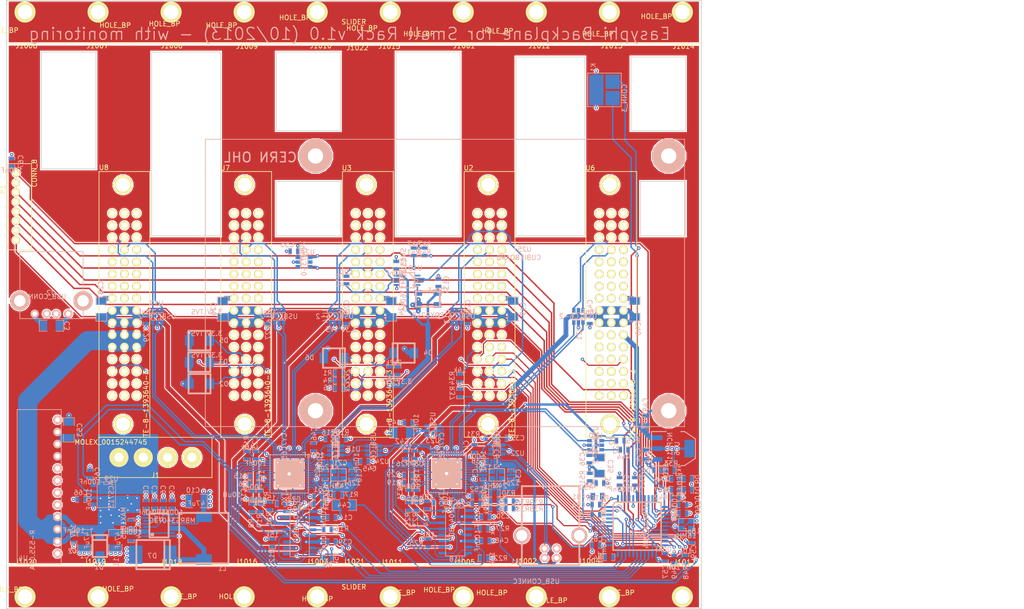
<source format=kicad_pcb>
(kicad_pcb (version 3) (host pcbnew "(2013-07-07 BZR 4022)-stable")
  (layers (15 Dessus.Cu signal hide) (2 Interne2.Cu signal hide) (1 Interne1.Cu signal hide) (0 Dessous.Cu power))
  (net 0 "")
  (net 1 +12V)
  (net 2 +3.3V)
  (net 3 +3.3VP)
  (net 4 +5V)
  (net 5 +5VP)
  (net 6 /CLK_10M)
  (net 7 /monitoring/D+)
  (net 8 /monitoring/D-)
  (net 9 /monitoring/I2C_SCL)
  (net 10 /monitoring/I2C_SDA)
  (net 11 /monitoring/MON_AN0)
  (net 12 /monitoring/MON_AN1)
  (net 13 /monitoring/MON_AN4)
  (net 14 /monitoring/MON_AN5)
  (net 15 /monitoring/MON_AN6)
  (net 16 /monitoring/MON_PB1)
  (net 17 /monitoring/MON_PB2)
  (net 18 /monitoring/MON_PB3)
  (net 19 /monitoring/MON_PB5)
  (net 20 /monitoring/MON_PB6)
  (net 21 /monitoring/MON_PB7)
  (net 22 /nCLK_10M)
  (net 23 /usb_hub/USB_HOST_5V)
  (net 24 /usb_hub/USB_HOST_DM)
  (net 25 /usb_hub/USB_HOST_DP)
  (net 26 /usb_hub/USB_SL1_5V)
  (net 27 /usb_hub/USB_SL2_5V)
  (net 28 /usb_hub/USB_SL2_DM)
  (net 29 /usb_hub/USB_SL2_DP)
  (net 30 /usb_hub/USB_SL3_5V)
  (net 31 /usb_hub/USB_SL3_nOVR)
  (net 32 /usb_hub2/USB_HOST_5V)
  (net 33 /usb_hub2/USB_HOST_DM)
  (net 34 /usb_hub2/USB_HOST_DP)
  (net 35 /usb_hub2/USB_SL1_5V)
  (net 36 /usb_hub2/USB_SL1_DM)
  (net 37 /usb_hub2/USB_SL1_DP)
  (net 38 /usb_hub2/USB_SL2_5V)
  (net 39 /usb_hub2/USB_SL2_DM)
  (net 40 /usb_hub2/USB_SL2_DP)
  (net 41 /usb_hub2/USB_SL3_5V)
  (net 42 /usb_hub2/USB_SL3_DM)
  (net 43 /usb_hub2/USB_SL3_DP)
  (net 44 /usb_hub2/USB_SL4_5V)
  (net 45 /usb_hub2/USB_SL4_DM)
  (net 46 /usb_hub2/USB_SL4_DP)
  (net 47 GND)
  (net 48 MON_DIG1)
  (net 49 MON_DIG10)
  (net 50 MON_DIG11)
  (net 51 MON_DIG12)
  (net 52 MON_DIG2)
  (net 53 MON_DIG3)
  (net 54 MON_DIG4)
  (net 55 MON_DIG5)
  (net 56 MON_DIG6)
  (net 57 MON_DIG7)
  (net 58 MON_DIG8)
  (net 59 MON_DIG9)
  (net 60 N-00000100)
  (net 61 N-00000101)
  (net 62 N-00000102)
  (net 63 N-00000103)
  (net 64 N-00000104)
  (net 65 N-00000105)
  (net 66 N-00000106)
  (net 67 N-00000107)
  (net 68 N-00000108)
  (net 69 N-00000109)
  (net 70 N-00000110)
  (net 71 N-00000121)
  (net 72 N-00000122)
  (net 73 N-00000123)
  (net 74 N-00000128)
  (net 75 N-00000130)
  (net 76 N-00000131)
  (net 77 N-00000132)
  (net 78 N-00000133)
  (net 79 N-00000140)
  (net 80 N-00000144)
  (net 81 N-00000146)
  (net 82 N-00000147)
  (net 83 N-00000148)
  (net 84 N-0000028)
  (net 85 N-0000030)
  (net 86 N-0000046)
  (net 87 N-0000047)
  (net 88 N-0000048)
  (net 89 N-0000050)
  (net 90 N-0000051)
  (net 91 N-0000061)
  (net 92 N-0000062)
  (net 93 N-0000063)
  (net 94 N-0000064)
  (net 95 N-0000065)
  (net 96 N-0000066)
  (net 97 N-0000067)
  (net 98 N-0000068)
  (net 99 N-0000069)
  (net 100 N-0000070)
  (net 101 N-0000071)
  (net 102 N-0000072)
  (net 103 N-0000073)
  (net 104 N-0000074)
  (net 105 N-0000075)
  (net 106 N-0000076)
  (net 107 N-0000077)
  (net 108 N-0000078)
  (net 109 N-0000079)
  (net 110 N-0000080)
  (net 111 N-0000091)
  (net 112 N-0000092)
  (net 113 N-0000093)
  (net 114 N-0000094)
  (net 115 N-0000095)
  (net 116 N-0000096)
  (net 117 N-0000097)
  (net 118 N-0000098)
  (net 119 N-0000099)
  (net 120 VCC)
  (module AU-Y1007-R (layer Dessous.Cu) (at 265.55 158.25)
    (fp_text reference U1)
    (fp_text value USB_CONNEC)
    (pad 1 thru_hole circle (at 1.24968 4.699) (size 1.7 1.7) (drill 1) (layers *.Cu *.Mask Dessous.SilkS) (net 23 /usb_hub/USB_HOST_5V))
    (pad 2 thru_hole circle (at -1.24968 4.699) (size 1.7 1.7) (drill 1) (layers *.Cu *.Mask Dessous.SilkS) (net 24 /usb_hub/USB_HOST_DM))
    (pad 3 thru_hole circle (at -1.24968 2.70002) (size 1.7 1.7) (drill 1) (layers *.Cu *.Mask Dessous.SilkS) (net 25 /usb_hub/USB_HOST_DP))
    (pad 4 thru_hole circle (at 1.24968 2.70002) (size 1.7 1.7) (drill 1) (layers *.Cu *.Mask Dessous.SilkS) (net 47 GND))
    (pad 5 thru_hole circle (at -5.99948 0) (size 3.29946 3.29946) (drill 2.301238) (layers *.Cu *.Mask Dessous.SilkS) (net 47 GND))
    (pad 6 thru_hole circle (at 5.99948 0) (size 3.29946 3.29946) (drill 2.301238) (layers *.Cu *.Mask Dessous.SilkS) (net 47 GND))
  )
  (module TI-SOIC-16 (layer Dessous.Cu) (at 213.2 157.7 270)
    (fp_text reference U11)
    (fp_text value TPS2044BDR)
    (pad 1 smd rect (at -4.445 -2.7 270) (size 0.6 1.55) (layers Dessous.Cu Dessous.Pate Dessous.Masque) (net 47 GND))
    (pad 2 smd rect (at -3.175 -2.7 270) (size 0.6 1.55) (layers Dessous.Cu Dessous.Pate Dessous.Masque) (net 4 +5V))
    (pad 3 smd rect (at -1.905 -2.7 270) (size 0.6 1.55) (layers Dessous.Cu Dessous.Pate Dessous.Masque) (net 108 N-0000078))
    (pad 4 smd rect (at -0.635 -2.7 270) (size 0.6 1.55) (layers Dessous.Cu Dessous.Pate Dessous.Masque) (net 107 N-0000077))
    (pad 5 smd rect (at 0.635 -2.7 270) (size 0.6 1.55) (layers Dessous.Cu Dessous.Pate Dessous.Masque) (net 47 GND))
    (pad 6 smd rect (at 1.905 -2.7 270) (size 0.6 1.55) (layers Dessous.Cu Dessous.Pate Dessous.Masque) (net 4 +5V))
    (pad 7 smd rect (at 3.175 -2.7 270) (size 0.6 1.55) (layers Dessous.Cu Dessous.Pate Dessous.Masque) (net 106 N-0000076))
    (pad 8 smd rect (at 4.445 -2.7 270) (size 0.6 1.55) (layers Dessous.Cu Dessous.Pate Dessous.Masque) (net 110 N-0000080))
    (pad 9 smd rect (at 4.445 2.7 270) (size 0.6 1.55) (layers Dessous.Cu Dessous.Pate Dessous.Masque) (net 54 MON_DIG4))
    (pad 10 smd rect (at 3.175 2.7 270) (size 0.6 1.55) (layers Dessous.Cu Dessous.Pate Dessous.Masque) (net 44 /usb_hub2/USB_SL4_5V))
    (pad 11 smd rect (at 1.905 2.7 270) (size 0.6 1.55) (layers Dessous.Cu Dessous.Pate Dessous.Masque) (net 41 /usb_hub2/USB_SL3_5V))
    (pad 12 smd rect (at 0.635 2.7 270) (size 0.6 1.55) (layers Dessous.Cu Dessous.Pate Dessous.Masque) (net 53 MON_DIG3))
    (pad 13 smd rect (at -0.635 2.7 270) (size 0.6 1.55) (layers Dessous.Cu Dessous.Pate Dessous.Masque) (net 52 MON_DIG2))
    (pad 14 smd rect (at -1.905 2.7 270) (size 0.6 1.55) (layers Dessous.Cu Dessous.Pate Dessous.Masque) (net 38 /usb_hub2/USB_SL2_5V))
    (pad 15 smd rect (at -3.175 2.7 270) (size 0.6 1.55) (layers Dessous.Cu Dessous.Pate Dessous.Masque) (net 35 /usb_hub2/USB_SL1_5V))
    (pad 16 smd rect (at -4.445 2.7 270) (size 0.6 1.55) (layers Dessous.Cu Dessous.Pate Dessous.Masque) (net 48 MON_DIG1))
  )
  (module TVS_SMLVT (layer Dessous.Cu) (at 192.3 117.55 180)
    (fp_text reference D5)
    (fp_text value "3.3V TVS")
    (pad 2 smd rect (at -2.1209 0 180) (size 1.80086 2.17932) (layers Dessous.Cu Dessous.Pate Dessous.Masque) (net 50 MON_DIG11))
    (pad 1 smd rect (at 2.1209 0 180) (size 1.80086 2.17932) (layers Dessous.Cu Dessous.Pate Dessous.Masque) (net 47 GND))
  )
  (module TVS_SMLVT (layer Dessous.Cu) (at 220.35 121.2 180)
    (fp_text reference D6)
    (fp_text value "3.3V TVS")
    (pad 2 smd rect (at -2.1209 0 180) (size 1.80086 2.17932) (layers Dessous.Cu Dessous.Pate Dessous.Masque) (net 51 MON_DIG12))
    (pad 1 smd rect (at 2.1209 0 180) (size 1.80086 2.17932) (layers Dessous.Cu Dessous.Pate Dessous.Masque) (net 47 GND))
  )
  (module TVS_SMLVT (layer Dessous.Cu) (at 234.9 120.15)
    (fp_text reference D4)
    (fp_text value "3.3V TVS")
    (pad 2 smd rect (at -2.1209 0) (size 1.80086 2.17932) (layers Dessous.Cu Dessous.Pate Dessous.Masque) (net 49 MON_DIG10))
    (pad 1 smd rect (at 2.1209 0) (size 1.80086 2.17932) (layers Dessous.Cu Dessous.Pate Dessous.Masque) (net 47 GND))
  )
  (module TVS_SMLVT (layer Dessous.Cu) (at 192.25 122.05 180)
    (fp_text reference D3)
    (fp_text value "3.3V TVS")
    (pad 2 smd rect (at -2.1209 0 180) (size 1.80086 2.17932) (layers Dessous.Cu Dessous.Pate Dessous.Masque) (net 59 MON_DIG9))
    (pad 1 smd rect (at 2.1209 0 180) (size 1.80086 2.17932) (layers Dessous.Cu Dessous.Pate Dessous.Masque) (net 47 GND))
  )
  (module TVS_SMLVT (layer Dessous.Cu) (at 192.3 126.55 180)
    (fp_text reference D2)
    (fp_text value "3.3V TVS")
    (pad 2 smd rect (at -2.1209 0 180) (size 1.80086 2.17932) (layers Dessous.Cu Dessous.Pate Dessous.Masque) (net 58 MON_DIG8))
    (pad 1 smd rect (at 2.1209 0 180) (size 1.80086 2.17932) (layers Dessous.Cu Dessous.Pate Dessous.Masque) (net 47 GND))
  )
  (module TVS_SMAJ (layer Dessous.Cu) (at 171.5 160.45 270)
    (fp_text reference D1)
    (fp_text value "12V TVS")
    (pad 2 smd rect (at -2.1844 0 270) (size 2.159 1.905) (layers Dessous.Cu Dessous.Pate Dessous.Masque) (net 1 +12V))
    (pad 1 smd rect (at 2.1844 0 270) (size 2.159 1.905) (layers Dessous.Cu Dessous.Pate Dessous.Masque) (net 47 GND))
  )
  (module TI-SOIC-16 (layer Dessous.Cu) (at 245.65 157.5 270)
    (fp_text reference U18)
    (fp_text value TPS2044BDR)
    (pad 1 smd rect (at -4.445 -2.7 270) (size 0.6 1.55) (layers Dessous.Cu Dessous.Pate Dessous.Masque) (net 47 GND))
    (pad 2 smd rect (at -3.175 -2.7 270) (size 0.6 1.55) (layers Dessous.Cu Dessous.Pate Dessous.Masque) (net 4 +5V))
    (pad 3 smd rect (at -1.905 -2.7 270) (size 0.6 1.55) (layers Dessous.Cu Dessous.Pate Dessous.Masque) (net 68 N-00000108))
    (pad 4 smd rect (at -0.635 -2.7 270) (size 0.6 1.55) (layers Dessous.Cu Dessous.Pate Dessous.Masque) (net 67 N-00000107))
    (pad 5 smd rect (at 0.635 -2.7 270) (size 0.6 1.55) (layers Dessous.Cu Dessous.Pate Dessous.Masque) (net 47 GND))
    (pad 6 smd rect (at 1.905 -2.7 270) (size 0.6 1.55) (layers Dessous.Cu Dessous.Pate Dessous.Masque) (net 4 +5V))
    (pad 7 smd rect (at 3.175 -2.7 270) (size 0.6 1.55) (layers Dessous.Cu Dessous.Pate Dessous.Masque) (net 66 N-00000106))
    (pad 8 smd rect (at 4.445 -2.7 270) (size 0.6 1.55) (layers Dessous.Cu Dessous.Pate Dessous.Masque) (net 70 N-00000110))
    (pad 9 smd rect (at 4.445 2.7 270) (size 0.6 1.55) (layers Dessous.Cu Dessous.Pate Dessous.Masque) (net 57 MON_DIG7))
    (pad 10 smd rect (at 3.175 2.7 270) (size 0.6 1.55) (layers Dessous.Cu Dessous.Pate Dessous.Masque) (net 32 /usb_hub2/USB_HOST_5V))
    (pad 11 smd rect (at 1.905 2.7 270) (size 0.6 1.55) (layers Dessous.Cu Dessous.Pate Dessous.Masque) (net 30 /usb_hub/USB_SL3_5V))
    (pad 12 smd rect (at 0.635 2.7 270) (size 0.6 1.55) (layers Dessous.Cu Dessous.Pate Dessous.Masque) (net 31 /usb_hub/USB_SL3_nOVR))
    (pad 13 smd rect (at -0.635 2.7 270) (size 0.6 1.55) (layers Dessous.Cu Dessous.Pate Dessous.Masque) (net 56 MON_DIG6))
    (pad 14 smd rect (at -1.905 2.7 270) (size 0.6 1.55) (layers Dessous.Cu Dessous.Pate Dessous.Masque) (net 27 /usb_hub/USB_SL2_5V))
    (pad 15 smd rect (at -3.175 2.7 270) (size 0.6 1.55) (layers Dessous.Cu Dessous.Pate Dessous.Masque) (net 26 /usb_hub/USB_SL1_5V))
    (pad 16 smd rect (at -4.445 2.7 270) (size 0.6 1.55) (layers Dessous.Cu Dessous.Pate Dessous.Masque) (net 55 MON_DIG5))
  )
  (module SOT23_6 (layer Dessous.Cu) (at 274.95 139.4 90)
    (fp_text reference U20)
    (fp_text value USBLC6-2)
    (pad 6 smd rect (at -0.9525 1.27 90) (size 0.70104 1.00076) (layers Dessous.Cu Dessous.Pate Dessous.Masque) (net 7 /monitoring/D+))
    (pad 5 smd rect (at 0 1.27 90) (size 0.70104 1.00076) (layers Dessous.Cu Dessous.Pate Dessous.Masque) (net 26 /usb_hub/USB_SL1_5V))
    (pad 4 smd rect (at 0.9525 1.27 90) (size 0.70104 1.00076) (layers Dessous.Cu Dessous.Pate Dessous.Masque) (net 8 /monitoring/D-))
    (pad 3 smd rect (at 0.9525 -1.27 90) (size 0.70104 1.00076) (layers Dessous.Cu Dessous.Pate Dessous.Masque) (net 61 N-00000101))
    (pad 2 smd rect (at 0 -1.27 90) (size 0.70104 1.00076) (layers Dessous.Cu Dessous.Pate Dessous.Masque) (net 47 GND))
    (pad 1 smd rect (at -0.9525 -1.27 90) (size 0.70104 1.00076) (layers Dessous.Cu Dessous.Pate Dessous.Masque) (net 60 N-00000100))
  )
  (module SOT23_6 (layer Dessous.Cu) (at 228.6 140.5 270)
    (fp_text reference U24)
    (fp_text value USBLC6-2)
    (pad 6 smd rect (at -0.9525 1.27 270) (size 0.70104 1.00076) (layers Dessous.Cu Dessous.Pate Dessous.Masque) (net 34 /usb_hub2/USB_HOST_DP))
    (pad 5 smd rect (at 0 1.27 270) (size 0.70104 1.00076) (layers Dessous.Cu Dessous.Pate Dessous.Masque) (net 32 /usb_hub2/USB_HOST_5V))
    (pad 4 smd rect (at 0.9525 1.27 270) (size 0.70104 1.00076) (layers Dessous.Cu Dessous.Pate Dessous.Masque) (net 33 /usb_hub2/USB_HOST_DM))
    (pad 3 smd rect (at 0.9525 -1.27 270) (size 0.70104 1.00076) (layers Dessous.Cu Dessous.Pate Dessous.Masque) (net 69 N-00000109))
    (pad 2 smd rect (at 0 -1.27 270) (size 0.70104 1.00076) (layers Dessous.Cu Dessous.Pate Dessous.Masque) (net 47 GND))
    (pad 1 smd rect (at -0.9525 -1.27 270) (size 0.70104 1.00076) (layers Dessous.Cu Dessous.Pate Dessous.Masque) (net 65 N-00000105))
  )
  (module SOT23_6 (layer Dessous.Cu) (at 241 136.35 270)
    (fp_text reference U23)
    (fp_text value USBLC6-2)
    (pad 6 smd rect (at -0.9525 1.27 270) (size 0.70104 1.00076) (layers Dessous.Cu Dessous.Pate Dessous.Masque))
    (pad 5 smd rect (at 0 1.27 270) (size 0.70104 1.00076) (layers Dessous.Cu Dessous.Pate Dessous.Masque) (net 30 /usb_hub/USB_SL3_5V))
    (pad 4 smd rect (at 0.9525 1.27 270) (size 0.70104 1.00076) (layers Dessous.Cu Dessous.Pate Dessous.Masque))
    (pad 3 smd rect (at 0.9525 -1.27 270) (size 0.70104 1.00076) (layers Dessous.Cu Dessous.Pate Dessous.Masque) (net 64 N-00000104))
    (pad 2 smd rect (at 0 -1.27 270) (size 0.70104 1.00076) (layers Dessous.Cu Dessous.Pate Dessous.Masque) (net 47 GND))
    (pad 1 smd rect (at -0.9525 -1.27 270) (size 0.70104 1.00076) (layers Dessous.Cu Dessous.Pate Dessous.Masque) (net 63 N-00000103))
  )
  (module SOT23_6 (layer Dessous.Cu) (at 271.35 112.5 180)
    (fp_text reference U21)
    (fp_text value USBLC6-2)
    (pad 6 smd rect (at -0.9525 1.27 180) (size 0.70104 1.00076) (layers Dessous.Cu Dessous.Pate Dessous.Masque) (net 29 /usb_hub/USB_SL2_DP))
    (pad 5 smd rect (at 0 1.27 180) (size 0.70104 1.00076) (layers Dessous.Cu Dessous.Pate Dessous.Masque) (net 27 /usb_hub/USB_SL2_5V))
    (pad 4 smd rect (at 0.9525 1.27 180) (size 0.70104 1.00076) (layers Dessous.Cu Dessous.Pate Dessous.Masque) (net 28 /usb_hub/USB_SL2_DM))
    (pad 3 smd rect (at 0.9525 -1.27 180) (size 0.70104 1.00076) (layers Dessous.Cu Dessous.Pate Dessous.Masque) (net 62 N-00000102))
    (pad 2 smd rect (at 0 -1.27 180) (size 0.70104 1.00076) (layers Dessous.Cu Dessous.Pate Dessous.Masque) (net 47 GND))
    (pad 1 smd rect (at -0.9525 -1.27 180) (size 0.70104 1.00076) (layers Dessous.Cu Dessous.Pate Dessous.Masque) (net 119 N-0000099))
  )
  (module SOT23_6 (layer Dessous.Cu) (at 245.95 112.5 180)
    (fp_text reference U13)
    (fp_text value USBLC6-2)
    (pad 6 smd rect (at -0.9525 1.27 180) (size 0.70104 1.00076) (layers Dessous.Cu Dessous.Pate Dessous.Masque) (net 37 /usb_hub2/USB_SL1_DP))
    (pad 5 smd rect (at 0 1.27 180) (size 0.70104 1.00076) (layers Dessous.Cu Dessous.Pate Dessous.Masque) (net 35 /usb_hub2/USB_SL1_5V))
    (pad 4 smd rect (at 0.9525 1.27 180) (size 0.70104 1.00076) (layers Dessous.Cu Dessous.Pate Dessous.Masque) (net 36 /usb_hub2/USB_SL1_DM))
    (pad 3 smd rect (at 0.9525 -1.27 180) (size 0.70104 1.00076) (layers Dessous.Cu Dessous.Pate Dessous.Masque) (net 101 N-0000071))
    (pad 2 smd rect (at 0 -1.27 180) (size 0.70104 1.00076) (layers Dessous.Cu Dessous.Pate Dessous.Masque) (net 47 GND))
    (pad 1 smd rect (at -0.9525 -1.27 180) (size 0.70104 1.00076) (layers Dessous.Cu Dessous.Pate Dessous.Masque) (net 100 N-0000070))
  )
  (module SOT23_6 (layer Dessous.Cu) (at 220.55 112.5 180)
    (fp_text reference U14)
    (fp_text value USBLC6-2)
    (pad 6 smd rect (at -0.9525 1.27 180) (size 0.70104 1.00076) (layers Dessous.Cu Dessous.Pate Dessous.Masque) (net 40 /usb_hub2/USB_SL2_DP))
    (pad 5 smd rect (at 0 1.27 180) (size 0.70104 1.00076) (layers Dessous.Cu Dessous.Pate Dessous.Masque) (net 38 /usb_hub2/USB_SL2_5V))
    (pad 4 smd rect (at 0.9525 1.27 180) (size 0.70104 1.00076) (layers Dessous.Cu Dessous.Pate Dessous.Masque) (net 39 /usb_hub2/USB_SL2_DM))
    (pad 3 smd rect (at 0.9525 -1.27 180) (size 0.70104 1.00076) (layers Dessous.Cu Dessous.Pate Dessous.Masque) (net 102 N-0000072))
    (pad 2 smd rect (at 0 -1.27 180) (size 0.70104 1.00076) (layers Dessous.Cu Dessous.Pate Dessous.Masque) (net 47 GND))
    (pad 1 smd rect (at -0.9525 -1.27 180) (size 0.70104 1.00076) (layers Dessous.Cu Dessous.Pate Dessous.Masque) (net 99 N-0000069))
  )
  (module SOT23_6 (layer Dessous.Cu) (at 208.9 112.5 180)
    (fp_text reference U16)
    (fp_text value USBLC6-2)
    (pad 6 smd rect (at -0.9525 1.27 180) (size 0.70104 1.00076) (layers Dessous.Cu Dessous.Pate Dessous.Masque) (net 43 /usb_hub2/USB_SL3_DP))
    (pad 5 smd rect (at 0 1.27 180) (size 0.70104 1.00076) (layers Dessous.Cu Dessous.Pate Dessous.Masque) (net 41 /usb_hub2/USB_SL3_5V))
    (pad 4 smd rect (at 0.9525 1.27 180) (size 0.70104 1.00076) (layers Dessous.Cu Dessous.Pate Dessous.Masque) (net 42 /usb_hub2/USB_SL3_DM))
    (pad 3 smd rect (at 0.9525 -1.27 180) (size 0.70104 1.00076) (layers Dessous.Cu Dessous.Pate Dessous.Masque) (net 104 N-0000074))
    (pad 2 smd rect (at 0 -1.27 180) (size 0.70104 1.00076) (layers Dessous.Cu Dessous.Pate Dessous.Masque) (net 47 GND))
    (pad 1 smd rect (at -0.9525 -1.27 180) (size 0.70104 1.00076) (layers Dessous.Cu Dessous.Pate Dessous.Masque) (net 103 N-0000073))
  )
  (module SOT23_6 (layer Dessous.Cu) (at 183.5 112.5 180)
    (fp_text reference U17)
    (fp_text value USBLC6-2)
    (pad 6 smd rect (at -0.9525 1.27 180) (size 0.70104 1.00076) (layers Dessous.Cu Dessous.Pate Dessous.Masque) (net 46 /usb_hub2/USB_SL4_DP))
    (pad 5 smd rect (at 0 1.27 180) (size 0.70104 1.00076) (layers Dessous.Cu Dessous.Pate Dessous.Masque) (net 44 /usb_hub2/USB_SL4_5V))
    (pad 4 smd rect (at 0.9525 1.27 180) (size 0.70104 1.00076) (layers Dessous.Cu Dessous.Pate Dessous.Masque) (net 45 /usb_hub2/USB_SL4_DM))
    (pad 3 smd rect (at 0.9525 -1.27 180) (size 0.70104 1.00076) (layers Dessous.Cu Dessous.Pate Dessous.Masque) (net 109 N-0000079))
    (pad 2 smd rect (at 0 -1.27 180) (size 0.70104 1.00076) (layers Dessous.Cu Dessous.Pate Dessous.Masque) (net 47 GND))
    (pad 1 smd rect (at -0.9525 -1.27 180) (size 0.70104 1.00076) (layers Dessous.Cu Dessous.Pate Dessous.Masque) (net 105 N-0000075))
  )
  (module SOT23_6 (layer Dessous.Cu) (at 220.7 140.5 270)
    (fp_text reference U15)
    (fp_text value USBLC6-2)
    (pad 6 smd rect (at -0.9525 1.27 270) (size 0.70104 1.00076) (layers Dessous.Cu Dessous.Pate Dessous.Masque) (net 98 N-0000068))
    (pad 5 smd rect (at 0 1.27 270) (size 0.70104 1.00076) (layers Dessous.Cu Dessous.Pate Dessous.Masque) (net 32 /usb_hub2/USB_HOST_5V))
    (pad 4 smd rect (at 0.9525 1.27 270) (size 0.70104 1.00076) (layers Dessous.Cu Dessous.Pate Dessous.Masque) (net 97 N-0000067))
    (pad 3 smd rect (at 0.9525 -1.27 270) (size 0.70104 1.00076) (layers Dessous.Cu Dessous.Pate Dessous.Masque) (net 34 /usb_hub2/USB_HOST_DP))
    (pad 2 smd rect (at 0 -1.27 270) (size 0.70104 1.00076) (layers Dessous.Cu Dessous.Pate Dessous.Masque) (net 47 GND))
    (pad 1 smd rect (at -0.9525 -1.27 270) (size 0.70104 1.00076) (layers Dessous.Cu Dessous.Pate Dessous.Masque) (net 33 /usb_hub2/USB_HOST_DM))
  )
  (module SOT23_6 (layer Dessous.Cu) (at 254.35 140.3 270)
    (fp_text reference U22)
    (fp_text value USBLC6-2)
    (pad 6 smd rect (at -0.9525 1.27 270) (size 0.70104 1.00076) (layers Dessous.Cu Dessous.Pate Dessous.Masque) (net 118 N-0000098))
    (pad 5 smd rect (at 0 1.27 270) (size 0.70104 1.00076) (layers Dessous.Cu Dessous.Pate Dessous.Masque) (net 23 /usb_hub/USB_HOST_5V))
    (pad 4 smd rect (at 0.9525 1.27 270) (size 0.70104 1.00076) (layers Dessous.Cu Dessous.Pate Dessous.Masque) (net 117 N-0000097))
    (pad 3 smd rect (at 0.9525 -1.27 270) (size 0.70104 1.00076) (layers Dessous.Cu Dessous.Pate Dessous.Masque) (net 25 /usb_hub/USB_HOST_DP))
    (pad 2 smd rect (at 0 -1.27 270) (size 0.70104 1.00076) (layers Dessous.Cu Dessous.Pate Dessous.Masque) (net 47 GND))
    (pad 1 smd rect (at -0.9525 -1.27 270) (size 0.70104 1.00076) (layers Dessous.Cu Dessous.Pate Dessous.Masque) (net 24 /usb_hub/USB_HOST_DM))
  )
  (module SM1210 (layer Dessous.Cu) (at 168.3 159.3 270)
    (fp_text reference C1)
    (fp_text value 47uF)
    (pad 1 smd rect (at -1.524 0 270) (size 1.27 2.54) (layers Dessous.Cu Dessous.Pate Dessous.Masque) (net 1 +12V))
    (pad 2 smd rect (at 1.524 0 270) (size 1.27 2.54) (layers Dessous.Cu Dessous.Pate Dessous.Masque) (net 47 GND))
  )
  (module SM1210 (layer Dessous.Cu) (at 191.65 151.05 180)
    (fp_text reference C10)
    (fp_text value 47uF)
    (pad 1 smd rect (at -1.524 0 180) (size 1.27 2.54) (layers Dessous.Cu Dessous.Pate Dessous.Masque) (net 2 +3.3V))
    (pad 2 smd rect (at 1.524 0 180) (size 1.27 2.54) (layers Dessous.Cu Dessous.Pate Dessous.Masque) (net 47 GND))
  )
  (module SM1210 (layer Dessous.Cu) (at 174.75 159.3 270)
    (fp_text reference C11)
    (fp_text value 47uF)
    (pad 1 smd rect (at -1.524 0 270) (size 1.27 2.54) (layers Dessous.Cu Dessous.Pate Dessous.Masque) (net 1 +12V))
    (pad 2 smd rect (at 1.524 0 270) (size 1.27 2.54) (layers Dessous.Cu Dessous.Pate Dessous.Masque) (net 47 GND))
  )
  (module SM1206 (layer Dessous.Cu) (at 234.5 136.8 180)
    (fp_text reference C42)
    (fp_text value 100uF hide)
    (pad 1 smd rect (at -1.651 0 180) (size 1.524 2.032) (layers Dessous.Cu Dessous.Pate Dessous.Masque) (net 30 /usb_hub/USB_SL3_5V))
    (pad 2 smd rect (at 1.651 0 180) (size 1.524 2.032) (layers Dessous.Cu Dessous.Pate Dessous.Masque) (net 47 GND))
  )
  (module SM1206 (layer Dessous.Cu) (at 275.75 143.65 270)
    (fp_text reference C35)
    (fp_text value 100uF hide)
    (pad 1 smd rect (at -1.651 0 270) (size 1.524 2.032) (layers Dessous.Cu Dessous.Pate Dessous.Masque) (net 26 /usb_hub/USB_SL1_5V))
    (pad 2 smd rect (at 1.651 0 270) (size 1.524 2.032) (layers Dessous.Cu Dessous.Pate Dessous.Masque) (net 47 GND))
  )
  (module SM1206 (layer Dessous.Cu) (at 283.1 110.95 90)
    (fp_text reference C40)
    (fp_text value 100uF hide)
    (pad 1 smd rect (at -1.651 0 90) (size 1.524 2.032) (layers Dessous.Cu Dessous.Pate Dessous.Masque) (net 27 /usb_hub/USB_SL2_5V))
    (pad 2 smd rect (at 1.651 0 90) (size 1.524 2.032) (layers Dessous.Cu Dessous.Pate Dessous.Masque) (net 47 GND))
  )
  (module SM1206 (layer Dessous.Cu) (at 222.5 151.9 180)
    (fp_text reference C44)
    (fp_text value 100uF hide)
    (pad 1 smd rect (at -1.651 0 180) (size 1.524 2.032) (layers Dessous.Cu Dessous.Pate Dessous.Masque) (net 32 /usb_hub2/USB_HOST_5V))
    (pad 2 smd rect (at 1.651 0 180) (size 1.524 2.032) (layers Dessous.Cu Dessous.Pate Dessous.Masque) (net 47 GND))
  )
  (module SM1206 (layer Dessous.Cu) (at 257.7 110.95 90)
    (fp_text reference C19)
    (fp_text value 100uF hide)
    (pad 1 smd rect (at -1.651 0 90) (size 1.524 2.032) (layers Dessous.Cu Dessous.Pate Dessous.Masque) (net 35 /usb_hub2/USB_SL1_5V))
    (pad 2 smd rect (at 1.651 0 90) (size 1.524 2.032) (layers Dessous.Cu Dessous.Pate Dessous.Masque) (net 47 GND))
  )
  (module SM1206 (layer Dessous.Cu) (at 232.3 110.95 90)
    (fp_text reference C24)
    (fp_text value 100uF hide)
    (pad 1 smd rect (at -1.651 0 90) (size 1.524 2.032) (layers Dessous.Cu Dessous.Pate Dessous.Masque) (net 38 /usb_hub2/USB_SL2_5V))
    (pad 2 smd rect (at 1.651 0 90) (size 1.524 2.032) (layers Dessous.Cu Dessous.Pate Dessous.Masque) (net 47 GND))
  )
  (module SM1206 (layer Dessous.Cu) (at 197.15 110.95 90)
    (fp_text reference C26)
    (fp_text value 100uF hide)
    (pad 1 smd rect (at -1.651 0 90) (size 1.524 2.032) (layers Dessous.Cu Dessous.Pate Dessous.Masque) (net 41 /usb_hub2/USB_SL3_5V))
    (pad 2 smd rect (at 1.651 0 90) (size 1.524 2.032) (layers Dessous.Cu Dessous.Pate Dessous.Masque) (net 47 GND))
  )
  (module SM1206 (layer Dessous.Cu) (at 161.4 114.45)
    (fp_text reference C3)
    (fp_text value 100uF hide)
    (pad 1 smd rect (at -1.651 0) (size 1.524 2.032) (layers Dessous.Cu Dessous.Pate Dessous.Masque) (net 4 +5V))
    (pad 2 smd rect (at 1.651 0) (size 1.524 2.032) (layers Dessous.Cu Dessous.Pate Dessous.Masque) (net 47 GND))
  )
  (module SM1206 (layer Dessous.Cu) (at 171.8 110.95 90)
    (fp_text reference C28)
    (fp_text value 100uF hide)
    (pad 1 smd rect (at -1.651 0 90) (size 1.524 2.032) (layers Dessous.Cu Dessous.Pate Dessous.Masque) (net 44 /usb_hub2/USB_SL4_5V))
    (pad 2 smd rect (at 1.651 0 90) (size 1.524 2.032) (layers Dessous.Cu Dessous.Pate Dessous.Masque) (net 47 GND))
  )
  (module SM0603_Resistor (layer Dessous.Cu) (at 204.9 149.8 90)
    (fp_text reference R7)
    (fp_text value 15k)
    (pad 1 smd rect (at -0.762 0 90) (size 0.635 1.143) (layers Dessous.Cu Dessous.Pate Dessous.Masque) (net 2 +3.3V))
    (pad 2 smd rect (at 0.762 0 90) (size 0.635 1.143) (layers Dessous.Cu Dessous.Pate Dessous.Masque) (net 92 N-0000062))
  )
  (module SM0603_Resistor (layer Dessous.Cu) (at 235.35 141.4 270)
    (fp_text reference R26)
    (fp_text value 15k)
    (pad 1 smd rect (at -0.762 0 270) (size 0.635 1.143) (layers Dessous.Cu Dessous.Pate Dessous.Masque) (net 2 +3.3V))
    (pad 2 smd rect (at 0.762 0 270) (size 0.635 1.143) (layers Dessous.Cu Dessous.Pate Dessous.Masque) (net 66 N-00000106))
  )
  (module SM0603_Resistor (layer Dessous.Cu) (at 203.6 147.5)
    (fp_text reference R6)
    (fp_text value 100k)
    (pad 1 smd rect (at -0.762 0) (size 0.635 1.143) (layers Dessous.Cu Dessous.Pate Dessous.Masque) (net 2 +3.3V))
    (pad 2 smd rect (at 0.762 0) (size 0.635 1.143) (layers Dessous.Cu Dessous.Pate Dessous.Masque) (net 94 N-0000064))
  )
  (module SM0603_Resistor (layer Dessous.Cu) (at 240.05 159.8 270)
    (fp_text reference R25)
    (fp_text value 15k)
    (pad 1 smd rect (at -0.762 0 270) (size 0.635 1.143) (layers Dessous.Cu Dessous.Pate Dessous.Masque) (net 2 +3.3V))
    (pad 2 smd rect (at 0.762 0 270) (size 0.635 1.143) (layers Dessous.Cu Dessous.Pate Dessous.Masque) (net 70 N-00000110))
  )
  (module SM0603_Resistor (layer Dessous.Cu) (at 235.85 145.7 180)
    (fp_text reference R29)
    (fp_text value 15k)
    (pad 1 smd rect (at -0.762 0 180) (size 0.635 1.143) (layers Dessous.Cu Dessous.Pate Dessous.Masque) (net 113 N-0000093))
    (pad 2 smd rect (at 0.762 0 180) (size 0.635 1.143) (layers Dessous.Cu Dessous.Pate Dessous.Masque) (net 47 GND))
  )
  (module SM0603_Resistor (layer Dessous.Cu) (at 237.55 149.6 90)
    (fp_text reference R20)
    (fp_text value 15k)
    (pad 1 smd rect (at -0.762 0 90) (size 0.635 1.143) (layers Dessous.Cu Dessous.Pate Dessous.Masque) (net 2 +3.3V))
    (pad 2 smd rect (at 0.762 0 90) (size 0.635 1.143) (layers Dessous.Cu Dessous.Pate Dessous.Masque) (net 112 N-0000092))
  )
  (module SM0603_Resistor (layer Dessous.Cu) (at 252.9 137.95 180)
    (fp_text reference R31)
    (fp_text value 100k)
    (pad 1 smd rect (at -0.762 0 180) (size 0.635 1.143) (layers Dessous.Cu Dessous.Pate Dessous.Masque) (net 23 /usb_hub/USB_HOST_5V))
    (pad 2 smd rect (at 0.762 0 180) (size 0.635 1.143) (layers Dessous.Cu Dessous.Pate Dessous.Masque) (net 47 GND))
  )
  (module SM0603_Resistor (layer Dessous.Cu) (at 251.65 156.8 180)
    (fp_text reference R27)
    (fp_text value 15k)
    (pad 1 smd rect (at -0.762 0 180) (size 0.635 1.143) (layers Dessous.Cu Dessous.Pate Dessous.Masque) (net 2 +3.3V))
    (pad 2 smd rect (at 0.762 0 180) (size 0.635 1.143) (layers Dessous.Cu Dessous.Pate Dessous.Masque) (net 67 N-00000107))
  )
  (module SM0603_Resistor (layer Dessous.Cu) (at 221.2 149.8)
    (fp_text reference R17)
    (fp_text value 15k)
    (pad 1 smd rect (at -0.762 0) (size 0.635 1.143) (layers Dessous.Cu Dessous.Pate Dessous.Masque) (net 91 N-0000061))
    (pad 2 smd rect (at 0.762 0) (size 0.635 1.143) (layers Dessous.Cu Dessous.Pate Dessous.Masque) (net 32 /usb_hub2/USB_HOST_5V))
  )
  (module SM0603_Resistor (layer Dessous.Cu) (at 222 138)
    (fp_text reference R18)
    (fp_text value 100k)
    (pad 1 smd rect (at -0.762 0) (size 0.635 1.143) (layers Dessous.Cu Dessous.Pate Dessous.Masque) (net 32 /usb_hub2/USB_HOST_5V))
    (pad 2 smd rect (at 0.762 0) (size 0.635 1.143) (layers Dessous.Cu Dessous.Pate Dessous.Masque) (net 47 GND))
  )
  (module SM0603_Resistor (layer Dessous.Cu) (at 235.95 152.2 270)
    (fp_text reference R21)
    (fp_text value 15k)
    (pad 1 smd rect (at -0.762 0 270) (size 0.635 1.143) (layers Dessous.Cu Dessous.Pate Dessous.Masque) (net 2 +3.3V))
    (pad 2 smd rect (at 0.762 0 270) (size 0.635 1.143) (layers Dessous.Cu Dessous.Pate Dessous.Masque) (net 57 MON_DIG7))
  )
  (module SM0603_Resistor (layer Dessous.Cu) (at 203.6 145.9 180)
    (fp_text reference R16)
    (fp_text value 15k)
    (pad 1 smd rect (at -0.762 0 180) (size 0.635 1.143) (layers Dessous.Cu Dessous.Pate Dessous.Masque) (net 93 N-0000063))
    (pad 2 smd rect (at 0.762 0 180) (size 0.635 1.143) (layers Dessous.Cu Dessous.Pate Dessous.Masque) (net 47 GND))
  )
  (module SM0603_Resistor (layer Dessous.Cu) (at 253.85 149.4)
    (fp_text reference R30)
    (fp_text value 15k)
    (pad 1 smd rect (at -0.762 0) (size 0.635 1.143) (layers Dessous.Cu Dessous.Pate Dessous.Masque) (net 111 N-0000091))
    (pad 2 smd rect (at 0.762 0) (size 0.635 1.143) (layers Dessous.Cu Dessous.Pate Dessous.Masque) (net 23 /usb_hub/USB_HOST_5V))
  )
  (module SM0603_Resistor (layer Dessous.Cu) (at 250.05 151.6 180)
    (fp_text reference R28)
    (fp_text value 15k)
    (pad 1 smd rect (at -0.762 0 180) (size 0.635 1.143) (layers Dessous.Cu Dessous.Pate Dessous.Masque) (net 2 +3.3V))
    (pad 2 smd rect (at 0.762 0 180) (size 0.635 1.143) (layers Dessous.Cu Dessous.Pate Dessous.Masque) (net 68 N-00000108))
  )
  (module SM0603_Resistor (layer Dessous.Cu) (at 217 151.7 180)
    (fp_text reference R15)
    (fp_text value 15k)
    (pad 1 smd rect (at -0.762 0 180) (size 0.635 1.143) (layers Dessous.Cu Dessous.Pate Dessous.Masque) (net 2 +3.3V))
    (pad 2 smd rect (at 0.762 0 180) (size 0.635 1.143) (layers Dessous.Cu Dessous.Pate Dessous.Masque) (net 108 N-0000078))
  )
  (module SM0603_Resistor (layer Dessous.Cu) (at 239.75 151.9 270)
    (fp_text reference R24)
    (fp_text value 15k)
    (pad 1 smd rect (at -0.762 0 270) (size 0.635 1.143) (layers Dessous.Cu Dessous.Pate Dessous.Masque) (net 2 +3.3V))
    (pad 2 smd rect (at 0.762 0 270) (size 0.635 1.143) (layers Dessous.Cu Dessous.Pate Dessous.Masque) (net 55 MON_DIG5))
  )
  (module SM0603_Resistor (layer Dessous.Cu) (at 237.55 152.2 270)
    (fp_text reference R23)
    (fp_text value 15k)
    (pad 1 smd rect (at -0.762 0 270) (size 0.635 1.143) (layers Dessous.Cu Dessous.Pate Dessous.Masque) (net 2 +3.3V))
    (pad 2 smd rect (at 0.762 0 270) (size 0.635 1.143) (layers Dessous.Cu Dessous.Pate Dessous.Masque) (net 56 MON_DIG6))
  )
  (module SM0603_Resistor (layer Dessous.Cu) (at 251.65 163 180)
    (fp_text reference R22)
    (fp_text value 15k)
    (pad 1 smd rect (at -0.762 0 180) (size 0.635 1.143) (layers Dessous.Cu Dessous.Pate Dessous.Masque) (net 2 +3.3V))
    (pad 2 smd rect (at 0.762 0 180) (size 0.635 1.143) (layers Dessous.Cu Dessous.Pate Dessous.Masque) (net 31 /usb_hub/USB_SL3_nOVR))
  )
  (module SM0603_Resistor (layer Dessous.Cu) (at 235.85 147.3)
    (fp_text reference R19)
    (fp_text value 100k)
    (pad 1 smd rect (at -0.762 0) (size 0.635 1.143) (layers Dessous.Cu Dessous.Pate Dessous.Masque) (net 2 +3.3V))
    (pad 2 smd rect (at 0.762 0) (size 0.635 1.143) (layers Dessous.Cu Dessous.Pate Dessous.Masque) (net 114 N-0000094))
  )
  (module SM0603_Resistor (layer Dessous.Cu) (at 204.9 152.5 270)
    (fp_text reference R10)
    (fp_text value 15k)
    (pad 1 smd rect (at -0.762 0 270) (size 0.635 1.143) (layers Dessous.Cu Dessous.Pate Dessous.Masque) (net 2 +3.3V))
    (pad 2 smd rect (at 0.762 0 270) (size 0.635 1.143) (layers Dessous.Cu Dessous.Pate Dessous.Masque) (net 52 MON_DIG2))
  )
  (module SM0603_Resistor (layer Dessous.Cu) (at 233.65 123.85 270)
    (fp_text reference R3)
    (fp_text value 2k)
    (pad 1 smd rect (at -0.762 0 270) (size 0.635 1.143) (layers Dessous.Cu Dessous.Pate Dessous.Masque) (net 49 MON_DIG10))
    (pad 2 smd rect (at 0.762 0 270) (size 0.635 1.143) (layers Dessous.Cu Dessous.Pate Dessous.Masque) (net 2 +3.3V))
  )
  (module SM0603_Resistor (layer Dessous.Cu) (at 232.05 123.85 270)
    (fp_text reference R2)
    (fp_text value 2k)
    (pad 1 smd rect (at -0.762 0 270) (size 0.635 1.143) (layers Dessous.Cu Dessous.Pate Dessous.Masque) (net 50 MON_DIG11))
    (pad 2 smd rect (at 0.762 0 270) (size 0.635 1.143) (layers Dessous.Cu Dessous.Pate Dessous.Masque) (net 2 +3.3V))
  )
  (module SM0603_Resistor (layer Dessous.Cu) (at 221.4 125.9 180)
    (fp_text reference R4)
    (fp_text value 2k)
    (pad 1 smd rect (at -0.762 0 180) (size 0.635 1.143) (layers Dessous.Cu Dessous.Pate Dessous.Masque) (net 59 MON_DIG9))
    (pad 2 smd rect (at 0.762 0 180) (size 0.635 1.143) (layers Dessous.Cu Dessous.Pate Dessous.Masque) (net 2 +3.3V))
  )
  (module SM0603_Resistor (layer Dessous.Cu) (at 221.4 127.5 180)
    (fp_text reference R5)
    (fp_text value 2k)
    (pad 1 smd rect (at -0.762 0 180) (size 0.635 1.143) (layers Dessous.Cu Dessous.Pate Dessous.Masque) (net 58 MON_DIG8))
    (pad 2 smd rect (at 0.762 0 180) (size 0.635 1.143) (layers Dessous.Cu Dessous.Pate Dessous.Masque) (net 2 +3.3V))
  )
  (module SM0603_Resistor (layer Dessous.Cu) (at 222.95 104.9 270)
    (fp_text reference R32)
    (fp_text value 100)
    (pad 1 smd rect (at -0.762 0 270) (size 0.635 1.143) (layers Dessous.Cu Dessous.Pate Dessous.Masque) (net 22 /nCLK_10M))
    (pad 2 smd rect (at 0.762 0 270) (size 0.635 1.143) (layers Dessous.Cu Dessous.Pate Dessous.Masque) (net 6 /CLK_10M))
  )
  (module SM0603_Resistor (layer Dessous.Cu) (at 203.3 152.5 270)
    (fp_text reference R8)
    (fp_text value 15k)
    (pad 1 smd rect (at -0.762 0 270) (size 0.635 1.143) (layers Dessous.Cu Dessous.Pate Dessous.Masque) (net 2 +3.3V))
    (pad 2 smd rect (at 0.762 0 270) (size 0.635 1.143) (layers Dessous.Cu Dessous.Pate Dessous.Masque) (net 54 MON_DIG4))
  )
  (module SM0603_Resistor (layer Dessous.Cu) (at 219.1 163 180)
    (fp_text reference R9)
    (fp_text value 15k)
    (pad 1 smd rect (at -0.762 0 180) (size 0.635 1.143) (layers Dessous.Cu Dessous.Pate Dessous.Masque) (net 2 +3.3V))
    (pad 2 smd rect (at 0.762 0 180) (size 0.635 1.143) (layers Dessous.Cu Dessous.Pate Dessous.Masque) (net 53 MON_DIG3))
  )
  (module SM0603_Resistor (layer Dessous.Cu) (at 206.9 152.1 270)
    (fp_text reference R11)
    (fp_text value 15k)
    (pad 1 smd rect (at -0.762 0 270) (size 0.635 1.143) (layers Dessous.Cu Dessous.Pate Dessous.Masque) (net 2 +3.3V))
    (pad 2 smd rect (at 0.762 0 270) (size 0.635 1.143) (layers Dessous.Cu Dessous.Pate Dessous.Masque) (net 48 MON_DIG1))
  )
  (module SM0603_Resistor (layer Dessous.Cu) (at 221.4 124.3 180)
    (fp_text reference R1)
    (fp_text value 2k)
    (pad 1 smd rect (at -0.762 0 180) (size 0.635 1.143) (layers Dessous.Cu Dessous.Pate Dessous.Masque) (net 51 MON_DIG12))
    (pad 2 smd rect (at 0.762 0 180) (size 0.635 1.143) (layers Dessous.Cu Dessous.Pate Dessous.Masque) (net 2 +3.3V))
  )
  (module SM0603_Resistor (layer Dessous.Cu) (at 207.5 159.8 270)
    (fp_text reference R12)
    (fp_text value 15k)
    (pad 1 smd rect (at -0.762 0 270) (size 0.635 1.143) (layers Dessous.Cu Dessous.Pate Dessous.Masque) (net 2 +3.3V))
    (pad 2 smd rect (at 0.762 0 270) (size 0.635 1.143) (layers Dessous.Cu Dessous.Pate Dessous.Masque) (net 110 N-0000080))
  )
  (module SM0603_Resistor (layer Dessous.Cu) (at 202.2 141.5 270)
    (fp_text reference R13)
    (fp_text value 15k)
    (pad 1 smd rect (at -0.762 0 270) (size 0.635 1.143) (layers Dessous.Cu Dessous.Pate Dessous.Masque) (net 2 +3.3V))
    (pad 2 smd rect (at 0.762 0 270) (size 0.635 1.143) (layers Dessous.Cu Dessous.Pate Dessous.Masque) (net 106 N-0000076))
  )
  (module SM0603_Resistor (layer Dessous.Cu) (at 219 157 180)
    (fp_text reference R14)
    (fp_text value 15k)
    (pad 1 smd rect (at -0.762 0 180) (size 0.635 1.143) (layers Dessous.Cu Dessous.Pate Dessous.Masque) (net 2 +3.3V))
    (pad 2 smd rect (at 0.762 0 180) (size 0.635 1.143) (layers Dessous.Cu Dessous.Pate Dessous.Masque) (net 107 N-0000077))
  )
  (module SM0603_Capa (layer Dessous.Cu) (at 184.75 151.75 90)
    (fp_text reference C6)
    (fp_text value 1uF)
    (pad 1 smd rect (at -0.762 0 90) (size 0.635 1.143) (layers Dessous.Cu Dessous.Pate Dessous.Masque) (net 89 N-0000050))
    (pad 2 smd rect (at 0.762 0 90) (size 0.635 1.143) (layers Dessous.Cu Dessous.Pate Dessous.Masque) (net 47 GND))
  )
  (module SM0603_Capa (layer Dessous.Cu) (at 251.95 154.35)
    (fp_text reference C30)
    (fp_text value 100nF)
    (pad 1 smd rect (at -0.762 0) (size 0.635 1.143) (layers Dessous.Cu Dessous.Pate Dessous.Masque) (net 4 +5V))
    (pad 2 smd rect (at 0.762 0) (size 0.635 1.143) (layers Dessous.Cu Dessous.Pate Dessous.Masque) (net 47 GND))
  )
  (module SM0603_Capa (layer Dessous.Cu) (at 186.6 151.75 90)
    (fp_text reference C9)
    (fp_text value 100nF)
    (pad 1 smd rect (at -0.762 0 90) (size 0.635 1.143) (layers Dessous.Cu Dessous.Pate Dessous.Masque) (net 84 N-0000028))
    (pad 2 smd rect (at 0.762 0 90) (size 0.635 1.143) (layers Dessous.Cu Dessous.Pate Dessous.Masque) (net 47 GND))
  )
  (module SM0603_Capa (layer Dessous.Cu) (at 181.15 151.75 90)
    (fp_text reference C8)
    (fp_text value 10nF)
    (pad 1 smd rect (at -0.762 0 90) (size 0.635 1.143) (layers Dessous.Cu Dessous.Pate Dessous.Masque) (net 88 N-0000048))
    (pad 2 smd rect (at 0.762 0 90) (size 0.635 1.143) (layers Dessous.Cu Dessous.Pate Dessous.Masque) (net 47 GND))
  )
  (module SM0603_Capa (layer Dessous.Cu) (at 182.95 151.75 90)
    (fp_text reference C7)
    (fp_text value 100nF)
    (pad 1 smd rect (at -0.762 0 90) (size 0.635 1.143) (layers Dessous.Cu Dessous.Pate Dessous.Masque) (net 86 N-0000046))
    (pad 2 smd rect (at 0.762 0 90) (size 0.635 1.143) (layers Dessous.Cu Dessous.Pate Dessous.Masque) (net 47 GND))
  )
  (module SM0603_Capa (layer Dessous.Cu) (at 235.85 134.7 180)
    (fp_text reference C43)
    (fp_text value 10nF)
    (pad 1 smd rect (at -0.762 0 180) (size 0.635 1.143) (layers Dessous.Cu Dessous.Pate Dessous.Masque) (net 30 /usb_hub/USB_SL3_5V))
    (pad 2 smd rect (at 0.762 0 180) (size 0.635 1.143) (layers Dessous.Cu Dessous.Pate Dessous.Masque) (net 47 GND))
  )
  (module SM0603_Capa (layer Dessous.Cu) (at 235.95 149.6 270)
    (fp_text reference C31)
    (fp_text value 100nF)
    (pad 1 smd rect (at -0.762 0 270) (size 0.635 1.143) (layers Dessous.Cu Dessous.Pate Dessous.Masque) (net 114 N-0000094))
    (pad 2 smd rect (at 0.762 0 270) (size 0.635 1.143) (layers Dessous.Cu Dessous.Pate Dessous.Masque) (net 47 GND))
  )
  (module SM0603_Capa (layer Dessous.Cu) (at 273.65 142.3 270)
    (fp_text reference C36)
    (fp_text value 10nF)
    (pad 1 smd rect (at -0.762 0 270) (size 0.635 1.143) (layers Dessous.Cu Dessous.Pate Dessous.Masque) (net 26 /usb_hub/USB_SL1_5V))
    (pad 2 smd rect (at 0.762 0 270) (size 0.635 1.143) (layers Dessous.Cu Dessous.Pate Dessous.Masque) (net 47 GND))
  )
  (module SM0603_Capa (layer Dessous.Cu) (at 257.25 145.6 90)
    (fp_text reference C34)
    (fp_text value 12pF)
    (pad 1 smd rect (at -0.762 0 90) (size 0.635 1.143) (layers Dessous.Cu Dessous.Pate Dessous.Masque) (net 116 N-0000096))
    (pad 2 smd rect (at 0.762 0 90) (size 0.635 1.143) (layers Dessous.Cu Dessous.Pate Dessous.Masque) (net 47 GND))
  )
  (module SM0603_Capa (layer Dessous.Cu) (at 251.45 145.6 270)
    (fp_text reference C33)
    (fp_text value 12pF)
    (pad 1 smd rect (at -0.762 0 270) (size 0.635 1.143) (layers Dessous.Cu Dessous.Pate Dessous.Masque) (net 115 N-0000095))
    (pad 2 smd rect (at 0.762 0 270) (size 0.635 1.143) (layers Dessous.Cu Dessous.Pate Dessous.Masque) (net 47 GND))
  )
  (module SM0603_Capa (layer Dessous.Cu) (at 226.7 142.8)
    (fp_text reference C45)
    (fp_text value 10nF)
    (pad 1 smd rect (at -0.762 0) (size 0.635 1.143) (layers Dessous.Cu Dessous.Pate Dessous.Masque) (net 32 /usb_hub2/USB_HOST_5V))
    (pad 2 smd rect (at 0.762 0) (size 0.635 1.143) (layers Dessous.Cu Dessous.Pate Dessous.Masque) (net 47 GND))
  )
  (module SM0603_Capa (layer Dessous.Cu) (at 255.55 137.95)
    (fp_text reference C32)
    (fp_text value 2.2uF)
    (pad 1 smd rect (at -0.762 0) (size 0.635 1.143) (layers Dessous.Cu Dessous.Pate Dessous.Masque) (net 23 /usb_hub/USB_HOST_5V))
    (pad 2 smd rect (at 0.762 0) (size 0.635 1.143) (layers Dessous.Cu Dessous.Pate Dessous.Masque) (net 47 GND))
  )
  (module SM0603_Capa (layer Dessous.Cu) (at 253.15 142.8)
    (fp_text reference C38)
    (fp_text value 100nF)
    (pad 1 smd rect (at -0.762 0) (size 0.635 1.143) (layers Dessous.Cu Dessous.Pate Dessous.Masque) (net 2 +3.3V))
    (pad 2 smd rect (at 0.762 0) (size 0.635 1.143) (layers Dessous.Cu Dessous.Pate Dessous.Masque) (net 47 GND))
  )
  (module SM0603_Capa (layer Dessous.Cu) (at 237.15 141.4 90)
    (fp_text reference C37)
    (fp_text value 100nF)
    (pad 1 smd rect (at -0.762 0 90) (size 0.635 1.143) (layers Dessous.Cu Dessous.Pate Dessous.Masque) (net 2 +3.3V))
    (pad 2 smd rect (at 0.762 0 90) (size 0.635 1.143) (layers Dessous.Cu Dessous.Pate Dessous.Masque) (net 47 GND))
  )
  (module SM0603_Capa (layer Dessous.Cu) (at 178 155.85 90)
    (fp_text reference C5)
    (fp_text value 100nF)
    (pad 1 smd rect (at -0.762 0 90) (size 0.635 1.143) (layers Dessous.Cu Dessous.Pate Dessous.Masque) (net 1 +12V))
    (pad 2 smd rect (at 0.762 0 90) (size 0.635 1.143) (layers Dessous.Cu Dessous.Pate Dessous.Masque) (net 47 GND))
  )
  (module SM0603_Capa (layer Dessous.Cu) (at 203.3 149.8 270)
    (fp_text reference C15)
    (fp_text value 100nF)
    (pad 1 smd rect (at -0.762 0 270) (size 0.635 1.143) (layers Dessous.Cu Dessous.Pate Dessous.Masque) (net 94 N-0000064))
    (pad 2 smd rect (at 0.762 0 270) (size 0.635 1.143) (layers Dessous.Cu Dessous.Pate Dessous.Masque) (net 47 GND))
  )
  (module SM0603_Capa (layer Dessous.Cu) (at 219.85 154.5)
    (fp_text reference C14)
    (fp_text value 100nF)
    (pad 1 smd rect (at -0.762 0) (size 0.635 1.143) (layers Dessous.Cu Dessous.Pate Dessous.Masque) (net 4 +5V))
    (pad 2 smd rect (at 0.762 0) (size 0.635 1.143) (layers Dessous.Cu Dessous.Pate Dessous.Masque) (net 47 GND))
  )
  (module SM0603_Capa (layer Dessous.Cu) (at 224.1 145.6 90)
    (fp_text reference C18)
    (fp_text value 12pF)
    (pad 1 smd rect (at -0.762 0 90) (size 0.635 1.143) (layers Dessous.Cu Dessous.Pate Dessous.Masque) (net 96 N-0000066))
    (pad 2 smd rect (at 0.762 0 90) (size 0.635 1.143) (layers Dessous.Cu Dessous.Pate Dessous.Masque) (net 47 GND))
  )
  (module SM0603_Capa (layer Dessous.Cu) (at 218.5 145.6 270)
    (fp_text reference C17)
    (fp_text value 12pF)
    (pad 1 smd rect (at -0.762 0 270) (size 0.635 1.143) (layers Dessous.Cu Dessous.Pate Dessous.Masque) (net 95 N-0000065))
    (pad 2 smd rect (at 0.762 0 270) (size 0.635 1.143) (layers Dessous.Cu Dessous.Pate Dessous.Masque) (net 47 GND))
  )
  (module SM0603_Capa (layer Dessous.Cu) (at 219.4 138 180)
    (fp_text reference C16)
    (fp_text value 2.2uF)
    (pad 1 smd rect (at -0.762 0 180) (size 0.635 1.143) (layers Dessous.Cu Dessous.Pate Dessous.Masque) (net 32 /usb_hub2/USB_HOST_5V))
    (pad 2 smd rect (at 0.762 0 180) (size 0.635 1.143) (layers Dessous.Cu Dessous.Pate Dessous.Masque) (net 47 GND))
  )
  (module SM0603_Capa (layer Dessous.Cu) (at 248.25 113.2 270)
    (fp_text reference C20)
    (fp_text value 10nF)
    (pad 1 smd rect (at -0.762 0 270) (size 0.635 1.143) (layers Dessous.Cu Dessous.Pate Dessous.Masque) (net 35 /usb_hub2/USB_SL1_5V))
    (pad 2 smd rect (at 0.762 0 270) (size 0.635 1.143) (layers Dessous.Cu Dessous.Pate Dessous.Masque) (net 47 GND))
  )
  (module SM0603_Capa (layer Dessous.Cu) (at 273.75 113.2 270)
    (fp_text reference C41)
    (fp_text value 10nF)
    (pad 1 smd rect (at -0.762 0 270) (size 0.635 1.143) (layers Dessous.Cu Dessous.Pate Dessous.Masque) (net 27 /usb_hub/USB_SL2_5V))
    (pad 2 smd rect (at 0.762 0 270) (size 0.635 1.143) (layers Dessous.Cu Dessous.Pate Dessous.Masque) (net 47 GND))
  )
  (module SM0603_Capa (layer Dessous.Cu) (at 222.9 113.2 270)
    (fp_text reference C25)
    (fp_text value 10nF)
    (pad 1 smd rect (at -0.762 0 270) (size 0.635 1.143) (layers Dessous.Cu Dessous.Pate Dessous.Masque) (net 38 /usb_hub2/USB_SL2_5V))
    (pad 2 smd rect (at 0.762 0 270) (size 0.635 1.143) (layers Dessous.Cu Dessous.Pate Dessous.Masque) (net 47 GND))
  )
  (module SM0603_Capa (layer Dessous.Cu) (at 242.15 105.45 90)
    (fp_text reference C13)
    (fp_text value 100nF)
    (pad 1 smd rect (at -0.762 0 90) (size 0.635 1.143) (layers Dessous.Cu Dessous.Pate Dessous.Masque) (net 2 +3.3V))
    (pad 2 smd rect (at 0.762 0 90) (size 0.635 1.143) (layers Dessous.Cu Dessous.Pate Dessous.Masque) (net 47 GND))
  )
  (module SM0603_Capa (layer Dessous.Cu) (at 206.5 113.2 270)
    (fp_text reference C27)
    (fp_text value 10nF)
    (pad 1 smd rect (at -0.762 0 270) (size 0.635 1.143) (layers Dessous.Cu Dessous.Pate Dessous.Masque) (net 41 /usb_hub2/USB_SL3_5V))
    (pad 2 smd rect (at 0.762 0 270) (size 0.635 1.143) (layers Dessous.Cu Dessous.Pate Dessous.Masque) (net 47 GND))
  )
  (module SM0603_Capa (layer Dessous.Cu) (at 233.35 101.8 90)
    (fp_text reference C12)
    (fp_text value 100nF)
    (pad 1 smd rect (at -0.762 0 90) (size 0.635 1.143) (layers Dessous.Cu Dessous.Pate Dessous.Masque) (net 2 +3.3V))
    (pad 2 smd rect (at 0.762 0 90) (size 0.635 1.143) (layers Dessous.Cu Dessous.Pate Dessous.Masque) (net 47 GND))
  )
  (module SM0603_Capa (layer Dessous.Cu) (at 181.15 113.2 270)
    (fp_text reference C29)
    (fp_text value 10nF)
    (pad 1 smd rect (at -0.762 0 270) (size 0.635 1.143) (layers Dessous.Cu Dessous.Pate Dessous.Masque) (net 44 /usb_hub2/USB_SL4_5V))
    (pad 2 smd rect (at 0.762 0 270) (size 0.635 1.143) (layers Dessous.Cu Dessous.Pate Dessous.Masque) (net 47 GND))
  )
  (module SM0603_Capa (layer Dessous.Cu) (at 209.3 151.6 180)
    (fp_text reference C22)
    (fp_text value 100nF)
    (pad 1 smd rect (at -0.762 0 180) (size 0.635 1.143) (layers Dessous.Cu Dessous.Pate Dessous.Masque) (net 2 +3.3V))
    (pad 2 smd rect (at 0.762 0 180) (size 0.635 1.143) (layers Dessous.Cu Dessous.Pate Dessous.Masque) (net 47 GND))
  )
  (module SM0603_Capa (layer Dessous.Cu) (at 219 143.1)
    (fp_text reference C21)
    (fp_text value 100nF)
    (pad 1 smd rect (at -0.762 0) (size 0.635 1.143) (layers Dessous.Cu Dessous.Pate Dessous.Masque) (net 2 +3.3V))
    (pad 2 smd rect (at 0.762 0) (size 0.635 1.143) (layers Dessous.Cu Dessous.Pate Dessous.Masque) (net 47 GND))
  )
  (module SM0603_Capa (layer Dessous.Cu) (at 204 141.5 90)
    (fp_text reference C23)
    (fp_text value 100nF)
    (pad 1 smd rect (at -0.762 0 90) (size 0.635 1.143) (layers Dessous.Cu Dessous.Pate Dessous.Masque) (net 2 +3.3V))
    (pad 2 smd rect (at 0.762 0 90) (size 0.635 1.143) (layers Dessous.Cu Dessous.Pate Dessous.Masque) (net 47 GND))
  )
  (module SM0603_Capa (layer Dessous.Cu) (at 166.05 158.85 270)
    (fp_text reference C2)
    (fp_text value 100nF)
    (pad 1 smd rect (at -0.762 0 270) (size 0.635 1.143) (layers Dessous.Cu Dessous.Pate Dessous.Masque) (net 1 +12V))
    (pad 2 smd rect (at 0.762 0 270) (size 0.635 1.143) (layers Dessous.Cu Dessous.Pate Dessous.Masque) (net 47 GND))
  )
  (module SM0603_Capa (layer Dessous.Cu) (at 178 158.55 270)
    (fp_text reference C4)
    (fp_text value 100nF)
    (pad 1 smd rect (at -0.762 0 270) (size 0.635 1.143) (layers Dessous.Cu Dessous.Pate Dessous.Masque) (net 1 +12V))
    (pad 2 smd rect (at 0.762 0 270) (size 0.635 1.143) (layers Dessous.Cu Dessous.Pate Dessous.Masque) (net 90 N-0000051))
  )
  (module SCHOTTKY_MBRS340 (layer Dessous.Cu) (at 182.55 162.25 180)
    (fp_text reference D7)
    (fp_text value MBRS340T3G)
    (pad 2 smd rect (at -3.57124 0 180) (size 2.79908 3.85064) (layers Dessous.Cu Dessous.Pate Dessous.Masque) (net 87 N-0000047))
    (pad 1 smd rect (at 3.57124 0 180) (size 2.79908 3.85064) (layers Dessous.Cu Dessous.Pate Dessous.Masque) (net 47 GND))
  )
  (module R-535.0PA (layer Dessous.Cu) (at 158.85 148.05 90)
    (fp_text reference U4)
    (fp_text value R-535.0PA)
    (pad 1 thru_hole circle (at -13.97 3.81 90) (size 1.8 1.8) (drill 1) (layers *.Cu *.Mask Dessous.SilkS))
    (pad 2 thru_hole circle (at -11.43 3.81 90) (size 1.8 1.8) (drill 1) (layers *.Cu *.Mask Dessous.SilkS) (net 1 +12V))
    (pad 3 thru_hole circle (at -8.89 3.81 90) (size 1.8 1.8) (drill 1) (layers *.Cu *.Mask Dessous.SilkS) (net 1 +12V))
    (pad 4 thru_hole circle (at -6.35 3.81 90) (size 1.8 1.8) (drill 1) (layers *.Cu *.Mask Dessous.SilkS) (net 1 +12V))
    (pad 5 thru_hole circle (at -3.81 3.81 90) (size 1.8 1.8) (drill 1) (layers *.Cu *.Mask Dessous.SilkS) (net 47 GND))
    (pad 6 thru_hole circle (at -1.27 3.81 90) (size 1.8 1.8) (drill 1) (layers *.Cu *.Mask Dessous.SilkS) (net 47 GND))
    (pad 7 thru_hole circle (at 1.27 3.81 90) (size 1.8 1.8) (drill 1) (layers *.Cu *.Mask Dessous.SilkS) (net 47 GND))
    (pad 8 thru_hole circle (at 3.81 3.81 90) (size 1.8 1.8) (drill 1) (layers *.Cu *.Mask Dessous.SilkS) (net 47 GND))
    (pad 9 thru_hole circle (at 6.35 3.81 90) (size 1.8 1.8) (drill 1) (layers *.Cu *.Mask Dessous.SilkS) (net 4 +5V))
    (pad 10 thru_hole circle (at 8.89 3.81 90) (size 1.8 1.8) (drill 1) (layers *.Cu *.Mask Dessous.SilkS) (net 4 +5V))
    (pad 11 thru_hole circle (at 11.43 3.81 90) (size 1.8 1.8) (drill 1) (layers *.Cu *.Mask Dessous.SilkS) (net 4 +5V))
    (pad 12 thru_hole circle (at 13.97 3.81 90) (size 1.8 1.8) (drill 1) (layers *.Cu *.Mask Dessous.SilkS))
  )
  (module QSOP-16 (layer Dessous.Cu) (at 183.85 156.15 90)
    (fp_text reference U5)
    (fp_text value MAX1685)
    (pad 1 smd rect (at -2.2225 -2.67462 90) (size 0.39878 1.30048) (layers Dessous.Cu Dessous.Pate Dessous.Masque) (net 90 N-0000051))
    (pad 2 smd rect (at -1.5875 -2.67462 90) (size 0.39878 1.30048) (layers Dessous.Cu Dessous.Pate Dessous.Masque) (net 1 +12V))
    (pad 3 smd rect (at -0.9525 -2.67462 90) (size 0.39878 1.30048) (layers Dessous.Cu Dessous.Pate Dessous.Masque) (net 1 +12V))
    (pad 4 smd rect (at -0.3175 -2.67462 90) (size 0.39878 1.30048) (layers Dessous.Cu Dessous.Pate Dessous.Masque) (net 89 N-0000050))
    (pad 5 smd rect (at 0.3175 -2.67462 90) (size 0.39878 1.30048) (layers Dessous.Cu Dessous.Pate Dessous.Masque) (net 47 GND))
    (pad 6 smd rect (at 0.9525 -2.67462 90) (size 0.39878 1.30048) (layers Dessous.Cu Dessous.Pate Dessous.Masque) (net 86 N-0000046))
    (pad 7 smd rect (at 1.5875 -2.67462 90) (size 0.39878 1.30048) (layers Dessous.Cu Dessous.Pate Dessous.Masque) (net 47 GND))
    (pad 8 smd rect (at 2.2225 -2.67462 90) (size 0.39878 1.30048) (layers Dessous.Cu Dessous.Pate Dessous.Masque) (net 88 N-0000048))
    (pad 9 smd rect (at 2.2225 2.67462 90) (size 0.39878 1.30048) (layers Dessous.Cu Dessous.Pate Dessous.Masque) (net 89 N-0000050))
    (pad 10 smd rect (at 1.5875 2.67462 90) (size 0.39878 1.30048) (layers Dessous.Cu Dessous.Pate Dessous.Masque) (net 84 N-0000028))
    (pad 11 smd rect (at 0.9525 2.67462 90) (size 0.39878 1.30048) (layers Dessous.Cu Dessous.Pate Dessous.Masque) (net 89 N-0000050))
    (pad 12 smd rect (at 0.3175 2.67462 90) (size 0.39878 1.30048) (layers Dessous.Cu Dessous.Pate Dessous.Masque) (net 2 +3.3V))
    (pad 13 smd rect (at -0.3175 2.67462 90) (size 0.39878 1.30048) (layers Dessous.Cu Dessous.Pate Dessous.Masque) (net 87 N-0000047))
    (pad 14 smd rect (at -0.9525 2.67462 90) (size 0.39878 1.30048) (layers Dessous.Cu Dessous.Pate Dessous.Masque) (net 87 N-0000047))
    (pad 15 smd rect (at -1.5875 2.67462 90) (size 0.39878 1.30048) (layers Dessous.Cu Dessous.Pate Dessous.Masque) (net 1 +12V))
    (pad 16 smd rect (at -2.2225 2.67462 90) (size 0.39878 1.30048) (layers Dessous.Cu Dessous.Pate Dessous.Masque) (net 47 GND))
  )
  (module NX3225SA (layer Dessous.Cu) (at 221.3 145.6)
    (fp_text reference X1)
    (fp_text value 24MHz)
    (pad 1 smd rect (at -1.1 -0.8) (size 1.4 1.2) (layers Dessous.Cu Dessous.Pate Dessous.Masque) (net 95 N-0000065))
    (pad 2 smd rect (at 1.1 -0.8) (size 1.4 1.2) (layers Dessous.Cu Dessous.Pate Dessous.Masque) (net 47 GND))
    (pad 3 smd rect (at 1.1 0.8) (size 1.4 1.2) (layers Dessous.Cu Dessous.Pate Dessous.Masque) (net 96 N-0000066))
    (pad 4 smd rect (at -1.1 0.8) (size 1.4 1.2) (layers Dessous.Cu Dessous.Pate Dessous.Masque) (net 47 GND))
  )
  (module NX3225SA (layer Dessous.Cu) (at 254.35 145.6)
    (fp_text reference X2)
    (fp_text value 24MHz)
    (pad 1 smd rect (at -1.1 -0.8) (size 1.4 1.2) (layers Dessous.Cu Dessous.Pate Dessous.Masque) (net 115 N-0000095))
    (pad 2 smd rect (at 1.1 -0.8) (size 1.4 1.2) (layers Dessous.Cu Dessous.Pate Dessous.Masque) (net 47 GND))
    (pad 3 smd rect (at 1.1 0.8) (size 1.4 1.2) (layers Dessous.Cu Dessous.Pate Dessous.Masque) (net 116 N-0000096))
    (pad 4 smd rect (at -1.1 0.8) (size 1.4 1.2) (layers Dessous.Cu Dessous.Pate Dessous.Masque) (net 47 GND))
  )
  (module MSOP_8 (layer Dessous.Cu) (at 235.6 104.95 270)
    (fp_text reference U10)
    (fp_text value SN65LVDM176DGK)
    (pad 1 smd rect (at -0.97536 -2.159 270) (size 0.381 1.27) (layers Dessous.Cu Dessous.Pate Dessous.Masque))
    (pad 2 smd rect (at -0.32512 -2.159 270) (size 0.381 1.27) (layers Dessous.Cu Dessous.Pate Dessous.Masque) (net 58 MON_DIG8))
    (pad 3 smd rect (at 0.32512 -2.159 270) (size 0.381 1.27) (layers Dessous.Cu Dessous.Pate Dessous.Masque) (net 58 MON_DIG8))
    (pad 4 smd rect (at 0.97536 -2.159 270) (size 0.381 1.27) (layers Dessous.Cu Dessous.Pate Dessous.Masque) (net 85 N-0000030))
    (pad 5 smd rect (at 0.97536 2.159 270) (size 0.381 1.27) (layers Dessous.Cu Dessous.Pate Dessous.Masque) (net 47 GND))
    (pad 6 smd rect (at 0.32512 2.159 270) (size 0.381 1.27) (layers Dessous.Cu Dessous.Pate Dessous.Masque) (net 6 /CLK_10M))
    (pad 7 smd rect (at -0.32512 2.159 270) (size 0.381 1.27) (layers Dessous.Cu Dessous.Pate Dessous.Masque) (net 22 /nCLK_10M))
    (pad 8 smd rect (at -0.97536 2.159 270) (size 0.381 1.27) (layers Dessous.Cu Dessous.Pate Dessous.Masque) (net 2 +3.3V))
  )
  (module FOX924B (layer Dessous.Cu) (at 239.95 108.85 180)
    (fp_text reference U9)
    (fp_text value FOX924B)
    (pad 1 smd rect (at -1.99898 -1.24968 180) (size 1.6002 1.19888) (layers Dessous.Cu Dessous.Pate Dessous.Masque))
    (pad 2 smd rect (at 1.99898 -1.24968 180) (size 1.6002 1.19888) (layers Dessous.Cu Dessous.Pate Dessous.Masque) (net 47 GND))
    (pad 3 smd rect (at 1.99898 1.24968 180) (size 1.6002 1.19888) (layers Dessous.Cu Dessous.Pate Dessous.Masque) (net 85 N-0000030))
    (pad 4 smd rect (at -1.99898 1.24968 180) (size 1.6002 1.19888) (layers Dessous.Cu Dessous.Pate Dessous.Masque) (net 2 +3.3V))
  )
  (module CHOKE_DR1050 (layer Dessous.Cu) (at 193.2 158.8 180)
    (fp_text reference L1)
    (fp_text value 10uH)
    (pad 1 smd rect (at 0 -4.45008 180) (size 3.29946 2.19964) (layers Dessous.Cu Dessous.Pate Dessous.Masque) (net 87 N-0000047))
    (pad 2 smd rect (at 0 4.45008 180) (size 3.29946 2.19964) (layers Dessous.Cu Dessous.Pate Dessous.Masque) (net 2 +3.3V))
  )
  (module 8-1393640-3 (layer Dessus.Cu) (at 278.225 110 270)
    (fp_text reference U6)
    (fp_text value TE-8-1393640-3)
    (pad A1 thru_hole circle (at -19.05 2.54 270) (size 1.8 1.8) (drill 1.1) (layers *.Cu *.Mask Dessus.SilkS) (net 47 GND))
    (pad A2 thru_hole circle (at -16.51 2.54 270) (size 1.8 1.8) (drill 1.1) (layers *.Cu *.Mask Dessus.SilkS) (net 47 GND))
    (pad A3 thru_hole circle (at -13.97 2.54 270) (size 1.8 1.8) (drill 1.1) (layers *.Cu *.Mask Dessus.SilkS) (net 47 GND))
    (pad A4 thru_hole circle (at -11.43 2.54 270) (size 1.8 1.8) (drill 1.1) (layers *.Cu *.Mask Dessus.SilkS) (net 47 GND))
    (pad A5 thru_hole circle (at -8.89 2.54 270) (size 1.8 1.8) (drill 1.1) (layers *.Cu *.Mask Dessus.SilkS) (net 47 GND))
    (pad A6 thru_hole circle (at -6.35 2.54 270) (size 1.8 1.8) (drill 1.1) (layers *.Cu *.Mask Dessus.SilkS) (net 47 GND))
    (pad A7 thru_hole circle (at -3.81 2.54 270) (size 1.8 1.8) (drill 1.1) (layers *.Cu *.Mask Dessus.SilkS) (net 47 GND))
    (pad A8 thru_hole circle (at -1.27 2.54 270) (size 1.8 1.8) (drill 1.1) (layers *.Cu *.Mask Dessus.SilkS) (net 47 GND))
    (pad A9 thru_hole circle (at 1.27 2.54 270) (size 1.8 1.8) (drill 1.1) (layers *.Cu *.Mask Dessus.SilkS) (net 27 /usb_hub/USB_SL2_5V))
    (pad A10 thru_hole circle (at 3.81 2.54 270) (size 1.8 1.8) (drill 1.1) (layers *.Cu *.Mask Dessus.SilkS) (net 27 /usb_hub/USB_SL2_5V))
    (pad A11 thru_hole circle (at 6.35 2.54 270) (size 1.8 1.8) (drill 1.1) (layers *.Cu *.Mask Dessus.SilkS) (net 1 +12V))
    (pad A12 thru_hole circle (at 8.89 2.54 270) (size 1.8 1.8) (drill 1.1) (layers *.Cu *.Mask Dessus.SilkS) (net 1 +12V))
    (pad A13 thru_hole circle (at 11.43 2.54 270) (size 1.8 1.8) (drill 1.1) (layers *.Cu *.Mask Dessus.SilkS) (net 51 MON_DIG12))
    (pad A14 thru_hole circle (at 13.97 2.54 270) (size 1.8 1.8) (drill 1.1) (layers *.Cu *.Mask Dessus.SilkS) (net 59 MON_DIG9))
    (pad A15 thru_hole circle (at 16.51 2.54 270) (size 1.8 1.8) (drill 1.1) (layers *.Cu *.Mask Dessus.SilkS) (net 47 GND))
    (pad A16 thru_hole circle (at 19.05 2.54 270) (size 1.8 1.8) (drill 1.1) (layers *.Cu *.Mask Dessus.SilkS) (net 47 GND))
    (pad B1 thru_hole circle (at -19.05 0 270) (size 1.8 1.8) (drill 1.1) (layers *.Cu *.Mask Dessus.SilkS) (net 47 GND))
    (pad B2 thru_hole circle (at -16.51 0 270) (size 1.8 1.8) (drill 1.1) (layers *.Cu *.Mask Dessus.SilkS) (net 47 GND))
    (pad B3 thru_hole circle (at -13.97 0 270) (size 1.8 1.8) (drill 1.1) (layers *.Cu *.Mask Dessus.SilkS) (net 28 /usb_hub/USB_SL2_DM))
    (pad B4 thru_hole circle (at -11.43 0 270) (size 1.8 1.8) (drill 1.1) (layers *.Cu *.Mask Dessus.SilkS) (net 29 /usb_hub/USB_SL2_DP))
    (pad B5 thru_hole circle (at -8.89 0 270) (size 1.8 1.8) (drill 1.1) (layers *.Cu *.Mask Dessus.SilkS) (net 47 GND))
    (pad B6 thru_hole circle (at -6.35 0 270) (size 1.8 1.8) (drill 1.1) (layers *.Cu *.Mask Dessus.SilkS) (net 22 /nCLK_10M))
    (pad B7 thru_hole circle (at -3.81 0 270) (size 1.8 1.8) (drill 1.1) (layers *.Cu *.Mask Dessus.SilkS) (net 6 /CLK_10M))
    (pad B8 thru_hole circle (at -1.27 0 270) (size 1.8 1.8) (drill 1.1) (layers *.Cu *.Mask Dessus.SilkS) (net 47 GND))
    (pad B9 thru_hole circle (at 1.27 0 270) (size 1.8 1.8) (drill 1.1) (layers *.Cu *.Mask Dessus.SilkS) (net 27 /usb_hub/USB_SL2_5V))
    (pad B10 thru_hole circle (at 3.81 0 270) (size 1.8 1.8) (drill 1.1) (layers *.Cu *.Mask Dessus.SilkS) (net 27 /usb_hub/USB_SL2_5V))
    (pad B11 thru_hole circle (at 6.35 0 270) (size 1.8 1.8) (drill 1.1) (layers *.Cu *.Mask Dessus.SilkS) (net 1 +12V))
    (pad B12 thru_hole circle (at 8.89 0 270) (size 1.8 1.8) (drill 1.1) (layers *.Cu *.Mask Dessus.SilkS) (net 1 +12V))
    (pad B13 thru_hole circle (at 11.43 0 270) (size 1.8 1.8) (drill 1.1) (layers *.Cu *.Mask Dessus.SilkS) (net 50 MON_DIG11))
    (pad B14 thru_hole circle (at 13.97 0 270) (size 1.8 1.8) (drill 1.1) (layers *.Cu *.Mask Dessus.SilkS) (net 58 MON_DIG8))
    (pad B15 thru_hole circle (at 16.51 0 270) (size 1.8 1.8) (drill 1.1) (layers *.Cu *.Mask Dessus.SilkS) (net 47 GND))
    (pad B16 thru_hole circle (at 19.05 0 270) (size 1.8 1.8) (drill 1.1) (layers *.Cu *.Mask Dessus.SilkS) (net 47 GND))
    (pad C1 thru_hole circle (at -19.05 -2.54 270) (size 1.8 1.8) (drill 1.1) (layers *.Cu *.Mask Dessus.SilkS) (net 47 GND))
    (pad C2 thru_hole circle (at -16.51 -2.54 270) (size 1.8 1.8) (drill 1.1) (layers *.Cu *.Mask Dessus.SilkS) (net 47 GND))
    (pad C3 thru_hole circle (at -13.97 -2.54 270) (size 1.8 1.8) (drill 1.1) (layers *.Cu *.Mask Dessus.SilkS) (net 47 GND))
    (pad C4 thru_hole circle (at -11.43 -2.54 270) (size 1.8 1.8) (drill 1.1) (layers *.Cu *.Mask Dessus.SilkS) (net 47 GND))
    (pad C5 thru_hole circle (at -8.89 -2.54 270) (size 1.8 1.8) (drill 1.1) (layers *.Cu *.Mask Dessus.SilkS) (net 47 GND))
    (pad C6 thru_hole circle (at -6.35 -2.54 270) (size 1.8 1.8) (drill 1.1) (layers *.Cu *.Mask Dessus.SilkS) (net 47 GND))
    (pad C7 thru_hole circle (at -3.81 -2.54 270) (size 1.8 1.8) (drill 1.1) (layers *.Cu *.Mask Dessus.SilkS) (net 47 GND))
    (pad C8 thru_hole circle (at -1.27 -2.54 270) (size 1.8 1.8) (drill 1.1) (layers *.Cu *.Mask Dessus.SilkS) (net 47 GND))
    (pad C9 thru_hole circle (at 1.27 -2.54 270) (size 1.8 1.8) (drill 1.1) (layers *.Cu *.Mask Dessus.SilkS) (net 27 /usb_hub/USB_SL2_5V))
    (pad C10 thru_hole circle (at 3.81 -2.54 270) (size 1.8 1.8) (drill 1.1) (layers *.Cu *.Mask Dessus.SilkS) (net 27 /usb_hub/USB_SL2_5V))
    (pad C11 thru_hole circle (at 6.35 -2.54 270) (size 1.8 1.8) (drill 1.1) (layers *.Cu *.Mask Dessus.SilkS) (net 1 +12V))
    (pad C12 thru_hole circle (at 8.89 -2.54 270) (size 1.8 1.8) (drill 1.1) (layers *.Cu *.Mask Dessus.SilkS) (net 1 +12V))
    (pad C13 thru_hole circle (at 11.43 -2.54 270) (size 1.8 1.8) (drill 1.1) (layers *.Cu *.Mask Dessus.SilkS) (net 49 MON_DIG10))
    (pad C14 thru_hole circle (at 13.97 -2.54 270) (size 1.8 1.8) (drill 1.1) (layers *.Cu *.Mask Dessus.SilkS) (net 47 GND))
    (pad C15 thru_hole circle (at 16.51 -2.54 270) (size 1.8 1.8) (drill 1.1) (layers *.Cu *.Mask Dessus.SilkS) (net 47 GND))
    (pad C16 thru_hole circle (at 19.05 -2.54 270) (size 1.8 1.8) (drill 1.1) (layers *.Cu *.Mask Dessus.SilkS) (net 47 GND))
    (pad D1 thru_hole circle (at -25 0.3 270) (size 4 4) (drill 2.899999) (layers *.Cu *.Mask Dessus.SilkS) (net 47 GND))
    (pad D2 thru_hole circle (at 25 0.3 270) (size 4 4) (drill 2.899999) (layers *.Cu *.Mask Dessus.SilkS) (net 47 GND))
  )
  (module 8-1393640-3 (layer Dessus.Cu) (at 176.625 110 270)
    (fp_text reference U8)
    (fp_text value TE-8-1393640-3)
    (pad A1 thru_hole circle (at -19.05 2.54 270) (size 1.8 1.8) (drill 1.1) (layers *.Cu *.Mask Dessus.SilkS) (net 47 GND))
    (pad A2 thru_hole circle (at -16.51 2.54 270) (size 1.8 1.8) (drill 1.1) (layers *.Cu *.Mask Dessus.SilkS) (net 47 GND))
    (pad A3 thru_hole circle (at -13.97 2.54 270) (size 1.8 1.8) (drill 1.1) (layers *.Cu *.Mask Dessus.SilkS) (net 47 GND))
    (pad A4 thru_hole circle (at -11.43 2.54 270) (size 1.8 1.8) (drill 1.1) (layers *.Cu *.Mask Dessus.SilkS) (net 47 GND))
    (pad A5 thru_hole circle (at -8.89 2.54 270) (size 1.8 1.8) (drill 1.1) (layers *.Cu *.Mask Dessus.SilkS) (net 47 GND))
    (pad A6 thru_hole circle (at -6.35 2.54 270) (size 1.8 1.8) (drill 1.1) (layers *.Cu *.Mask Dessus.SilkS) (net 47 GND))
    (pad A7 thru_hole circle (at -3.81 2.54 270) (size 1.8 1.8) (drill 1.1) (layers *.Cu *.Mask Dessus.SilkS) (net 47 GND))
    (pad A8 thru_hole circle (at -1.27 2.54 270) (size 1.8 1.8) (drill 1.1) (layers *.Cu *.Mask Dessus.SilkS) (net 47 GND))
    (pad A9 thru_hole circle (at 1.27 2.54 270) (size 1.8 1.8) (drill 1.1) (layers *.Cu *.Mask Dessus.SilkS) (net 44 /usb_hub2/USB_SL4_5V))
    (pad A10 thru_hole circle (at 3.81 2.54 270) (size 1.8 1.8) (drill 1.1) (layers *.Cu *.Mask Dessus.SilkS) (net 44 /usb_hub2/USB_SL4_5V))
    (pad A11 thru_hole circle (at 6.35 2.54 270) (size 1.8 1.8) (drill 1.1) (layers *.Cu *.Mask Dessus.SilkS) (net 1 +12V))
    (pad A12 thru_hole circle (at 8.89 2.54 270) (size 1.8 1.8) (drill 1.1) (layers *.Cu *.Mask Dessus.SilkS) (net 1 +12V))
    (pad A13 thru_hole circle (at 11.43 2.54 270) (size 1.8 1.8) (drill 1.1) (layers *.Cu *.Mask Dessus.SilkS) (net 51 MON_DIG12))
    (pad A14 thru_hole circle (at 13.97 2.54 270) (size 1.8 1.8) (drill 1.1) (layers *.Cu *.Mask Dessus.SilkS) (net 59 MON_DIG9))
    (pad A15 thru_hole circle (at 16.51 2.54 270) (size 1.8 1.8) (drill 1.1) (layers *.Cu *.Mask Dessus.SilkS) (net 47 GND))
    (pad A16 thru_hole circle (at 19.05 2.54 270) (size 1.8 1.8) (drill 1.1) (layers *.Cu *.Mask Dessus.SilkS) (net 47 GND))
    (pad B1 thru_hole circle (at -19.05 0 270) (size 1.8 1.8) (drill 1.1) (layers *.Cu *.Mask Dessus.SilkS) (net 47 GND))
    (pad B2 thru_hole circle (at -16.51 0 270) (size 1.8 1.8) (drill 1.1) (layers *.Cu *.Mask Dessus.SilkS) (net 47 GND))
    (pad B3 thru_hole circle (at -13.97 0 270) (size 1.8 1.8) (drill 1.1) (layers *.Cu *.Mask Dessus.SilkS) (net 45 /usb_hub2/USB_SL4_DM))
    (pad B4 thru_hole circle (at -11.43 0 270) (size 1.8 1.8) (drill 1.1) (layers *.Cu *.Mask Dessus.SilkS) (net 46 /usb_hub2/USB_SL4_DP))
    (pad B5 thru_hole circle (at -8.89 0 270) (size 1.8 1.8) (drill 1.1) (layers *.Cu *.Mask Dessus.SilkS) (net 47 GND))
    (pad B6 thru_hole circle (at -6.35 0 270) (size 1.8 1.8) (drill 1.1) (layers *.Cu *.Mask Dessus.SilkS) (net 22 /nCLK_10M))
    (pad B7 thru_hole circle (at -3.81 0 270) (size 1.8 1.8) (drill 1.1) (layers *.Cu *.Mask Dessus.SilkS) (net 6 /CLK_10M))
    (pad B8 thru_hole circle (at -1.27 0 270) (size 1.8 1.8) (drill 1.1) (layers *.Cu *.Mask Dessus.SilkS) (net 47 GND))
    (pad B9 thru_hole circle (at 1.27 0 270) (size 1.8 1.8) (drill 1.1) (layers *.Cu *.Mask Dessus.SilkS) (net 44 /usb_hub2/USB_SL4_5V))
    (pad B10 thru_hole circle (at 3.81 0 270) (size 1.8 1.8) (drill 1.1) (layers *.Cu *.Mask Dessus.SilkS) (net 44 /usb_hub2/USB_SL4_5V))
    (pad B11 thru_hole circle (at 6.35 0 270) (size 1.8 1.8) (drill 1.1) (layers *.Cu *.Mask Dessus.SilkS) (net 1 +12V))
    (pad B12 thru_hole circle (at 8.89 0 270) (size 1.8 1.8) (drill 1.1) (layers *.Cu *.Mask Dessus.SilkS) (net 1 +12V))
    (pad B13 thru_hole circle (at 11.43 0 270) (size 1.8 1.8) (drill 1.1) (layers *.Cu *.Mask Dessus.SilkS) (net 50 MON_DIG11))
    (pad B14 thru_hole circle (at 13.97 0 270) (size 1.8 1.8) (drill 1.1) (layers *.Cu *.Mask Dessus.SilkS) (net 58 MON_DIG8))
    (pad B15 thru_hole circle (at 16.51 0 270) (size 1.8 1.8) (drill 1.1) (layers *.Cu *.Mask Dessus.SilkS) (net 47 GND))
    (pad B16 thru_hole circle (at 19.05 0 270) (size 1.8 1.8) (drill 1.1) (layers *.Cu *.Mask Dessus.SilkS) (net 47 GND))
    (pad C1 thru_hole circle (at -19.05 -2.54 270) (size 1.8 1.8) (drill 1.1) (layers *.Cu *.Mask Dessus.SilkS) (net 47 GND))
    (pad C2 thru_hole circle (at -16.51 -2.54 270) (size 1.8 1.8) (drill 1.1) (layers *.Cu *.Mask Dessus.SilkS) (net 47 GND))
    (pad C3 thru_hole circle (at -13.97 -2.54 270) (size 1.8 1.8) (drill 1.1) (layers *.Cu *.Mask Dessus.SilkS) (net 47 GND))
    (pad C4 thru_hole circle (at -11.43 -2.54 270) (size 1.8 1.8) (drill 1.1) (layers *.Cu *.Mask Dessus.SilkS) (net 47 GND))
    (pad C5 thru_hole circle (at -8.89 -2.54 270) (size 1.8 1.8) (drill 1.1) (layers *.Cu *.Mask Dessus.SilkS) (net 47 GND))
    (pad C6 thru_hole circle (at -6.35 -2.54 270) (size 1.8 1.8) (drill 1.1) (layers *.Cu *.Mask Dessus.SilkS) (net 47 GND))
    (pad C7 thru_hole circle (at -3.81 -2.54 270) (size 1.8 1.8) (drill 1.1) (layers *.Cu *.Mask Dessus.SilkS) (net 47 GND))
    (pad C8 thru_hole circle (at -1.27 -2.54 270) (size 1.8 1.8) (drill 1.1) (layers *.Cu *.Mask Dessus.SilkS) (net 47 GND))
    (pad C9 thru_hole circle (at 1.27 -2.54 270) (size 1.8 1.8) (drill 1.1) (layers *.Cu *.Mask Dessus.SilkS) (net 44 /usb_hub2/USB_SL4_5V))
    (pad C10 thru_hole circle (at 3.81 -2.54 270) (size 1.8 1.8) (drill 1.1) (layers *.Cu *.Mask Dessus.SilkS) (net 44 /usb_hub2/USB_SL4_5V))
    (pad C11 thru_hole circle (at 6.35 -2.54 270) (size 1.8 1.8) (drill 1.1) (layers *.Cu *.Mask Dessus.SilkS) (net 1 +12V))
    (pad C12 thru_hole circle (at 8.89 -2.54 270) (size 1.8 1.8) (drill 1.1) (layers *.Cu *.Mask Dessus.SilkS) (net 1 +12V))
    (pad C13 thru_hole circle (at 11.43 -2.54 270) (size 1.8 1.8) (drill 1.1) (layers *.Cu *.Mask Dessus.SilkS) (net 49 MON_DIG10))
    (pad C14 thru_hole circle (at 13.97 -2.54 270) (size 1.8 1.8) (drill 1.1) (layers *.Cu *.Mask Dessus.SilkS) (net 47 GND))
    (pad C15 thru_hole circle (at 16.51 -2.54 270) (size 1.8 1.8) (drill 1.1) (layers *.Cu *.Mask Dessus.SilkS) (net 47 GND))
    (pad C16 thru_hole circle (at 19.05 -2.54 270) (size 1.8 1.8) (drill 1.1) (layers *.Cu *.Mask Dessus.SilkS) (net 47 GND))
    (pad D1 thru_hole circle (at -25 0.3 270) (size 4 4) (drill 2.899999) (layers *.Cu *.Mask Dessus.SilkS) (net 47 GND))
    (pad D2 thru_hole circle (at 25 0.3 270) (size 4 4) (drill 2.899999) (layers *.Cu *.Mask Dessus.SilkS) (net 47 GND))
  )
  (module 8-1393640-3 (layer Dessus.Cu) (at 202.025 110 270)
    (fp_text reference U7)
    (fp_text value TE-8-1393640-3)
    (pad A1 thru_hole circle (at -19.05 2.54 270) (size 1.8 1.8) (drill 1.1) (layers *.Cu *.Mask Dessus.SilkS) (net 47 GND))
    (pad A2 thru_hole circle (at -16.51 2.54 270) (size 1.8 1.8) (drill 1.1) (layers *.Cu *.Mask Dessus.SilkS) (net 47 GND))
    (pad A3 thru_hole circle (at -13.97 2.54 270) (size 1.8 1.8) (drill 1.1) (layers *.Cu *.Mask Dessus.SilkS) (net 47 GND))
    (pad A4 thru_hole circle (at -11.43 2.54 270) (size 1.8 1.8) (drill 1.1) (layers *.Cu *.Mask Dessus.SilkS) (net 47 GND))
    (pad A5 thru_hole circle (at -8.89 2.54 270) (size 1.8 1.8) (drill 1.1) (layers *.Cu *.Mask Dessus.SilkS) (net 47 GND))
    (pad A6 thru_hole circle (at -6.35 2.54 270) (size 1.8 1.8) (drill 1.1) (layers *.Cu *.Mask Dessus.SilkS) (net 47 GND))
    (pad A7 thru_hole circle (at -3.81 2.54 270) (size 1.8 1.8) (drill 1.1) (layers *.Cu *.Mask Dessus.SilkS) (net 47 GND))
    (pad A8 thru_hole circle (at -1.27 2.54 270) (size 1.8 1.8) (drill 1.1) (layers *.Cu *.Mask Dessus.SilkS) (net 47 GND))
    (pad A9 thru_hole circle (at 1.27 2.54 270) (size 1.8 1.8) (drill 1.1) (layers *.Cu *.Mask Dessus.SilkS) (net 41 /usb_hub2/USB_SL3_5V))
    (pad A10 thru_hole circle (at 3.81 2.54 270) (size 1.8 1.8) (drill 1.1) (layers *.Cu *.Mask Dessus.SilkS) (net 41 /usb_hub2/USB_SL3_5V))
    (pad A11 thru_hole circle (at 6.35 2.54 270) (size 1.8 1.8) (drill 1.1) (layers *.Cu *.Mask Dessus.SilkS) (net 1 +12V))
    (pad A12 thru_hole circle (at 8.89 2.54 270) (size 1.8 1.8) (drill 1.1) (layers *.Cu *.Mask Dessus.SilkS) (net 1 +12V))
    (pad A13 thru_hole circle (at 11.43 2.54 270) (size 1.8 1.8) (drill 1.1) (layers *.Cu *.Mask Dessus.SilkS) (net 51 MON_DIG12))
    (pad A14 thru_hole circle (at 13.97 2.54 270) (size 1.8 1.8) (drill 1.1) (layers *.Cu *.Mask Dessus.SilkS) (net 59 MON_DIG9))
    (pad A15 thru_hole circle (at 16.51 2.54 270) (size 1.8 1.8) (drill 1.1) (layers *.Cu *.Mask Dessus.SilkS) (net 47 GND))
    (pad A16 thru_hole circle (at 19.05 2.54 270) (size 1.8 1.8) (drill 1.1) (layers *.Cu *.Mask Dessus.SilkS) (net 47 GND))
    (pad B1 thru_hole circle (at -19.05 0 270) (size 1.8 1.8) (drill 1.1) (layers *.Cu *.Mask Dessus.SilkS) (net 47 GND))
    (pad B2 thru_hole circle (at -16.51 0 270) (size 1.8 1.8) (drill 1.1) (layers *.Cu *.Mask Dessus.SilkS) (net 47 GND))
    (pad B3 thru_hole circle (at -13.97 0 270) (size 1.8 1.8) (drill 1.1) (layers *.Cu *.Mask Dessus.SilkS) (net 42 /usb_hub2/USB_SL3_DM))
    (pad B4 thru_hole circle (at -11.43 0 270) (size 1.8 1.8) (drill 1.1) (layers *.Cu *.Mask Dessus.SilkS) (net 43 /usb_hub2/USB_SL3_DP))
    (pad B5 thru_hole circle (at -8.89 0 270) (size 1.8 1.8) (drill 1.1) (layers *.Cu *.Mask Dessus.SilkS) (net 47 GND))
    (pad B6 thru_hole circle (at -6.35 0 270) (size 1.8 1.8) (drill 1.1) (layers *.Cu *.Mask Dessus.SilkS) (net 22 /nCLK_10M))
    (pad B7 thru_hole circle (at -3.81 0 270) (size 1.8 1.8) (drill 1.1) (layers *.Cu *.Mask Dessus.SilkS) (net 6 /CLK_10M))
    (pad B8 thru_hole circle (at -1.27 0 270) (size 1.8 1.8) (drill 1.1) (layers *.Cu *.Mask Dessus.SilkS) (net 47 GND))
    (pad B9 thru_hole circle (at 1.27 0 270) (size 1.8 1.8) (drill 1.1) (layers *.Cu *.Mask Dessus.SilkS) (net 41 /usb_hub2/USB_SL3_5V))
    (pad B10 thru_hole circle (at 3.81 0 270) (size 1.8 1.8) (drill 1.1) (layers *.Cu *.Mask Dessus.SilkS) (net 41 /usb_hub2/USB_SL3_5V))
    (pad B11 thru_hole circle (at 6.35 0 270) (size 1.8 1.8) (drill 1.1) (layers *.Cu *.Mask Dessus.SilkS) (net 1 +12V))
    (pad B12 thru_hole circle (at 8.89 0 270) (size 1.8 1.8) (drill 1.1) (layers *.Cu *.Mask Dessus.SilkS) (net 1 +12V))
    (pad B13 thru_hole circle (at 11.43 0 270) (size 1.8 1.8) (drill 1.1) (layers *.Cu *.Mask Dessus.SilkS) (net 50 MON_DIG11))
    (pad B14 thru_hole circle (at 13.97 0 270) (size 1.8 1.8) (drill 1.1) (layers *.Cu *.Mask Dessus.SilkS) (net 58 MON_DIG8))
    (pad B15 thru_hole circle (at 16.51 0 270) (size 1.8 1.8) (drill 1.1) (layers *.Cu *.Mask Dessus.SilkS) (net 47 GND))
    (pad B16 thru_hole circle (at 19.05 0 270) (size 1.8 1.8) (drill 1.1) (layers *.Cu *.Mask Dessus.SilkS) (net 47 GND))
    (pad C1 thru_hole circle (at -19.05 -2.54 270) (size 1.8 1.8) (drill 1.1) (layers *.Cu *.Mask Dessus.SilkS) (net 47 GND))
    (pad C2 thru_hole circle (at -16.51 -2.54 270) (size 1.8 1.8) (drill 1.1) (layers *.Cu *.Mask Dessus.SilkS) (net 47 GND))
    (pad C3 thru_hole circle (at -13.97 -2.54 270) (size 1.8 1.8) (drill 1.1) (layers *.Cu *.Mask Dessus.SilkS) (net 47 GND))
    (pad C4 thru_hole circle (at -11.43 -2.54 270) (size 1.8 1.8) (drill 1.1) (layers *.Cu *.Mask Dessus.SilkS) (net 47 GND))
    (pad C5 thru_hole circle (at -8.89 -2.54 270) (size 1.8 1.8) (drill 1.1) (layers *.Cu *.Mask Dessus.SilkS) (net 47 GND))
    (pad C6 thru_hole circle (at -6.35 -2.54 270) (size 1.8 1.8) (drill 1.1) (layers *.Cu *.Mask Dessus.SilkS) (net 47 GND))
    (pad C7 thru_hole circle (at -3.81 -2.54 270) (size 1.8 1.8) (drill 1.1) (layers *.Cu *.Mask Dessus.SilkS) (net 47 GND))
    (pad C8 thru_hole circle (at -1.27 -2.54 270) (size 1.8 1.8) (drill 1.1) (layers *.Cu *.Mask Dessus.SilkS) (net 47 GND))
    (pad C9 thru_hole circle (at 1.27 -2.54 270) (size 1.8 1.8) (drill 1.1) (layers *.Cu *.Mask Dessus.SilkS) (net 41 /usb_hub2/USB_SL3_5V))
    (pad C10 thru_hole circle (at 3.81 -2.54 270) (size 1.8 1.8) (drill 1.1) (layers *.Cu *.Mask Dessus.SilkS) (net 41 /usb_hub2/USB_SL3_5V))
    (pad C11 thru_hole circle (at 6.35 -2.54 270) (size 1.8 1.8) (drill 1.1) (layers *.Cu *.Mask Dessus.SilkS) (net 1 +12V))
    (pad C12 thru_hole circle (at 8.89 -2.54 270) (size 1.8 1.8) (drill 1.1) (layers *.Cu *.Mask Dessus.SilkS) (net 1 +12V))
    (pad C13 thru_hole circle (at 11.43 -2.54 270) (size 1.8 1.8) (drill 1.1) (layers *.Cu *.Mask Dessus.SilkS) (net 49 MON_DIG10))
    (pad C14 thru_hole circle (at 13.97 -2.54 270) (size 1.8 1.8) (drill 1.1) (layers *.Cu *.Mask Dessus.SilkS) (net 47 GND))
    (pad C15 thru_hole circle (at 16.51 -2.54 270) (size 1.8 1.8) (drill 1.1) (layers *.Cu *.Mask Dessus.SilkS) (net 47 GND))
    (pad C16 thru_hole circle (at 19.05 -2.54 270) (size 1.8 1.8) (drill 1.1) (layers *.Cu *.Mask Dessus.SilkS) (net 47 GND))
    (pad D1 thru_hole circle (at -25 0.3 270) (size 4 4) (drill 2.899999) (layers *.Cu *.Mask Dessus.SilkS) (net 47 GND))
    (pad D2 thru_hole circle (at 25 0.3 270) (size 4 4) (drill 2.899999) (layers *.Cu *.Mask Dessus.SilkS) (net 47 GND))
  )
  (module 8-1393640-3 (layer Dessus.Cu) (at 227.425 110 270)
    (fp_text reference U3)
    (fp_text value TE-8-1393640-3)
    (pad A1 thru_hole circle (at -19.05 2.54 270) (size 1.8 1.8) (drill 1.1) (layers *.Cu *.Mask Dessus.SilkS) (net 47 GND))
    (pad A2 thru_hole circle (at -16.51 2.54 270) (size 1.8 1.8) (drill 1.1) (layers *.Cu *.Mask Dessus.SilkS) (net 47 GND))
    (pad A3 thru_hole circle (at -13.97 2.54 270) (size 1.8 1.8) (drill 1.1) (layers *.Cu *.Mask Dessus.SilkS) (net 47 GND))
    (pad A4 thru_hole circle (at -11.43 2.54 270) (size 1.8 1.8) (drill 1.1) (layers *.Cu *.Mask Dessus.SilkS) (net 47 GND))
    (pad A5 thru_hole circle (at -8.89 2.54 270) (size 1.8 1.8) (drill 1.1) (layers *.Cu *.Mask Dessus.SilkS) (net 47 GND))
    (pad A6 thru_hole circle (at -6.35 2.54 270) (size 1.8 1.8) (drill 1.1) (layers *.Cu *.Mask Dessus.SilkS) (net 47 GND))
    (pad A7 thru_hole circle (at -3.81 2.54 270) (size 1.8 1.8) (drill 1.1) (layers *.Cu *.Mask Dessus.SilkS) (net 47 GND))
    (pad A8 thru_hole circle (at -1.27 2.54 270) (size 1.8 1.8) (drill 1.1) (layers *.Cu *.Mask Dessus.SilkS) (net 47 GND))
    (pad A9 thru_hole circle (at 1.27 2.54 270) (size 1.8 1.8) (drill 1.1) (layers *.Cu *.Mask Dessus.SilkS) (net 38 /usb_hub2/USB_SL2_5V))
    (pad A10 thru_hole circle (at 3.81 2.54 270) (size 1.8 1.8) (drill 1.1) (layers *.Cu *.Mask Dessus.SilkS) (net 38 /usb_hub2/USB_SL2_5V))
    (pad A11 thru_hole circle (at 6.35 2.54 270) (size 1.8 1.8) (drill 1.1) (layers *.Cu *.Mask Dessus.SilkS) (net 1 +12V))
    (pad A12 thru_hole circle (at 8.89 2.54 270) (size 1.8 1.8) (drill 1.1) (layers *.Cu *.Mask Dessus.SilkS) (net 1 +12V))
    (pad A13 thru_hole circle (at 11.43 2.54 270) (size 1.8 1.8) (drill 1.1) (layers *.Cu *.Mask Dessus.SilkS) (net 51 MON_DIG12))
    (pad A14 thru_hole circle (at 13.97 2.54 270) (size 1.8 1.8) (drill 1.1) (layers *.Cu *.Mask Dessus.SilkS) (net 59 MON_DIG9))
    (pad A15 thru_hole circle (at 16.51 2.54 270) (size 1.8 1.8) (drill 1.1) (layers *.Cu *.Mask Dessus.SilkS) (net 47 GND))
    (pad A16 thru_hole circle (at 19.05 2.54 270) (size 1.8 1.8) (drill 1.1) (layers *.Cu *.Mask Dessus.SilkS) (net 47 GND))
    (pad B1 thru_hole circle (at -19.05 0 270) (size 1.8 1.8) (drill 1.1) (layers *.Cu *.Mask Dessus.SilkS) (net 47 GND))
    (pad B2 thru_hole circle (at -16.51 0 270) (size 1.8 1.8) (drill 1.1) (layers *.Cu *.Mask Dessus.SilkS) (net 47 GND))
    (pad B3 thru_hole circle (at -13.97 0 270) (size 1.8 1.8) (drill 1.1) (layers *.Cu *.Mask Dessus.SilkS) (net 39 /usb_hub2/USB_SL2_DM))
    (pad B4 thru_hole circle (at -11.43 0 270) (size 1.8 1.8) (drill 1.1) (layers *.Cu *.Mask Dessus.SilkS) (net 40 /usb_hub2/USB_SL2_DP))
    (pad B5 thru_hole circle (at -8.89 0 270) (size 1.8 1.8) (drill 1.1) (layers *.Cu *.Mask Dessus.SilkS) (net 47 GND))
    (pad B6 thru_hole circle (at -6.35 0 270) (size 1.8 1.8) (drill 1.1) (layers *.Cu *.Mask Dessus.SilkS) (net 22 /nCLK_10M))
    (pad B7 thru_hole circle (at -3.81 0 270) (size 1.8 1.8) (drill 1.1) (layers *.Cu *.Mask Dessus.SilkS) (net 6 /CLK_10M))
    (pad B8 thru_hole circle (at -1.27 0 270) (size 1.8 1.8) (drill 1.1) (layers *.Cu *.Mask Dessus.SilkS) (net 47 GND))
    (pad B9 thru_hole circle (at 1.27 0 270) (size 1.8 1.8) (drill 1.1) (layers *.Cu *.Mask Dessus.SilkS) (net 38 /usb_hub2/USB_SL2_5V))
    (pad B10 thru_hole circle (at 3.81 0 270) (size 1.8 1.8) (drill 1.1) (layers *.Cu *.Mask Dessus.SilkS) (net 38 /usb_hub2/USB_SL2_5V))
    (pad B11 thru_hole circle (at 6.35 0 270) (size 1.8 1.8) (drill 1.1) (layers *.Cu *.Mask Dessus.SilkS) (net 1 +12V))
    (pad B12 thru_hole circle (at 8.89 0 270) (size 1.8 1.8) (drill 1.1) (layers *.Cu *.Mask Dessus.SilkS) (net 1 +12V))
    (pad B13 thru_hole circle (at 11.43 0 270) (size 1.8 1.8) (drill 1.1) (layers *.Cu *.Mask Dessus.SilkS) (net 50 MON_DIG11))
    (pad B14 thru_hole circle (at 13.97 0 270) (size 1.8 1.8) (drill 1.1) (layers *.Cu *.Mask Dessus.SilkS) (net 58 MON_DIG8))
    (pad B15 thru_hole circle (at 16.51 0 270) (size 1.8 1.8) (drill 1.1) (layers *.Cu *.Mask Dessus.SilkS) (net 47 GND))
    (pad B16 thru_hole circle (at 19.05 0 270) (size 1.8 1.8) (drill 1.1) (layers *.Cu *.Mask Dessus.SilkS) (net 47 GND))
    (pad C1 thru_hole circle (at -19.05 -2.54 270) (size 1.8 1.8) (drill 1.1) (layers *.Cu *.Mask Dessus.SilkS) (net 47 GND))
    (pad C2 thru_hole circle (at -16.51 -2.54 270) (size 1.8 1.8) (drill 1.1) (layers *.Cu *.Mask Dessus.SilkS) (net 47 GND))
    (pad C3 thru_hole circle (at -13.97 -2.54 270) (size 1.8 1.8) (drill 1.1) (layers *.Cu *.Mask Dessus.SilkS) (net 47 GND))
    (pad C4 thru_hole circle (at -11.43 -2.54 270) (size 1.8 1.8) (drill 1.1) (layers *.Cu *.Mask Dessus.SilkS) (net 47 GND))
    (pad C5 thru_hole circle (at -8.89 -2.54 270) (size 1.8 1.8) (drill 1.1) (layers *.Cu *.Mask Dessus.SilkS) (net 47 GND))
    (pad C6 thru_hole circle (at -6.35 -2.54 270) (size 1.8 1.8) (drill 1.1) (layers *.Cu *.Mask Dessus.SilkS) (net 47 GND))
    (pad C7 thru_hole circle (at -3.81 -2.54 270) (size 1.8 1.8) (drill 1.1) (layers *.Cu *.Mask Dessus.SilkS) (net 47 GND))
    (pad C8 thru_hole circle (at -1.27 -2.54 270) (size 1.8 1.8) (drill 1.1) (layers *.Cu *.Mask Dessus.SilkS) (net 47 GND))
    (pad C9 thru_hole circle (at 1.27 -2.54 270) (size 1.8 1.8) (drill 1.1) (layers *.Cu *.Mask Dessus.SilkS) (net 38 /usb_hub2/USB_SL2_5V))
    (pad C10 thru_hole circle (at 3.81 -2.54 270) (size 1.8 1.8) (drill 1.1) (layers *.Cu *.Mask Dessus.SilkS) (net 38 /usb_hub2/USB_SL2_5V))
    (pad C11 thru_hole circle (at 6.35 -2.54 270) (size 1.8 1.8) (drill 1.1) (layers *.Cu *.Mask Dessus.SilkS) (net 1 +12V))
    (pad C12 thru_hole circle (at 8.89 -2.54 270) (size 1.8 1.8) (drill 1.1) (layers *.Cu *.Mask Dessus.SilkS) (net 1 +12V))
    (pad C13 thru_hole circle (at 11.43 -2.54 270) (size 1.8 1.8) (drill 1.1) (layers *.Cu *.Mask Dessus.SilkS) (net 49 MON_DIG10))
    (pad C14 thru_hole circle (at 13.97 -2.54 270) (size 1.8 1.8) (drill 1.1) (layers *.Cu *.Mask Dessus.SilkS) (net 47 GND))
    (pad C15 thru_hole circle (at 16.51 -2.54 270) (size 1.8 1.8) (drill 1.1) (layers *.Cu *.Mask Dessus.SilkS) (net 47 GND))
    (pad C16 thru_hole circle (at 19.05 -2.54 270) (size 1.8 1.8) (drill 1.1) (layers *.Cu *.Mask Dessus.SilkS) (net 47 GND))
    (pad D1 thru_hole circle (at -25 0.3 270) (size 4 4) (drill 2.899999) (layers *.Cu *.Mask Dessus.SilkS) (net 47 GND))
    (pad D2 thru_hole circle (at 25 0.3 270) (size 4 4) (drill 2.899999) (layers *.Cu *.Mask Dessus.SilkS) (net 47 GND))
  )
  (module 8-1393640-3 (layer Dessus.Cu) (at 252.825 110 270)
    (fp_text reference U2)
    (fp_text value TE-8-1393640-3)
    (pad A1 thru_hole circle (at -19.05 2.54 270) (size 1.8 1.8) (drill 1.1) (layers *.Cu *.Mask Dessus.SilkS) (net 47 GND))
    (pad A2 thru_hole circle (at -16.51 2.54 270) (size 1.8 1.8) (drill 1.1) (layers *.Cu *.Mask Dessus.SilkS) (net 47 GND))
    (pad A3 thru_hole circle (at -13.97 2.54 270) (size 1.8 1.8) (drill 1.1) (layers *.Cu *.Mask Dessus.SilkS) (net 47 GND))
    (pad A4 thru_hole circle (at -11.43 2.54 270) (size 1.8 1.8) (drill 1.1) (layers *.Cu *.Mask Dessus.SilkS) (net 47 GND))
    (pad A5 thru_hole circle (at -8.89 2.54 270) (size 1.8 1.8) (drill 1.1) (layers *.Cu *.Mask Dessus.SilkS) (net 47 GND))
    (pad A6 thru_hole circle (at -6.35 2.54 270) (size 1.8 1.8) (drill 1.1) (layers *.Cu *.Mask Dessus.SilkS) (net 47 GND))
    (pad A7 thru_hole circle (at -3.81 2.54 270) (size 1.8 1.8) (drill 1.1) (layers *.Cu *.Mask Dessus.SilkS) (net 47 GND))
    (pad A8 thru_hole circle (at -1.27 2.54 270) (size 1.8 1.8) (drill 1.1) (layers *.Cu *.Mask Dessus.SilkS) (net 47 GND))
    (pad A9 thru_hole circle (at 1.27 2.54 270) (size 1.8 1.8) (drill 1.1) (layers *.Cu *.Mask Dessus.SilkS) (net 35 /usb_hub2/USB_SL1_5V))
    (pad A10 thru_hole circle (at 3.81 2.54 270) (size 1.8 1.8) (drill 1.1) (layers *.Cu *.Mask Dessus.SilkS) (net 35 /usb_hub2/USB_SL1_5V))
    (pad A11 thru_hole circle (at 6.35 2.54 270) (size 1.8 1.8) (drill 1.1) (layers *.Cu *.Mask Dessus.SilkS) (net 1 +12V))
    (pad A12 thru_hole circle (at 8.89 2.54 270) (size 1.8 1.8) (drill 1.1) (layers *.Cu *.Mask Dessus.SilkS) (net 1 +12V))
    (pad A13 thru_hole circle (at 11.43 2.54 270) (size 1.8 1.8) (drill 1.1) (layers *.Cu *.Mask Dessus.SilkS) (net 51 MON_DIG12))
    (pad A14 thru_hole circle (at 13.97 2.54 270) (size 1.8 1.8) (drill 1.1) (layers *.Cu *.Mask Dessus.SilkS) (net 59 MON_DIG9))
    (pad A15 thru_hole circle (at 16.51 2.54 270) (size 1.8 1.8) (drill 1.1) (layers *.Cu *.Mask Dessus.SilkS) (net 47 GND))
    (pad A16 thru_hole circle (at 19.05 2.54 270) (size 1.8 1.8) (drill 1.1) (layers *.Cu *.Mask Dessus.SilkS) (net 47 GND))
    (pad B1 thru_hole circle (at -19.05 0 270) (size 1.8 1.8) (drill 1.1) (layers *.Cu *.Mask Dessus.SilkS) (net 47 GND))
    (pad B2 thru_hole circle (at -16.51 0 270) (size 1.8 1.8) (drill 1.1) (layers *.Cu *.Mask Dessus.SilkS) (net 47 GND))
    (pad B3 thru_hole circle (at -13.97 0 270) (size 1.8 1.8) (drill 1.1) (layers *.Cu *.Mask Dessus.SilkS) (net 36 /usb_hub2/USB_SL1_DM))
    (pad B4 thru_hole circle (at -11.43 0 270) (size 1.8 1.8) (drill 1.1) (layers *.Cu *.Mask Dessus.SilkS) (net 37 /usb_hub2/USB_SL1_DP))
    (pad B5 thru_hole circle (at -8.89 0 270) (size 1.8 1.8) (drill 1.1) (layers *.Cu *.Mask Dessus.SilkS) (net 47 GND))
    (pad B6 thru_hole circle (at -6.35 0 270) (size 1.8 1.8) (drill 1.1) (layers *.Cu *.Mask Dessus.SilkS) (net 22 /nCLK_10M))
    (pad B7 thru_hole circle (at -3.81 0 270) (size 1.8 1.8) (drill 1.1) (layers *.Cu *.Mask Dessus.SilkS) (net 6 /CLK_10M))
    (pad B8 thru_hole circle (at -1.27 0 270) (size 1.8 1.8) (drill 1.1) (layers *.Cu *.Mask Dessus.SilkS) (net 47 GND))
    (pad B9 thru_hole circle (at 1.27 0 270) (size 1.8 1.8) (drill 1.1) (layers *.Cu *.Mask Dessus.SilkS) (net 35 /usb_hub2/USB_SL1_5V))
    (pad B10 thru_hole circle (at 3.81 0 270) (size 1.8 1.8) (drill 1.1) (layers *.Cu *.Mask Dessus.SilkS) (net 35 /usb_hub2/USB_SL1_5V))
    (pad B11 thru_hole circle (at 6.35 0 270) (size 1.8 1.8) (drill 1.1) (layers *.Cu *.Mask Dessus.SilkS) (net 1 +12V))
    (pad B12 thru_hole circle (at 8.89 0 270) (size 1.8 1.8) (drill 1.1) (layers *.Cu *.Mask Dessus.SilkS) (net 1 +12V))
    (pad B13 thru_hole circle (at 11.43 0 270) (size 1.8 1.8) (drill 1.1) (layers *.Cu *.Mask Dessus.SilkS) (net 50 MON_DIG11))
    (pad B14 thru_hole circle (at 13.97 0 270) (size 1.8 1.8) (drill 1.1) (layers *.Cu *.Mask Dessus.SilkS) (net 58 MON_DIG8))
    (pad B15 thru_hole circle (at 16.51 0 270) (size 1.8 1.8) (drill 1.1) (layers *.Cu *.Mask Dessus.SilkS) (net 47 GND))
    (pad B16 thru_hole circle (at 19.05 0 270) (size 1.8 1.8) (drill 1.1) (layers *.Cu *.Mask Dessus.SilkS) (net 47 GND))
    (pad C1 thru_hole circle (at -19.05 -2.54 270) (size 1.8 1.8) (drill 1.1) (layers *.Cu *.Mask Dessus.SilkS) (net 47 GND))
    (pad C2 thru_hole circle (at -16.51 -2.54 270) (size 1.8 1.8) (drill 1.1) (layers *.Cu *.Mask Dessus.SilkS) (net 47 GND))
    (pad C3 thru_hole circle (at -13.97 -2.54 270) (size 1.8 1.8) (drill 1.1) (layers *.Cu *.Mask Dessus.SilkS) (net 47 GND))
    (pad C4 thru_hole circle (at -11.43 -2.54 270) (size 1.8 1.8) (drill 1.1) (layers *.Cu *.Mask Dessus.SilkS) (net 47 GND))
    (pad C5 thru_hole circle (at -8.89 -2.54 270) (size 1.8 1.8) (drill 1.1) (layers *.Cu *.Mask Dessus.SilkS) (net 47 GND))
    (pad C6 thru_hole circle (at -6.35 -2.54 270) (size 1.8 1.8) (drill 1.1) (layers *.Cu *.Mask Dessus.SilkS) (net 47 GND))
    (pad C7 thru_hole circle (at -3.81 -2.54 270) (size 1.8 1.8) (drill 1.1) (layers *.Cu *.Mask Dessus.SilkS) (net 47 GND))
    (pad C8 thru_hole circle (at -1.27 -2.54 270) (size 1.8 1.8) (drill 1.1) (layers *.Cu *.Mask Dessus.SilkS) (net 47 GND))
    (pad C9 thru_hole circle (at 1.27 -2.54 270) (size 1.8 1.8) (drill 1.1) (layers *.Cu *.Mask Dessus.SilkS) (net 35 /usb_hub2/USB_SL1_5V))
    (pad C10 thru_hole circle (at 3.81 -2.54 270) (size 1.8 1.8) (drill 1.1) (layers *.Cu *.Mask Dessus.SilkS) (net 35 /usb_hub2/USB_SL1_5V))
    (pad C11 thru_hole circle (at 6.35 -2.54 270) (size 1.8 1.8) (drill 1.1) (layers *.Cu *.Mask Dessus.SilkS) (net 1 +12V))
    (pad C12 thru_hole circle (at 8.89 -2.54 270) (size 1.8 1.8) (drill 1.1) (layers *.Cu *.Mask Dessus.SilkS) (net 1 +12V))
    (pad C13 thru_hole circle (at 11.43 -2.54 270) (size 1.8 1.8) (drill 1.1) (layers *.Cu *.Mask Dessus.SilkS) (net 49 MON_DIG10))
    (pad C14 thru_hole circle (at 13.97 -2.54 270) (size 1.8 1.8) (drill 1.1) (layers *.Cu *.Mask Dessus.SilkS) (net 47 GND))
    (pad C15 thru_hole circle (at 16.51 -2.54 270) (size 1.8 1.8) (drill 1.1) (layers *.Cu *.Mask Dessus.SilkS) (net 47 GND))
    (pad C16 thru_hole circle (at 19.05 -2.54 270) (size 1.8 1.8) (drill 1.1) (layers *.Cu *.Mask Dessus.SilkS) (net 47 GND))
    (pad D1 thru_hole circle (at -25 0.3 270) (size 4 4) (drill 2.899999) (layers *.Cu *.Mask Dessus.SilkS) (net 47 GND))
    (pad D2 thru_hole circle (at 25 0.3 270) (size 4 4) (drill 2.899999) (layers *.Cu *.Mask Dessus.SilkS) (net 47 GND))
  )
  (module SM0603_Capa (layer Dessous.Cu) (at 249.65 140.1 90)
    (fp_text reference C47)
    (fp_text value 100nF)
    (pad 1 smd rect (at -0.762 0 90) (size 0.635 1.143) (layers Dessous.Cu Dessous.Pate Dessous.Masque) (net 2 +3.3V))
    (pad 2 smd rect (at 0.762 0 90) (size 0.635 1.143) (layers Dessous.Cu Dessous.Pate Dessous.Masque) (net 47 GND))
  )
  (module SM0603_Capa (layer Dessous.Cu) (at 216.1 139.8 90)
    (fp_text reference C46)
    (fp_text value 100nF)
    (pad 1 smd rect (at -0.762 0 90) (size 0.635 1.143) (layers Dessous.Cu Dessous.Pate Dessous.Masque) (net 2 +3.3V))
    (pad 2 smd rect (at 0.762 0 90) (size 0.635 1.143) (layers Dessous.Cu Dessous.Pate Dessous.Masque) (net 47 GND))
  )
  (module SM0603_Capa (layer Dessous.Cu) (at 241.95 151.4 180)
    (fp_text reference C50)
    (fp_text value 100nF)
    (pad 1 smd rect (at -0.762 0 180) (size 0.635 1.143) (layers Dessous.Cu Dessous.Pate Dessous.Masque) (net 2 +3.3V))
    (pad 2 smd rect (at 0.762 0 180) (size 0.635 1.143) (layers Dessous.Cu Dessous.Pate Dessous.Masque) (net 47 GND))
  )
  (module SM0603_Capa (layer Dessous.Cu) (at 219.85 159.6)
    (fp_text reference C39)
    (fp_text value 100nF)
    (pad 1 smd rect (at -0.762 0) (size 0.635 1.143) (layers Dessous.Cu Dessous.Pate Dessous.Masque) (net 4 +5V))
    (pad 2 smd rect (at 0.762 0) (size 0.635 1.143) (layers Dessous.Cu Dessous.Pate Dessous.Masque) (net 47 GND))
  )
  (module SM0603_Capa (layer Dessous.Cu) (at 251.95 159.35)
    (fp_text reference C48)
    (fp_text value 100nF)
    (pad 1 smd rect (at -0.762 0) (size 0.635 1.143) (layers Dessous.Cu Dessous.Pate Dessous.Masque) (net 4 +5V))
    (pad 2 smd rect (at 0.762 0) (size 0.635 1.143) (layers Dessous.Cu Dessous.Pate Dessous.Masque) (net 47 GND))
  )
  (module SM0603_Capa (layer Dessous.Cu) (at 217 150.1 180)
    (fp_text reference C51)
    (fp_text value 100nF)
    (pad 1 smd rect (at -0.762 0 180) (size 0.635 1.143) (layers Dessous.Cu Dessous.Pate Dessous.Masque) (net 2 +3.3V))
    (pad 2 smd rect (at 0.762 0 180) (size 0.635 1.143) (layers Dessous.Cu Dessous.Pate Dessous.Masque) (net 47 GND))
  )
  (module SM0603_Capa (layer Dessous.Cu) (at 250.05 150 180)
    (fp_text reference C52)
    (fp_text value 100nF)
    (pad 1 smd rect (at -0.762 0 180) (size 0.635 1.143) (layers Dessous.Cu Dessous.Pate Dessous.Masque) (net 2 +3.3V))
    (pad 2 smd rect (at 0.762 0 180) (size 0.635 1.143) (layers Dessous.Cu Dessous.Pate Dessous.Masque) (net 47 GND))
  )
  (module MOLEX_0015244745 (layer Dessus.Cu) (at 183.1 141.95)
    (fp_text reference J1)
    (fp_text value MOLEX_0015244745)
    (pad 1 thru_hole circle (at -7.62 0) (size 4 4) (drill 1.899998) (layers *.Cu *.Mask Dessus.SilkS) (net 120 VCC))
    (pad 2 thru_hole circle (at -2.54 0) (size 4 4) (drill 1.899998) (layers *.Cu *.Mask Dessus.SilkS) (net 120 VCC))
    (pad 3 thru_hole circle (at 2.54 0) (size 4 4) (drill 1.899998) (layers *.Cu *.Mask Dessus.SilkS) (net 47 GND))
    (pad 4 thru_hole circle (at 7.62 0) (size 4 4) (drill 1.899998) (layers *.Cu *.Mask Dessus.SilkS) (net 47 GND))
  )
  (module TE_292303-1 (layer Dessous.Cu) (at 161.4 109.25)
    (fp_text reference J2)
    (fp_text value USB_CONNEC)
    (pad 1 thru_hole circle (at -3.5 2.7) (size 1.8 1.8) (drill 1) (layers *.Cu *.Mask Dessous.SilkS) (net 4 +5V))
    (pad 2 thru_hole circle (at -1 2.7) (size 1.7 1.7) (drill 1) (layers *.Cu *.Mask Dessous.SilkS))
    (pad 3 thru_hole circle (at 1 2.7) (size 1.7 1.7) (drill 1) (layers *.Cu *.Mask Dessous.SilkS))
    (pad 4 thru_hole circle (at 3.5 2.7) (size 1.8 1.8) (drill 1) (layers *.Cu *.Mask Dessous.SilkS) (net 47 GND))
    (pad 5 thru_hole circle (at -6.6 0) (size 4 4) (drill 2.399999) (layers *.Cu *.Mask Dessous.SilkS) (net 47 GND))
    (pad 6 thru_hole circle (at 6.6 0) (size 4 4) (drill 2.399999) (layers *.Cu *.Mask Dessous.SilkS) (net 47 GND))
  )
  (module SM1206 (layer Dessous.Cu) (at 165.05 136.2 90)
    (fp_text reference C53)
    (fp_text value 100uF hide)
    (pad 1 smd rect (at -1.651 0 90) (size 1.524 2.032) (layers Dessous.Cu Dessous.Pate Dessous.Masque) (net 4 +5V))
    (pad 2 smd rect (at 1.651 0 90) (size 1.524 2.032) (layers Dessous.Cu Dessous.Pate Dessous.Masque) (net 47 GND))
  )
  (module hole_bp (layer Dessus.Cu) (at 239.5 169.3 180)
    (fp_text reference J1011)
    (fp_text value HOLE_BP)
    (pad 1 thru_hole circle (at 7.41 -1.75 180) (size 4.4 4.4) (drill 3) (layers *.Cu *.Mask Dessus.SilkS) (net 47 GND))
  )
  (module hole_bp (layer Dessus.Cu) (at 157.65 168.65 180)
    (fp_text reference J1020)
    (fp_text value HOLE_BP)
    (pad 1 thru_hole circle (at 1.76 -2.4 180) (size 4.4 4.4) (drill 3) (layers *.Cu *.Mask Dessus.SilkS) (net 47 GND))
  )
  (module hole_bp (layer Dessus.Cu) (at 180.7 168.5 180)
    (fp_text reference J1019)
    (fp_text value HOLE_BP)
    (pad 1 thru_hole circle (at 9.57 -2.55 180) (size 4.4 4.4) (drill 3) (layers *.Cu *.Mask Dessus.SilkS) (net 47 GND))
  )
  (module hole_bp (layer Dessus.Cu) (at 193.9 170.1 180)
    (fp_text reference J1018)
    (fp_text value HOLE_BP)
    (pad 1 thru_hole circle (at 7.53 -0.95 180) (size 4.4 4.4) (drill 3) (layers *.Cu *.Mask Dessus.SilkS) (net 47 GND))
  )
  (module hole_bp (layer Dessus.Cu) (at 285.2 169.3 180)
    (fp_text reference J1017)
    (fp_text value HOLE_BP)
    (pad 1 thru_hole circle (at -7.85 -1.75 180) (size 4.4 4.4) (drill 3) (layers *.Cu *.Mask Dessus.SilkS) (net 47 GND))
  )
  (module hole_bp (layer Dessus.Cu) (at 205 170.1 180)
    (fp_text reference J1016)
    (fp_text value HOLE_BP)
    (pad 1 thru_hole circle (at 3.39 -0.95 180) (size 4.4 4.4) (drill 3) (layers *.Cu *.Mask Dessus.SilkS) (net 47 GND))
  )
  (module hole_bp (layer Dessus.Cu) (at 231.6 51.4 180)
    (fp_text reference J1015)
    (fp_text value HOLE_BP)
    (pad 1 thru_hole circle (at -0.49 2.45 180) (size 4.4 4.4) (drill 3) (layers *.Cu *.Mask Dessus.SilkS) (net 47 GND))
  )
  (module hole_bp (layer Dessus.Cu) (at 293.05 48.95 180)
    (fp_text reference J1014)
    (fp_text value HOLE_BP)
    (pad 1 thru_hole circle (at 0 0 180) (size 4.4 4.4) (drill 3) (layers *.Cu *.Mask Dessus.SilkS) (net 47 GND))
  )
  (module hole_bp (layer Dessus.Cu) (at 280.8 52.6 180)
    (fp_text reference J1013)
    (fp_text value HOLE_BP)
    (pad 1 thru_hole circle (at 2.99 3.65 180) (size 4.4 4.4) (drill 3) (layers *.Cu *.Mask Dessus.SilkS) (net 47 GND))
  )
  (module hole_bp (layer Dessus.Cu) (at 259.9 52 180)
    (fp_text reference J1012)
    (fp_text value HOLE_BP)
    (pad 1 thru_hole circle (at -2.67 3.05 180) (size 4.4 4.4) (drill 3) (layers *.Cu *.Mask Dessus.SilkS) (net 47 GND))
  )
  (module hole_bp (layer Dessus.Cu) (at 243.5 52.6 180)
    (fp_text reference J1001)
    (fp_text value HOLE_BP)
    (pad 1 thru_hole circle (at -3.83 3.65 180) (size 4.4 4.4) (drill 3) (layers *.Cu *.Mask Dessus.SilkS) (net 47 GND))
  )
  (module hole_bp (layer Dessus.Cu) (at 217.6 49.2 180)
    (fp_text reference J1010)
    (fp_text value HOLE_BP)
    (pad 1 thru_hole circle (at 0.75 0.25 180) (size 4.4 4.4) (drill 3) (layers *.Cu *.Mask Dessus.SilkS) (net 47 GND))
  )
  (module hole_bp (layer Dessus.Cu) (at 202.3 50.8 180)
    (fp_text reference J1009)
    (fp_text value HOLE_BP)
    (pad 1 thru_hole circle (at 0.69 1.85 180) (size 4.4 4.4) (drill 3) (layers *.Cu *.Mask Dessus.SilkS) (net 47 GND))
  )
  (module hole_bp (layer Dessus.Cu) (at 190.4 50.5 180)
    (fp_text reference J1008)
    (fp_text value HOLE_BP)
    (pad 1 thru_hole circle (at 4.03 1.55 180) (size 4.4 4.4) (drill 3) (layers *.Cu *.Mask Dessus.SilkS) (net 47 GND))
  )
  (module hole_bp (layer Dessus.Cu) (at 180.1 50.8 180)
    (fp_text reference J1007)
    (fp_text value HOLE_BP)
    (pad 1 thru_hole circle (at 8.97 1.85 180) (size 4.4 4.4) (drill 3) (layers *.Cu *.Mask Dessus.SilkS) (net 47 GND))
  )
  (module hole_bp (layer Dessus.Cu) (at 156.65 51.85 180)
    (fp_text reference J1006)
    (fp_text value HOLE_BP)
    (pad 1 thru_hole circle (at 0.76 2.9 180) (size 4.4 4.4) (drill 3) (layers *.Cu *.Mask Dessus.SilkS) (net 47 GND))
  )
  (module hole_bp (layer Dessus.Cu) (at 247.7 168.7 180)
    (fp_text reference J1005)
    (fp_text value HOLE_BP)
    (pad 1 thru_hole circle (at 0.37 -2.35 180) (size 4.4 4.4) (drill 3) (layers *.Cu *.Mask Dessus.SilkS) (net 47 GND))
  )
  (module hole_bp (layer Dessus.Cu) (at 271.2 170.9 180)
    (fp_text reference J1004)
    (fp_text value HOLE_BP)
    (pad 1 thru_hole circle (at -6.61 -0.15 180) (size 4.4 4.4) (drill 3) (layers *.Cu *.Mask Dessus.SilkS) (net 47 GND))
  )
  (module hole_bp (layer Dessus.Cu) (at 222.3 170.6 180)
    (fp_text reference J1003)
    (fp_text value HOLE_BP)
    (pad 1 thru_hole circle (at 5.45 -0.45 180) (size 4.4 4.4) (drill 3) (layers *.Cu *.Mask Dessus.SilkS) (net 47 GND))
  )
  (module hole_bp (layer Dessus.Cu) (at 258.7 169.3 180)
    (fp_text reference J1002)
    (fp_text value HOLE_BP)
    (pad 1 thru_hole circle (at -3.87 -1.75 180) (size 4.4 4.4) (drill 3) (layers *.Cu *.Mask Dessus.SilkS) (net 47 GND))
  )
  (module TQFP44 (layer Dessous.Cu) (at 283.6 156.3 270)
    (fp_text reference U28)
    (fp_text value ATMEGA32U4)
    (pad 39 smd rect (at 0 5.715 270) (size 0.4064 1.524) (layers Dessous.Cu Dessous.Pate Dessous.Masque) (net 13 /monitoring/MON_AN4))
    (pad 40 smd rect (at -0.8001 5.715 270) (size 0.4064 1.524) (layers Dessous.Cu Dessous.Pate Dessous.Masque) (net 12 /monitoring/MON_AN1))
    (pad 41 smd rect (at -1.6002 5.715 270) (size 0.4064 1.524) (layers Dessous.Cu Dessous.Pate Dessous.Masque) (net 11 /monitoring/MON_AN0))
    (pad 42 smd rect (at -2.4003 5.715 270) (size 0.4064 1.524) (layers Dessous.Cu Dessous.Pate Dessous.Masque) (net 75 N-00000130))
    (pad 43 smd rect (at -3.2004 5.715 270) (size 0.4064 1.524) (layers Dessous.Cu Dessous.Pate Dessous.Masque) (net 47 GND))
    (pad 44 smd rect (at -4.0005 5.715 270) (size 0.4064 1.524) (layers Dessous.Cu Dessous.Pate Dessous.Masque) (net 74 N-00000128))
    (pad 38 smd rect (at 0.8001 5.715 270) (size 0.4064 1.524) (layers Dessous.Cu Dessous.Pate Dessous.Masque) (net 14 /monitoring/MON_AN5))
    (pad 37 smd rect (at 1.6002 5.715 270) (size 0.4064 1.524) (layers Dessous.Cu Dessous.Pate Dessous.Masque) (net 15 /monitoring/MON_AN6))
    (pad 36 smd rect (at 2.4003 5.715 270) (size 0.4064 1.524) (layers Dessous.Cu Dessous.Pate Dessous.Masque) (net 55 MON_DIG5))
    (pad 35 smd rect (at 3.2004 5.715 270) (size 0.4064 1.524) (layers Dessous.Cu Dessous.Pate Dessous.Masque) (net 47 GND))
    (pad 34 smd rect (at 4.0005 5.715 270) (size 0.4064 1.524) (layers Dessous.Cu Dessous.Pate Dessous.Masque) (net 5 +5VP))
    (pad 17 smd rect (at 0 -5.715 270) (size 0.4064 1.524) (layers Dessous.Cu Dessous.Pate Dessous.Masque) (net 76 N-00000131))
    (pad 16 smd rect (at -0.8001 -5.715 270) (size 0.4064 1.524) (layers Dessous.Cu Dessous.Pate Dessous.Masque) (net 78 N-00000133))
    (pad 15 smd rect (at -1.6002 -5.715 270) (size 0.4064 1.524) (layers Dessous.Cu Dessous.Pate Dessous.Masque) (net 47 GND))
    (pad 14 smd rect (at -2.4003 -5.715 270) (size 0.4064 1.524) (layers Dessous.Cu Dessous.Pate Dessous.Masque) (net 5 +5VP))
    (pad 13 smd rect (at -3.2004 -5.715 270) (size 0.4064 1.524) (layers Dessous.Cu Dessous.Pate Dessous.Masque) (net 71 N-00000121))
    (pad 12 smd rect (at -4.0005 -5.715 270) (size 0.4064 1.524) (layers Dessous.Cu Dessous.Pate Dessous.Masque) (net 21 /monitoring/MON_PB7))
    (pad 18 smd rect (at 0.8001 -5.715 270) (size 0.4064 1.524) (layers Dessous.Cu Dessous.Pate Dessous.Masque) (net 9 /monitoring/I2C_SCL))
    (pad 19 smd rect (at 1.6002 -5.715 270) (size 0.4064 1.524) (layers Dessous.Cu Dessous.Pate Dessous.Masque) (net 10 /monitoring/I2C_SDA))
    (pad 20 smd rect (at 2.4003 -5.715 270) (size 0.4064 1.524) (layers Dessous.Cu Dessous.Pate Dessous.Masque) (net 49 MON_DIG10))
    (pad 21 smd rect (at 3.2004 -5.715 270) (size 0.4064 1.524) (layers Dessous.Cu Dessous.Pate Dessous.Masque) (net 59 MON_DIG9))
    (pad 22 smd rect (at 4.0005 -5.715 270) (size 0.4064 1.524) (layers Dessous.Cu Dessous.Pate Dessous.Masque) (net 58 MON_DIG8))
    (pad 6 smd rect (at -5.715 0 270) (size 1.524 0.4064) (layers Dessous.Cu Dessous.Pate Dessous.Masque) (net 3 +3.3VP))
    (pad 28 smd rect (at 5.715 0 270) (size 1.524 0.4064) (layers Dessous.Cu Dessous.Pate Dessous.Masque) (net 48 MON_DIG1))
    (pad 7 smd rect (at -5.715 -0.8001 270) (size 1.524 0.4064) (layers Dessous.Cu Dessous.Pate Dessous.Masque) (net 26 /usb_hub/USB_SL1_5V))
    (pad 27 smd rect (at 5.715 -0.8001 270) (size 1.524 0.4064) (layers Dessous.Cu Dessous.Pate Dessous.Masque) (net 52 MON_DIG2))
    (pad 26 smd rect (at 5.715 -1.6002 270) (size 1.524 0.4064) (layers Dessous.Cu Dessous.Pate Dessous.Masque) (net 53 MON_DIG3))
    (pad 8 smd rect (at -5.715 -1.6002 270) (size 1.524 0.4064) (layers Dessous.Cu Dessous.Pate Dessous.Masque) (net 50 MON_DIG11))
    (pad 9 smd rect (at -5.715 -2.4003 270) (size 1.524 0.4064) (layers Dessous.Cu Dessous.Pate Dessous.Masque) (net 16 /monitoring/MON_PB1))
    (pad 25 smd rect (at 5.715 -2.4003 270) (size 1.524 0.4064) (layers Dessous.Cu Dessous.Pate Dessous.Masque) (net 54 MON_DIG4))
    (pad 24 smd rect (at 5.715 -3.2004 270) (size 1.524 0.4064) (layers Dessous.Cu Dessous.Pate Dessous.Masque) (net 74 N-00000128))
    (pad 10 smd rect (at -5.715 -3.2004 270) (size 1.524 0.4064) (layers Dessous.Cu Dessous.Pate Dessous.Masque) (net 17 /monitoring/MON_PB2))
    (pad 11 smd rect (at -5.715 -4.0005 270) (size 1.524 0.4064) (layers Dessous.Cu Dessous.Pate Dessous.Masque) (net 18 /monitoring/MON_PB3))
    (pad 23 smd rect (at 5.715 -4.0005 270) (size 1.524 0.4064) (layers Dessous.Cu Dessous.Pate Dessous.Masque) (net 47 GND))
    (pad 29 smd rect (at 5.715 0.8001 270) (size 1.524 0.4064) (layers Dessous.Cu Dessous.Pate Dessous.Masque) (net 19 /monitoring/MON_PB5))
    (pad 5 smd rect (at -5.715 0.8001 270) (size 1.524 0.4064) (layers Dessous.Cu Dessous.Pate Dessous.Masque) (net 47 GND))
    (pad 4 smd rect (at -5.715 1.6002 270) (size 1.524 0.4064) (layers Dessous.Cu Dessous.Pate Dessous.Masque) (net 72 N-00000122))
    (pad 30 smd rect (at 5.715 1.6002 270) (size 1.524 0.4064) (layers Dessous.Cu Dessous.Pate Dessous.Masque) (net 20 /monitoring/MON_PB6))
    (pad 31 smd rect (at 5.715 2.4003 270) (size 1.524 0.4064) (layers Dessous.Cu Dessous.Pate Dessous.Masque) (net 57 MON_DIG7))
    (pad 3 smd rect (at -5.715 2.4003 270) (size 1.524 0.4064) (layers Dessous.Cu Dessous.Pate Dessous.Masque) (net 73 N-00000123))
    (pad 2 smd rect (at -5.715 3.2004 270) (size 1.524 0.4064) (layers Dessous.Cu Dessous.Pate Dessous.Masque) (net 5 +5VP))
    (pad 32 smd rect (at 5.715 3.2004 270) (size 1.524 0.4064) (layers Dessous.Cu Dessous.Pate Dessous.Masque) (net 56 MON_DIG6))
    (pad 33 smd rect (at 5.715 4.0005 270) (size 1.524 0.4064) (layers Dessous.Cu Dessous.Pate Dessous.Masque) (net 77 N-00000132))
    (pad 1 smd rect (at -5.715 4.0005 270) (size 1.524 0.4064) (layers Dessous.Cu Dessous.Pate Dessous.Masque) (net 51 MON_DIG12))
  )
  (module TE-440054-8 (layer Dessus.Cu) (at 154.05 89.6 270)
    (fp_text reference P1)
    (fp_text value CONN_8)
    (pad 1 thru_hole circle (at -7 0 270) (size 1.6 1.6) (drill 0.9) (layers *.Cu *.Mask Dessus.SilkS) (net 3 +3.3VP))
    (pad 2 thru_hole circle (at -5 0 270) (size 1.6 1.6) (drill 0.9) (layers *.Cu *.Mask Dessus.SilkS) (net 47 GND))
    (pad 3 thru_hole circle (at -3 0 270) (size 1.6 1.6) (drill 0.9) (layers *.Cu *.Mask Dessus.SilkS) (net 9 /monitoring/I2C_SCL))
    (pad 4 thru_hole circle (at -1 0 270) (size 1.6 1.6) (drill 0.9) (layers *.Cu *.Mask Dessus.SilkS) (net 10 /monitoring/I2C_SDA))
    (pad 5 thru_hole circle (at 1 0 270) (size 1.6 1.6) (drill 0.9) (layers *.Cu *.Mask Dessus.SilkS) (net 19 /monitoring/MON_PB5))
    (pad 6 thru_hole circle (at 3 0 270) (size 1.6 1.6) (drill 0.9) (layers *.Cu *.Mask Dessus.SilkS) (net 20 /monitoring/MON_PB6))
    (pad 7 thru_hole circle (at 5 0 270) (size 1.6 1.6) (drill 0.9) (layers *.Cu *.Mask Dessus.SilkS) (net 21 /monitoring/MON_PB7))
    (pad 8 thru_hole circle (at 7 0 270) (size 1.6 1.6) (drill 0.9) (layers *.Cu *.Mask Dessus.SilkS) (net 18 /monitoring/MON_PB3))
  )
  (module SOT23_6 (layer Dessous.Cu) (at 214.1 101.15 90)
    (fp_text reference U27)
    (fp_text value LM73-0)
    (pad 6 smd rect (at -0.9525 1.27 90) (size 0.70104 1.00076) (layers Dessous.Cu Dessous.Pate Dessous.Masque) (net 10 /monitoring/I2C_SDA))
    (pad 5 smd rect (at 0 1.27 90) (size 0.70104 1.00076) (layers Dessous.Cu Dessous.Pate Dessous.Masque))
    (pad 4 smd rect (at 0.9525 1.27 90) (size 0.70104 1.00076) (layers Dessous.Cu Dessous.Pate Dessous.Masque) (net 9 /monitoring/I2C_SCL))
    (pad 3 smd rect (at 0.9525 -1.27 90) (size 0.70104 1.00076) (layers Dessous.Cu Dessous.Pate Dessous.Masque) (net 3 +3.3VP))
    (pad 2 smd rect (at 0 -1.27 90) (size 0.70104 1.00076) (layers Dessous.Cu Dessous.Pate Dessous.Masque) (net 47 GND))
    (pad 1 smd rect (at -0.9525 -1.27 90) (size 0.70104 1.00076) (layers Dessous.Cu Dessous.Pate Dessous.Masque))
  )
  (module SOT223 (layer Dessous.Cu) (at 291.2 140.1 90)
    (fp_text reference U26)
    (fp_text value NCP1117)
    (pad 4 smd rect (at 0 3.302 90) (size 3.6576 2.032) (layers Dessous.Cu Dessous.Pate Dessous.Masque) (net 5 +5VP))
    (pad 2 smd rect (at 0 -3.302 90) (size 1.016 2.032) (layers Dessous.Cu Dessous.Pate Dessous.Masque) (net 5 +5VP))
    (pad 3 smd rect (at 2.286 -3.302 90) (size 1.016 2.032) (layers Dessous.Cu Dessous.Pate Dessous.Masque) (net 1 +12V))
    (pad 1 smd rect (at -2.286 -3.302 90) (size 1.016 2.032) (layers Dessous.Cu Dessous.Pate Dessous.Masque) (net 47 GND))
  )
  (module SO8E (layer Dessous.Cu) (at 172.85 149.75 270)
    (fp_text reference U29)
    (fp_text value ACS713)
    (pad 8 smd rect (at -1.905 2.667 270) (size 0.59944 1.39954) (layers Dessous.Cu Dessous.Pate Dessous.Masque) (net 5 +5VP))
    (pad 1 smd rect (at -1.905 -2.667 270) (size 0.59944 1.39954) (layers Dessous.Cu Dessous.Pate Dessous.Masque) (net 120 VCC))
    (pad 7 smd rect (at -0.635 2.667 270) (size 0.59944 1.39954) (layers Dessous.Cu Dessous.Pate Dessous.Masque) (net 79 N-00000140))
    (pad 6 smd rect (at 0.635 2.667 270) (size 0.59944 1.39954) (layers Dessous.Cu Dessous.Pate Dessous.Masque) (net 81 N-00000146))
    (pad 5 smd rect (at 1.905 2.667 270) (size 0.59944 1.39954) (layers Dessous.Cu Dessous.Pate Dessous.Masque) (net 47 GND))
    (pad 2 smd rect (at -0.635 -2.667 270) (size 0.59944 1.39954) (layers Dessous.Cu Dessous.Pate Dessous.Masque) (net 120 VCC))
    (pad 3 smd rect (at 0.635 -2.667 270) (size 0.59944 1.39954) (layers Dessous.Cu Dessous.Pate Dessous.Masque) (net 1 +12V))
    (pad 4 smd rect (at 1.905 -2.667 270) (size 0.59944 1.39954) (layers Dessous.Cu Dessous.Pate Dessous.Masque) (net 1 +12V))
  )
  (module SM0805 (layer Dessous.Cu) (at 285.4 141.4 270)
    (fp_text reference C54)
    (fp_text value 10uF)
    (pad 1 smd rect (at -0.9525 0 270) (size 0.889 1.397) (layers Dessous.Cu Dessous.Pate Dessous.Masque) (net 5 +5VP))
    (pad 2 smd rect (at 0.9525 0 270) (size 0.889 1.397) (layers Dessous.Cu Dessous.Pate Dessous.Masque) (net 47 GND))
  )
  (module SM0805 (layer Dessous.Cu) (at 285.45 134.2 90)
    (fp_text reference C49)
    (fp_text value 10uF)
    (pad 1 smd rect (at -0.9525 0 90) (size 0.889 1.397) (layers Dessous.Cu Dessous.Pate Dessous.Masque) (net 1 +12V))
    (pad 2 smd rect (at 0.9525 0 90) (size 0.889 1.397) (layers Dessous.Cu Dessous.Pate Dessous.Masque) (net 47 GND))
  )
  (module SM0805 (layer Dessous.Cu) (at 275.35 150.1 180)
    (fp_text reference FB1)
    (fp_text value FILTER)
    (pad 1 smd rect (at -0.9525 0 180) (size 0.889 1.397) (layers Dessous.Cu Dessous.Pate Dessous.Masque) (net 74 N-00000128))
    (pad 2 smd rect (at 0.9525 0 180) (size 0.889 1.397) (layers Dessous.Cu Dessous.Pate Dessous.Masque) (net 5 +5VP))
  )
  (module SM0603_Resistor (layer Dessous.Cu) (at 253.85 152.6)
    (fp_text reference R35)
    (fp_text value 30k)
    (pad 1 smd rect (at -0.762 0) (size 0.635 1.143) (layers Dessous.Cu Dessous.Pate Dessous.Masque) (net 4 +5V))
    (pad 2 smd rect (at 0.762 0) (size 0.635 1.143) (layers Dessous.Cu Dessous.Pate Dessous.Masque) (net 15 /monitoring/MON_AN6))
  )
  (module SM0603_Resistor (layer Dessous.Cu) (at 273.75 146.05 90)
    (fp_text reference R51)
    (fp_text value 10k)
    (pad 1 smd rect (at -0.762 0 90) (size 0.635 1.143) (layers Dessous.Cu Dessous.Pate Dessous.Masque) (net 12 /monitoring/MON_AN1))
    (pad 2 smd rect (at 0.762 0 90) (size 0.635 1.143) (layers Dessous.Cu Dessous.Pate Dessous.Masque) (net 47 GND))
  )
  (module SM0603_Resistor (layer Dessous.Cu) (at 253.85 151.05)
    (fp_text reference R36)
    (fp_text value 10k)
    (pad 1 smd rect (at -0.762 0) (size 0.635 1.143) (layers Dessous.Cu Dessous.Pate Dessous.Masque) (net 2 +3.3V))
    (pad 2 smd rect (at 0.762 0) (size 0.635 1.143) (layers Dessous.Cu Dessous.Pate Dessous.Masque) (net 14 /monitoring/MON_AN5))
  )
  (module SM0603_Resistor (layer Dessous.Cu) (at 246.65 128.5 270)
    (fp_text reference R37)
    (fp_text value 2k)
    (pad 1 smd rect (at -0.762 0 270) (size 0.635 1.143) (layers Dessous.Cu Dessous.Pate Dessous.Masque) (net 13 /monitoring/MON_AN4))
    (pad 2 smd rect (at 0.762 0 270) (size 0.635 1.143) (layers Dessous.Cu Dessous.Pate Dessous.Masque) (net 47 GND))
  )
  (module SM0603_Resistor (layer Dessous.Cu) (at 257 152.6)
    (fp_text reference R38)
    (fp_text value 10k)
    (pad 1 smd rect (at -0.762 0) (size 0.635 1.143) (layers Dessous.Cu Dessous.Pate Dessous.Masque) (net 15 /monitoring/MON_AN6))
    (pad 2 smd rect (at 0.762 0) (size 0.635 1.143) (layers Dessous.Cu Dessous.Pate Dessous.Masque) (net 47 GND))
  )
  (module SM0603_Resistor (layer Dessous.Cu) (at 257 151.05)
    (fp_text reference R39)
    (fp_text value 10k)
    (pad 1 smd rect (at -0.762 0) (size 0.635 1.143) (layers Dessous.Cu Dessous.Pate Dessous.Masque) (net 14 /monitoring/MON_AN5))
    (pad 2 smd rect (at 0.762 0) (size 0.635 1.143) (layers Dessous.Cu Dessous.Pate Dessous.Masque) (net 47 GND))
  )
  (module SM0603_Resistor (layer Dessous.Cu) (at 239.25 99 270)
    (fp_text reference R40)
    (fp_text value 4k7)
    (pad 1 smd rect (at -0.762 0 270) (size 0.635 1.143) (layers Dessous.Cu Dessous.Pate Dessous.Masque) (net 3 +3.3VP))
    (pad 2 smd rect (at 0.762 0 270) (size 0.635 1.143) (layers Dessous.Cu Dessous.Pate Dessous.Masque) (net 9 /monitoring/I2C_SCL))
  )
  (module SM0603_Resistor (layer Dessous.Cu) (at 237 99 270)
    (fp_text reference R41)
    (fp_text value 4k7)
    (pad 1 smd rect (at -0.762 0 270) (size 0.635 1.143) (layers Dessous.Cu Dessous.Pate Dessous.Masque) (net 3 +3.3VP))
    (pad 2 smd rect (at 0.762 0 270) (size 0.635 1.143) (layers Dessous.Cu Dessous.Pate Dessous.Masque) (net 10 /monitoring/I2C_SDA))
  )
  (module SM0603_Resistor (layer Dessous.Cu) (at 290.55 144.6 180)
    (fp_text reference R33)
    (fp_text value 4k7)
    (pad 1 smd rect (at -0.762 0 180) (size 0.635 1.143) (layers Dessous.Cu Dessous.Pate Dessous.Masque) (net 5 +5VP))
    (pad 2 smd rect (at 0.762 0 180) (size 0.635 1.143) (layers Dessous.Cu Dessous.Pate Dessous.Masque) (net 80 N-00000144))
  )
  (module SM0603_Resistor (layer Dessous.Cu) (at 287.9 144.6 180)
    (fp_text reference D8)
    (fp_text value LED)
    (pad 1 smd rect (at -0.762 0 180) (size 0.635 1.143) (layers Dessous.Cu Dessous.Pate Dessous.Masque) (net 80 N-00000144))
    (pad 2 smd rect (at 0.762 0 180) (size 0.635 1.143) (layers Dessous.Cu Dessous.Pate Dessous.Masque) (net 47 GND))
  )
  (module SM0603_Resistor (layer Dessous.Cu) (at 293.7 163.2 270)
    (fp_text reference R48)
    (fp_text value 10k)
    (pad 1 smd rect (at -0.762 0 270) (size 0.635 1.143) (layers Dessous.Cu Dessous.Pate Dessous.Masque) (net 11 /monitoring/MON_AN0))
    (pad 2 smd rect (at 0.762 0 270) (size 0.635 1.143) (layers Dessous.Cu Dessous.Pate Dessous.Masque) (net 79 N-00000140))
  )
  (module SM0603_Resistor (layer Dessous.Cu) (at 291.35 163.2 90)
    (fp_text reference R49)
    (fp_text value 10k)
    (pad 1 smd rect (at -0.762 0 90) (size 0.635 1.143) (layers Dessous.Cu Dessous.Pate Dessous.Masque) (net 11 /monitoring/MON_AN0))
    (pad 2 smd rect (at 0.762 0 90) (size 0.635 1.143) (layers Dessous.Cu Dessous.Pate Dessous.Masque) (net 47 GND))
  )
  (module SM0603_Resistor (layer Dessous.Cu) (at 275.85 147.3 180)
    (fp_text reference R50)
    (fp_text value 30k)
    (pad 1 smd rect (at -0.762 0 180) (size 0.635 1.143) (layers Dessous.Cu Dessous.Pate Dessous.Masque) (net 5 +5VP))
    (pad 2 smd rect (at 0.762 0 180) (size 0.635 1.143) (layers Dessous.Cu Dessous.Pate Dessous.Masque) (net 12 /monitoring/MON_AN1))
  )
  (module SM0603_Resistor (layer Dessous.Cu) (at 280.1 138.45)
    (fp_text reference R45)
    (fp_text value 22)
    (pad 1 smd rect (at -0.762 0) (size 0.635 1.143) (layers Dessous.Cu Dessous.Pate Dessous.Masque) (net 8 /monitoring/D-))
    (pad 2 smd rect (at 0.762 0) (size 0.635 1.143) (layers Dessous.Cu Dessous.Pate Dessous.Masque) (net 73 N-00000123))
  )
  (module SM0603_Resistor (layer Dessous.Cu) (at 280.9 140.35)
    (fp_text reference R44)
    (fp_text value 22)
    (pad 1 smd rect (at -0.762 0) (size 0.635 1.143) (layers Dessous.Cu Dessous.Pate Dessous.Masque) (net 7 /monitoring/D+))
    (pad 2 smd rect (at 0.762 0) (size 0.635 1.143) (layers Dessous.Cu Dessous.Pate Dessous.Masque) (net 72 N-00000122))
  )
  (module SM0603_Resistor (layer Dessous.Cu) (at 294.2 148.7)
    (fp_text reference D10)
    (fp_text value LED)
    (pad 1 smd rect (at -0.762 0) (size 0.635 1.143) (layers Dessous.Cu Dessous.Pate Dessous.Masque) (net 83 N-00000148))
    (pad 2 smd rect (at 0.762 0) (size 0.635 1.143) (layers Dessous.Cu Dessous.Pate Dessous.Masque) (net 47 GND))
  )
  (module SM0603_Resistor (layer Dessous.Cu) (at 291.6 148.7)
    (fp_text reference R47)
    (fp_text value 2k)
    (pad 1 smd rect (at -0.762 0) (size 0.635 1.143) (layers Dessous.Cu Dessous.Pate Dessous.Masque) (net 16 /monitoring/MON_PB1))
    (pad 2 smd rect (at 0.762 0) (size 0.635 1.143) (layers Dessous.Cu Dessous.Pate Dessous.Masque) (net 83 N-00000148))
  )
  (module SM0603_Resistor (layer Dessous.Cu) (at 294.2 146.4)
    (fp_text reference D9)
    (fp_text value LED)
    (pad 1 smd rect (at -0.762 0) (size 0.635 1.143) (layers Dessous.Cu Dessous.Pate Dessous.Masque) (net 82 N-00000147))
    (pad 2 smd rect (at 0.762 0) (size 0.635 1.143) (layers Dessous.Cu Dessous.Pate Dessous.Masque) (net 47 GND))
  )
  (module SM0603_Resistor (layer Dessous.Cu) (at 291.6 146.4)
    (fp_text reference R46)
    (fp_text value 2k)
    (pad 1 smd rect (at -0.762 0) (size 0.635 1.143) (layers Dessous.Cu Dessous.Pate Dessous.Masque) (net 17 /monitoring/MON_PB2))
    (pad 2 smd rect (at 0.762 0) (size 0.635 1.143) (layers Dessous.Cu Dessous.Pate Dessous.Masque) (net 82 N-00000147))
  )
  (module SM0603_Resistor (layer Dessous.Cu) (at 246.65 125.35 270)
    (fp_text reference R34)
    (fp_text value 14k)
    (pad 1 smd rect (at -0.762 0 270) (size 0.635 1.143) (layers Dessous.Cu Dessous.Pate Dessous.Masque) (net 1 +12V))
    (pad 2 smd rect (at 0.762 0 270) (size 0.635 1.143) (layers Dessous.Cu Dessous.Pate Dessous.Masque) (net 13 /monitoring/MON_AN4))
  )
  (module SM0603_Resistor (layer Dessous.Cu) (at 291.6 150.25 180)
    (fp_text reference R42)
    (fp_text value 30k)
    (pad 1 smd rect (at -0.762 0 180) (size 0.635 1.143) (layers Dessous.Cu Dessous.Pate Dessous.Masque) (net 5 +5VP))
    (pad 2 smd rect (at 0.762 0 180) (size 0.635 1.143) (layers Dessous.Cu Dessous.Pate Dessous.Masque) (net 71 N-00000121))
  )
  (module SM0603_Resistor (layer Dessous.Cu) (at 277.75 162.8)
    (fp_text reference R43)
    (fp_text value 30k)
    (pad 1 smd rect (at -0.762 0) (size 0.635 1.143) (layers Dessous.Cu Dessous.Pate Dessous.Masque) (net 5 +5VP))
    (pad 2 smd rect (at 0.762 0) (size 0.635 1.143) (layers Dessous.Cu Dessous.Pate Dessous.Masque) (net 77 N-00000132))
  )
  (module SM0603_Capa (layer Dessous.Cu) (at 275 151.8 180)
    (fp_text reference C56)
    (fp_text value 100nF)
    (pad 1 smd rect (at -0.762 0 180) (size 0.635 1.143) (layers Dessous.Cu Dessous.Pate Dessous.Masque) (net 74 N-00000128))
    (pad 2 smd rect (at 0.762 0 180) (size 0.635 1.143) (layers Dessous.Cu Dessous.Pate Dessous.Masque) (net 47 GND))
  )
  (module SM0603_Capa (layer Dessous.Cu) (at 289.45 162.8 270)
    (fp_text reference C57)
    (fp_text value 100nF)
    (pad 1 smd rect (at -0.762 0 270) (size 0.635 1.143) (layers Dessous.Cu Dessous.Pate Dessous.Masque) (net 74 N-00000128))
    (pad 2 smd rect (at 0.762 0 270) (size 0.635 1.143) (layers Dessous.Cu Dessous.Pate Dessous.Masque) (net 47 GND))
  )
  (module SM0603_Capa (layer Dessous.Cu) (at 153.1 80.35 90)
    (fp_text reference C67)
    (fp_text value 100nF)
    (pad 1 smd rect (at -0.762 0 90) (size 0.635 1.143) (layers Dessous.Cu Dessous.Pate Dessous.Masque) (net 3 +3.3VP))
    (pad 2 smd rect (at 0.762 0 90) (size 0.635 1.143) (layers Dessous.Cu Dessous.Pate Dessous.Masque) (net 47 GND))
  )
  (module SM0603_Capa (layer Dessous.Cu) (at 167.6 150.7 180)
    (fp_text reference C66)
    (fp_text value 100nF)
    (pad 1 smd rect (at -0.762 0 180) (size 0.635 1.143) (layers Dessous.Cu Dessous.Pate Dessous.Masque) (net 81 N-00000146))
    (pad 2 smd rect (at 0.762 0 180) (size 0.635 1.143) (layers Dessous.Cu Dessous.Pate Dessous.Masque) (net 47 GND))
  )
  (module SM0603_Capa (layer Dessous.Cu) (at 169.45 145.4 90)
    (fp_text reference C65)
    (fp_text value 100nF)
    (pad 1 smd rect (at -0.762 0 90) (size 0.635 1.143) (layers Dessous.Cu Dessous.Pate Dessous.Masque) (net 5 +5VP))
    (pad 2 smd rect (at 0.762 0 90) (size 0.635 1.143) (layers Dessous.Cu Dessous.Pate Dessous.Masque) (net 47 GND))
  )
  (module SM0603_Capa (layer Dessous.Cu) (at 293.15 153.6)
    (fp_text reference C58)
    (fp_text value 18pF)
    (pad 1 smd rect (at -0.762 0) (size 0.635 1.143) (layers Dessous.Cu Dessous.Pate Dessous.Masque) (net 78 N-00000133))
    (pad 2 smd rect (at 0.762 0) (size 0.635 1.143) (layers Dessous.Cu Dessous.Pate Dessous.Masque) (net 47 GND))
  )
  (module SM0603_Capa (layer Dessous.Cu) (at 295.05 158.95 270)
    (fp_text reference C59)
    (fp_text value 18pF)
    (pad 1 smd rect (at -0.762 0 270) (size 0.635 1.143) (layers Dessous.Cu Dessous.Pate Dessous.Masque) (net 76 N-00000131))
    (pad 2 smd rect (at 0.762 0 270) (size 0.635 1.143) (layers Dessous.Cu Dessous.Pate Dessous.Masque) (net 47 GND))
  )
  (module SM0603_Capa (layer Dessous.Cu) (at 275 153.9 180)
    (fp_text reference C64)
    (fp_text value 100nF)
    (pad 1 smd rect (at -0.762 0 180) (size 0.635 1.143) (layers Dessous.Cu Dessous.Pate Dessous.Masque) (net 75 N-00000130))
    (pad 2 smd rect (at 0.762 0 180) (size 0.635 1.143) (layers Dessous.Cu Dessous.Pate Dessous.Masque) (net 47 GND))
  )
  (module SM0603_Capa (layer Dessous.Cu) (at 283.15 146.95 90)
    (fp_text reference C63)
    (fp_text value 1uF)
    (pad 1 smd rect (at -0.762 0 90) (size 0.635 1.143) (layers Dessous.Cu Dessous.Pate Dessous.Masque) (net 3 +3.3VP))
    (pad 2 smd rect (at 0.762 0 90) (size 0.635 1.143) (layers Dessous.Cu Dessous.Pate Dessous.Masque) (net 47 GND))
  )
  (module SM0603_Capa (layer Dessous.Cu) (at 212 98.9 180)
    (fp_text reference C55)
    (fp_text value 100nF)
    (pad 1 smd rect (at -0.762 0 180) (size 0.635 1.143) (layers Dessous.Cu Dessous.Pate Dessous.Masque) (net 3 +3.3VP))
    (pad 2 smd rect (at 0.762 0 180) (size 0.635 1.143) (layers Dessous.Cu Dessous.Pate Dessous.Masque) (net 47 GND))
  )
  (module SM0603_Capa (layer Dessous.Cu) (at 279.95 146.95 90)
    (fp_text reference C62)
    (fp_text value 100nF)
    (pad 1 smd rect (at -0.762 0 90) (size 0.635 1.143) (layers Dessous.Cu Dessous.Pate Dessous.Masque) (net 5 +5VP))
    (pad 2 smd rect (at 0.762 0 90) (size 0.635 1.143) (layers Dessous.Cu Dessous.Pate Dessous.Masque) (net 47 GND))
  )
  (module SM0603_Capa (layer Dessous.Cu) (at 293.1 151.8)
    (fp_text reference C60)
    (fp_text value 100nF)
    (pad 1 smd rect (at -0.762 0) (size 0.635 1.143) (layers Dessous.Cu Dessous.Pate Dessous.Masque) (net 5 +5VP))
    (pad 2 smd rect (at 0.762 0) (size 0.635 1.143) (layers Dessous.Cu Dessous.Pate Dessous.Masque) (net 47 GND))
  )
  (module SM0603_Capa (layer Dessous.Cu) (at 275 160.3 180)
    (fp_text reference C61)
    (fp_text value 100nF)
    (pad 1 smd rect (at -0.762 0 180) (size 0.635 1.143) (layers Dessous.Cu Dessous.Pate Dessous.Masque) (net 5 +5VP))
    (pad 2 smd rect (at 0.762 0 180) (size 0.635 1.143) (layers Dessous.Cu Dessous.Pate Dessous.Masque) (net 47 GND))
  )
  (module PAD_BL (layer Dessous.Cu) (at 276.8 65.2 90)
    (fp_text reference K1)
    (fp_text value CONN_3)
    (pad 2 smd rect (at -1.7 1.7 90) (size 3 3) (layers Dessous.Cu Dessous.Pate Dessous.Masque) (net 71 N-00000121))
    (pad 3 smd rect (at 1.7 1.7 90) (size 3 3) (layers Dessous.Cu Dessous.Pate Dessous.Masque) (net 77 N-00000132))
    (pad 1 smd rect (at 0 -1.7 90) (size 6.4 3) (layers Dessous.Cu Dessous.Pate Dessous.Masque) (net 47 GND))
  )
  (module NX3225SA (layer Dessous.Cu) (at 293.85 156)
    (fp_text reference X3)
    (fp_text value 16MHz)
    (pad 1 smd rect (at -1.1 -0.8) (size 1.4 1.2) (layers Dessous.Cu Dessous.Pate Dessous.Masque) (net 78 N-00000133))
    (pad 2 smd rect (at 1.1 -0.8) (size 1.4 1.2) (layers Dessous.Cu Dessous.Pate Dessous.Masque) (net 47 GND))
    (pad 3 smd rect (at 1.1 0.8) (size 1.4 1.2) (layers Dessous.Cu Dessous.Pate Dessous.Masque) (net 76 N-00000131))
    (pad 4 smd rect (at -1.1 0.8) (size 1.4 1.2) (layers Dessous.Cu Dessous.Pate Dessous.Masque) (net 47 GND))
  )
  (module exposed_rack (layer Dessus.Cu) (at 224.5 51 180)
    (fp_text reference J1022)
    (fp_text value SLIDER)
    (pad 1 smd rect (at 0 0 180) (size 144 8.5) (layers Dessus.Cu Dessus.Pate Dessus.Masque) (net 47 GND))
  )
  (module exposed_rack (layer Dessus.Cu) (at 224.5 169 180)
    (fp_text reference J1021)
    (fp_text value SLIDER)
    (pad 1 smd rect (at 0 0 180) (size 144 8.5) (layers Dessus.Cu Dessus.Pate Dessus.Masque) (net 47 GND))
  )
  (module cubieboard (layer Dessous.Cu) (at 243.5 105.5)
    (fp_text reference U25)
    (fp_text value CUBIEBOARD)
    (pad 1 thru_hole circle (at -27 26.7) (size 7 7) (drill 3.2) (layers *.Cu *.Mask Dessous.SilkS) (net 47 GND))
    (pad 3 thru_hole circle (at 46.7 -26.5) (size 7 7) (drill 3.2) (layers *.Cu *.Mask Dessous.SilkS) (net 47 GND))
    (pad 4 thru_hole circle (at -27 -26.5) (size 7 7) (drill 3.2) (layers *.Cu *.Mask Dessous.SilkS) (net 47 GND))
    (pad 2 thru_hole circle (at 46.7 26.7) (size 7 7) (drill 3.2) (layers *.Cu *.Mask Dessous.SilkS) (net 47 GND))
  )
  (module qfn_56_0.5 (layer Dessous.Cu) (at 243.85 145.3 270)
    (fp_text reference U19)
    (fp_text value CY7C65631-56LTXC)
    (pad 1 smd oval (at -4 3.25 270) (size 1 0.3) (layers Dessous.Cu Dessous.Pate Dessous.Masque) (net 69 N-00000109))
    (pad 2 smd oval (at -4 2.75 270) (size 1 0.3) (layers Dessous.Cu Dessous.Pate Dessous.Masque) (net 65 N-00000105))
    (pad 3 smd oval (at -4 2.25 270) (size 1 0.3) (layers Dessous.Cu Dessous.Pate Dessous.Masque) (net 2 +3.3V))
    (pad 4 smd oval (at -4 1.75 270) (size 1 0.3) (layers Dessous.Cu Dessous.Pate Dessous.Masque) (net 47 GND))
    (pad 5 smd oval (at -4 1.25 270) (size 1 0.3) (layers Dessous.Cu Dessous.Pate Dessous.Masque) (net 64 N-00000104))
    (pad 6 smd oval (at -4 0.75 270) (size 1 0.3) (layers Dessous.Cu Dessous.Pate Dessous.Masque) (net 63 N-00000103))
    (pad 7 smd oval (at -4 0.25 270) (size 1 0.3) (layers Dessous.Cu Dessous.Pate Dessous.Masque) (net 2 +3.3V))
    (pad 8 smd oval (at -4 -0.25 270) (size 1 0.3) (layers Dessous.Cu Dessous.Pate Dessous.Masque) (net 47 GND))
    (pad 9 smd oval (at -4 -0.75 270) (size 1 0.3) (layers Dessous.Cu Dessous.Pate Dessous.Masque) (net 62 N-00000102))
    (pad 10 smd oval (at -4 -1.25 270) (size 1 0.3) (layers Dessous.Cu Dessous.Pate Dessous.Masque) (net 119 N-0000099))
    (pad 11 smd oval (at -4 -1.75 270) (size 1 0.3) (layers Dessous.Cu Dessous.Pate Dessous.Masque) (net 2 +3.3V))
    (pad 12 smd oval (at -4 -2.25 270) (size 1 0.3) (layers Dessous.Cu Dessous.Pate Dessous.Masque) (net 47 GND))
    (pad 13 smd oval (at -4 -2.75 270) (size 1 0.3) (layers Dessous.Cu Dessous.Pate Dessous.Masque) (net 61 N-00000101))
    (pad 14 smd oval (at -4 -3.25 270) (size 1 0.3) (layers Dessous.Cu Dessous.Pate Dessous.Masque) (net 60 N-00000100))
    (pad 15 smd oval (at -3.25 -4 180) (size 1 0.3) (layers Dessous.Cu Dessous.Pate Dessous.Masque) (net 2 +3.3V))
    (pad 16 smd oval (at -2.75 -4 180) (size 1 0.3) (layers Dessous.Cu Dessous.Pate Dessous.Masque) (net 47 GND))
    (pad 17 smd oval (at -2.25 -4 180) (size 1 0.3) (layers Dessous.Cu Dessous.Pate Dessous.Masque) (net 118 N-0000098))
    (pad 18 smd oval (at -1.75 -4 180) (size 1 0.3) (layers Dessous.Cu Dessous.Pate Dessous.Masque) (net 117 N-0000097))
    (pad 19 smd oval (at -1.25 -4 180) (size 1 0.3) (layers Dessous.Cu Dessous.Pate Dessous.Masque) (net 2 +3.3V))
    (pad 20 smd oval (at -0.75 -4 180) (size 1 0.3) (layers Dessous.Cu Dessous.Pate Dessous.Masque) (net 47 GND))
    (pad 21 smd oval (at -0.25 -4 180) (size 1 0.3) (layers Dessous.Cu Dessous.Pate Dessous.Masque) (net 115 N-0000095))
    (pad 22 smd oval (at 0.25 -4 180) (size 1 0.3) (layers Dessous.Cu Dessous.Pate Dessous.Masque) (net 116 N-0000096))
    (pad 23 smd oval (at 0.75 -4 180) (size 1 0.3) (layers Dessous.Cu Dessous.Pate Dessous.Masque) (net 2 +3.3V))
    (pad 24 smd oval (at 1.25 -4 180) (size 1 0.3) (layers Dessous.Cu Dessous.Pate Dessous.Masque) (net 47 GND))
    (pad 25 smd oval (at 1.75 -4 180) (size 1 0.3) (layers Dessous.Cu Dessous.Pate Dessous.Masque))
    (pad 26 smd oval (at 2.25 -4 180) (size 1 0.3) (layers Dessous.Cu Dessous.Pate Dessous.Masque) (net 111 N-0000091))
    (pad 27 smd oval (at 2.75 -4 180) (size 1 0.3) (layers Dessous.Cu Dessous.Pate Dessous.Masque) (net 2 +3.3V))
    (pad 28 smd oval (at 3.25 -4 180) (size 1 0.3) (layers Dessous.Cu Dessous.Pate Dessous.Masque) (net 47 GND))
    (pad 29 smd oval (at 4 -3.25 270) (size 1 0.3) (layers Dessous.Cu Dessous.Pate Dessous.Masque) (net 68 N-00000108))
    (pad 30 smd oval (at 4 -2.75 270) (size 1 0.3) (layers Dessous.Cu Dessous.Pate Dessous.Masque) (net 55 MON_DIG5))
    (pad 31 smd oval (at 4 -2.25 270) (size 1 0.3) (layers Dessous.Cu Dessous.Pate Dessous.Masque) (net 67 N-00000107))
    (pad 32 smd oval (at 4 -1.75 270) (size 1 0.3) (layers Dessous.Cu Dessous.Pate Dessous.Masque) (net 56 MON_DIG6))
    (pad 33 smd oval (at 4 -1.25 270) (size 1 0.3) (layers Dessous.Cu Dessous.Pate Dessous.Masque) (net 2 +3.3V))
    (pad 34 smd oval (at 4 -0.75 270) (size 1 0.3) (layers Dessous.Cu Dessous.Pate Dessous.Masque) (net 47 GND))
    (pad 35 smd oval (at 4 -0.25 270) (size 1 0.3) (layers Dessous.Cu Dessous.Pate Dessous.Masque))
    (pad 36 smd oval (at 4 0.25 270) (size 1 0.3) (layers Dessous.Cu Dessous.Pate Dessous.Masque))
    (pad 37 smd oval (at 4 0.75 270) (size 1 0.3) (layers Dessous.Cu Dessous.Pate Dessous.Masque))
    (pad 38 smd oval (at 4 1.25 270) (size 1 0.3) (layers Dessous.Cu Dessous.Pate Dessous.Masque))
    (pad 39 smd oval (at 4 1.75 270) (size 1 0.3) (layers Dessous.Cu Dessous.Pate Dessous.Masque) (net 2 +3.3V))
    (pad 40 smd oval (at 4 2.25 270) (size 1 0.3) (layers Dessous.Cu Dessous.Pate Dessous.Masque) (net 47 GND))
    (pad 41 smd oval (at 4 2.75 270) (size 1 0.3) (layers Dessous.Cu Dessous.Pate Dessous.Masque))
    (pad 42 smd oval (at 4 3.25 270) (size 1 0.3) (layers Dessous.Cu Dessous.Pate Dessous.Masque))
    (pad 43 smd oval (at 3.25 4 180) (size 1 0.3) (layers Dessous.Cu Dessous.Pate Dessous.Masque))
    (pad 44 smd oval (at 2.75 4 180) (size 1 0.3) (layers Dessous.Cu Dessous.Pate Dessous.Masque))
    (pad 45 smd oval (at 2.25 4 180) (size 1 0.3) (layers Dessous.Cu Dessous.Pate Dessous.Masque) (net 112 N-0000092))
    (pad 46 smd oval (at 1.75 4 180) (size 1 0.3) (layers Dessous.Cu Dessous.Pate Dessous.Masque) (net 114 N-0000094))
    (pad 47 smd oval (at 1.25 4 180) (size 1 0.3) (layers Dessous.Cu Dessous.Pate Dessous.Masque) (net 47 GND))
    (pad 48 smd oval (at 0.75 4 180) (size 1 0.3) (layers Dessous.Cu Dessous.Pate Dessous.Masque))
    (pad 49 smd oval (at 0.25 4 180) (size 1 0.3) (layers Dessous.Cu Dessous.Pate Dessous.Masque) (net 113 N-0000093))
    (pad 50 smd oval (at -0.25 4 180) (size 1 0.3) (layers Dessous.Cu Dessous.Pate Dessous.Masque) (net 47 GND))
    (pad 51 smd oval (at -0.75 4 180) (size 1 0.3) (layers Dessous.Cu Dessous.Pate Dessous.Masque) (net 57 MON_DIG7))
    (pad 52 smd oval (at -1.25 4 180) (size 1 0.3) (layers Dessous.Cu Dessous.Pate Dessous.Masque) (net 70 N-00000110))
    (pad 53 smd oval (at -1.75 4 180) (size 1 0.3) (layers Dessous.Cu Dessous.Pate Dessous.Masque) (net 31 /usb_hub/USB_SL3_nOVR))
    (pad 54 smd oval (at -2.25 4 180) (size 1 0.3) (layers Dessous.Cu Dessous.Pate Dessous.Masque) (net 66 N-00000106))
    (pad 55 smd oval (at -2.75 4 180) (size 1 0.3) (layers Dessous.Cu Dessous.Pate Dessous.Masque) (net 2 +3.3V))
    (pad 56 smd oval (at -3.25 4 180) (size 1 0.3) (layers Dessous.Cu Dessous.Pate Dessous.Masque) (net 47 GND))
    (pad 57 thru_hole rect (at 0 0 270) (size 6.1 6.1) (drill 0.699999) (layers *.Cu Dessous.SilkS Dessous.Masque) (net 47 GND))
  )
  (module qfn_56_0.5 (layer Dessous.Cu) (at 211 145.4 270)
    (fp_text reference U12)
    (fp_text value CY7C65631-56LTXC)
    (pad 1 smd oval (at -4 3.25 270) (size 1 0.3) (layers Dessous.Cu Dessous.Pate Dessous.Masque) (net 109 N-0000079))
    (pad 2 smd oval (at -4 2.75 270) (size 1 0.3) (layers Dessous.Cu Dessous.Pate Dessous.Masque) (net 105 N-0000075))
    (pad 3 smd oval (at -4 2.25 270) (size 1 0.3) (layers Dessous.Cu Dessous.Pate Dessous.Masque) (net 2 +3.3V))
    (pad 4 smd oval (at -4 1.75 270) (size 1 0.3) (layers Dessous.Cu Dessous.Pate Dessous.Masque) (net 47 GND))
    (pad 5 smd oval (at -4 1.25 270) (size 1 0.3) (layers Dessous.Cu Dessous.Pate Dessous.Masque) (net 104 N-0000074))
    (pad 6 smd oval (at -4 0.75 270) (size 1 0.3) (layers Dessous.Cu Dessous.Pate Dessous.Masque) (net 103 N-0000073))
    (pad 7 smd oval (at -4 0.25 270) (size 1 0.3) (layers Dessous.Cu Dessous.Pate Dessous.Masque) (net 2 +3.3V))
    (pad 8 smd oval (at -4 -0.25 270) (size 1 0.3) (layers Dessous.Cu Dessous.Pate Dessous.Masque) (net 47 GND))
    (pad 9 smd oval (at -4 -0.75 270) (size 1 0.3) (layers Dessous.Cu Dessous.Pate Dessous.Masque) (net 102 N-0000072))
    (pad 10 smd oval (at -4 -1.25 270) (size 1 0.3) (layers Dessous.Cu Dessous.Pate Dessous.Masque) (net 99 N-0000069))
    (pad 11 smd oval (at -4 -1.75 270) (size 1 0.3) (layers Dessous.Cu Dessous.Pate Dessous.Masque) (net 2 +3.3V))
    (pad 12 smd oval (at -4 -2.25 270) (size 1 0.3) (layers Dessous.Cu Dessous.Pate Dessous.Masque) (net 47 GND))
    (pad 13 smd oval (at -4 -2.75 270) (size 1 0.3) (layers Dessous.Cu Dessous.Pate Dessous.Masque) (net 101 N-0000071))
    (pad 14 smd oval (at -4 -3.25 270) (size 1 0.3) (layers Dessous.Cu Dessous.Pate Dessous.Masque) (net 100 N-0000070))
    (pad 15 smd oval (at -3.25 -4 180) (size 1 0.3) (layers Dessous.Cu Dessous.Pate Dessous.Masque) (net 2 +3.3V))
    (pad 16 smd oval (at -2.75 -4 180) (size 1 0.3) (layers Dessous.Cu Dessous.Pate Dessous.Masque) (net 47 GND))
    (pad 17 smd oval (at -2.25 -4 180) (size 1 0.3) (layers Dessous.Cu Dessous.Pate Dessous.Masque) (net 98 N-0000068))
    (pad 18 smd oval (at -1.75 -4 180) (size 1 0.3) (layers Dessous.Cu Dessous.Pate Dessous.Masque) (net 97 N-0000067))
    (pad 19 smd oval (at -1.25 -4 180) (size 1 0.3) (layers Dessous.Cu Dessous.Pate Dessous.Masque) (net 2 +3.3V))
    (pad 20 smd oval (at -0.75 -4 180) (size 1 0.3) (layers Dessous.Cu Dessous.Pate Dessous.Masque) (net 47 GND))
    (pad 21 smd oval (at -0.25 -4 180) (size 1 0.3) (layers Dessous.Cu Dessous.Pate Dessous.Masque) (net 95 N-0000065))
    (pad 22 smd oval (at 0.25 -4 180) (size 1 0.3) (layers Dessous.Cu Dessous.Pate Dessous.Masque) (net 96 N-0000066))
    (pad 23 smd oval (at 0.75 -4 180) (size 1 0.3) (layers Dessous.Cu Dessous.Pate Dessous.Masque) (net 2 +3.3V))
    (pad 24 smd oval (at 1.25 -4 180) (size 1 0.3) (layers Dessous.Cu Dessous.Pate Dessous.Masque) (net 47 GND))
    (pad 25 smd oval (at 1.75 -4 180) (size 1 0.3) (layers Dessous.Cu Dessous.Pate Dessous.Masque))
    (pad 26 smd oval (at 2.25 -4 180) (size 1 0.3) (layers Dessous.Cu Dessous.Pate Dessous.Masque) (net 91 N-0000061))
    (pad 27 smd oval (at 2.75 -4 180) (size 1 0.3) (layers Dessous.Cu Dessous.Pate Dessous.Masque) (net 2 +3.3V))
    (pad 28 smd oval (at 3.25 -4 180) (size 1 0.3) (layers Dessous.Cu Dessous.Pate Dessous.Masque) (net 47 GND))
    (pad 29 smd oval (at 4 -3.25 270) (size 1 0.3) (layers Dessous.Cu Dessous.Pate Dessous.Masque) (net 108 N-0000078))
    (pad 30 smd oval (at 4 -2.75 270) (size 1 0.3) (layers Dessous.Cu Dessous.Pate Dessous.Masque) (net 48 MON_DIG1))
    (pad 31 smd oval (at 4 -2.25 270) (size 1 0.3) (layers Dessous.Cu Dessous.Pate Dessous.Masque) (net 107 N-0000077))
    (pad 32 smd oval (at 4 -1.75 270) (size 1 0.3) (layers Dessous.Cu Dessous.Pate Dessous.Masque) (net 52 MON_DIG2))
    (pad 33 smd oval (at 4 -1.25 270) (size 1 0.3) (layers Dessous.Cu Dessous.Pate Dessous.Masque) (net 2 +3.3V))
    (pad 34 smd oval (at 4 -0.75 270) (size 1 0.3) (layers Dessous.Cu Dessous.Pate Dessous.Masque) (net 47 GND))
    (pad 35 smd oval (at 4 -0.25 270) (size 1 0.3) (layers Dessous.Cu Dessous.Pate Dessous.Masque))
    (pad 36 smd oval (at 4 0.25 270) (size 1 0.3) (layers Dessous.Cu Dessous.Pate Dessous.Masque))
    (pad 37 smd oval (at 4 0.75 270) (size 1 0.3) (layers Dessous.Cu Dessous.Pate Dessous.Masque))
    (pad 38 smd oval (at 4 1.25 270) (size 1 0.3) (layers Dessous.Cu Dessous.Pate Dessous.Masque))
    (pad 39 smd oval (at 4 1.75 270) (size 1 0.3) (layers Dessous.Cu Dessous.Pate Dessous.Masque) (net 2 +3.3V))
    (pad 40 smd oval (at 4 2.25 270) (size 1 0.3) (layers Dessous.Cu Dessous.Pate Dessous.Masque) (net 47 GND))
    (pad 41 smd oval (at 4 2.75 270) (size 1 0.3) (layers Dessous.Cu Dessous.Pate Dessous.Masque))
    (pad 42 smd oval (at 4 3.25 270) (size 1 0.3) (layers Dessous.Cu Dessous.Pate Dessous.Masque))
    (pad 43 smd oval (at 3.25 4 180) (size 1 0.3) (layers Dessous.Cu Dessous.Pate Dessous.Masque))
    (pad 44 smd oval (at 2.75 4 180) (size 1 0.3) (layers Dessous.Cu Dessous.Pate Dessous.Masque))
    (pad 45 smd oval (at 2.25 4 180) (size 1 0.3) (layers Dessous.Cu Dessous.Pate Dessous.Masque) (net 92 N-0000062))
    (pad 46 smd oval (at 1.75 4 180) (size 1 0.3) (layers Dessous.Cu Dessous.Pate Dessous.Masque) (net 94 N-0000064))
    (pad 47 smd oval (at 1.25 4 180) (size 1 0.3) (layers Dessous.Cu Dessous.Pate Dessous.Masque) (net 47 GND))
    (pad 48 smd oval (at 0.75 4 180) (size 1 0.3) (layers Dessous.Cu Dessous.Pate Dessous.Masque))
    (pad 49 smd oval (at 0.25 4 180) (size 1 0.3) (layers Dessous.Cu Dessous.Pate Dessous.Masque) (net 93 N-0000063))
    (pad 50 smd oval (at -0.25 4 180) (size 1 0.3) (layers Dessous.Cu Dessous.Pate Dessous.Masque) (net 47 GND))
    (pad 51 smd oval (at -0.75 4 180) (size 1 0.3) (layers Dessous.Cu Dessous.Pate Dessous.Masque) (net 54 MON_DIG4))
    (pad 52 smd oval (at -1.25 4 180) (size 1 0.3) (layers Dessous.Cu Dessous.Pate Dessous.Masque) (net 110 N-0000080))
    (pad 53 smd oval (at -1.75 4 180) (size 1 0.3) (layers Dessous.Cu Dessous.Pate Dessous.Masque) (net 53 MON_DIG3))
    (pad 54 smd oval (at -2.25 4 180) (size 1 0.3) (layers Dessous.Cu Dessous.Pate Dessous.Masque) (net 106 N-0000076))
    (pad 55 smd oval (at -2.75 4 180) (size 1 0.3) (layers Dessous.Cu Dessous.Pate Dessous.Masque) (net 2 +3.3V))
    (pad 56 smd oval (at -3.25 4 180) (size 1 0.3) (layers Dessous.Cu Dessous.Pate Dessous.Masque) (net 47 GND))
    (pad 57 thru_hole rect (at 0 0 270) (size 6.1 6.1) (drill 0.699999) (layers *.Cu Dessous.SilkS Dessous.Masque) (net 47 GND))
  )
  (segment (start 285.45 135.1525) (end 285.45 136.85) (width 0.5) (layer Dessous.Cu) (net 1))
  (segment (start 285.45 136.85) (end 285.4 136.8) (width 0.5) (layer Dessous.Cu) (net 1))
  (segment (start 280.765 116.35) (end 283.5 119.085) (width 1) (layer Dessous.Cu) (net 1))
  (segment (start 286.414 137.814) (end 287.898 137.814) (width 1) (layer Dessous.Cu) (net 1))
  (segment (start 283.5 134.9) (end 285.4 136.8) (width 1) (layer Dessous.Cu) (net 1))
  (segment (start 285.4 136.8) (end 286.414 137.814) (width 1) (layer Dessous.Cu) (net 1))
  (segment (start 283.5 119.085) (end 283.5 134.9) (width 1) (layer Dessous.Cu) (net 1))
  (segment (start 175.517 151.655) (end 178.045 151.655) (width 0.5) (layer Dessous.Cu) (net 1))
  (via (at 178.05 151.65) (size 0.7) (layers Dessus.Cu Dessous.Cu) (net 1))
  (segment (start 178.045 151.655) (end 178.05 151.65) (width 0.5) (layer Dessous.Cu) (net 1))
  (segment (start 175.517 150.385) (end 173.415 150.385) (width 0.5) (layer Dessous.Cu) (net 1))
  (via (at 173.4 150.4) (size 0.7) (layers Dessus.Cu Dessous.Cu) (net 1))
  (segment (start 173.415 150.385) (end 173.4 150.4) (width 0.5) (layer Dessous.Cu) (net 1))
  (via (at 173.4 152.85) (size 0.7) (layers Dessus.Cu Dessous.Cu) (net 1))
  (via (at 171.65 154.3) (size 0.7) (layers Dessus.Cu Dessous.Cu) (net 1))
  (via (at 175.517 154.2) (size 0.7) (layers Dessus.Cu Dessous.Cu) (net 1))
  (segment (start 175.517 154.2) (end 175.5 154.2) (width 0.5) (layer Dessus.Cu) (net 1))
  (via (at 174.25 155.6) (size 0.7) (layers Dessus.Cu Dessous.Cu) (net 1))
  (via (at 179.25 152.95) (size 0.7) (layers Dessus.Cu Dessous.Cu) (net 1))
  (segment (start 179.25 152.95) (end 179.25 150.45) (width 0.5) (layer Dessous.Cu) (net 1))
  (segment (start 179.185 150.385) (end 179.25 150.45) (width 0.5) (layer Dessous.Cu) (net 1))
  (via (at 179.25 150.45) (size 0.7) (layers Dessus.Cu Dessous.Cu) (net 1))
  (segment (start 179.185 150.385) (end 177.3 150.385) (width 0.5) (layer Dessous.Cu) (net 1))
  (via (at 177.35 152.95) (size 0.7) (layers Dessus.Cu Dessous.Cu) (net 1))
  (segment (start 177.35 152.95) (end 179.25 152.95) (width 0.5) (layer Dessous.Cu) (net 1))
  (via (at 175.517 152.9) (size 0.7) (layers Dessus.Cu Dessous.Cu) (net 1))
  (segment (start 175.517 152.9) (end 175.5 152.9) (width 0.5) (layer Dessus.Cu) (net 1))
  (segment (start 173.4 151.65) (end 173.4 152.85) (width 0.5) (layer Dessous.Cu) (net 1))
  (segment (start 173.4 152.85) (end 173.4 153.55) (width 0.5) (layer Dessous.Cu) (net 1))
  (segment (start 173.405 151.655) (end 173.4 151.65) (width 0.5) (layer Dessous.Cu) (net 1))
  (via (at 173.4 151.65) (size 0.7) (layers Dessus.Cu Dessous.Cu) (net 1))
  (segment (start 175.517 151.655) (end 173.405 151.655) (width 0.5) (layer Dessous.Cu) (net 1))
  (via (at 173.85 154) (size 0.7) (layers Dessus.Cu Dessous.Cu) (net 1))
  (segment (start 173.4 153.55) (end 173.85 154) (width 0.5) (layer Dessous.Cu) (net 1))
  (segment (start 175.517 150.385) (end 171.765 150.385) (width 0.5) (layer Dessous.Cu) (net 1))
  (via (at 171.65 150.5) (size 0.7) (layers Dessus.Cu Dessous.Cu) (net 1))
  (segment (start 171.765 150.385) (end 171.65 150.5) (width 0.5) (layer Dessous.Cu) (net 1))
  (segment (start 171.65 153.05) (end 171.65 154.3) (width 0.5) (layer Dessous.Cu) (net 1))
  (segment (start 171.65 154.3) (end 171.65 155.6) (width 0.5) (layer Dessous.Cu) (net 1))
  (via (at 171.65 155.6) (size 0.7) (layers Dessus.Cu Dessous.Cu) (net 1))
  (segment (start 175.517 154.667) (end 175.517 154.2) (width 0.5) (layer Dessous.Cu) (net 1))
  (segment (start 175.517 154.2) (end 175.517 152.9) (width 0.5) (layer Dessous.Cu) (net 1))
  (segment (start 175.517 152.9) (end 175.517 151.655) (width 0.5) (layer Dessous.Cu) (net 1))
  (via (at 176.45 155.6) (size 0.7) (layers Dessus.Cu Dessous.Cu) (net 1))
  (segment (start 175.517 154.667) (end 176.45 155.6) (width 0.5) (layer Dessous.Cu) (net 1))
  (segment (start 171.65 155.6) (end 174.25 155.6) (width 0.5) (layer Dessous.Cu) (net 1))
  (segment (start 174.25 155.6) (end 176.45 155.6) (width 0.5) (layer Dessous.Cu) (net 1))
  (via (at 171.65 153.05) (size 0.7) (layers Dessus.Cu Dessous.Cu) (net 1))
  (via (at 177.3 150.385) (size 0.7) (layers Dessus.Cu Dessous.Cu) (net 1))
  (segment (start 177.3 150.385) (end 177.3 150.4) (width 0.5) (layer Dessus.Cu) (net 1))
  (segment (start 177.3 150.385) (end 175.517 150.385) (width 0.5) (layer Dessous.Cu) (net 1))
  (segment (start 162.66 159.48) (end 160.83 159.48) (width 1) (layer Dessous.Cu) (net 1))
  (segment (start 160.83 159.48) (end 158.29 156.94) (width 1) (layer Dessous.Cu) (net 1))
  (segment (start 162.66 154.4) (end 160.83 154.4) (width 1) (layer Dessous.Cu) (net 1))
  (segment (start 160.83 154.4) (end 158.29 156.94) (width 1) (layer Dessous.Cu) (net 1))
  (segment (start 179.165 117.55) (end 168.95 117.55) (width 4) (layer Dessous.Cu) (net 1))
  (segment (start 156.45 155.1) (end 158.29 156.94) (width 4) (layer Dessous.Cu) (net 1))
  (segment (start 156.45 130.05) (end 156.45 155.1) (width 4) (layer Dessous.Cu) (net 1))
  (segment (start 168.95 117.55) (end 156.45 130.05) (width 4) (layer Dessous.Cu) (net 1))
  (segment (start 158.29 156.94) (end 162.66 156.94) (width 4) (layer Dessous.Cu) (net 1))
  (segment (start 174.085 118.89) (end 174.085 116.35) (width 1.75) (layer Dessous.Cu) (net 1))
  (segment (start 179.165 118.89) (end 174.085 118.89) (width 1.75) (layer Dessous.Cu) (net 1))
  (segment (start 179.165 116.35) (end 179.165 117.55) (width 1.75) (layer Dessous.Cu) (net 1))
  (segment (start 179.165 117.55) (end 179.165 118.89) (width 1.75) (layer Dessous.Cu) (net 1))
  (segment (start 174.085 116.35) (end 179.165 116.35) (width 1.75) (layer Dessous.Cu) (net 1))
  (segment (start 250.285 118.89) (end 248.2 120.975) (width 0.25) (layer Dessous.Cu) (net 1))
  (segment (start 248.2 123.038) (end 246.65 124.588) (width 0.25) (layer Dessous.Cu) (net 1))
  (segment (start 248.2 120.975) (end 248.2 123.038) (width 0.25) (layer Dessous.Cu) (net 1))
  (segment (start 174.085 118.89) (end 174.085 117.235) (width 1) (layer Dessous.Cu) (net 1))
  (segment (start 174.085 117.235) (end 174.085 116.35) (width 1) (layer Dessous.Cu) (net 1))
  (segment (start 174.085 116.35) (end 174.085 117.235) (width 1) (layer Dessous.Cu) (net 1))
  (segment (start 166.05 158.088) (end 166.05 157.6) (width 0.3) (layer Dessous.Cu) (net 1))
  (segment (start 166.05 157.6) (end 166.8 156.85) (width 0.3) (layer Dessous.Cu) (net 1))
  (segment (start 171.5 158.2656) (end 171.5 157.3) (width 1) (layer Dessous.Cu) (net 1))
  (segment (start 171.5 157.3) (end 171.05 156.85) (width 1) (layer Dessous.Cu) (net 1))
  (segment (start 168.3 157.776) (end 168.3 156.85) (width 1) (layer Dessous.Cu) (net 1))
  (segment (start 174.75 157.776) (end 174.676 157.776) (width 1.6) (layer Dessous.Cu) (net 1))
  (segment (start 174.676 157.776) (end 172.925 156.025) (width 1.6) (layer Dessous.Cu) (net 1))
  (segment (start 166.65 156.85) (end 166.8 156.85) (width 1.6) (layer Dessous.Cu) (net 1))
  (segment (start 166.8 156.85) (end 168.3 156.85) (width 1.6) (layer Dessous.Cu) (net 1))
  (segment (start 168.3 156.85) (end 171.05 156.85) (width 1.6) (layer Dessous.Cu) (net 1))
  (segment (start 171.05 156.85) (end 172.1 156.85) (width 1.6) (layer Dessous.Cu) (net 1))
  (segment (start 172.1 156.85) (end 172.925 156.025) (width 1.6) (layer Dessous.Cu) (net 1))
  (segment (start 178.1 157.4) (end 175.126 157.4) (width 1) (layer Dessous.Cu) (net 1))
  (segment (start 175.126 157.4) (end 174.75 157.776) (width 1) (layer Dessous.Cu) (net 1))
  (segment (start 162.66 154.4) (end 164.2 154.4) (width 1) (layer Dessous.Cu) (net 1))
  (segment (start 164.2 154.4) (end 166.65 156.85) (width 1) (layer Dessous.Cu) (net 1))
  (segment (start 166.65 156.85) (end 166.7 156.9) (width 1) (layer Dessous.Cu) (net 1))
  (segment (start 166.7 156.9) (end 162.7 156.9) (width 1) (layer Dessous.Cu) (net 1))
  (segment (start 162.7 156.9) (end 162.66 156.94) (width 1) (layer Dessous.Cu) (net 1))
  (segment (start 164.12 159.48) (end 166.7 156.9) (width 1) (layer Dessous.Cu) (net 1))
  (segment (start 162.66 159.48) (end 164.12 159.48) (width 1) (layer Dessous.Cu) (net 1))
  (segment (start 178 156.612) (end 178 156.85) (width 0.25) (layer Dessous.Cu) (net 1))
  (segment (start 178 156.85) (end 178.55 157.4) (width 0.25) (layer Dessous.Cu) (net 1))
  (segment (start 178 157.788) (end 178 157.5) (width 0.25) (layer Dessous.Cu) (net 1))
  (segment (start 178 157.5) (end 178.1 157.4) (width 0.25) (layer Dessous.Cu) (net 1))
  (segment (start 181.17538 157.4) (end 178.55 157.4) (width 1) (layer Dessous.Cu) (net 1))
  (segment (start 178.55 157.4) (end 178.1 157.4) (width 1) (layer Dessous.Cu) (net 1))
  (segment (start 181.17538 157.7375) (end 181.17538 157.4) (width 0.25) (layer Dessous.Cu) (net 1))
  (segment (start 181.17538 157.4) (end 181.17538 157.1025) (width 0.25) (layer Dessous.Cu) (net 1))
  (segment (start 186.52462 157.7375) (end 181.17538 157.7375) (width 0.25) (layer Dessous.Cu) (net 1))
  (via (at 205.5 142.4) (size 0.7) (layers Dessus.Cu Dessous.Cu) (net 2))
  (segment (start 219.862 163) (end 219.862 161.062) (width 0.3) (layer Dessous.Cu) (net 2))
  (via (at 219.85 161.05) (size 0.7) (layers Dessus.Cu Dessous.Cu) (net 2))
  (segment (start 219.862 161.062) (end 219.85 161.05) (width 0.3) (layer Dessous.Cu) (net 2))
  (segment (start 241.94898 107.60032) (end 241.94898 106.41302) (width 0.5) (layer Dessous.Cu) (net 2))
  (segment (start 241.94898 106.41302) (end 242.15 106.212) (width 0.5) (layer Dessous.Cu) (net 2))
  (segment (start 239.95 114.2) (end 239.95 109.5993) (width 0.5) (layer Dessous.Cu) (net 2))
  (segment (start 239.95 109.5993) (end 241.94898 107.60032) (width 0.5) (layer Dessous.Cu) (net 2))
  (segment (start 233.441 103.97464) (end 234.67464 103.97464) (width 0.5) (layer Dessous.Cu) (net 2))
  (segment (start 238.75 114.2) (end 239.95 114.2) (width 0.5) (layer Dessous.Cu) (net 2))
  (segment (start 235.75 111.2) (end 238.75 114.2) (width 0.5) (layer Dessous.Cu) (net 2))
  (segment (start 235.75 105.05) (end 235.75 111.2) (width 0.5) (layer Dessous.Cu) (net 2))
  (segment (start 234.67464 103.97464) (end 235.75 105.05) (width 0.5) (layer Dessous.Cu) (net 2))
  (segment (start 232 126.95) (end 234.4 126.95) (width 1) (layer Dessous.Cu) (net 2))
  (segment (start 234.4 126.95) (end 239.95 121.4) (width 1) (layer Dessous.Cu) (net 2))
  (segment (start 239.95 121.4) (end 239.95 114.2) (width 1) (layer Dessous.Cu) (net 2))
  (segment (start 239.95 114.2) (end 239.95 114.1) (width 1) (layer Dessous.Cu) (net 2))
  (segment (start 253.088 151.05) (end 252.5 151.05) (width 0.3) (layer Dessous.Cu) (net 2))
  (via (at 252.25 150.8) (size 0.7) (layers Dessus.Cu Dessous.Cu) (net 2))
  (segment (start 252.5 151.05) (end 252.25 150.8) (width 0.3) (layer Dessous.Cu) (net 2))
  (segment (start 232.05 126.9) (end 232 126.95) (width 0.3) (layer Dessous.Cu) (net 2))
  (segment (start 232 126.95) (end 233.65 125.3) (width 0.3) (layer Dessous.Cu) (net 2))
  (via (at 232.05 126.9) (size 0.7) (layers Dessus.Cu Dessous.Cu) (net 2))
  (segment (start 232.05 124.612) (end 232.05 126.9) (width 0.3) (layer Dessous.Cu) (net 2))
  (segment (start 233.65 125.3) (end 233.65 124.612) (width 0.3) (layer Dessous.Cu) (net 2))
  (segment (start 220.638 125.9) (end 219.35 125.9) (width 0.3) (layer Dessous.Cu) (net 2))
  (segment (start 219.35 127.5) (end 219.35 125.9) (width 0.3) (layer Dessous.Cu) (net 2))
  (segment (start 219.35 125.9) (end 219.35 125.588) (width 0.3) (layer Dessous.Cu) (net 2))
  (segment (start 220.638 127.5) (end 219.35 127.5) (width 0.3) (layer Dessous.Cu) (net 2))
  (via (at 219.35 127.5) (size 0.7) (layers Dessus.Cu Dessous.Cu) (net 2))
  (segment (start 219.35 125.588) (end 220.638 124.3) (width 0.3) (layer Dessous.Cu) (net 2))
  (segment (start 233.441 103.97464) (end 233.441 102.653) (width 0.3) (layer Dessous.Cu) (net 2))
  (segment (start 233.441 102.653) (end 233.35 102.562) (width 0.3) (layer Dessous.Cu) (net 2))
  (segment (start 193.174 151.05) (end 193.174 149.024) (width 0.5) (layer Dessous.Cu) (net 2))
  (via (at 193.15 149) (size 0.7) (layers Dessus.Cu Dessous.Cu) (net 2))
  (segment (start 193.174 149.024) (end 193.15 149) (width 0.5) (layer Dessous.Cu) (net 2))
  (via (at 194.45 149.1) (size 0.7) (layers Dessus.Cu Dessous.Cu) (net 2))
  (segment (start 194.45 149.1) (end 193.174 150.376) (width 0.5) (layer Dessous.Cu) (net 2))
  (segment (start 193.174 150.376) (end 193.174 151.05) (width 0.5) (layer Dessous.Cu) (net 2))
  (segment (start 193.174 151.05) (end 193.174 150.776) (width 0.5) (layer Dessous.Cu) (net 2))
  (via (at 194.55 150.2) (size 0.7) (layers Dessus.Cu Dessous.Cu) (net 2))
  (segment (start 193.75 150.2) (end 194.55 150.2) (width 0.5) (layer Dessous.Cu) (net 2))
  (segment (start 193.174 150.776) (end 193.75 150.2) (width 0.5) (layer Dessous.Cu) (net 2))
  (segment (start 193.174 151.05) (end 193.6 151.05) (width 0.5) (layer Dessous.Cu) (net 2))
  (via (at 194.55 151.1) (size 0.7) (layers Dessus.Cu Dessous.Cu) (net 2))
  (segment (start 193.65 151.1) (end 194.55 151.1) (width 0.5) (layer Dessous.Cu) (net 2))
  (segment (start 193.6 151.05) (end 193.65 151.1) (width 0.5) (layer Dessous.Cu) (net 2))
  (segment (start 193.174 151.05) (end 193.174 151.324) (width 0.5) (layer Dessous.Cu) (net 2))
  (via (at 194.55 152) (size 0.7) (layers Dessus.Cu Dessous.Cu) (net 2))
  (segment (start 193.85 152) (end 194.55 152) (width 0.5) (layer Dessous.Cu) (net 2))
  (segment (start 193.174 151.324) (end 193.85 152) (width 0.5) (layer Dessous.Cu) (net 2))
  (segment (start 186.52462 155.8325) (end 191.71742 155.8325) (width 0.3) (layer Dessous.Cu) (net 2))
  (segment (start 191.71742 155.8325) (end 193.2 154.34992) (width 0.3) (layer Dessous.Cu) (net 2))
  (segment (start 242.712 151.4) (end 244.45 151.4) (width 0.25) (layer Dessous.Cu) (net 2))
  (segment (start 245.1 150.75) (end 244.45 151.4) (width 0.25) (layer Dessous.Cu) (net 2))
  (via (at 244.45 151.4) (size 0.7) (layers Dessus.Cu Dessous.Cu) (net 2))
  (segment (start 245.1 150.75) (end 245.1 149.3) (width 0.25) (layer Dessous.Cu) (net 2))
  (segment (start 241.6 141.3) (end 241.6 140.2) (width 0.25) (layer Dessous.Cu) (net 2))
  (via (at 241.85 139.95) (size 0.7) (layers Dessus.Cu Dessous.Cu) (net 2))
  (segment (start 241.6 140.2) (end 241.85 139.95) (width 0.25) (layer Dessous.Cu) (net 2))
  (segment (start 243.6 141.3) (end 243.6 140.2) (width 0.25) (layer Dessous.Cu) (net 2))
  (via (at 243.85 139.95) (size 0.7) (layers Dessus.Cu Dessous.Cu) (net 2))
  (segment (start 243.6 140.2) (end 243.85 139.95) (width 0.25) (layer Dessous.Cu) (net 2))
  (segment (start 245.6 141.3) (end 245.6 140.2) (width 0.25) (layer Dessous.Cu) (net 2))
  (via (at 245.85 139.95) (size 0.7) (layers Dessus.Cu Dessous.Cu) (net 2))
  (segment (start 245.6 140.2) (end 245.85 139.95) (width 0.25) (layer Dessous.Cu) (net 2))
  (segment (start 193.174 151.05) (end 193.174 154.32392) (width 1) (layer Dessous.Cu) (net 2))
  (segment (start 193.174 154.32392) (end 193.2 154.34992) (width 1) (layer Dessous.Cu) (net 2))
  (segment (start 252.388 142.8) (end 251.45 142.8) (width 0.25) (layer Dessous.Cu) (net 2))
  (segment (start 249.8 144.05) (end 250.95 142.9) (width 0.25) (layer Dessous.Cu) (net 2))
  (segment (start 249.8 144.05) (end 247.85 144.05) (width 0.25) (layer Dessous.Cu) (net 2))
  (via (at 251.15 143.1) (size 0.7) (layers Dessus.Cu Dessous.Cu) (net 2))
  (segment (start 250.95 142.9) (end 251.15 143.1) (width 0.25) (layer Dessous.Cu) (net 2))
  (segment (start 251.45 142.8) (end 251.15 143.1) (width 0.25) (layer Dessous.Cu) (net 2))
  (via (at 248.831 141.681) (size 0.7) (layers Dessus.Cu Dessous.Cu) (net 2))
  (segment (start 248.831 141.681) (end 248.85 141.7) (width 0.25) (layer Dessus.Cu) (net 2))
  (segment (start 247.85 142.05) (end 248.462 142.05) (width 0.25) (layer Dessous.Cu) (net 2))
  (segment (start 248.462 142.05) (end 248.831 141.681) (width 0.25) (layer Dessous.Cu) (net 2))
  (segment (start 248.831 141.681) (end 249.65 140.862) (width 0.25) (layer Dessous.Cu) (net 2))
  (segment (start 252.412 156.8) (end 253.45 156.8) (width 0.25) (layer Dessous.Cu) (net 2))
  (via (at 253.45 156.8) (size 0.7) (layers Dessus.Cu Dessous.Cu) (net 2))
  (segment (start 252.412 163) (end 253.45 163) (width 0.25) (layer Dessous.Cu) (net 2))
  (via (at 253.45 163) (size 0.7) (layers Dessus.Cu Dessous.Cu) (net 2))
  (segment (start 247.85 146.05) (end 249.1 146.05) (width 0.25) (layer Dessous.Cu) (net 2))
  (via (at 249.45 146.4) (size 0.7) (layers Dessus.Cu Dessous.Cu) (net 2))
  (segment (start 249.1 146.05) (end 249.45 146.4) (width 0.25) (layer Dessous.Cu) (net 2))
  (segment (start 247.85 148.05) (end 248.8 148.05) (width 0.25) (layer Dessous.Cu) (net 2))
  (segment (start 250.812 150.062) (end 250.812 150) (width 0.25) (layer Dessous.Cu) (net 2))
  (segment (start 248.8 148.05) (end 250.812 150.062) (width 0.25) (layer Dessous.Cu) (net 2))
  (segment (start 235.35 140.638) (end 235.488 140.638) (width 0.25) (layer Dessous.Cu) (net 2))
  (segment (start 237.012 142.162) (end 237.15 142.162) (width 0.25) (layer Dessous.Cu) (net 2))
  (segment (start 235.488 140.638) (end 237.012 142.162) (width 0.25) (layer Dessous.Cu) (net 2))
  (segment (start 238.45 142.55) (end 238.45 142.3) (width 0.25) (layer Dessous.Cu) (net 2))
  (via (at 238.45 142.3) (size 0.7) (layers Dessus.Cu Dessous.Cu) (net 2))
  (segment (start 239.85 142.55) (end 238.45 142.55) (width 0.25) (layer Dessous.Cu) (net 2))
  (segment (start 238.45 142.55) (end 237.538 142.55) (width 0.25) (layer Dessous.Cu) (net 2))
  (segment (start 237.538 142.55) (end 237.15 142.162) (width 0.25) (layer Dessous.Cu) (net 2))
  (segment (start 250.812 151.6) (end 251.45 151.6) (width 0.25) (layer Dessous.Cu) (net 2))
  (segment (start 251.55 150) (end 250.812 150) (width 0.25) (layer Dessous.Cu) (net 2))
  (segment (start 252.25 150.7) (end 252.25 150.8) (width 0.25) (layer Dessous.Cu) (net 2))
  (segment (start 251.55 150) (end 252.25 150.7) (width 0.25) (layer Dessous.Cu) (net 2))
  (segment (start 251.45 151.6) (end 252.25 150.8) (width 0.25) (layer Dessous.Cu) (net 2))
  (segment (start 240.05 159.038) (end 238.688 159.038) (width 0.25) (layer Dessous.Cu) (net 2))
  (via (at 238.65 159) (size 0.7) (layers Dessus.Cu Dessous.Cu) (net 2))
  (segment (start 238.688 159.038) (end 238.65 159) (width 0.25) (layer Dessous.Cu) (net 2))
  (segment (start 235.088 147.3) (end 234.05 147.3) (width 0.25) (layer Dessous.Cu) (net 2))
  (via (at 234.05 147.3) (size 0.7) (layers Dessus.Cu Dessous.Cu) (net 2))
  (segment (start 217.762 151.7) (end 218.3 151.7) (width 0.25) (layer Dessous.Cu) (net 2))
  (segment (start 218.3 150.1) (end 219.1 150.9) (width 0.25) (layer Dessous.Cu) (net 2))
  (via (at 219.1 150.9) (size 0.7) (layers Dessus.Cu Dessous.Cu) (net 2))
  (segment (start 218.3 150.1) (end 217.762 150.1) (width 0.25) (layer Dessous.Cu) (net 2))
  (segment (start 218.3 151.7) (end 219.1 150.9) (width 0.25) (layer Dessous.Cu) (net 2))
  (segment (start 215 148.15) (end 215.85 148.15) (width 0.25) (layer Dessous.Cu) (net 2))
  (segment (start 217.762 150.062) (end 217.762 150.1) (width 0.25) (layer Dessous.Cu) (net 2))
  (segment (start 215.85 148.15) (end 217.762 150.062) (width 0.25) (layer Dessous.Cu) (net 2))
  (segment (start 237.55 150.362) (end 237.912 150.362) (width 0.25) (layer Dessous.Cu) (net 2))
  (via (at 238.65 151.1) (size 0.7) (layers Dessus.Cu Dessous.Cu) (net 2))
  (segment (start 237.912 150.362) (end 238.65 151.1) (width 0.25) (layer Dessous.Cu) (net 2))
  (segment (start 235.95 151.438) (end 237.55 151.438) (width 0.25) (layer Dessous.Cu) (net 2))
  (segment (start 237.55 151.438) (end 238.312 151.438) (width 0.25) (layer Dessous.Cu) (net 2))
  (segment (start 238.688 151.138) (end 238.65 151.1) (width 0.25) (layer Dessous.Cu) (net 2))
  (segment (start 238.688 151.138) (end 239.75 151.138) (width 0.25) (layer Dessous.Cu) (net 2))
  (segment (start 238.312 151.438) (end 238.65 151.1) (width 0.25) (layer Dessous.Cu) (net 2))
  (segment (start 242.1 149.3) (end 242.1 150.05) (width 0.25) (layer Dessous.Cu) (net 2))
  (segment (start 242.712 150.662) (end 242.712 151.4) (width 0.25) (layer Dessous.Cu) (net 2))
  (segment (start 242.1 150.05) (end 242.712 150.662) (width 0.25) (layer Dessous.Cu) (net 2))
  (via (at 216.1 141.6) (size 0.7) (layers Dessus.Cu Dessous.Cu) (net 2))
  (segment (start 208.75 141.4) (end 208.75 140.25) (width 0.3) (layer Dessous.Cu) (net 2))
  (via (at 209 140) (size 0.7) (layers Dessus.Cu Dessous.Cu) (net 2))
  (segment (start 208.75 140.25) (end 209 140) (width 0.3) (layer Dessous.Cu) (net 2))
  (segment (start 210.75 141.4) (end 210.75 140.25) (width 0.3) (layer Dessous.Cu) (net 2))
  (via (at 211 140) (size 0.7) (layers Dessus.Cu Dessous.Cu) (net 2))
  (segment (start 210.75 140.25) (end 211 140) (width 0.3) (layer Dessous.Cu) (net 2))
  (segment (start 212.75 141.4) (end 212.75 140.25) (width 0.3) (layer Dessous.Cu) (net 2))
  (via (at 213 140) (size 0.7) (layers Dessus.Cu Dessous.Cu) (net 2))
  (segment (start 212.75 140.25) (end 213 140) (width 0.3) (layer Dessous.Cu) (net 2))
  (segment (start 216.1 140.562) (end 216.1 141.6) (width 0.25) (layer Dessous.Cu) (net 2))
  (segment (start 216.1 141.6) (end 216.1 141.8) (width 0.25) (layer Dessous.Cu) (net 2))
  (segment (start 215.75 142.15) (end 215 142.15) (width 0.25) (layer Dessous.Cu) (net 2))
  (segment (start 216.1 141.8) (end 215.75 142.15) (width 0.25) (layer Dessous.Cu) (net 2))
  (segment (start 204 142.262) (end 205.362 142.262) (width 0.25) (layer Dessous.Cu) (net 2))
  (segment (start 205.75 142.65) (end 207 142.65) (width 0.25) (layer Dessous.Cu) (net 2))
  (segment (start 202.2 140.738) (end 202.338 140.738) (width 0.25) (layer Dessous.Cu) (net 2))
  (segment (start 203.862 142.262) (end 204 142.262) (width 0.25) (layer Dessous.Cu) (net 2))
  (segment (start 202.338 140.738) (end 203.862 142.262) (width 0.25) (layer Dessous.Cu) (net 2))
  (segment (start 207.5 159.038) (end 206.138 159.038) (width 0.25) (layer Dessous.Cu) (net 2))
  (via (at 206.1 159) (size 0.7) (layers Dessus.Cu Dessous.Cu) (net 2))
  (segment (start 206.138 159.038) (end 206.1 159) (width 0.25) (layer Dessous.Cu) (net 2))
  (segment (start 203.3 151.738) (end 204.9 151.738) (width 0.25) (layer Dessous.Cu) (net 2))
  (segment (start 206.9 151.338) (end 206.038 151.338) (width 0.25) (layer Dessous.Cu) (net 2))
  (via (at 205.8 151.1) (size 0.7) (layers Dessus.Cu Dessous.Cu) (net 2))
  (segment (start 206.038 151.338) (end 205.8 151.1) (width 0.25) (layer Dessous.Cu) (net 2))
  (segment (start 204.9 151.738) (end 205.162 151.738) (width 0.25) (layer Dessous.Cu) (net 2))
  (segment (start 205.262 150.562) (end 205.8 151.1) (width 0.25) (layer Dessous.Cu) (net 2))
  (segment (start 205.262 150.562) (end 204.9 150.562) (width 0.25) (layer Dessous.Cu) (net 2))
  (segment (start 205.162 151.738) (end 205.8 151.1) (width 0.25) (layer Dessous.Cu) (net 2))
  (segment (start 202.838 147.5) (end 201.8 147.5) (width 0.25) (layer Dessous.Cu) (net 2))
  (via (at 201.8 147.5) (size 0.7) (layers Dessus.Cu Dessous.Cu) (net 2))
  (via (at 211.4 151.6) (size 0.7) (layers Dessus.Cu Dessous.Cu) (net 2))
  (segment (start 212.25 149.4) (end 212.25 150.75) (width 0.25) (layer Dessous.Cu) (net 2))
  (segment (start 211.4 151.6) (end 210.062 151.6) (width 0.25) (layer Dessous.Cu) (net 2))
  (segment (start 212.25 150.75) (end 211.4 151.6) (width 0.25) (layer Dessous.Cu) (net 2))
  (segment (start 209.25 149.4) (end 209.25 150.55) (width 0.25) (layer Dessous.Cu) (net 2))
  (segment (start 210.062 151.362) (end 210.062 151.6) (width 0.25) (layer Dessous.Cu) (net 2))
  (segment (start 209.25 150.55) (end 210.062 151.362) (width 0.25) (layer Dessous.Cu) (net 2))
  (segment (start 215 146.15) (end 216.45 146.15) (width 0.25) (layer Dessous.Cu) (net 2))
  (via (at 216.7 146.4) (size 0.7) (layers Dessus.Cu Dessous.Cu) (net 2))
  (segment (start 216.45 146.15) (end 216.7 146.4) (width 0.25) (layer Dessous.Cu) (net 2))
  (segment (start 216.9 143.6) (end 217 143.7) (width 0.25) (layer Dessous.Cu) (net 2))
  (via (at 217 143.7) (size 0.7) (layers Dessus.Cu Dessous.Cu) (net 2))
  (segment (start 215 144.15) (end 216.35 144.15) (width 0.25) (layer Dessous.Cu) (net 2))
  (segment (start 217.4 143.1) (end 218.238 143.1) (width 0.25) (layer Dessous.Cu) (net 2))
  (segment (start 216.35 144.15) (end 216.9 143.6) (width 0.25) (layer Dessous.Cu) (net 2))
  (segment (start 216.9 143.6) (end 217.4 143.1) (width 0.25) (layer Dessous.Cu) (net 2))
  (segment (start 219.762 157) (end 220.9 157) (width 0.25) (layer Dessous.Cu) (net 2))
  (via (at 220.9 157) (size 0.7) (layers Dessus.Cu Dessous.Cu) (net 2))
  (segment (start 205.4 142.3) (end 205.5 142.4) (width 0.25) (layer Dessous.Cu) (net 2))
  (segment (start 205.5 142.4) (end 205.75 142.65) (width 0.25) (layer Dessous.Cu) (net 2))
  (segment (start 205.362 142.262) (end 205.4 142.3) (width 0.25) (layer Dessous.Cu) (net 2))
  (segment (start 287.85 142.65) (end 285.897006 140.697006) (width 0.3) (layer Dessus.Cu) (net 3))
  (segment (start 285.897006 98.997006) (end 284.2 97.3) (width 0.3) (layer Dessus.Cu) (net 3))
  (segment (start 285.897006 140.697006) (end 285.897006 98.997006) (width 0.3) (layer Dessus.Cu) (net 3))
  (segment (start 212.762 98.9) (end 212.762 100.1295) (width 0.3) (layer Dessous.Cu) (net 3))
  (segment (start 212.762 100.1295) (end 212.83 100.1975) (width 0.3) (layer Dessous.Cu) (net 3))
  (segment (start 212.8 97.3) (end 212.8 97.75) (width 0.3) (layer Dessus.Cu) (net 3))
  (segment (start 212.762 97.788) (end 212.762 98.9) (width 0.3) (layer Dessous.Cu) (net 3))
  (segment (start 212.8 97.75) (end 212.762 97.788) (width 0.3) (layer Dessous.Cu) (net 3))
  (via (at 212.8 97.75) (size 0.7) (layers Dessus.Cu Dessous.Cu) (net 3))
  (segment (start 153.1 81.112) (end 153.1 81.65) (width 0.3) (layer Dessous.Cu) (net 3))
  (segment (start 153.1 81.65) (end 154.05 82.6) (width 0.3) (layer Dessous.Cu) (net 3))
  (segment (start 238.05 98.25) (end 239.238 98.25) (width 0.3) (layer Dessous.Cu) (net 3))
  (segment (start 239.238 98.25) (end 239.25 98.238) (width 0.3) (layer Dessous.Cu) (net 3))
  (segment (start 238.05 97.3) (end 238.05 98.25) (width 0.3) (layer Dessus.Cu) (net 3))
  (segment (start 238.038 98.238) (end 237 98.238) (width 0.3) (layer Dessous.Cu) (net 3))
  (segment (start 238.05 98.25) (end 238.038 98.238) (width 0.3) (layer Dessous.Cu) (net 3))
  (via (at 238.05 98.25) (size 0.7) (layers Dessus.Cu Dessous.Cu) (net 3))
  (segment (start 154.05 82.6) (end 157 85.55) (width 0.3) (layer Dessus.Cu) (net 3))
  (segment (start 166.25 97.3) (end 168.55 97.3) (width 0.3) (layer Dessus.Cu) (net 3))
  (segment (start 157 88.05) (end 166.25 97.3) (width 0.3) (layer Dessus.Cu) (net 3))
  (segment (start 157 85.55) (end 157 88.05) (width 0.3) (layer Dessus.Cu) (net 3))
  (segment (start 288.45 148.85) (end 287.85 148.25) (width 0.3) (layer Dessus.Cu) (net 3))
  (via (at 288.45 148.85) (size 0.7) (layers Dessus.Cu Dessous.Cu) (net 3))
  (via (at 283.15 148.85) (size 0.7) (layers Dessus.Cu Dessous.Cu) (net 3))
  (segment (start 284.2 97.3) (end 238.05 97.3) (width 0.3) (layer Dessus.Cu) (net 3))
  (segment (start 238.05 97.3) (end 212.8 97.3) (width 0.3) (layer Dessus.Cu) (net 3))
  (segment (start 212.8 97.3) (end 168.55 97.3) (width 0.3) (layer Dessus.Cu) (net 3))
  (segment (start 287.85 148.25) (end 287.85 142.65) (width 0.3) (layer Dessus.Cu) (net 3))
  (segment (start 283.15 147.712) (end 283.15 148.85) (width 0.5) (layer Dessous.Cu) (net 3))
  (segment (start 283.6 149.3) (end 283.15 148.85) (width 0.5) (layer Dessous.Cu) (net 3))
  (segment (start 283.6 149.3) (end 283.6 150.585) (width 0.5) (layer Dessous.Cu) (net 3))
  (segment (start 165.05 137.851) (end 163.969 137.851) (width 1) (layer Dessous.Cu) (net 4))
  (segment (start 163.969 137.851) (end 162.66 139.16) (width 1) (layer Dessous.Cu) (net 4))
  (segment (start 165.05 137.851) (end 163.891 137.851) (width 1) (layer Dessous.Cu) (net 4))
  (segment (start 163.891 137.851) (end 162.66 136.62) (width 1) (layer Dessous.Cu) (net 4))
  (segment (start 157.9 111.95) (end 157.9 112.601) (width 1) (layer Dessous.Cu) (net 4))
  (segment (start 157.9 112.601) (end 159.749 114.45) (width 1) (layer Dessous.Cu) (net 4))
  (segment (start 157.9 111.95) (end 157.9 135.05) (width 1.75) (layer Dessus.Cu) (net 4))
  (segment (start 159.47 136.62) (end 162.66 136.62) (width 1.75) (layer Dessus.Cu) (net 4))
  (segment (start 157.9 135.05) (end 159.47 136.62) (width 1.75) (layer Dessus.Cu) (net 4))
  (segment (start 253.088 152.6) (end 252.35 152.6) (width 0.3) (layer Dessous.Cu) (net 4))
  (via (at 252.35 152.6) (size 0.7) (layers Dessus.Cu Dessous.Cu) (net 4))
  (segment (start 249.4 154.325) (end 251.163 154.325) (width 0.5) (layer Dessous.Cu) (net 4))
  (segment (start 251.163 154.325) (end 251.188 154.35) (width 0.5) (layer Dessous.Cu) (net 4))
  (segment (start 249.45 159.405) (end 251.133 159.405) (width 0.5) (layer Dessous.Cu) (net 4))
  (segment (start 251.133 159.405) (end 251.188 159.35) (width 0.5) (layer Dessous.Cu) (net 4))
  (segment (start 215.9 154.525) (end 219.063 154.525) (width 0.5) (layer Dessous.Cu) (net 4))
  (segment (start 219.063 154.525) (end 219.088 154.5) (width 0.5) (layer Dessous.Cu) (net 4))
  (via (at 217.7 155.3) (size 0.7) (layers Dessus.Cu Dessous.Cu) (net 4))
  (segment (start 216.925 154.525) (end 217.7 155.3) (width 0.7) (layer Dessous.Cu) (net 4))
  (segment (start 216.925 154.525) (end 217.425 154.525) (width 0.7) (layer Dessous.Cu) (net 4))
  (segment (start 217.7 154.25) (end 217.425 154.525) (width 0.7) (layer Dessous.Cu) (net 4))
  (via (at 217.7 154.25) (size 0.7) (layers Dessus.Cu Dessous.Cu) (net 4))
  (segment (start 249.45 159.405) (end 249.545 159.405) (width 0.7) (layer Dessous.Cu) (net 4))
  (via (at 250 158.95) (size 0.7) (layers Dessus.Cu Dessous.Cu) (net 4))
  (segment (start 249.545 159.405) (end 250 158.95) (width 0.7) (layer Dessous.Cu) (net 4))
  (segment (start 248.35 159.405) (end 249.45 159.405) (width 0.7) (layer Dessous.Cu) (net 4))
  (segment (start 249.45 159.405) (end 249.605 159.405) (width 0.7) (layer Dessous.Cu) (net 4))
  (via (at 250 159.8) (size 0.7) (layers Dessus.Cu Dessous.Cu) (net 4))
  (segment (start 249.605 159.405) (end 250 159.8) (width 0.7) (layer Dessous.Cu) (net 4))
  (segment (start 248.35 159.405) (end 246.855 159.405) (width 0.7) (layer Dessous.Cu) (net 4))
  (via (at 246.85 159.4) (size 0.7) (layers Dessus.Cu Dessous.Cu) (net 4))
  (segment (start 246.855 159.405) (end 246.85 159.4) (width 0.7) (layer Dessous.Cu) (net 4))
  (segment (start 215.9 159.605) (end 214.555 159.605) (width 0.7) (layer Dessous.Cu) (net 4))
  (via (at 214.55 159.6) (size 0.7) (layers Dessus.Cu Dessous.Cu) (net 4))
  (segment (start 214.555 159.605) (end 214.55 159.6) (width 0.7) (layer Dessous.Cu) (net 4))
  (segment (start 249.4 154.325) (end 249.825 154.325) (width 0.7) (layer Dessous.Cu) (net 4))
  (via (at 250.1 154.05) (size 0.7) (layers Dessus.Cu Dessous.Cu) (net 4))
  (segment (start 249.825 154.325) (end 250.1 154.05) (width 0.7) (layer Dessous.Cu) (net 4))
  (segment (start 248.35 154.325) (end 249.4 154.325) (width 0.7) (layer Dessous.Cu) (net 4))
  (segment (start 249.4 154.325) (end 249.525 154.325) (width 0.7) (layer Dessous.Cu) (net 4))
  (via (at 250.1 154.9) (size 0.7) (layers Dessus.Cu Dessous.Cu) (net 4))
  (segment (start 249.525 154.325) (end 250.1 154.9) (width 0.7) (layer Dessous.Cu) (net 4))
  (segment (start 215.9 154.525) (end 216.925 154.525) (width 0.7) (layer Dessous.Cu) (net 4))
  (segment (start 215.9 154.525) (end 214.625 154.525) (width 0.7) (layer Dessous.Cu) (net 4))
  (via (at 214.55 154.45) (size 0.7) (layers Dessus.Cu Dessous.Cu) (net 4))
  (segment (start 214.625 154.525) (end 214.55 154.45) (width 0.7) (layer Dessous.Cu) (net 4))
  (segment (start 248.35 154.325) (end 247.075 154.325) (width 0.7) (layer Dessous.Cu) (net 4))
  (via (at 247.05 154.3) (size 0.7) (layers Dessus.Cu Dessous.Cu) (net 4))
  (segment (start 247.075 154.325) (end 247.05 154.3) (width 0.7) (layer Dessous.Cu) (net 4))
  (segment (start 215.9 159.605) (end 217 159.605) (width 0.7) (layer Dessous.Cu) (net 4))
  (segment (start 215.9 159.605) (end 219.083 159.605) (width 0.5) (layer Dessous.Cu) (net 4))
  (segment (start 219.083 159.605) (end 219.088 159.6) (width 0.5) (layer Dessous.Cu) (net 4))
  (segment (start 217 159.605) (end 217 159.6) (width 0.7) (layer Dessous.Cu) (net 4))
  (via (at 217.65 158.95) (size 0.7) (layers Dessus.Cu Dessous.Cu) (net 4))
  (segment (start 217 159.6) (end 217.65 158.95) (width 0.7) (layer Dessous.Cu) (net 4))
  (segment (start 217 159.605) (end 217.305 159.605) (width 0.7) (layer Dessous.Cu) (net 4))
  (via (at 217.65 159.95) (size 0.7) (layers Dessus.Cu Dessous.Cu) (net 4))
  (segment (start 217.305 159.605) (end 217.65 159.95) (width 0.7) (layer Dessous.Cu) (net 4))
  (segment (start 295.05 164.65) (end 295.9 163.8) (width 0.3) (layer Dessous.Cu) (net 5))
  (via (at 295.9 163.4) (size 0.7) (layers Dessus.Cu Dessous.Cu) (net 5))
  (segment (start 295.9 163.8) (end 295.9 163.4) (width 0.3) (layer Dessous.Cu) (net 5))
  (segment (start 292.362 150.25) (end 293.1 150.25) (width 0.3) (layer Dessous.Cu) (net 5))
  (via (at 293.1 150.25) (size 0.7) (layers Dessus.Cu Dessous.Cu) (net 5))
  (segment (start 276.55 160.3) (end 276.55 162.362) (width 0.3) (layer Dessous.Cu) (net 5))
  (via (at 276.55 160.3) (size 0.7) (layers Dessus.Cu Dessous.Cu) (net 5))
  (segment (start 276.55 162.362) (end 276.988 162.8) (width 0.3) (layer Dessous.Cu) (net 5))
  (segment (start 169.45 146.162) (end 168.612 146.162) (width 0.3) (layer Dessous.Cu) (net 5))
  (segment (start 291.6 168.1) (end 295.05 164.65) (width 0.3) (layer Dessous.Cu) (net 5))
  (segment (start 209.85 168.1) (end 291.6 168.1) (width 0.3) (layer Dessous.Cu) (net 5))
  (segment (start 198.5 156.75) (end 209.85 168.1) (width 0.3) (layer Dessous.Cu) (net 5))
  (segment (start 198.5 144.8) (end 198.5 156.75) (width 0.3) (layer Dessous.Cu) (net 5))
  (segment (start 193 139.3) (end 198.5 144.8) (width 0.3) (layer Dessous.Cu) (net 5))
  (segment (start 188.2 139.3) (end 193 139.3) (width 0.3) (layer Dessous.Cu) (net 5))
  (segment (start 180.85 131.95) (end 188.2 139.3) (width 0.3) (layer Dessous.Cu) (net 5))
  (segment (start 173.4 131.95) (end 180.85 131.95) (width 0.3) (layer Dessous.Cu) (net 5))
  (segment (start 168 137.35) (end 173.4 131.95) (width 0.3) (layer Dessous.Cu) (net 5))
  (segment (start 168 145.55) (end 168 137.35) (width 0.3) (layer Dessous.Cu) (net 5))
  (segment (start 168.612 146.162) (end 168 145.55) (width 0.3) (layer Dessous.Cu) (net 5))
  (segment (start 170.183 147.845) (end 170.183 146.895) (width 0.5) (layer Dessous.Cu) (net 5))
  (segment (start 170.183 146.895) (end 169.45 146.162) (width 0.5) (layer Dessous.Cu) (net 5))
  (segment (start 274.3975 150.1) (end 273.35 150.1) (width 0.5) (layer Dessous.Cu) (net 5))
  (via (at 273.35 150.1) (size 0.7) (layers Dessus.Cu Dessous.Cu) (net 5))
  (segment (start 276.612 147.3) (end 277.4 147.3) (width 0.5) (layer Dessous.Cu) (net 5))
  (via (at 277.4 147.3) (size 0.7) (layers Dessus.Cu Dessous.Cu) (net 5))
  (segment (start 275.762 160.3) (end 276.55 160.3) (width 0.3) (layer Dessous.Cu) (net 5))
  (segment (start 276.5505 160.3005) (end 276.55 160.3) (width 0.3) (layer Dessous.Cu) (net 5))
  (segment (start 276.5505 160.3005) (end 277.885 160.3005) (width 0.3) (layer Dessous.Cu) (net 5))
  (segment (start 291.312 144.6) (end 291.312 140.512) (width 0.3) (layer Dessous.Cu) (net 5))
  (via (at 290.9 140.1) (size 0.7) (layers Dessus.Cu Dessous.Cu) (net 5))
  (segment (start 291.312 140.512) (end 290.9 140.1) (width 0.3) (layer Dessous.Cu) (net 5))
  (segment (start 291.1 153.4) (end 291.1 153.038) (width 0.3) (layer Dessous.Cu) (net 5))
  (segment (start 290.6003 153.8997) (end 291.1 153.4) (width 0.3) (layer Dessous.Cu) (net 5))
  (via (at 291.1 153.4) (size 0.7) (layers Dessus.Cu Dessous.Cu) (net 5))
  (segment (start 289.315 153.8997) (end 290.6003 153.8997) (width 0.3) (layer Dessous.Cu) (net 5))
  (segment (start 291.1 153.038) (end 292.338 151.8) (width 0.3) (layer Dessous.Cu) (net 5))
  (segment (start 279.95 147.712) (end 279.95 148.8) (width 0.3) (layer Dessous.Cu) (net 5))
  (segment (start 280.3996 149.2496) (end 279.95 148.8) (width 0.3) (layer Dessous.Cu) (net 5))
  (via (at 279.95 148.8) (size 0.7) (layers Dessus.Cu Dessous.Cu) (net 5))
  (segment (start 280.3996 149.2496) (end 280.3996 150.585) (width 0.3) (layer Dessous.Cu) (net 5))
  (via (at 291.85 140.1) (size 0.7) (layers Dessus.Cu Dessous.Cu) (net 5))
  (via (at 289.85 140.1) (size 0.7) (layers Dessus.Cu Dessous.Cu) (net 5))
  (segment (start 287.898 140.1) (end 289.85 140.1) (width 0.5) (layer Dessous.Cu) (net 5))
  (segment (start 289.85 140.1) (end 290.9 140.1) (width 0.5) (layer Dessous.Cu) (net 5))
  (segment (start 290.9 140.1) (end 291.85 140.1) (width 0.5) (layer Dessous.Cu) (net 5))
  (segment (start 291.85 140.1) (end 294.502 140.1) (width 0.5) (layer Dessous.Cu) (net 5))
  (segment (start 287.898 140.1) (end 285.7475 140.1) (width 0.5) (layer Dessous.Cu) (net 5))
  (segment (start 285.7475 140.1) (end 285.4 140.4475) (width 0.5) (layer Dessous.Cu) (net 5))
  (segment (start 222.95 105.662) (end 222.95 106.15) (width 0.3) (layer Dessous.Cu) (net 6))
  (segment (start 226.165 107.45) (end 227.425 106.19) (width 0.3) (layer Dessous.Cu) (net 6))
  (segment (start 224.25 107.45) (end 226.165 107.45) (width 0.3) (layer Dessous.Cu) (net 6))
  (segment (start 222.95 106.15) (end 224.25 107.45) (width 0.3) (layer Dessous.Cu) (net 6))
  (segment (start 233.441 105.27512) (end 232.42488 105.27512) (width 0.3) (layer Dessous.Cu) (net 6))
  (segment (start 228.685 107.45) (end 227.425 106.19) (width 0.3) (layer Dessous.Cu) (net 6))
  (segment (start 230.9 107.45) (end 228.685 107.45) (width 0.3) (layer Dessous.Cu) (net 6))
  (segment (start 231.7 106.65) (end 230.9 107.45) (width 0.3) (layer Dessous.Cu) (net 6))
  (segment (start 231.7 106) (end 231.7 106.65) (width 0.3) (layer Dessous.Cu) (net 6))
  (segment (start 232.42488 105.27512) (end 231.7 106) (width 0.3) (layer Dessous.Cu) (net 6))
  (segment (start 276.22 140.3525) (end 280.1355 140.3525) (width 0.25) (layer Dessous.Cu) (net 7))
  (segment (start 280.1355 140.3525) (end 280.138 140.35) (width 0.25) (layer Dessous.Cu) (net 7))
  (segment (start 276.22 138.4475) (end 279.3355 138.4475) (width 0.25) (layer Dessous.Cu) (net 8))
  (segment (start 279.3355 138.4475) (end 279.338 138.45) (width 0.25) (layer Dessous.Cu) (net 8))
  (segment (start 284.7 154.95) (end 284.7 154.150998) (width 0.3) (layer Dessus.Cu) (net 9))
  (segment (start 266.25 109.75) (end 256.35 99.85) (width 0.3) (layer Dessus.Cu) (net 9))
  (segment (start 266.25 121.65) (end 266.25 109.75) (width 0.3) (layer Dessus.Cu) (net 9))
  (segment (start 272.4 127.8) (end 266.25 121.65) (width 0.3) (layer Dessus.Cu) (net 9))
  (segment (start 281.7 127.8) (end 272.4 127.8) (width 0.3) (layer Dessus.Cu) (net 9))
  (segment (start 282.25 128.35) (end 281.7 127.8) (width 0.3) (layer Dessus.Cu) (net 9))
  (segment (start 282.25 131.65) (end 282.25 128.35) (width 0.3) (layer Dessus.Cu) (net 9))
  (segment (start 284.4 133.8) (end 282.25 131.65) (width 0.3) (layer Dessus.Cu) (net 9))
  (segment (start 284.4 153.850998) (end 284.4 133.8) (width 0.3) (layer Dessus.Cu) (net 9))
  (segment (start 284.7 154.150998) (end 284.4 153.850998) (width 0.3) (layer Dessus.Cu) (net 9))
  (segment (start 215.37 100.1975) (end 216.5525 100.1975) (width 0.3) (layer Dessous.Cu) (net 9))
  (via (at 216.9 99.85) (size 0.7) (layers Dessus.Cu Dessous.Cu) (net 9))
  (segment (start 216.5525 100.1975) (end 216.9 99.85) (width 0.3) (layer Dessous.Cu) (net 9))
  (segment (start 239.25 99.762) (end 240.512 99.762) (width 0.3) (layer Dessous.Cu) (net 9))
  (via (at 240.6 99.85) (size 0.7) (layers Dessus.Cu Dessous.Cu) (net 9))
  (segment (start 240.512 99.762) (end 240.6 99.85) (width 0.3) (layer Dessous.Cu) (net 9))
  (segment (start 154.05 86.6) (end 167.3 99.85) (width 0.3) (layer Dessus.Cu) (net 9))
  (segment (start 167.3 99.85) (end 169.4 99.85) (width 0.3) (layer Dessus.Cu) (net 9))
  (segment (start 169.4 99.85) (end 216.9 99.85) (width 0.3) (layer Dessus.Cu) (net 9))
  (segment (start 216.9 99.85) (end 232.15 99.85) (width 0.3) (layer Dessus.Cu) (net 9))
  (segment (start 232.15 99.85) (end 232.75 99.25) (width 0.3) (layer Dessus.Cu) (net 9))
  (segment (start 232.75 99.25) (end 234.1 99.25) (width 0.3) (layer Dessus.Cu) (net 9))
  (segment (start 234.1 99.25) (end 234.7 99.85) (width 0.3) (layer Dessus.Cu) (net 9))
  (segment (start 234.7 99.85) (end 240.6 99.85) (width 0.3) (layer Dessus.Cu) (net 9))
  (segment (start 240.6 99.85) (end 256.35 99.85) (width 0.3) (layer Dessus.Cu) (net 9))
  (segment (start 286.8501 157.1001) (end 284.7 154.95) (width 0.3) (layer Dessous.Cu) (net 9))
  (via (at 284.7 154.95) (size 0.7) (layers Dessus.Cu Dessous.Cu) (net 9))
  (segment (start 286.8501 157.1001) (end 289.315 157.1001) (width 0.3) (layer Dessous.Cu) (net 9))
  (segment (start 283.9 154.65) (end 283.9 134.044304) (width 0.3) (layer Dessus.Cu) (net 10))
  (segment (start 283.752848 133.897152) (end 283.752848 133.902848) (width 0.3) (layer Dessus.Cu) (net 10))
  (segment (start 283.9 134.044304) (end 283.752848 133.897152) (width 0.3) (layer Dessus.Cu) (net 10))
  (segment (start 265.749002 111.749002) (end 256.4 102.4) (width 0.3) (layer Dessus.Cu) (net 10))
  (segment (start 237 102.4) (end 256.4 102.4) (width 0.3) (layer Dessus.Cu) (net 10))
  (segment (start 283.752848 133.902848) (end 280.250998 130.400998) (width 0.3) (layer Dessus.Cu) (net 10))
  (segment (start 280.250998 130.400998) (end 269.5 130.400998) (width 0.3) (layer Dessus.Cu) (net 10))
  (segment (start 269.5 130.400998) (end 265.749002 126.65) (width 0.3) (layer Dessus.Cu) (net 10))
  (segment (start 265.749002 126.65) (end 265.749002 111.749002) (width 0.3) (layer Dessus.Cu) (net 10))
  (segment (start 215.37 102.1025) (end 216.6025 102.1025) (width 0.3) (layer Dessous.Cu) (net 10))
  (via (at 216.9 102.4) (size 0.7) (layers Dessus.Cu Dessous.Cu) (net 10))
  (segment (start 216.6025 102.1025) (end 216.9 102.4) (width 0.3) (layer Dessous.Cu) (net 10))
  (segment (start 237 99.762) (end 237 102.4) (width 0.3) (layer Dessous.Cu) (net 10))
  (via (at 237 102.4) (size 0.7) (layers Dessus.Cu Dessous.Cu) (net 10))
  (segment (start 154.05 88.6) (end 167.85 102.4) (width 0.3) (layer Dessus.Cu) (net 10))
  (segment (start 167.85 102.4) (end 170.15 102.4) (width 0.3) (layer Dessus.Cu) (net 10))
  (segment (start 170.15 102.4) (end 216.9 102.4) (width 0.3) (layer Dessus.Cu) (net 10))
  (segment (start 216.9 102.4) (end 237 102.4) (width 0.3) (layer Dessus.Cu) (net 10))
  (segment (start 286.5502 157.9002) (end 283.6 154.95) (width 0.3) (layer Dessous.Cu) (net 10))
  (via (at 283.6 154.95) (size 0.7) (layers Dessus.Cu Dessous.Cu) (net 10))
  (segment (start 286.5502 157.9002) (end 289.315 157.9002) (width 0.3) (layer Dessous.Cu) (net 10))
  (segment (start 283.9 154.65) (end 283.6 154.95) (width 0.3) (layer Dessus.Cu) (net 10))
  (segment (start 290.45 162.4) (end 291.75 162.4) (width 0.3) (layer Dessus.Cu) (net 11))
  (segment (start 293.288 162.438) (end 293.7 162.438) (width 0.3) (layer Dessous.Cu) (net 11))
  (segment (start 292.5 161.65) (end 293.288 162.438) (width 0.3) (layer Dessous.Cu) (net 11))
  (via (at 292.5 161.65) (size 0.7) (layers Dessus.Cu Dessous.Cu) (net 11))
  (segment (start 291.75 162.4) (end 292.5 161.65) (width 0.3) (layer Dessus.Cu) (net 11))
  (segment (start 280.6 159.95) (end 288 159.95) (width 0.3) (layer Dessus.Cu) (net 11))
  (segment (start 288 159.95) (end 290.45 162.4) (width 0.3) (layer Dessus.Cu) (net 11))
  (segment (start 279.4998 154.6998) (end 277.885 154.6998) (width 0.3) (layer Dessous.Cu) (net 11))
  (segment (start 280.6 155.8) (end 279.4998 154.6998) (width 0.3) (layer Dessous.Cu) (net 11))
  (segment (start 280.6 159.95) (end 280.6 155.8) (width 0.3) (layer Dessous.Cu) (net 11))
  (via (at 280.6 159.95) (size 0.7) (layers Dessus.Cu Dessous.Cu) (net 11))
  (segment (start 280.6 159.95) (end 280.6 159.95) (width 0.3) (layer Dessus.Cu) (net 11))
  (segment (start 291.35 163.962) (end 291.788 163.962) (width 0.3) (layer Dessous.Cu) (net 11))
  (segment (start 293.312 162.438) (end 293.7 162.438) (width 0.3) (layer Dessous.Cu) (net 11))
  (segment (start 292.6 163.15) (end 293.312 162.438) (width 0.3) (layer Dessous.Cu) (net 11))
  (segment (start 291.788 163.962) (end 292.6 163.15) (width 0.3) (layer Dessous.Cu) (net 11))
  (segment (start 277.885 155.4999) (end 274.4499 155.4999) (width 0.3) (layer Dessous.Cu) (net 12))
  (segment (start 272.3 148.262) (end 273.75 146.812) (width 0.3) (layer Dessous.Cu) (net 12))
  (segment (start 272.3 154.5) (end 272.3 148.262) (width 0.3) (layer Dessous.Cu) (net 12))
  (segment (start 272.85 155.05) (end 272.3 154.5) (width 0.3) (layer Dessous.Cu) (net 12))
  (segment (start 274 155.05) (end 272.85 155.05) (width 0.3) (layer Dessous.Cu) (net 12))
  (segment (start 274.4499 155.4999) (end 274 155.05) (width 0.3) (layer Dessous.Cu) (net 12))
  (segment (start 275.088 147.3) (end 274.238 147.3) (width 0.3) (layer Dessous.Cu) (net 12))
  (segment (start 274.238 147.3) (end 273.75 146.812) (width 0.3) (layer Dessous.Cu) (net 12))
  (segment (start 261 145) (end 271.45 155.45) (width 0.25) (layer Dessus.Cu) (net 13))
  (via (at 273.85 156.1) (size 0.7) (layers Dessus.Cu Dessous.Cu) (net 13))
  (segment (start 248.2 126.95) (end 249 127.75) (width 0.25) (layer Dessus.Cu) (net 13))
  (segment (start 249 127.75) (end 256 127.75) (width 0.25) (layer Dessus.Cu) (net 13))
  (segment (start 256 127.75) (end 257.3 126.45) (width 0.25) (layer Dessus.Cu) (net 13))
  (segment (start 257.3 126.45) (end 258.1 126.45) (width 0.25) (layer Dessus.Cu) (net 13))
  (segment (start 258.1 126.45) (end 261 129.35) (width 0.25) (layer Dessus.Cu) (net 13))
  (segment (start 261 129.35) (end 261 145) (width 0.25) (layer Dessus.Cu) (net 13))
  (segment (start 271.45 155.45) (end 273.2 155.45) (width 0.25) (layer Dessus.Cu) (net 13))
  (segment (start 273.2 155.45) (end 273.85 156.1) (width 0.25) (layer Dessus.Cu) (net 13))
  (via (at 246.65 126.95) (size 0.7) (layers Dessus.Cu Dessous.Cu) (net 13))
  (segment (start 246.65 126.95) (end 248.2 126.95) (width 0.25) (layer Dessus.Cu) (net 13))
  (segment (start 274.05 156.3) (end 277.885 156.3) (width 0.25) (layer Dessous.Cu) (net 13))
  (segment (start 273.85 156.1) (end 274.05 156.3) (width 0.25) (layer Dessous.Cu) (net 13))
  (segment (start 246.65 126.112) (end 246.65 126.95) (width 0.25) (layer Dessous.Cu) (net 13))
  (segment (start 246.65 126.95) (end 246.65 127.738) (width 0.25) (layer Dessous.Cu) (net 13))
  (segment (start 255.4 151.05) (end 256.25 150.2) (width 0.25) (layer Dessus.Cu) (net 14))
  (via (at 255.4 151.05) (size 0.7) (layers Dessus.Cu Dessous.Cu) (net 14))
  (segment (start 274.0499 157.1001) (end 277.885 157.1001) (width 0.25) (layer Dessous.Cu) (net 14))
  (segment (start 273.85 157.3) (end 274.0499 157.1001) (width 0.25) (layer Dessous.Cu) (net 14))
  (via (at 273.85 157.3) (size 0.7) (layers Dessus.Cu Dessous.Cu) (net 14))
  (segment (start 272.75 156.2) (end 273.85 157.3) (width 0.25) (layer Dessus.Cu) (net 14))
  (segment (start 268.35 156.2) (end 272.75 156.2) (width 0.25) (layer Dessus.Cu) (net 14))
  (segment (start 266.9 154.75) (end 268.35 156.2) (width 0.25) (layer Dessus.Cu) (net 14))
  (segment (start 266.9 152.1) (end 266.9 154.75) (width 0.25) (layer Dessus.Cu) (net 14))
  (segment (start 265 150.2) (end 266.9 152.1) (width 0.25) (layer Dessus.Cu) (net 14))
  (segment (start 256.25 150.2) (end 265 150.2) (width 0.25) (layer Dessus.Cu) (net 14))
  (segment (start 254.612 151.05) (end 255.4 151.05) (width 0.3) (layer Dessous.Cu) (net 14))
  (segment (start 255.4 151.05) (end 256.238 151.05) (width 0.3) (layer Dessous.Cu) (net 14))
  (segment (start 255.45 152.6) (end 258.55 155.7) (width 0.25) (layer Dessus.Cu) (net 15))
  (via (at 255.45 152.6) (size 0.7) (layers Dessus.Cu Dessous.Cu) (net 15))
  (segment (start 274.9998 157.9002) (end 277.885 157.9002) (width 0.25) (layer Dessous.Cu) (net 15))
  (segment (start 274.95 157.95) (end 274.9998 157.9002) (width 0.25) (layer Dessous.Cu) (net 15))
  (via (at 274.95 157.95) (size 0.7) (layers Dessus.Cu Dessous.Cu) (net 15))
  (segment (start 272.6 160.3) (end 274.95 157.95) (width 0.25) (layer Dessus.Cu) (net 15))
  (segment (start 270.3 160.3) (end 272.6 160.3) (width 0.25) (layer Dessus.Cu) (net 15))
  (segment (start 265.7 155.7) (end 270.3 160.3) (width 0.25) (layer Dessus.Cu) (net 15))
  (segment (start 258.55 155.7) (end 265.7 155.7) (width 0.25) (layer Dessus.Cu) (net 15))
  (segment (start 254.612 152.6) (end 255.45 152.6) (width 0.3) (layer Dessous.Cu) (net 15))
  (segment (start 255.45 152.6) (end 256.238 152.6) (width 0.3) (layer Dessous.Cu) (net 15))
  (segment (start 290.838 148.7) (end 290.3 148.7) (width 0.3) (layer Dessous.Cu) (net 16))
  (segment (start 290.3 148.7) (end 290.2 148.8) (width 0.3) (layer Dessous.Cu) (net 16))
  (segment (start 286.0003 150.585) (end 286.0003 153.7003) (width 0.3) (layer Dessous.Cu) (net 16))
  (via (at 290.2 148.8) (size 0.7) (layers Dessus.Cu Dessous.Cu) (net 16))
  (segment (start 290.2 152.8) (end 290.2 148.8) (width 0.3) (layer Dessus.Cu) (net 16))
  (segment (start 287.75 155.25) (end 290.2 152.8) (width 0.3) (layer Dessus.Cu) (net 16))
  (segment (start 287.55 155.25) (end 287.75 155.25) (width 0.3) (layer Dessus.Cu) (net 16))
  (via (at 287.55 155.25) (size 0.7) (layers Dessus.Cu Dessous.Cu) (net 16))
  (segment (start 286.0003 153.7003) (end 287.55 155.25) (width 0.3) (layer Dessous.Cu) (net 16))
  (segment (start 286.8004 150.585) (end 286.8004 153.4004) (width 0.3) (layer Dessous.Cu) (net 17))
  (segment (start 289.3 146.4) (end 291.088 146.4) (width 0.3) (layer Dessous.Cu) (net 17))
  (via (at 289.3 146.4) (size 0.7) (layers Dessus.Cu Dessous.Cu) (net 17))
  (segment (start 289.3 152.65) (end 289.3 146.4) (width 0.3) (layer Dessus.Cu) (net 17))
  (segment (start 287.75 154.2) (end 289.3 152.65) (width 0.3) (layer Dessus.Cu) (net 17))
  (segment (start 287.6 154.2) (end 287.75 154.2) (width 0.3) (layer Dessus.Cu) (net 17))
  (via (at 287.6 154.2) (size 0.7) (layers Dessus.Cu Dessous.Cu) (net 17))
  (segment (start 286.8004 153.4004) (end 287.6 154.2) (width 0.3) (layer Dessous.Cu) (net 17))
  (segment (start 280.8 134.85) (end 280.8 134.15) (width 0.3) (layer Dessus.Cu) (net 18))
  (segment (start 263.724002 119.724002) (end 256.55 112.55) (width 0.3) (layer Dessus.Cu) (net 18))
  (segment (start 263.724002 127.624002) (end 263.724002 119.724002) (width 0.3) (layer Dessus.Cu) (net 18))
  (segment (start 268.55 132.45) (end 263.724002 127.624002) (width 0.3) (layer Dessus.Cu) (net 18))
  (segment (start 279.1 132.45) (end 268.55 132.45) (width 0.3) (layer Dessus.Cu) (net 18))
  (segment (start 280.8 134.15) (end 279.1 132.45) (width 0.3) (layer Dessus.Cu) (net 18))
  (segment (start 287.6005 150.585) (end 287.6005 147.7505) (width 0.3) (layer Dessous.Cu) (net 18))
  (segment (start 280.8 134.85) (end 280.8 135.5) (width 0.3) (layer Dessous.Cu) (net 18))
  (via (at 280.8 134.85) (size 0.7) (layers Dessus.Cu Dessous.Cu) (net 18))
  (segment (start 154.05 99) (end 167.6 112.55) (width 0.3) (layer Dessus.Cu) (net 18))
  (segment (start 154.05 99) (end 154.05 96.6) (width 0.3) (layer Dessus.Cu) (net 18))
  (segment (start 249.6 112.55) (end 256.55 112.55) (width 0.3) (layer Dessus.Cu) (net 18))
  (segment (start 247.9 110.85) (end 249.6 112.55) (width 0.3) (layer Dessus.Cu) (net 18))
  (segment (start 244.7 110.85) (end 247.9 110.85) (width 0.3) (layer Dessus.Cu) (net 18))
  (segment (start 243 112.55) (end 244.7 110.85) (width 0.3) (layer Dessus.Cu) (net 18))
  (segment (start 223.65 112.55) (end 243 112.55) (width 0.3) (layer Dessus.Cu) (net 18))
  (segment (start 221.95 110.85) (end 223.65 112.55) (width 0.3) (layer Dessus.Cu) (net 18))
  (segment (start 207.1 110.85) (end 221.95 110.85) (width 0.3) (layer Dessus.Cu) (net 18))
  (segment (start 205.4 112.55) (end 207.1 110.85) (width 0.3) (layer Dessus.Cu) (net 18))
  (segment (start 186.95 112.55) (end 205.4 112.55) (width 0.3) (layer Dessus.Cu) (net 18))
  (segment (start 185.25 110.85) (end 186.95 112.55) (width 0.3) (layer Dessus.Cu) (net 18))
  (segment (start 181.75 110.85) (end 185.25 110.85) (width 0.3) (layer Dessus.Cu) (net 18))
  (segment (start 180.05 112.55) (end 181.75 110.85) (width 0.3) (layer Dessus.Cu) (net 18))
  (segment (start 167.6 112.55) (end 180.05 112.55) (width 0.3) (layer Dessus.Cu) (net 18))
  (segment (start 283.4 143.55) (end 287.6005 147.7505) (width 0.3) (layer Dessous.Cu) (net 18))
  (segment (start 283.4 138.1) (end 283.4 143.55) (width 0.3) (layer Dessous.Cu) (net 18))
  (segment (start 280.8 135.5) (end 283.4 138.1) (width 0.3) (layer Dessous.Cu) (net 18))
  (segment (start 283.4 138.65) (end 283.4 134.3) (width 0.3) (layer Dessus.Cu) (net 19))
  (segment (start 265.25 113.75) (end 256.4 104.9) (width 0.3) (layer Dessus.Cu) (net 19))
  (segment (start 265.25 126.900998) (end 265.25 113.75) (width 0.3) (layer Dessus.Cu) (net 19))
  (segment (start 269.249002 130.9) (end 265.25 126.900998) (width 0.3) (layer Dessus.Cu) (net 19))
  (segment (start 280 130.9) (end 269.249002 130.9) (width 0.3) (layer Dessus.Cu) (net 19))
  (segment (start 283.4 134.3) (end 280 130.9) (width 0.3) (layer Dessus.Cu) (net 19))
  (segment (start 154.05 90.6) (end 168.35 104.9) (width 0.3) (layer Dessus.Cu) (net 19))
  (segment (start 170.85 104.9) (end 256.4 104.9) (width 0.3) (layer Dessus.Cu) (net 19))
  (segment (start 168.35 104.9) (end 170.85 104.9) (width 0.3) (layer Dessus.Cu) (net 19))
  (segment (start 282.7999 156.3001) (end 282.8 156.3) (width 0.25) (layer Dessous.Cu) (net 19))
  (via (at 282.8 156.3) (size 0.7) (layers Dessus.Cu Dessous.Cu) (net 19))
  (segment (start 282.7999 162.015) (end 282.7999 156.3001) (width 0.25) (layer Dessous.Cu) (net 19))
  (segment (start 282.8 153.85) (end 282.8 156.3) (width 0.3) (layer Dessus.Cu) (net 19))
  (segment (start 281.749002 152.799002) (end 282.8 153.85) (width 0.3) (layer Dessus.Cu) (net 19))
  (segment (start 281.749002 140.300998) (end 281.749002 152.799002) (width 0.3) (layer Dessus.Cu) (net 19))
  (segment (start 283.4 138.65) (end 281.749002 140.300998) (width 0.3) (layer Dessus.Cu) (net 19))
  (segment (start 282.85 135.5) (end 282.85 134.5) (width 0.3) (layer Dessus.Cu) (net 20))
  (segment (start 264.75 115.8) (end 256.4 107.45) (width 0.3) (layer Dessus.Cu) (net 20))
  (segment (start 264.75 127.177994) (end 264.75 115.8) (width 0.3) (layer Dessus.Cu) (net 20))
  (segment (start 269.007656 131.43565) (end 264.75 127.177994) (width 0.3) (layer Dessus.Cu) (net 20))
  (segment (start 279.78565 131.43565) (end 269.007656 131.43565) (width 0.3) (layer Dessus.Cu) (net 20))
  (segment (start 282.85 134.5) (end 279.78565 131.43565) (width 0.3) (layer Dessus.Cu) (net 20))
  (segment (start 154.05 92.6) (end 167.3 105.85) (width 0.3) (layer Dessus.Cu) (net 20))
  (segment (start 170.5 105.85) (end 172.1 107.45) (width 0.3) (layer Dessus.Cu) (net 20))
  (segment (start 172.1 107.45) (end 256.4 107.45) (width 0.3) (layer Dessus.Cu) (net 20))
  (segment (start 167.3 105.85) (end 170.5 105.85) (width 0.3) (layer Dessus.Cu) (net 20))
  (segment (start 281.9998 155.7002) (end 282.1 155.6) (width 0.25) (layer Dessous.Cu) (net 20))
  (via (at 282.1 155.6) (size 0.7) (layers Dessus.Cu Dessous.Cu) (net 20))
  (segment (start 281.9998 162.015) (end 281.9998 155.7002) (width 0.25) (layer Dessous.Cu) (net 20))
  (segment (start 282.1 154.4) (end 282.1 155.6) (width 0.3) (layer Dessus.Cu) (net 20))
  (segment (start 280.95 153.25) (end 282.1 154.4) (width 0.3) (layer Dessus.Cu) (net 20))
  (segment (start 280.95 137.4) (end 280.95 153.25) (width 0.3) (layer Dessus.Cu) (net 20))
  (segment (start 282.85 135.5) (end 280.95 137.4) (width 0.3) (layer Dessus.Cu) (net 20))
  (segment (start 282.1 134.8) (end 282.1 134.6) (width 0.3) (layer Dessus.Cu) (net 21))
  (segment (start 264.223004 117.573004) (end 256.65 110) (width 0.3) (layer Dessus.Cu) (net 21))
  (segment (start 264.223004 127.4) (end 264.223004 117.573004) (width 0.3) (layer Dessus.Cu) (net 21))
  (segment (start 268.774002 131.950998) (end 264.223004 127.4) (width 0.3) (layer Dessus.Cu) (net 21))
  (segment (start 279.450998 131.950998) (end 268.774002 131.950998) (width 0.3) (layer Dessus.Cu) (net 21))
  (segment (start 282.1 134.6) (end 279.450998 131.950998) (width 0.3) (layer Dessus.Cu) (net 21))
  (segment (start 154.05 94.6) (end 166.1 106.65) (width 0.3) (layer Dessus.Cu) (net 21))
  (segment (start 238.25 110) (end 256.65 110) (width 0.3) (layer Dessus.Cu) (net 21))
  (segment (start 237.35 110.9) (end 238.25 110) (width 0.3) (layer Dessus.Cu) (net 21))
  (segment (start 235.95 110.9) (end 237.35 110.9) (width 0.3) (layer Dessus.Cu) (net 21))
  (segment (start 235.05 110) (end 235.95 110.9) (width 0.3) (layer Dessus.Cu) (net 21))
  (segment (start 172.65 110) (end 235.05 110) (width 0.3) (layer Dessus.Cu) (net 21))
  (segment (start 169.3 106.65) (end 172.65 110) (width 0.3) (layer Dessus.Cu) (net 21))
  (segment (start 166.1 106.65) (end 169.3 106.65) (width 0.3) (layer Dessus.Cu) (net 21))
  (segment (start 289.315 152.2995) (end 289.315 152.285) (width 0.3) (layer Dessous.Cu) (net 21))
  (segment (start 289.315 152.285) (end 289.3 152.3) (width 0.3) (layer Dessous.Cu) (net 21))
  (segment (start 282.1 134.8) (end 282.1 135.8) (width 0.3) (layer Dessous.Cu) (net 21))
  (segment (start 282.1 135.8) (end 284.05 137.75) (width 0.3) (layer Dessous.Cu) (net 21))
  (segment (start 284.05 137.75) (end 284.05 143.35) (width 0.3) (layer Dessous.Cu) (net 21))
  (segment (start 284.05 143.35) (end 289.3 148.6) (width 0.3) (layer Dessous.Cu) (net 21))
  (segment (start 289.3 148.6) (end 289.3 152.3) (width 0.3) (layer Dessous.Cu) (net 21))
  (via (at 282.1 134.8) (size 0.7) (layers Dessus.Cu Dessous.Cu) (net 21))
  (segment (start 222.95 104.138) (end 222.95 103.45) (width 0.3) (layer Dessous.Cu) (net 22))
  (segment (start 226.175 102.4) (end 227.425 103.65) (width 0.3) (layer Dessous.Cu) (net 22))
  (segment (start 224 102.4) (end 226.175 102.4) (width 0.3) (layer Dessous.Cu) (net 22))
  (segment (start 222.95 103.45) (end 224 102.4) (width 0.3) (layer Dessous.Cu) (net 22))
  (segment (start 233.441 104.62488) (end 232.47488 104.62488) (width 0.3) (layer Dessous.Cu) (net 22))
  (segment (start 228.675 102.4) (end 227.425 103.65) (width 0.3) (layer Dessous.Cu) (net 22))
  (segment (start 230.65 102.4) (end 228.675 102.4) (width 0.3) (layer Dessous.Cu) (net 22))
  (segment (start 231.7 103.45) (end 230.65 102.4) (width 0.3) (layer Dessous.Cu) (net 22))
  (segment (start 231.7 103.85) (end 231.7 103.45) (width 0.3) (layer Dessous.Cu) (net 22))
  (segment (start 232.47488 104.62488) (end 231.7 103.85) (width 0.3) (layer Dessous.Cu) (net 22))
  (segment (start 253.662 137.95) (end 253.912 137.95) (width 0.3) (layer Dessous.Cu) (net 23))
  (segment (start 253.912 137.95) (end 254.35 138.388) (width 0.3) (layer Dessous.Cu) (net 23))
  (segment (start 254.35 140.3) (end 254.35 138.388) (width 0.3) (layer Dessous.Cu) (net 23))
  (segment (start 254.35 138.388) (end 254.788 137.95) (width 0.3) (layer Dessous.Cu) (net 23))
  (segment (start 266.79968 162.949) (end 266.79968 163.55032) (width 0.5) (layer Dessous.Cu) (net 23))
  (segment (start 262.2 146.65) (end 258.15 142.6) (width 0.5) (layer Dessous.Cu) (net 23))
  (segment (start 262.2 163.05) (end 262.2 146.65) (width 0.5) (layer Dessous.Cu) (net 23))
  (segment (start 263.4 164.25) (end 262.2 163.05) (width 0.5) (layer Dessous.Cu) (net 23))
  (segment (start 266.1 164.25) (end 263.4 164.25) (width 0.5) (layer Dessous.Cu) (net 23))
  (segment (start 266.79968 163.55032) (end 266.1 164.25) (width 0.5) (layer Dessous.Cu) (net 23))
  (segment (start 254.35 140.2) (end 254.35 140.3) (width 0.25) (layer Dessous.Cu) (net 23))
  (segment (start 254.35 140.3) (end 254.35 141.4) (width 0.25) (layer Dessous.Cu) (net 23))
  (segment (start 257.55 149.4) (end 254.612 149.4) (width 0.25) (layer Dessous.Cu) (net 23))
  (segment (start 258.85 148.1) (end 257.55 149.4) (width 0.25) (layer Dessous.Cu) (net 23))
  (segment (start 258.85 143.3) (end 258.85 148.1) (width 0.25) (layer Dessous.Cu) (net 23))
  (segment (start 258.15 142.6) (end 258.85 143.3) (width 0.25) (layer Dessous.Cu) (net 23))
  (segment (start 255.55 142.6) (end 258.15 142.6) (width 0.25) (layer Dessous.Cu) (net 23))
  (segment (start 254.35 141.4) (end 255.55 142.6) (width 0.25) (layer Dessous.Cu) (net 23))
  (segment (start 253.08 140.3) (end 254.25 140.3) (width 0.25) (layer Dessous.Cu) (net 23))
  (segment (start 254.25 140.3) (end 254.35 140.2) (width 0.25) (layer Dessous.Cu) (net 23))
  (segment (start 255.62 139.3475) (end 256.782484 139.3475) (width 0.25) (layer Dessous.Cu) (net 24))
  (segment (start 265.55 161.69932) (end 264.30032 162.949) (width 0.25) (layer Dessous.Cu) (net 24))
  (segment (start 265.55 160.4) (end 265.55 161.69932) (width 0.25) (layer Dessous.Cu) (net 24))
  (segment (start 264.749322 159.599322) (end 265.55 160.4) (width 0.25) (layer Dessous.Cu) (net 24))
  (segment (start 264.749322 147.314338) (end 264.749322 159.599322) (width 0.25) (layer Dessous.Cu) (net 24))
  (segment (start 256.782484 139.3475) (end 264.749322 147.314338) (width 0.25) (layer Dessous.Cu) (net 24))
  (segment (start 255.62 141.2525) (end 258.0525 141.2525) (width 0.25) (layer Dessous.Cu) (net 25))
  (segment (start 264.30032 147.50032) (end 264.30032 160.95002) (width 0.25) (layer Dessous.Cu) (net 25))
  (segment (start 258.0525 141.2525) (end 264.30032 147.50032) (width 0.25) (layer Dessous.Cu) (net 25))
  (segment (start 275 139.5) (end 275 137.15) (width 0.5) (layer Dessous.Cu) (net 26))
  (segment (start 260.25 130.9) (end 251.95 139.2) (width 0.5) (layer Dessus.Cu) (net 26))
  (via (at 260.25 130.9) (size 0.7) (layers Dessus.Cu Dessous.Cu) (net 26))
  (segment (start 268.75 130.9) (end 260.25 130.9) (width 0.5) (layer Dessous.Cu) (net 26))
  (segment (start 275 137.15) (end 268.75 130.9) (width 0.5) (layer Dessous.Cu) (net 26))
  (segment (start 284.4001 150.585) (end 284.4001 145.4501) (width 0.3) (layer Dessous.Cu) (net 26))
  (segment (start 275 138.05) (end 275 139.5) (width 0.3) (layer Dessous.Cu) (net 26))
  (segment (start 275 139.5) (end 275 139.4) (width 0.3) (layer Dessous.Cu) (net 26))
  (segment (start 275.6 137.45) (end 275 138.05) (width 0.3) (layer Dessous.Cu) (net 26))
  (segment (start 276.85 137.45) (end 275.6 137.45) (width 0.3) (layer Dessous.Cu) (net 26))
  (segment (start 277.2 137.8) (end 276.85 137.45) (width 0.3) (layer Dessous.Cu) (net 26))
  (segment (start 278.25 137.8) (end 277.2 137.8) (width 0.3) (layer Dessous.Cu) (net 26))
  (segment (start 278.75 137.3) (end 278.25 137.8) (width 0.3) (layer Dessous.Cu) (net 26))
  (segment (start 281.7 137.3) (end 278.75 137.3) (width 0.3) (layer Dessous.Cu) (net 26))
  (segment (start 282.7 138.3) (end 281.7 137.3) (width 0.3) (layer Dessous.Cu) (net 26))
  (segment (start 282.7 143.75) (end 282.7 138.3) (width 0.3) (layer Dessous.Cu) (net 26))
  (segment (start 284.4001 145.4501) (end 282.7 143.75) (width 0.3) (layer Dessous.Cu) (net 26))
  (segment (start 273.65 141.538) (end 274.711 141.538) (width 0.5) (layer Dessous.Cu) (net 26))
  (segment (start 274.711 141.538) (end 275 141.249) (width 0.5) (layer Dessous.Cu) (net 26))
  (segment (start 275 141.249) (end 275.75 141.999) (width 0.5) (layer Dessous.Cu) (net 26))
  (segment (start 275 139.4) (end 275 141.249) (width 0.5) (layer Dessous.Cu) (net 26))
  (segment (start 275 141.249) (end 275.75 141.999) (width 0.5) (layer Dessous.Cu) (net 26))
  (segment (start 241.2 154.3) (end 241.2 151.1) (width 0.5) (layer Dessus.Cu) (net 26))
  (segment (start 241.225 154.325) (end 241.2 154.3) (width 0.5) (layer Dessous.Cu) (net 26))
  (via (at 241.2 154.3) (size 0.7) (layers Dessus.Cu Dessous.Cu) (net 26))
  (segment (start 241.225 154.325) (end 242.95 154.325) (width 0.5) (layer Dessous.Cu) (net 26))
  (segment (start 249.3 139.2) (end 251.95 139.2) (width 0.5) (layer Dessus.Cu) (net 26))
  (segment (start 247.3 141.2) (end 249.3 139.2) (width 0.5) (layer Dessus.Cu) (net 26))
  (segment (start 240.85 141.2) (end 247.3 141.2) (width 0.5) (layer Dessus.Cu) (net 26))
  (segment (start 239.65 142.4) (end 240.85 141.2) (width 0.5) (layer Dessus.Cu) (net 26))
  (segment (start 239.65 149.55) (end 239.65 142.4) (width 0.5) (layer Dessus.Cu) (net 26))
  (segment (start 241.2 151.1) (end 239.65 149.55) (width 0.5) (layer Dessus.Cu) (net 26))
  (segment (start 276.22 139.4) (end 275 139.4) (width 0.5) (layer Dessous.Cu) (net 26))
  (segment (start 275.685 113.81) (end 275.685 111.27) (width 1.75) (layer Dessous.Cu) (net 27))
  (segment (start 278.225 113.81) (end 275.685 113.81) (width 1.75) (layer Dessous.Cu) (net 27))
  (segment (start 280.765 113.81) (end 278.225 113.81) (width 1.75) (layer Dessous.Cu) (net 27))
  (segment (start 280.765 111.27) (end 280.765 113.81) (width 1.75) (layer Dessous.Cu) (net 27))
  (segment (start 278.225 111.27) (end 280.765 111.27) (width 1.75) (layer Dessous.Cu) (net 27))
  (segment (start 275.685 111.27) (end 278.225 111.27) (width 1.75) (layer Dessous.Cu) (net 27))
  (via (at 257.7 127.5) (size 0.7) (layers Dessus.Cu Dessous.Cu) (net 27))
  (segment (start 271.35 112.45) (end 271.25 112.55) (width 1) (layer Dessous.Cu) (net 27))
  (segment (start 269.35 112.55) (end 271.25 112.55) (width 1) (layer Dessous.Cu) (net 27))
  (segment (start 268.75 113.15) (end 269.35 112.55) (width 1) (layer Dessous.Cu) (net 27))
  (segment (start 268.75 116.45) (end 268.75 113.15) (width 1) (layer Dessous.Cu) (net 27))
  (segment (start 268.75 116.45) (end 257.7 127.5) (width 1) (layer Dessous.Cu) (net 27))
  (segment (start 271.35 111.9) (end 271.35 112.45) (width 0.5) (layer Dessous.Cu) (net 27))
  (segment (start 240.395 155.595) (end 239.2 154.4) (width 0.5) (layer Dessous.Cu) (net 27))
  (via (at 239.2 154.4) (size 0.7) (layers Dessus.Cu Dessous.Cu) (net 27))
  (segment (start 240.395 155.595) (end 241.15 155.595) (width 0.5) (layer Dessous.Cu) (net 27))
  (segment (start 236.5 151.7) (end 239.2 154.4) (width 1) (layer Dessus.Cu) (net 27))
  (segment (start 236.5 140.1) (end 236.5 151.7) (width 1) (layer Dessus.Cu) (net 27))
  (segment (start 244.9 131.7) (end 236.5 140.1) (width 1) (layer Dessus.Cu) (net 27))
  (segment (start 255.6 131.7) (end 244.9 131.7) (width 1) (layer Dessus.Cu) (net 27))
  (segment (start 257.7 129.6) (end 255.6 131.7) (width 1) (layer Dessus.Cu) (net 27))
  (segment (start 257.7 127.5) (end 257.7 129.6) (width 1) (layer Dessus.Cu) (net 27))
  (segment (start 275.685 111.27) (end 281.769 111.27) (width 1) (layer Dessous.Cu) (net 27))
  (segment (start 281.769 111.27) (end 283.1 112.601) (width 1) (layer Dessous.Cu) (net 27))
  (segment (start 275.685 113.81) (end 281.891 113.81) (width 1) (layer Dessous.Cu) (net 27))
  (segment (start 281.891 113.81) (end 283.1 112.601) (width 1) (layer Dessous.Cu) (net 27))
  (segment (start 273.75 112.438) (end 274.313 112.438) (width 0.5) (layer Dessous.Cu) (net 27))
  (segment (start 274.313 112.438) (end 275.685 113.81) (width 0.5) (layer Dessous.Cu) (net 27))
  (segment (start 273.75 112.438) (end 274.517 112.438) (width 0.5) (layer Dessous.Cu) (net 27))
  (segment (start 274.517 112.438) (end 275.685 111.27) (width 0.5) (layer Dessous.Cu) (net 27))
  (segment (start 271.35 111.23) (end 271.35 111.9) (width 0.5) (layer Dessous.Cu) (net 27))
  (segment (start 271.35 111.9) (end 271.35 112) (width 0.5) (layer Dessous.Cu) (net 27))
  (segment (start 271.788 112.438) (end 273.75 112.438) (width 0.5) (layer Dessous.Cu) (net 27))
  (segment (start 271.35 112) (end 271.788 112.438) (width 0.5) (layer Dessous.Cu) (net 27))
  (segment (start 242.95 155.595) (end 241.15 155.595) (width 0.5) (layer Dessous.Cu) (net 27))
  (segment (start 241.15 155.595) (end 241.245 155.595) (width 0.5) (layer Dessous.Cu) (net 27))
  (segment (start 241.245 155.595) (end 241.25 155.6) (width 0.5) (layer Dessous.Cu) (net 27))
  (segment (start 270.3975 111.23) (end 270.3975 110.7025) (width 0.3) (layer Dessous.Cu) (net 28))
  (segment (start 276.955 97.3) (end 278.225 96.03) (width 0.3) (layer Dessous.Cu) (net 28))
  (segment (start 274.75 97.3) (end 276.955 97.3) (width 0.3) (layer Dessous.Cu) (net 28))
  (segment (start 271.8 100.25) (end 274.75 97.3) (width 0.3) (layer Dessous.Cu) (net 28))
  (segment (start 271.8 109.3) (end 271.8 100.25) (width 0.3) (layer Dessous.Cu) (net 28))
  (segment (start 270.3975 110.7025) (end 271.8 109.3) (width 0.3) (layer Dessous.Cu) (net 28))
  (segment (start 272.3025 111.23) (end 272.3025 101.8975) (width 0.3) (layer Dessous.Cu) (net 29))
  (segment (start 276.945 99.85) (end 278.225 98.57) (width 0.3) (layer Dessous.Cu) (net 29))
  (segment (start 274.35 99.85) (end 276.945 99.85) (width 0.3) (layer Dessous.Cu) (net 29))
  (segment (start 272.3025 101.8975) (end 274.35 99.85) (width 0.3) (layer Dessous.Cu) (net 29))
  (segment (start 236.612 134.7) (end 236.612 134.762) (width 0.5) (layer Dessous.Cu) (net 30))
  (segment (start 241.2 158.7) (end 239.1 156.6) (width 0.5) (layer Dessus.Cu) (net 30))
  (segment (start 239.1 156.6) (end 236.05 156.6) (width 0.5) (layer Dessus.Cu) (net 30))
  (segment (start 244.345 159.405) (end 242.95 159.405) (width 0.5) (layer Dessous.Cu) (net 30))
  (via (at 245.05 158.7) (size 0.7) (layers Dessus.Cu Dessous.Cu) (net 30))
  (segment (start 244.345 159.405) (end 245.05 158.7) (width 0.5) (layer Dessous.Cu) (net 30))
  (segment (start 245.05 158.7) (end 241.2 158.7) (width 0.5) (layer Dessus.Cu) (net 30))
  (segment (start 236.612 134.762) (end 238.25 136.4) (width 0.5) (layer Dessous.Cu) (net 30))
  (segment (start 237.85 136.8) (end 236.151 136.8) (width 0.5) (layer Dessous.Cu) (net 30))
  (segment (start 236.05 156.6) (end 232.25 152.8) (width 0.5) (layer Dessus.Cu) (net 30))
  (segment (start 232.25 152.8) (end 232.25 142.4) (width 0.5) (layer Dessus.Cu) (net 30))
  (segment (start 232.25 142.4) (end 238.25 136.4) (width 0.5) (layer Dessus.Cu) (net 30))
  (via (at 238.25 136.4) (size 0.7) (layers Dessus.Cu Dessous.Cu) (net 30))
  (segment (start 239.73 136.35) (end 238.3 136.35) (width 0.5) (layer Dessous.Cu) (net 30))
  (segment (start 238.3 136.35) (end 237.85 136.8) (width 0.5) (layer Dessous.Cu) (net 30))
  (segment (start 239.85 143.55) (end 233.3 143.55) (width 0.25) (layer Dessous.Cu) (net 31))
  (segment (start 249.988 163.9) (end 250.888 163) (width 0.25) (layer Dessous.Cu) (net 31))
  (segment (start 240.95 163.9) (end 249.988 163.9) (width 0.25) (layer Dessous.Cu) (net 31))
  (segment (start 231.85 154.8) (end 240.95 163.9) (width 0.25) (layer Dessous.Cu) (net 31))
  (segment (start 231.85 145) (end 231.85 154.8) (width 0.25) (layer Dessous.Cu) (net 31))
  (segment (start 233.3 143.55) (end 231.85 145) (width 0.25) (layer Dessous.Cu) (net 31))
  (segment (start 242.95 158.135) (end 242.215 158.135) (width 0.2) (layer Dessous.Cu) (net 31))
  (segment (start 250.888 162.138) (end 250.888 163) (width 0.2) (layer Dessous.Cu) (net 31))
  (segment (start 250.05 161.3) (end 250.888 162.138) (width 0.2) (layer Dessous.Cu) (net 31))
  (segment (start 247.15 161.3) (end 250.05 161.3) (width 0.2) (layer Dessous.Cu) (net 31))
  (segment (start 245.75 162.7) (end 247.15 161.3) (width 0.2) (layer Dessous.Cu) (net 31))
  (segment (start 242.05 162.7) (end 245.75 162.7) (width 0.2) (layer Dessous.Cu) (net 31))
  (segment (start 241.45 162.1) (end 242.05 162.7) (width 0.2) (layer Dessous.Cu) (net 31))
  (segment (start 241.45 158.9) (end 241.45 162.1) (width 0.2) (layer Dessous.Cu) (net 31))
  (segment (start 242.215 158.135) (end 241.45 158.9) (width 0.2) (layer Dessous.Cu) (net 31))
  (via (at 235.525 160.775) (size 0.7) (layers Dessus.Cu Dessous.Cu) (net 32))
  (segment (start 240.75 160.65) (end 235.65 160.65) (width 0.3) (layer Dessus.Cu) (net 32))
  (segment (start 235.65 160.65) (end 235.525 160.775) (width 0.3) (layer Dessus.Cu) (net 32))
  (segment (start 224.151 151.9) (end 226.65 151.9) (width 0.3) (layer Dessous.Cu) (net 32))
  (segment (start 226.65 151.9) (end 235.525 160.775) (width 0.3) (layer Dessous.Cu) (net 32))
  (segment (start 244.575 160.675) (end 242.95 160.675) (width 0.3) (layer Dessous.Cu) (net 32))
  (segment (start 244.6 160.65) (end 244.575 160.675) (width 0.3) (layer Dessous.Cu) (net 32))
  (via (at 244.6 160.65) (size 0.7) (layers Dessus.Cu Dessous.Cu) (net 32))
  (segment (start 240.75 160.65) (end 244.6 160.65) (width 0.3) (layer Dessus.Cu) (net 32))
  (segment (start 220.7 140.5) (end 220.7 141.7) (width 0.25) (layer Dessous.Cu) (net 32))
  (segment (start 221.5 142.5) (end 224.4 142.5) (width 0.25) (layer Dessous.Cu) (net 32))
  (segment (start 220.7 141.7) (end 221.5 142.5) (width 0.25) (layer Dessous.Cu) (net 32))
  (segment (start 227.33 140.5) (end 225.8 140.5) (width 0.25) (layer Dessous.Cu) (net 32))
  (segment (start 224.4 141.9) (end 224.4 142.5) (width 0.25) (layer Dessous.Cu) (net 32))
  (segment (start 225.8 140.5) (end 224.4 141.9) (width 0.25) (layer Dessous.Cu) (net 32))
  (segment (start 224.4 142.5) (end 224.4 143) (width 0.25) (layer Dessous.Cu) (net 32))
  (segment (start 224.4 143) (end 225.738 143) (width 0.25) (layer Dessous.Cu) (net 32))
  (segment (start 225.738 143) (end 225.938 142.8) (width 0.25) (layer Dessous.Cu) (net 32))
  (segment (start 224.4 143) (end 224.4 143.1) (width 0.25) (layer Dessous.Cu) (net 32))
  (segment (start 223.5 149.8) (end 223.5 151.249) (width 0.3) (layer Dessous.Cu) (net 32))
  (segment (start 223.5 151.249) (end 224.151 151.9) (width 0.3) (layer Dessous.Cu) (net 32))
  (segment (start 221.962 149.8) (end 223.5 149.8) (width 0.25) (layer Dessous.Cu) (net 32))
  (segment (start 225.6 144.3) (end 224.4 143.1) (width 0.25) (layer Dessous.Cu) (net 32))
  (segment (start 225.6 147.7) (end 225.6 144.3) (width 0.25) (layer Dessous.Cu) (net 32))
  (segment (start 223.5 149.8) (end 225.6 147.7) (width 0.25) (layer Dessous.Cu) (net 32))
  (segment (start 220.162 138) (end 220.2 138) (width 0.25) (layer Dessous.Cu) (net 32))
  (segment (start 220.2 138) (end 220.7 138.5) (width 0.25) (layer Dessous.Cu) (net 32))
  (segment (start 220.7 138.5) (end 220.719 138.519) (width 0.25) (layer Dessous.Cu) (net 32))
  (segment (start 219.43 140.5) (end 220.7 140.5) (width 0.25) (layer Dessous.Cu) (net 32))
  (segment (start 220.7 138.538) (end 220.719 138.519) (width 0.25) (layer Dessous.Cu) (net 32))
  (segment (start 220.719 138.519) (end 221.238 138) (width 0.25) (layer Dessous.Cu) (net 32))
  (segment (start 220.7 140.5) (end 220.7 140.1) (width 0.25) (layer Dessous.Cu) (net 32))
  (segment (start 220.7 140.1) (end 220.7 138.538) (width 0.25) (layer Dessous.Cu) (net 32))
  (segment (start 220.7 140.5) (end 220.7 140.5) (width 0.25) (layer Dessous.Cu) (net 32))
  (segment (start 228.1 138.3) (end 228.6 138.8) (width 0.25) (layer Dessous.Cu) (net 33))
  (segment (start 228.1 138.3) (end 225.1 138.3) (width 0.25) (layer Dessous.Cu) (net 33))
  (segment (start 225.1 138.3) (end 223.8525 139.5475) (width 0.25) (layer Dessous.Cu) (net 33))
  (segment (start 221.97 139.5475) (end 223.8525 139.5475) (width 0.25) (layer Dessous.Cu) (net 33))
  (segment (start 228.0475 141.4525) (end 227.33 141.4525) (width 0.25) (layer Dessous.Cu) (net 33))
  (segment (start 228.6 140.9) (end 228.0475 141.4525) (width 0.25) (layer Dessous.Cu) (net 33))
  (segment (start 228.6 138.8) (end 228.6 140.9) (width 0.25) (layer Dessous.Cu) (net 33))
  (segment (start 227.33 139.5475) (end 225.4525 139.5475) (width 0.25) (layer Dessous.Cu) (net 34))
  (segment (start 225.4525 139.5475) (end 223.5475 141.4525) (width 0.25) (layer Dessous.Cu) (net 34))
  (segment (start 223.5475 141.4525) (end 221.97 141.4525) (width 0.25) (layer Dessous.Cu) (net 34))
  (segment (start 250.285 113.81) (end 250.285 111.27) (width 1.75) (layer Dessous.Cu) (net 35))
  (segment (start 252.825 113.81) (end 250.285 113.81) (width 1.75) (layer Dessous.Cu) (net 35))
  (segment (start 255.365 113.81) (end 252.825 113.81) (width 1.75) (layer Dessous.Cu) (net 35))
  (segment (start 255.365 111.27) (end 255.365 113.81) (width 1.75) (layer Dessous.Cu) (net 35))
  (segment (start 252.825 111.27) (end 255.365 111.27) (width 1.75) (layer Dessous.Cu) (net 35))
  (segment (start 250.285 111.27) (end 252.825 111.27) (width 1.75) (layer Dessous.Cu) (net 35))
  (segment (start 246 112.45) (end 241.35 117.1) (width 1) (layer Dessus.Cu) (net 35))
  (segment (start 245.95 112.4) (end 246 112.45) (width 0.5) (layer Dessous.Cu) (net 35))
  (via (at 246 112.45) (size 0.7) (layers Dessus.Cu Dessous.Cu) (net 35))
  (segment (start 245.95 112.1) (end 245.95 112.4) (width 0.5) (layer Dessous.Cu) (net 35))
  (segment (start 208.925 154.525) (end 208.9 154.55) (width 0.5) (layer Dessous.Cu) (net 35))
  (via (at 208.9 154.55) (size 0.7) (layers Dessus.Cu Dessous.Cu) (net 35))
  (segment (start 208.925 154.525) (end 210.5 154.525) (width 0.5) (layer Dessous.Cu) (net 35))
  (segment (start 212.65 154.55) (end 208.9 154.55) (width 1) (layer Dessus.Cu) (net 35))
  (segment (start 214.2 153) (end 212.65 154.55) (width 1) (layer Dessus.Cu) (net 35))
  (segment (start 214.6 153) (end 214.2 153) (width 1) (layer Dessus.Cu) (net 35))
  (segment (start 220.6 147) (end 214.6 153) (width 1) (layer Dessus.Cu) (net 35))
  (segment (start 220.6 136.9) (end 220.6 147) (width 1) (layer Dessus.Cu) (net 35))
  (segment (start 226 131.5) (end 220.6 136.9) (width 1) (layer Dessus.Cu) (net 35))
  (segment (start 231.95 131.5) (end 226 131.5) (width 1) (layer Dessus.Cu) (net 35))
  (segment (start 241.35 122.1) (end 231.95 131.5) (width 1) (layer Dessus.Cu) (net 35))
  (segment (start 241.35 117.1) (end 241.35 122.1) (width 1) (layer Dessus.Cu) (net 35))
  (segment (start 250.285 111.27) (end 256.369 111.27) (width 1) (layer Dessous.Cu) (net 35))
  (segment (start 256.369 111.27) (end 257.7 112.601) (width 1) (layer Dessous.Cu) (net 35))
  (segment (start 250.285 113.81) (end 256.491 113.81) (width 1) (layer Dessous.Cu) (net 35))
  (segment (start 256.491 113.81) (end 257.7 112.601) (width 1) (layer Dessous.Cu) (net 35))
  (segment (start 248.25 112.438) (end 248.913 112.438) (width 0.5) (layer Dessous.Cu) (net 35))
  (segment (start 248.913 112.438) (end 250.285 113.81) (width 0.5) (layer Dessous.Cu) (net 35))
  (segment (start 248.25 112.438) (end 249.117 112.438) (width 0.5) (layer Dessous.Cu) (net 35))
  (segment (start 249.117 112.438) (end 250.285 111.27) (width 0.5) (layer Dessous.Cu) (net 35))
  (segment (start 245.95 111.23) (end 245.95 112.1) (width 0.5) (layer Dessous.Cu) (net 35))
  (segment (start 246.288 112.438) (end 248.25 112.438) (width 0.5) (layer Dessous.Cu) (net 35))
  (segment (start 245.95 112.1) (end 246.288 112.438) (width 0.5) (layer Dessous.Cu) (net 35))
  (segment (start 244.9975 111.23) (end 244.9975 110.6025) (width 0.3) (layer Dessous.Cu) (net 36))
  (segment (start 251.555 97.3) (end 252.825 96.03) (width 0.3) (layer Dessous.Cu) (net 36))
  (segment (start 248.7 97.3) (end 251.555 97.3) (width 0.3) (layer Dessous.Cu) (net 36))
  (segment (start 246.4 99.6) (end 248.7 97.3) (width 0.3) (layer Dessous.Cu) (net 36))
  (segment (start 246.4 109.2) (end 246.4 99.6) (width 0.3) (layer Dessous.Cu) (net 36))
  (segment (start 244.9975 110.6025) (end 246.4 109.2) (width 0.3) (layer Dessous.Cu) (net 36))
  (segment (start 246.9025 111.23) (end 246.9025 102.6475) (width 0.3) (layer Dessous.Cu) (net 37))
  (segment (start 251.545 99.85) (end 252.825 98.57) (width 0.3) (layer Dessous.Cu) (net 37))
  (segment (start 249.7 99.85) (end 251.545 99.85) (width 0.3) (layer Dessous.Cu) (net 37))
  (segment (start 246.9025 102.6475) (end 249.7 99.85) (width 0.3) (layer Dessous.Cu) (net 37))
  (segment (start 224.885 113.81) (end 224.885 111.27) (width 1.75) (layer Dessous.Cu) (net 38))
  (segment (start 227.425 113.81) (end 224.885 113.81) (width 1.75) (layer Dessous.Cu) (net 38))
  (segment (start 229.965 113.81) (end 227.425 113.81) (width 1.75) (layer Dessous.Cu) (net 38))
  (segment (start 229.965 111.27) (end 229.965 113.81) (width 1.75) (layer Dessous.Cu) (net 38))
  (segment (start 227.425 111.27) (end 229.965 111.27) (width 1.75) (layer Dessous.Cu) (net 38))
  (segment (start 224.885 111.27) (end 227.425 111.27) (width 1.75) (layer Dessous.Cu) (net 38))
  (segment (start 220.6 112.45) (end 210.35 122.7) (width 1) (layer Dessus.Cu) (net 38))
  (segment (start 220.825 112.225) (end 220.6 112.45) (width 0.5) (layer Dessous.Cu) (net 38))
  (via (at 220.6 112.45) (size 0.7) (layers Dessus.Cu Dessous.Cu) (net 38))
  (segment (start 220.825 112.175) (end 220.825 112.225) (width 0.5) (layer Dessous.Cu) (net 38))
  (segment (start 208.145 155.795) (end 207 154.65) (width 0.5) (layer Dessous.Cu) (net 38))
  (via (at 207 154.65) (size 0.7) (layers Dessus.Cu Dessous.Cu) (net 38))
  (segment (start 208.145 155.795) (end 210.5 155.795) (width 0.5) (layer Dessous.Cu) (net 38))
  (segment (start 204.1 151.75) (end 207 154.65) (width 1) (layer Dessus.Cu) (net 38))
  (segment (start 204.1 141.45) (end 204.1 151.75) (width 1) (layer Dessus.Cu) (net 38))
  (segment (start 210.35 135.2) (end 204.1 141.45) (width 1) (layer Dessus.Cu) (net 38))
  (segment (start 210.35 122.7) (end 210.35 135.2) (width 1) (layer Dessus.Cu) (net 38))
  (segment (start 224.885 113.81) (end 231.091 113.81) (width 1) (layer Dessous.Cu) (net 38))
  (segment (start 231.091 113.81) (end 232.3 112.601) (width 1) (layer Dessous.Cu) (net 38))
  (segment (start 224.885 111.27) (end 230.969 111.27) (width 1) (layer Dessous.Cu) (net 38))
  (segment (start 230.969 111.27) (end 232.3 112.601) (width 1) (layer Dessous.Cu) (net 38))
  (segment (start 222.9 112.438) (end 223.513 112.438) (width 0.5) (layer Dessous.Cu) (net 38))
  (segment (start 223.513 112.438) (end 224.885 113.81) (width 0.5) (layer Dessous.Cu) (net 38))
  (segment (start 224.885 111.27) (end 223.717 112.438) (width 0.5) (layer Dessous.Cu) (net 38))
  (segment (start 223.717 112.438) (end 222.9 112.438) (width 0.5) (layer Dessous.Cu) (net 38))
  (segment (start 220.55 111.23) (end 220.55 111.9) (width 0.5) (layer Dessous.Cu) (net 38))
  (segment (start 221.088 112.438) (end 222.9 112.438) (width 0.5) (layer Dessous.Cu) (net 38))
  (segment (start 220.55 111.9) (end 220.825 112.175) (width 0.5) (layer Dessous.Cu) (net 38))
  (segment (start 220.825 112.175) (end 221.088 112.438) (width 0.5) (layer Dessous.Cu) (net 38))
  (segment (start 219.5975 111.23) (end 219.5975 110.6025) (width 0.3) (layer Dessous.Cu) (net 39))
  (segment (start 226.155 97.3) (end 227.425 96.03) (width 0.3) (layer Dessous.Cu) (net 39))
  (segment (start 223.8 97.3) (end 226.155 97.3) (width 0.3) (layer Dessous.Cu) (net 39))
  (segment (start 221 100.1) (end 223.8 97.3) (width 0.3) (layer Dessous.Cu) (net 39))
  (segment (start 221 109.2) (end 221 100.1) (width 0.3) (layer Dessous.Cu) (net 39))
  (segment (start 219.5975 110.6025) (end 221 109.2) (width 0.3) (layer Dessous.Cu) (net 39))
  (segment (start 221.5025 111.23) (end 221.5025 101.6975) (width 0.3) (layer Dessous.Cu) (net 40))
  (segment (start 226.145 99.85) (end 227.425 98.57) (width 0.3) (layer Dessous.Cu) (net 40))
  (segment (start 223.35 99.85) (end 226.145 99.85) (width 0.3) (layer Dessous.Cu) (net 40))
  (segment (start 221.5025 101.6975) (end 223.35 99.85) (width 0.3) (layer Dessous.Cu) (net 40))
  (segment (start 199.485 113.81) (end 199.485 111.27) (width 1.75) (layer Dessous.Cu) (net 41))
  (segment (start 202.025 113.81) (end 199.485 113.81) (width 1.75) (layer Dessous.Cu) (net 41))
  (segment (start 204.565 113.81) (end 202.025 113.81) (width 1.75) (layer Dessous.Cu) (net 41))
  (segment (start 204.565 111.27) (end 204.565 113.81) (width 1.75) (layer Dessous.Cu) (net 41))
  (segment (start 202.025 111.27) (end 204.565 111.27) (width 1.75) (layer Dessous.Cu) (net 41))
  (segment (start 199.485 111.27) (end 202.025 111.27) (width 1.75) (layer Dessous.Cu) (net 41))
  (segment (start 208.8 112.45) (end 207.8 113.45) (width 1) (layer Dessus.Cu) (net 41))
  (via (at 208.8 112.45) (size 0.7) (layers Dessus.Cu Dessous.Cu) (net 41))
  (segment (start 208.525 112.175) (end 208.8 112.45) (width 0.5) (layer Dessous.Cu) (net 41))
  (segment (start 210.2 156.7) (end 212.65 159.15) (width 1) (layer Dessus.Cu) (net 41))
  (segment (start 204.6 156.7) (end 210.2 156.7) (width 1) (layer Dessus.Cu) (net 41))
  (segment (start 199.6 151.7) (end 204.6 156.7) (width 1) (layer Dessus.Cu) (net 41))
  (segment (start 199.6 142.55) (end 199.6 151.7) (width 1) (layer Dessus.Cu) (net 41))
  (segment (start 207.8 134.35) (end 199.6 142.55) (width 1) (layer Dessus.Cu) (net 41))
  (segment (start 207.8 113.45) (end 207.8 134.35) (width 1) (layer Dessus.Cu) (net 41))
  (segment (start 197.15 112.601) (end 198.276 112.601) (width 1) (layer Dessous.Cu) (net 41))
  (segment (start 198.276 112.601) (end 199.485 113.81) (width 1) (layer Dessous.Cu) (net 41))
  (segment (start 199.485 113.81) (end 204.565 113.81) (width 1) (layer Dessous.Cu) (net 41))
  (segment (start 197.15 112.601) (end 198.154 112.601) (width 1) (layer Dessous.Cu) (net 41))
  (segment (start 198.154 112.601) (end 199.485 111.27) (width 1) (layer Dessous.Cu) (net 41))
  (segment (start 199.485 111.27) (end 204.565 111.27) (width 1) (layer Dessous.Cu) (net 41))
  (segment (start 204.565 113.81) (end 204.565 113.606) (width 0.5) (layer Dessous.Cu) (net 41))
  (segment (start 204.565 113.606) (end 205.733 112.438) (width 0.5) (layer Dessous.Cu) (net 41))
  (segment (start 206.5 112.438) (end 205.733 112.438) (width 0.5) (layer Dessous.Cu) (net 41))
  (segment (start 205.733 112.438) (end 204.565 111.27) (width 0.5) (layer Dessous.Cu) (net 41))
  (segment (start 208.9 111.23) (end 208.9 111.8) (width 0.5) (layer Dessous.Cu) (net 41))
  (segment (start 208.262 112.438) (end 206.5 112.438) (width 0.5) (layer Dessous.Cu) (net 41))
  (segment (start 208.9 111.8) (end 208.525 112.175) (width 0.5) (layer Dessous.Cu) (net 41))
  (segment (start 208.525 112.175) (end 208.262 112.438) (width 0.5) (layer Dessous.Cu) (net 41))
  (segment (start 212.195 159.605) (end 212.65 159.15) (width 0.5) (layer Dessous.Cu) (net 41))
  (via (at 212.65 159.15) (size 0.7) (layers Dessus.Cu Dessous.Cu) (net 41))
  (segment (start 212.195 159.605) (end 210.5 159.605) (width 0.5) (layer Dessous.Cu) (net 41))
  (segment (start 200.75 97.1) (end 201.82 96.03) (width 0.3) (layer Dessous.Cu) (net 42))
  (segment (start 207.9475 100.7975) (end 207 99.85) (width 0.3) (layer Dessous.Cu) (net 42))
  (segment (start 207 99.85) (end 201.35 99.85) (width 0.3) (layer Dessous.Cu) (net 42))
  (segment (start 201.35 99.85) (end 200.75 99.25) (width 0.3) (layer Dessous.Cu) (net 42))
  (segment (start 200.75 99.25) (end 200.75 97.1) (width 0.3) (layer Dessous.Cu) (net 42))
  (segment (start 207.9475 111.23) (end 207.9475 100.7975) (width 0.3) (layer Dessous.Cu) (net 42))
  (segment (start 201.82 96.03) (end 202.025 96.03) (width 0.3) (layer Dessous.Cu) (net 42))
  (segment (start 202.025 98.57) (end 203.295 97.3) (width 0.3) (layer Dessous.Cu) (net 43))
  (segment (start 209.8525 110.6025) (end 209.8525 111.23) (width 0.3) (layer Dessous.Cu) (net 43))
  (segment (start 208.5 109.25) (end 209.8525 110.6025) (width 0.3) (layer Dessous.Cu) (net 43))
  (segment (start 208.5 99.95) (end 208.5 109.25) (width 0.3) (layer Dessous.Cu) (net 43))
  (segment (start 205.85 97.3) (end 208.5 99.95) (width 0.3) (layer Dessous.Cu) (net 43))
  (segment (start 203.295 97.3) (end 205.85 97.3) (width 0.3) (layer Dessous.Cu) (net 43))
  (segment (start 174.085 113.81) (end 174.085 111.27) (width 1.75) (layer Dessous.Cu) (net 44))
  (segment (start 176.625 113.81) (end 174.085 113.81) (width 1.75) (layer Dessous.Cu) (net 44))
  (segment (start 179.165 113.81) (end 176.625 113.81) (width 1.75) (layer Dessous.Cu) (net 44))
  (segment (start 179.165 111.27) (end 179.165 113.81) (width 1.75) (layer Dessous.Cu) (net 44))
  (segment (start 176.625 111.27) (end 179.165 111.27) (width 1.75) (layer Dessous.Cu) (net 44))
  (segment (start 174.085 111.27) (end 176.625 111.27) (width 1.75) (layer Dessous.Cu) (net 44))
  (segment (start 183.45 112.45) (end 185.65 114.65) (width 1) (layer Dessus.Cu) (net 44))
  (segment (start 197 138.6) (end 197 153.35) (width 1) (layer Dessus.Cu) (net 44))
  (segment (start 185.65 127.25) (end 197 138.6) (width 1) (layer Dessus.Cu) (net 44))
  (segment (start 185.65 114.65) (end 185.65 127.25) (width 1) (layer Dessus.Cu) (net 44))
  (via (at 183.45 112.45) (size 0.7) (layers Dessus.Cu Dessous.Cu) (net 44))
  (segment (start 183.225 112.225) (end 183.45 112.45) (width 0.5) (layer Dessous.Cu) (net 44))
  (segment (start 204.55 160.9) (end 212.45 160.9) (width 1) (layer Dessus.Cu) (net 44))
  (segment (start 197 153.35) (end 204.55 160.9) (width 1) (layer Dessus.Cu) (net 44))
  (segment (start 174.085 113.81) (end 179.165 113.81) (width 1) (layer Dessous.Cu) (net 44))
  (segment (start 174.085 111.27) (end 179.165 111.27) (width 1) (layer Dessous.Cu) (net 44))
  (segment (start 171.8 112.601) (end 172.754 112.601) (width 1) (layer Dessous.Cu) (net 44))
  (segment (start 172.754 112.601) (end 174.085 111.27) (width 1) (layer Dessous.Cu) (net 44))
  (segment (start 174.085 113.81) (end 173.009 113.81) (width 1) (layer Dessous.Cu) (net 44))
  (segment (start 173.009 113.81) (end 171.8 112.601) (width 1) (layer Dessous.Cu) (net 44))
  (segment (start 179.165 113.81) (end 179.165 113.606) (width 0.5) (layer Dessous.Cu) (net 44))
  (segment (start 179.165 113.606) (end 180.333 112.438) (width 0.5) (layer Dessous.Cu) (net 44))
  (segment (start 180.333 112.438) (end 181.15 112.438) (width 0.5) (layer Dessous.Cu) (net 44))
  (segment (start 181.15 112.438) (end 180.333 112.438) (width 0.5) (layer Dessous.Cu) (net 44))
  (segment (start 180.333 112.438) (end 179.165 111.27) (width 0.5) (layer Dessous.Cu) (net 44))
  (segment (start 183.5 111.23) (end 183.5 111.95) (width 0.5) (layer Dessous.Cu) (net 44))
  (segment (start 183.012 112.438) (end 181.15 112.438) (width 0.5) (layer Dessous.Cu) (net 44))
  (segment (start 183.5 111.95) (end 183.225 112.225) (width 0.5) (layer Dessous.Cu) (net 44))
  (segment (start 183.225 112.225) (end 183.012 112.438) (width 0.5) (layer Dessous.Cu) (net 44))
  (segment (start 210.5 160.875) (end 212.425 160.875) (width 0.5) (layer Dessous.Cu) (net 44))
  (segment (start 212.425 160.875) (end 212.45 160.9) (width 0.5) (layer Dessous.Cu) (net 44))
  (via (at 212.45 160.9) (size 0.7) (layers Dessus.Cu Dessous.Cu) (net 44))
  (segment (start 182.5475 111.23) (end 182.5475 101.2975) (width 0.3) (layer Dessous.Cu) (net 45))
  (segment (start 175.35 97.305) (end 176.625 96.03) (width 0.3) (layer Dessous.Cu) (net 45))
  (segment (start 175.35 99.25) (end 175.35 97.305) (width 0.3) (layer Dessous.Cu) (net 45))
  (segment (start 175.95 99.85) (end 175.35 99.25) (width 0.3) (layer Dessous.Cu) (net 45))
  (segment (start 181.1 99.85) (end 175.95 99.85) (width 0.3) (layer Dessous.Cu) (net 45))
  (segment (start 182.5475 101.2975) (end 181.1 99.85) (width 0.3) (layer Dessous.Cu) (net 45))
  (segment (start 176.625 98.57) (end 177.895 97.3) (width 0.3) (layer Dessous.Cu) (net 46))
  (segment (start 184.4525 110.5525) (end 184.4525 111.23) (width 0.3) (layer Dessous.Cu) (net 46))
  (segment (start 183.05 109.15) (end 184.4525 110.5525) (width 0.3) (layer Dessous.Cu) (net 46))
  (segment (start 183.05 99.3) (end 183.05 109.15) (width 0.3) (layer Dessous.Cu) (net 46))
  (segment (start 181.05 97.3) (end 183.05 99.3) (width 0.3) (layer Dessous.Cu) (net 46))
  (segment (start 177.895 97.3) (end 181.05 97.3) (width 0.3) (layer Dessous.Cu) (net 46))
  (segment (start 290.2 132.2) (end 286.4975 132.2) (width 0.5) (layer Dessous.Cu) (net 47))
  (segment (start 286.4975 132.2) (end 285.45 133.2475) (width 0.5) (layer Dessous.Cu) (net 47))
  (segment (start 275.1 65.2) (end 275.1 68.95) (width 0.3) (layer Dessous.Cu) (net 47))
  (via (at 275.1 68.95) (size 0.7) (layers Dessus.Cu Dessous.Cu) (net 47))
  (segment (start 275.1 65.2) (end 275.1 61.25) (width 0.3) (layer Dessous.Cu) (net 47))
  (via (at 275.1 61.25) (size 0.7) (layers Dessus.Cu Dessous.Cu) (net 47))
  (segment (start 295.05 159.712) (end 294.062 159.712) (width 0.5) (layer Dessous.Cu) (net 47))
  (via (at 293.75 159.4) (size 0.7) (layers Dessus.Cu Dessous.Cu) (net 47))
  (segment (start 294.062 159.712) (end 293.75 159.4) (width 0.5) (layer Dessous.Cu) (net 47))
  (segment (start 220.612 159.6) (end 222.2 159.6) (width 0.5) (layer Dessous.Cu) (net 47))
  (via (at 223.4 160.8) (size 0.7) (layers Dessus.Cu Dessous.Cu) (net 47))
  (segment (start 222.2 159.6) (end 223.4 160.8) (width 0.5) (layer Dessous.Cu) (net 47))
  (segment (start 190.1791 117.55) (end 190.1791 122) (width 1) (layer Dessous.Cu) (net 47))
  (segment (start 190.1791 122) (end 190.1291 122.05) (width 1) (layer Dessous.Cu) (net 47))
  (segment (start 212.83 101.15) (end 211.9 101.15) (width 0.3) (layer Dessous.Cu) (net 47))
  (via (at 211.9 101.15) (size 0.7) (layers Dessus.Cu Dessous.Cu) (net 47))
  (segment (start 211.238 98.9) (end 210.45 98.9) (width 0.3) (layer Dessous.Cu) (net 47))
  (via (at 210.45 98.9) (size 0.7) (layers Dessus.Cu Dessous.Cu) (net 47))
  (segment (start 153.1 79.588) (end 153.1 78.7) (width 0.3) (layer Dessous.Cu) (net 47))
  (via (at 153.1 78.7) (size 0.7) (layers Dessus.Cu Dessous.Cu) (net 47))
  (via (at 294.962 147.55) (size 0.7) (layers Dessus.Cu Dessous.Cu) (net 47))
  (segment (start 294.962 147.55) (end 294.95 147.55) (width 0.3) (layer Dessus.Cu) (net 47))
  (segment (start 294.962 146.4) (end 294.962 147.55) (width 0.3) (layer Dessous.Cu) (net 47))
  (segment (start 294.962 147.55) (end 294.962 148.7) (width 0.3) (layer Dessous.Cu) (net 47))
  (segment (start 294.95 155.2) (end 295.1 155.2) (width 0.3) (layer Dessous.Cu) (net 47))
  (via (at 296.05 154.25) (size 0.7) (layers Dessus.Cu Dessous.Cu) (net 47))
  (segment (start 295.1 155.2) (end 296.05 154.25) (width 0.3) (layer Dessous.Cu) (net 47))
  (segment (start 294.95 155.2) (end 296.05 155.2) (width 0.3) (layer Dessous.Cu) (net 47))
  (via (at 296.05 155.2) (size 0.7) (layers Dessus.Cu Dessous.Cu) (net 47))
  (segment (start 293.912 153.6) (end 294.65 153.6) (width 0.3) (layer Dessous.Cu) (net 47))
  (via (at 294.65 153.6) (size 0.7) (layers Dessus.Cu Dessous.Cu) (net 47))
  (segment (start 293.862 151.8) (end 294.6 151.8) (width 0.3) (layer Dessous.Cu) (net 47))
  (via (at 294.6 151.8) (size 0.7) (layers Dessus.Cu Dessous.Cu) (net 47))
  (segment (start 289.315 154.6998) (end 291.0502 154.6998) (width 0.25) (layer Dessous.Cu) (net 47))
  (via (at 291.2 154.55) (size 0.7) (layers Dessus.Cu Dessous.Cu) (net 47))
  (segment (start 291.0502 154.6998) (end 291.2 154.55) (width 0.25) (layer Dessous.Cu) (net 47))
  (segment (start 274.238 153.9) (end 274.238 151.8) (width 0.25) (layer Dessous.Cu) (net 47))
  (segment (start 171.5 162.6344) (end 172.1 163.2344) (width 0.5) (layer Dessous.Cu) (net 47))
  (via (at 172.1 164.1) (size 0.7) (layers Dessus.Cu Dessous.Cu) (net 47))
  (segment (start 172.1 163.2344) (end 172.1 164.1) (width 0.5) (layer Dessous.Cu) (net 47))
  (segment (start 171.5 162.6344) (end 170.85 163.2844) (width 0.5) (layer Dessous.Cu) (net 47))
  (via (at 170.85 164.1) (size 0.7) (layers Dessus.Cu Dessous.Cu) (net 47))
  (segment (start 170.85 163.2844) (end 170.85 164.1) (width 0.5) (layer Dessous.Cu) (net 47))
  (segment (start 174.75 160.824) (end 173.85 161.724) (width 0.5) (layer Dessous.Cu) (net 47))
  (via (at 173.85 162) (size 0.7) (layers Dessus.Cu Dessous.Cu) (net 47))
  (segment (start 173.85 161.724) (end 173.85 162) (width 0.5) (layer Dessous.Cu) (net 47))
  (segment (start 174.75 160.824) (end 175.7 161.774) (width 0.5) (layer Dessous.Cu) (net 47))
  (via (at 175.7 162) (size 0.7) (layers Dessus.Cu Dessous.Cu) (net 47))
  (segment (start 175.7 161.774) (end 175.7 162) (width 0.5) (layer Dessous.Cu) (net 47))
  (segment (start 174.75 160.824) (end 174.75 162) (width 0.5) (layer Dessous.Cu) (net 47))
  (via (at 174.75 162) (size 0.7) (layers Dessus.Cu Dessous.Cu) (net 47))
  (segment (start 168.3 160.824) (end 169.25 161.774) (width 0.5) (layer Dessous.Cu) (net 47))
  (via (at 169.25 161.95) (size 0.7) (layers Dessus.Cu Dessous.Cu) (net 47))
  (segment (start 169.25 161.774) (end 169.25 161.95) (width 0.5) (layer Dessous.Cu) (net 47))
  (segment (start 168.3 160.824) (end 167.35 161.774) (width 0.5) (layer Dessous.Cu) (net 47))
  (via (at 167.35 161.95) (size 0.7) (layers Dessus.Cu Dessous.Cu) (net 47))
  (segment (start 167.35 161.774) (end 167.35 161.95) (width 0.5) (layer Dessous.Cu) (net 47))
  (segment (start 168.3 160.824) (end 168.3 161.95) (width 0.5) (layer Dessous.Cu) (net 47))
  (via (at 168.3 161.95) (size 0.7) (layers Dessus.Cu Dessous.Cu) (net 47))
  (segment (start 166.05 159.612) (end 166.05 160.5) (width 0.5) (layer Dessous.Cu) (net 47))
  (via (at 166.05 160.5) (size 0.7) (layers Dessus.Cu Dessous.Cu) (net 47))
  (segment (start 242.15 104.688) (end 242.15 104) (width 0.3) (layer Dessous.Cu) (net 47))
  (via (at 242.15 104) (size 0.7) (layers Dessus.Cu Dessous.Cu) (net 47))
  (segment (start 237.95102 110.09968) (end 236.75032 110.09968) (width 1) (layer Dessous.Cu) (net 47))
  (via (at 236.75 110.1) (size 0.7) (layers Dessus.Cu Dessous.Cu) (net 47))
  (segment (start 236.75032 110.09968) (end 236.75 110.1) (width 1) (layer Dessous.Cu) (net 47))
  (segment (start 237.95102 110.09968) (end 237.95102 109.00102) (width 1) (layer Dessous.Cu) (net 47))
  (via (at 237.95 109) (size 0.7) (layers Dessus.Cu Dessous.Cu) (net 47))
  (segment (start 237.95102 109.00102) (end 237.95 109) (width 1) (layer Dessous.Cu) (net 47))
  (segment (start 237.95102 110.09968) (end 237.95102 111.39898) (width 1) (layer Dessous.Cu) (net 47))
  (via (at 237.95 111.4) (size 0.7) (layers Dessus.Cu Dessous.Cu) (net 47))
  (segment (start 237.95102 111.39898) (end 237.95 111.4) (width 1) (layer Dessous.Cu) (net 47))
  (segment (start 237.0209 120.15) (end 235.95 120.15) (width 1) (layer Dessous.Cu) (net 47))
  (via (at 235.05 119.25) (size 0.7) (layers Dessus.Cu Dessous.Cu) (net 47))
  (segment (start 235.95 120.15) (end 235.05 119.25) (width 1) (layer Dessous.Cu) (net 47))
  (segment (start 218.2291 121.2) (end 218.2291 120.0709) (width 1) (layer Dessous.Cu) (net 47))
  (via (at 219.05 119.25) (size 0.7) (layers Dessus.Cu Dessous.Cu) (net 47))
  (segment (start 218.2291 120.0709) (end 219.05 119.25) (width 1) (layer Dessous.Cu) (net 47))
  (segment (start 190.1791 126.55) (end 190.1791 117.55) (width 1) (layer Dessous.Cu) (net 47))
  (segment (start 190.1791 117.55) (end 190.1791 115.9709) (width 1) (layer Dessous.Cu) (net 47))
  (segment (start 190.1791 115.9709) (end 190.2 115.95) (width 1) (layer Dessous.Cu) (net 47))
  (via (at 190.2 115.95) (size 0.7) (layers Dessus.Cu Dessous.Cu) (net 47))
  (segment (start 190.1791 126.55) (end 188.85 126.55) (width 1) (layer Dessous.Cu) (net 47))
  (via (at 188.85 126.55) (size 0.7) (layers Dessus.Cu Dessous.Cu) (net 47))
  (segment (start 287.775 163.425) (end 287.925 163.425) (width 0.3) (layer Dessous.Cu) (net 47))
  (via (at 288.1 163.25) (size 0.7) (layers Dessus.Cu Dessous.Cu) (net 47))
  (segment (start 287.925 163.425) (end 288.1 163.25) (width 0.3) (layer Dessous.Cu) (net 47))
  (segment (start 291.35 162.438) (end 291.35 161.7) (width 0.3) (layer Dessous.Cu) (net 47))
  (via (at 291.35 161.7) (size 0.7) (layers Dessus.Cu Dessous.Cu) (net 47))
  (segment (start 287.85 163.5) (end 287.775 163.425) (width 0.3) (layer Dessous.Cu) (net 47))
  (segment (start 287.775 163.425) (end 287.75 163.4) (width 0.3) (layer Dessous.Cu) (net 47))
  (segment (start 166.838 150.7) (end 166 150.7) (width 0.5) (layer Dessous.Cu) (net 47))
  (via (at 166 150.7) (size 0.7) (layers Dessus.Cu Dessous.Cu) (net 47))
  (segment (start 169.45 144.638) (end 169.45 143.8) (width 0.5) (layer Dessous.Cu) (net 47))
  (via (at 169.45 143.8) (size 0.7) (layers Dessus.Cu Dessous.Cu) (net 47))
  (segment (start 170.183 151.655) (end 170.183 152.533) (width 0.5) (layer Dessous.Cu) (net 47))
  (via (at 170.2 152.55) (size 0.7) (layers Dessus.Cu Dessous.Cu) (net 47))
  (segment (start 170.183 152.533) (end 170.2 152.55) (width 0.5) (layer Dessous.Cu) (net 47))
  (segment (start 165.05 134.549) (end 165.05 133.2) (width 1) (layer Dessous.Cu) (net 47))
  (via (at 165.05 133.2) (size 0.7) (layers Dessus.Cu Dessous.Cu) (net 47))
  (segment (start 164.9 111.95) (end 164.9 112.601) (width 1) (layer Dessous.Cu) (net 47))
  (segment (start 164.9 112.601) (end 163.051 114.45) (width 1) (layer Dessous.Cu) (net 47))
  (segment (start 179.55 154.5625) (end 178.5255 154.5625) (width 0.3) (layer Dessous.Cu) (net 47))
  (segment (start 178.5255 154.5625) (end 178 155.088) (width 0.3) (layer Dessous.Cu) (net 47))
  (segment (start 273.65 144) (end 273.65 145.188) (width 0.5) (layer Dessous.Cu) (net 47))
  (via (at 273.65 144) (size 0.7) (layers Dessus.Cu Dessous.Cu) (net 47))
  (segment (start 273.65 143.95) (end 273.65 144) (width 0.5) (layer Dessous.Cu) (net 47))
  (segment (start 273.65 145.188) (end 273.75 145.288) (width 0.5) (layer Dessous.Cu) (net 47))
  (segment (start 273.65 143.95) (end 274.399 143.95) (width 0.5) (layer Dessous.Cu) (net 47))
  (segment (start 274.399 143.95) (end 275.75 145.301) (width 0.5) (layer Dessous.Cu) (net 47))
  (segment (start 246.65 129.262) (end 250.073 129.262) (width 0.25) (layer Dessous.Cu) (net 47))
  (segment (start 250.073 129.262) (end 250.285 129.05) (width 0.25) (layer Dessous.Cu) (net 47))
  (segment (start 257.762 152.6) (end 258.45 152.6) (width 0.3) (layer Dessous.Cu) (net 47))
  (via (at 258.45 152.6) (size 0.7) (layers Dessus.Cu Dessous.Cu) (net 47))
  (segment (start 257.762 151.05) (end 258.5 151.05) (width 0.3) (layer Dessous.Cu) (net 47))
  (via (at 258.5 151.05) (size 0.7) (layers Dessus.Cu Dessous.Cu) (net 47))
  (via (at 274.25 161.6) (size 0.7) (layers Dessus.Cu Dessous.Cu) (net 47))
  (segment (start 274.238 161.588) (end 274.25 161.6) (width 0.25) (layer Dessous.Cu) (net 47))
  (segment (start 274.238 160.3) (end 274.238 161.588) (width 0.25) (layer Dessous.Cu) (net 47))
  (segment (start 287.85 163.5) (end 287.912 163.562) (width 0.25) (layer Dessous.Cu) (net 47))
  (segment (start 287.6005 163.2505) (end 287.75 163.4) (width 0.3) (layer Dessous.Cu) (net 47))
  (segment (start 287.6005 162.015) (end 287.6005 163.2505) (width 0.3) (layer Dessous.Cu) (net 47))
  (segment (start 287.912 163.562) (end 289.45 163.562) (width 0.25) (layer Dessous.Cu) (net 47))
  (segment (start 273.75 113.962) (end 273.75 114.85) (width 0.5) (layer Dessous.Cu) (net 47))
  (via (at 273.75 114.85) (size 0.7) (layers Dessus.Cu Dessous.Cu) (net 47))
  (segment (start 248.25 113.962) (end 248.25 114.9) (width 0.5) (layer Dessous.Cu) (net 47))
  (via (at 248.25 114.9) (size 0.7) (layers Dessus.Cu Dessous.Cu) (net 47))
  (segment (start 206.5 113.962) (end 206.5 114.7) (width 0.5) (layer Dessous.Cu) (net 47))
  (via (at 206.3 114.9) (size 0.7) (layers Dessus.Cu Dessous.Cu) (net 47))
  (segment (start 206.5 114.7) (end 206.3 114.9) (width 0.5) (layer Dessous.Cu) (net 47))
  (segment (start 181.15 113.962) (end 181.15 114.9) (width 0.5) (layer Dessous.Cu) (net 47))
  (via (at 181.15 114.9) (size 0.7) (layers Dessus.Cu Dessous.Cu) (net 47))
  (segment (start 222.9 113.962) (end 222.9 114.3) (width 0.5) (layer Dessous.Cu) (net 47))
  (via (at 222.3 114.9) (size 0.7) (layers Dessus.Cu Dessous.Cu) (net 47))
  (segment (start 222.9 114.3) (end 222.3 114.9) (width 0.5) (layer Dessous.Cu) (net 47))
  (segment (start 233.35 101.038) (end 233.35 100.05) (width 0.3) (layer Dessous.Cu) (net 47))
  (via (at 233.35 100.05) (size 0.7) (layers Dessus.Cu Dessous.Cu) (net 47))
  (segment (start 233.441 105.92536) (end 233.441 106.691) (width 0.3) (layer Dessous.Cu) (net 47))
  (via (at 233.45 106.7) (size 0.7) (layers Dessus.Cu Dessous.Cu) (net 47))
  (segment (start 233.441 106.691) (end 233.45 106.7) (width 0.3) (layer Dessous.Cu) (net 47))
  (segment (start 274.238 151.8) (end 273.35 151.8) (width 0.3) (layer Dessous.Cu) (net 47))
  (via (at 273.35 151.8) (size 0.7) (layers Dessus.Cu Dessous.Cu) (net 47))
  (segment (start 277.885 153.0996) (end 279.3996 153.0996) (width 0.3) (layer Dessous.Cu) (net 47))
  (via (at 279.4 153.1) (size 0.7) (layers Dessus.Cu Dessous.Cu) (net 47))
  (segment (start 279.3996 153.0996) (end 279.4 153.1) (width 0.3) (layer Dessous.Cu) (net 47))
  (segment (start 277.885 159.5004) (end 279.0004 159.5004) (width 0.3) (layer Dessous.Cu) (net 47))
  (via (at 279.45 159.95) (size 0.7) (layers Dessus.Cu Dessous.Cu) (net 47))
  (segment (start 279.0004 159.5004) (end 279.45 159.95) (width 0.3) (layer Dessous.Cu) (net 47))
  (segment (start 283.15 146.188) (end 283.15 145.3) (width 0.3) (layer Dessous.Cu) (net 47))
  (via (at 283.15 145.3) (size 0.7) (layers Dessus.Cu Dessous.Cu) (net 47))
  (segment (start 279.95 146.188) (end 279.95 145.25) (width 0.3) (layer Dessous.Cu) (net 47))
  (via (at 279.95 145.25) (size 0.7) (layers Dessus.Cu Dessous.Cu) (net 47))
  (segment (start 282.7999 150.585) (end 282.7999 152.0999) (width 0.3) (layer Dessous.Cu) (net 47))
  (via (at 282.8 152.1) (size 0.7) (layers Dessus.Cu Dessous.Cu) (net 47))
  (segment (start 282.7999 152.0999) (end 282.8 152.1) (width 0.3) (layer Dessous.Cu) (net 47))
  (segment (start 286 143.6) (end 286.138 143.6) (width 0.5) (layer Dessous.Cu) (net 47))
  (via (at 286 143.6) (size 0.7) (layers Dessus.Cu Dessous.Cu) (net 47))
  (segment (start 286.138 143.6) (end 287.138 144.6) (width 0.5) (layer Dessous.Cu) (net 47))
  (segment (start 285.4 142.3525) (end 285.4 143) (width 0.5) (layer Dessous.Cu) (net 47))
  (segment (start 287.214 142.386) (end 286 143.6) (width 0.5) (layer Dessous.Cu) (net 47))
  (segment (start 287.214 142.386) (end 287.898 142.386) (width 0.5) (layer Dessous.Cu) (net 47))
  (segment (start 285.4 143) (end 286 143.6) (width 0.5) (layer Dessous.Cu) (net 47))
  (segment (start 292.75 156.8) (end 293 156.8) (width 0.25) (layer Dessous.Cu) (net 47))
  (segment (start 294.6 155.2) (end 294.95 155.2) (width 0.25) (layer Dessous.Cu) (net 47))
  (segment (start 293 156.8) (end 294.6 155.2) (width 0.25) (layer Dessous.Cu) (net 47))
  (segment (start 292.75 156.8) (end 292 156.8) (width 0.25) (layer Dessous.Cu) (net 47))
  (via (at 291.5 156.3) (size 0.7) (layers Dessus.Cu Dessous.Cu) (net 47))
  (segment (start 292 156.8) (end 291.5 156.3) (width 0.25) (layer Dessous.Cu) (net 47))
  (segment (start 273.65 143.062) (end 273.65 143.95) (width 0.5) (layer Dessous.Cu) (net 47))
  (segment (start 273.68 139.4) (end 272.55 139.4) (width 0.3) (layer Dessous.Cu) (net 47))
  (via (at 272.55 139.4) (size 0.7) (layers Dessus.Cu Dessous.Cu) (net 47))
  (segment (start 174.085 108.73) (end 172.369 108.73) (width 1) (layer Dessous.Cu) (net 47))
  (segment (start 172.369 108.73) (end 171.8 109.299) (width 1) (layer Dessous.Cu) (net 47))
  (segment (start 199.485 108.73) (end 197.719 108.73) (width 1) (layer Dessous.Cu) (net 47))
  (segment (start 197.719 108.73) (end 197.15 109.299) (width 1) (layer Dessous.Cu) (net 47))
  (segment (start 229.965 108.73) (end 231.731 108.73) (width 1) (layer Dessous.Cu) (net 47))
  (segment (start 231.731 108.73) (end 232.3 109.299) (width 1) (layer Dessous.Cu) (net 47))
  (segment (start 255.365 108.73) (end 257.131 108.73) (width 1) (layer Dessous.Cu) (net 47))
  (segment (start 257.131 108.73) (end 257.7 109.299) (width 1) (layer Dessous.Cu) (net 47))
  (segment (start 280.765 108.73) (end 282.531 108.73) (width 1) (layer Dessous.Cu) (net 47))
  (segment (start 282.531 108.73) (end 283.1 109.299) (width 1) (layer Dessous.Cu) (net 47))
  (segment (start 271.35 113.77) (end 271.35 114.85) (width 0.5) (layer Dessous.Cu) (net 47))
  (via (at 271.35 114.85) (size 0.7) (layers Dessus.Cu Dessous.Cu) (net 47))
  (segment (start 216.1 139.038) (end 216.562 139.038) (width 0.3) (layer Dessous.Cu) (net 47))
  (via (at 217.6 138) (size 0.7) (layers Dessus.Cu Dessous.Cu) (net 47))
  (segment (start 217.6 138) (end 218.638 138) (width 0.25) (layer Dessous.Cu) (net 47))
  (segment (start 216.562 139.038) (end 217.6 138) (width 0.3) (layer Dessous.Cu) (net 47))
  (segment (start 245.95 113.77) (end 245.95 114.85) (width 0.5) (layer Dessous.Cu) (net 47))
  (via (at 245.95 114.85) (size 0.7) (layers Dessus.Cu Dessous.Cu) (net 47))
  (segment (start 220.55 113.77) (end 220.55 114.85) (width 0.5) (layer Dessous.Cu) (net 47))
  (via (at 220.55 114.85) (size 0.7) (layers Dessus.Cu Dessous.Cu) (net 47))
  (segment (start 208.9 113.77) (end 208.9 114.85) (width 0.5) (layer Dessous.Cu) (net 47))
  (via (at 208.9 114.85) (size 0.7) (layers Dessus.Cu Dessous.Cu) (net 47))
  (segment (start 183.5 113.77) (end 183.5 114.85) (width 0.5) (layer Dessous.Cu) (net 47))
  (via (at 183.5 114.85) (size 0.7) (layers Dessus.Cu Dessous.Cu) (net 47))
  (segment (start 204 140.738) (end 205.738 140.738) (width 0.3) (layer Dessous.Cu) (net 47))
  (segment (start 207 142) (end 206.3 141.3) (width 0.3) (layer Dessous.Cu) (net 47))
  (via (at 206.3 141.3) (size 0.7) (layers Dessus.Cu Dessous.Cu) (net 47))
  (segment (start 207 142) (end 207 142.15) (width 0.3) (layer Dessous.Cu) (net 47))
  (segment (start 205.738 140.738) (end 206.3 141.3) (width 0.3) (layer Dessous.Cu) (net 47))
  (segment (start 256.312 137.95) (end 257.15 137.95) (width 0.3) (layer Dessous.Cu) (net 47))
  (via (at 257.15 137.95) (size 0.7) (layers Dessus.Cu Dessous.Cu) (net 47))
  (segment (start 252.138 137.95) (end 251.3 137.95) (width 0.3) (layer Dessous.Cu) (net 47))
  (via (at 251.3 137.95) (size 0.7) (layers Dessus.Cu Dessous.Cu) (net 47))
  (via (at 248.35 150) (size 0.7) (layers Dessus.Cu Dessous.Cu) (net 47))
  (segment (start 211 145.4) (end 213.4 143) (width 0.5) (layer Dessus.Cu) (net 47))
  (segment (start 213.4 143) (end 211 145.4) (width 0.5) (layer Dessous.Cu) (net 47))
  (via (at 213.4 143) (size 0.7) (layers Dessus.Cu Dessous.Cu) (net 47))
  (segment (start 211 145.4) (end 208.6 143) (width 0.5) (layer Dessus.Cu) (net 47))
  (segment (start 208.6 143) (end 211 145.4) (width 0.5) (layer Dessous.Cu) (net 47))
  (via (at 208.6 143) (size 0.7) (layers Dessus.Cu Dessous.Cu) (net 47))
  (segment (start 211 145.4) (end 211 145.5) (width 0.5) (layer Dessus.Cu) (net 47))
  (segment (start 211 145.5) (end 213.3 147.8) (width 0.5) (layer Dessus.Cu) (net 47))
  (segment (start 213.3 147.8) (end 211 145.5) (width 0.5) (layer Dessous.Cu) (net 47))
  (via (at 213.3 147.8) (size 0.7) (layers Dessus.Cu Dessous.Cu) (net 47))
  (segment (start 211 145.5) (end 211 145.4) (width 0.5) (layer Dessous.Cu) (net 47))
  (segment (start 211 145.5) (end 211 145.4) (width 0.5) (layer Dessous.Cu) (net 47))
  (segment (start 208.7 147.8) (end 211 145.5) (width 0.5) (layer Dessous.Cu) (net 47))
  (via (at 208.7 147.8) (size 0.7) (layers Dessus.Cu Dessous.Cu) (net 47))
  (segment (start 211 145.5) (end 208.7 147.8) (width 0.5) (layer Dessus.Cu) (net 47))
  (segment (start 243.85 145.3) (end 243.85 145.2) (width 0.5) (layer Dessus.Cu) (net 47))
  (segment (start 243.85 145.2) (end 243.85 145.3) (width 0.5) (layer Dessous.Cu) (net 47))
  (segment (start 241.65 143) (end 243.85 145.2) (width 0.5) (layer Dessous.Cu) (net 47))
  (via (at 241.65 143) (size 0.7) (layers Dessus.Cu Dessous.Cu) (net 47))
  (segment (start 243.85 145.2) (end 241.65 143) (width 0.5) (layer Dessus.Cu) (net 47))
  (segment (start 243.85 145.3) (end 246.15 143) (width 0.5) (layer Dessus.Cu) (net 47))
  (segment (start 246.15 143) (end 243.85 145.3) (width 0.5) (layer Dessous.Cu) (net 47))
  (via (at 246.15 143) (size 0.7) (layers Dessus.Cu Dessous.Cu) (net 47))
  (segment (start 243.85 145.3) (end 246.05 147.5) (width 0.5) (layer Dessus.Cu) (net 47))
  (segment (start 246.05 147.5) (end 243.85 145.3) (width 0.5) (layer Dessous.Cu) (net 47))
  (via (at 246.05 147.5) (size 0.7) (layers Dessus.Cu Dessous.Cu) (net 47))
  (segment (start 243.85 145.3) (end 243.85 145.4) (width 0.5) (layer Dessus.Cu) (net 47))
  (segment (start 243.85 145.4) (end 243.85 145.3) (width 0.5) (layer Dessous.Cu) (net 47))
  (segment (start 241.65 147.6) (end 243.85 145.4) (width 0.5) (layer Dessous.Cu) (net 47))
  (via (at 241.65 147.6) (size 0.7) (layers Dessus.Cu Dessous.Cu) (net 47))
  (segment (start 243.85 145.4) (end 241.65 147.6) (width 0.5) (layer Dessus.Cu) (net 47))
  (segment (start 232.849 136.8) (end 231.45 136.8) (width 0.25) (layer Dessous.Cu) (net 47))
  (via (at 231.45 136.8) (size 0.7) (layers Dessus.Cu Dessous.Cu) (net 47))
  (segment (start 242.27 136.35) (end 241.4 136.35) (width 0.5) (layer Dessous.Cu) (net 47))
  (via (at 240.95 137.5) (size 0.7) (layers Dessus.Cu Dessous.Cu) (net 47))
  (segment (start 240.95 136.8) (end 240.95 137.5) (width 0.5) (layer Dessous.Cu) (net 47))
  (segment (start 241.4 136.35) (end 240.95 136.8) (width 0.5) (layer Dessous.Cu) (net 47))
  (segment (start 235.088 134.7) (end 234.15 134.7) (width 0.25) (layer Dessous.Cu) (net 47))
  (via (at 234.15 134.7) (size 0.7) (layers Dessus.Cu Dessous.Cu) (net 47))
  (segment (start 221.7 154.5) (end 221.7 152.751) (width 0.5) (layer Dessous.Cu) (net 47))
  (segment (start 221.7 152.751) (end 220.849 151.9) (width 0.5) (layer Dessous.Cu) (net 47))
  (segment (start 220.612 154.5) (end 221.7 154.5) (width 0.5) (layer Dessous.Cu) (net 47))
  (segment (start 221.7 154.5) (end 221.6 154.5) (width 0.5) (layer Dessous.Cu) (net 47))
  (via (at 221.6 154.5) (size 0.7) (layers Dessus.Cu Dessous.Cu) (net 47))
  (segment (start 220.612 159.6) (end 221.6 159.6) (width 0.5) (layer Dessous.Cu) (net 47))
  (segment (start 252.712 154.35) (end 253.7 154.35) (width 0.5) (layer Dessous.Cu) (net 47))
  (via (at 253.7 154.35) (size 0.7) (layers Dessus.Cu Dessous.Cu) (net 47))
  (segment (start 252.712 159.35) (end 253.65 159.35) (width 0.5) (layer Dessous.Cu) (net 47))
  (via (at 253.65 159.35) (size 0.7) (layers Dessus.Cu Dessous.Cu) (net 47))
  (segment (start 248.35 153.055) (end 249.895 153.055) (width 0.3) (layer Dessous.Cu) (net 47))
  (via (at 250 152.95) (size 0.7) (layers Dessus.Cu Dessous.Cu) (net 47))
  (segment (start 249.895 153.055) (end 250 152.95) (width 0.3) (layer Dessous.Cu) (net 47))
  (segment (start 215.9 153.255) (end 217.395 153.255) (width 0.3) (layer Dessous.Cu) (net 47))
  (via (at 217.4 153.25) (size 0.7) (layers Dessus.Cu Dessous.Cu) (net 47))
  (segment (start 217.395 153.255) (end 217.4 153.25) (width 0.3) (layer Dessous.Cu) (net 47))
  (via (at 179.55 154.6) (size 0.7) (layers Dessus.Cu Dessous.Cu) (net 47))
  (via (at 179.55 155.8) (size 0.7) (layers Dessus.Cu Dessous.Cu) (net 47))
  (via (at 181.15 150) (size 0.7) (layers Dessus.Cu Dessous.Cu) (net 47))
  (via (at 184.75 150) (size 0.7) (layers Dessus.Cu Dessous.Cu) (net 47))
  (via (at 186.6 150) (size 0.7) (layers Dessus.Cu Dessous.Cu) (net 47))
  (via (at 188.05 158.35) (size 0.7) (layers Dessus.Cu Dessous.Cu) (net 47))
  (via (at 177.15 161.05) (size 0.7) (layers Dessus.Cu Dessous.Cu) (net 47))
  (via (at 177.15 161.95) (size 0.7) (layers Dessus.Cu Dessous.Cu) (net 47))
  (via (at 177.15 162.9) (size 0.7) (layers Dessus.Cu Dessous.Cu) (net 47))
  (via (at 177.2 163.8) (size 0.7) (layers Dessus.Cu Dessous.Cu) (net 47))
  (segment (start 247.85 146.55) (end 245.1 146.55) (width 0.25) (layer Dessous.Cu) (net 47))
  (segment (start 245.1 146.55) (end 243.85 145.3) (width 0.25) (layer Dessous.Cu) (net 47))
  (segment (start 247.85 144.55) (end 244.6 144.55) (width 0.25) (layer Dessous.Cu) (net 47))
  (segment (start 244.6 144.55) (end 243.85 145.3) (width 0.25) (layer Dessous.Cu) (net 47))
  (segment (start 247.85 142.55) (end 246.6 142.55) (width 0.25) (layer Dessous.Cu) (net 47))
  (segment (start 246.6 142.55) (end 243.85 145.3) (width 0.25) (layer Dessous.Cu) (net 47))
  (segment (start 246.1 141.3) (end 246.1 143.05) (width 0.25) (layer Dessous.Cu) (net 47))
  (segment (start 246.1 143.05) (end 243.85 145.3) (width 0.25) (layer Dessous.Cu) (net 47))
  (segment (start 244.1 141.3) (end 244.1 145.05) (width 0.25) (layer Dessous.Cu) (net 47))
  (segment (start 244.1 145.05) (end 243.85 145.3) (width 0.25) (layer Dessous.Cu) (net 47))
  (segment (start 242.1 141.3) (end 242.1 143.55) (width 0.25) (layer Dessous.Cu) (net 47))
  (segment (start 242.1 143.55) (end 243.85 145.3) (width 0.25) (layer Dessous.Cu) (net 47))
  (segment (start 239.85 145.05) (end 243.6 145.05) (width 0.25) (layer Dessous.Cu) (net 47))
  (segment (start 243.6 145.05) (end 243.85 145.3) (width 0.25) (layer Dessous.Cu) (net 47))
  (segment (start 239.85 146.55) (end 242.6 146.55) (width 0.25) (layer Dessous.Cu) (net 47))
  (segment (start 242.6 146.55) (end 243.85 145.3) (width 0.25) (layer Dessous.Cu) (net 47))
  (segment (start 241.6 149.3) (end 241.6 147.55) (width 0.25) (layer Dessous.Cu) (net 47))
  (segment (start 241.6 147.55) (end 243.85 145.3) (width 0.25) (layer Dessous.Cu) (net 47))
  (segment (start 244.6 149.3) (end 244.6 146.05) (width 0.25) (layer Dessous.Cu) (net 47))
  (segment (start 244.6 146.05) (end 243.85 145.3) (width 0.25) (layer Dessous.Cu) (net 47))
  (segment (start 190.126 151.05) (end 189.326 150.25) (width 0.25) (layer Dessous.Cu) (net 47))
  (segment (start 189.326 150.25) (end 188.85 150.25) (width 0.25) (layer Dessous.Cu) (net 47))
  (segment (start 188.85 151.75) (end 189.426 151.75) (width 0.25) (layer Dessous.Cu) (net 47))
  (segment (start 189.426 151.75) (end 190.126 151.05) (width 0.25) (layer Dessous.Cu) (net 47))
  (segment (start 181.17538 154.5625) (end 179.55 154.5625) (width 0.25) (layer Dessous.Cu) (net 47))
  (segment (start 179.55 154.5625) (end 179.5875 154.5625) (width 0.25) (layer Dessous.Cu) (net 47))
  (segment (start 179.5875 154.5625) (end 179.55 154.6) (width 0.25) (layer Dessous.Cu) (net 47))
  (segment (start 181.17538 155.8325) (end 179.5825 155.8325) (width 0.25) (layer Dessous.Cu) (net 47))
  (segment (start 179.5825 155.8325) (end 179.55 155.8) (width 0.25) (layer Dessous.Cu) (net 47))
  (segment (start 181.15 150.988) (end 181.15 150) (width 0.25) (layer Dessous.Cu) (net 47))
  (segment (start 182.95 150.988) (end 182.95 150) (width 0.25) (layer Dessous.Cu) (net 47))
  (via (at 182.95 150) (size 0.7) (layers Dessus.Cu Dessous.Cu) (net 47))
  (segment (start 184.75 150.988) (end 184.75 150) (width 0.25) (layer Dessous.Cu) (net 47))
  (segment (start 186.6 150.988) (end 186.6 150) (width 0.25) (layer Dessous.Cu) (net 47))
  (segment (start 186.52462 158.3725) (end 188.0725 158.3725) (width 0.25) (layer Dessous.Cu) (net 47))
  (segment (start 188.0725 158.3725) (end 188.05 158.35) (width 0.25) (layer Dessous.Cu) (net 47))
  (segment (start 177.15 161.05) (end 177.77876 161.05) (width 0.25) (layer Dessous.Cu) (net 47))
  (segment (start 177.77876 161.05) (end 178.97876 162.25) (width 0.25) (layer Dessous.Cu) (net 47))
  (segment (start 178.97876 162.25) (end 178.67876 161.95) (width 0.25) (layer Dessous.Cu) (net 47))
  (segment (start 178.67876 161.95) (end 177.15 161.95) (width 0.25) (layer Dessous.Cu) (net 47))
  (segment (start 178.97876 162.25) (end 178.32876 162.9) (width 0.25) (layer Dessous.Cu) (net 47))
  (segment (start 178.32876 162.9) (end 177.15 162.9) (width 0.25) (layer Dessous.Cu) (net 47))
  (segment (start 178.97876 162.25) (end 177.42876 163.8) (width 0.25) (layer Dessous.Cu) (net 47))
  (segment (start 177.42876 163.8) (end 177.2 163.8) (width 0.25) (layer Dessous.Cu) (net 47))
  (segment (start 255.62 140.3) (end 256.65 140.3) (width 0.25) (layer Dessous.Cu) (net 47))
  (via (at 256.9 140.55) (size 0.7) (layers Dessus.Cu Dessous.Cu) (net 47))
  (segment (start 256.65 140.3) (end 256.9 140.55) (width 0.25) (layer Dessous.Cu) (net 47))
  (segment (start 222.4 144.8) (end 222.4 143.45) (width 0.25) (layer Dessous.Cu) (net 47))
  (via (at 222.45 143.4) (size 0.7) (layers Dessus.Cu Dessous.Cu) (net 47))
  (segment (start 222.4 143.45) (end 222.45 143.4) (width 0.25) (layer Dessous.Cu) (net 47))
  (segment (start 255.45 144.8) (end 255.45 143.7) (width 0.25) (layer Dessous.Cu) (net 47))
  (via (at 255.15 143.4) (size 0.7) (layers Dessus.Cu Dessous.Cu) (net 47))
  (segment (start 255.45 143.7) (end 255.15 143.4) (width 0.25) (layer Dessous.Cu) (net 47))
  (segment (start 229.87 140.5) (end 231.1 140.5) (width 0.25) (layer Dessous.Cu) (net 47))
  (via (at 231.1 140.5) (size 0.7) (layers Dessus.Cu Dessous.Cu) (net 47))
  (segment (start 227.462 142.8) (end 228.5 142.8) (width 0.25) (layer Dessous.Cu) (net 47))
  (via (at 228.5 142.8) (size 0.7) (layers Dessus.Cu Dessous.Cu) (net 47))
  (segment (start 221.97 140.5) (end 223.2 140.5) (width 0.25) (layer Dessous.Cu) (net 47))
  (via (at 223.2 140.5) (size 0.7) (layers Dessus.Cu Dessous.Cu) (net 47))
  (segment (start 215.9 158.335) (end 214.735 158.335) (width 0.5) (layer Dessous.Cu) (net 47))
  (via (at 214.3 157.9) (size 0.7) (layers Dessus.Cu Dessous.Cu) (net 47))
  (segment (start 214.735 158.335) (end 214.3 157.9) (width 0.5) (layer Dessous.Cu) (net 47))
  (segment (start 248.35 158.135) (end 247.385 158.135) (width 0.5) (layer Dessous.Cu) (net 47))
  (via (at 246.75 157.5) (size 0.7) (layers Dessus.Cu Dessous.Cu) (net 47))
  (segment (start 247.385 158.135) (end 246.75 157.5) (width 0.5) (layer Dessous.Cu) (net 47))
  (segment (start 249.65 139.338) (end 249.65 138.3) (width 0.25) (layer Dessous.Cu) (net 47))
  (via (at 249.65 138.3) (size 0.7) (layers Dessus.Cu Dessous.Cu) (net 47))
  (segment (start 251.95 147.3) (end 252.35 147.3) (width 0.25) (layer Dessous.Cu) (net 47))
  (segment (start 251.45 146.8) (end 251.95 147.3) (width 0.25) (layer Dessous.Cu) (net 47))
  (via (at 251.95 147.3) (size 0.7) (layers Dessus.Cu Dessous.Cu) (net 47))
  (segment (start 251.45 146.362) (end 251.45 146.8) (width 0.25) (layer Dessous.Cu) (net 47))
  (segment (start 252.35 147.3) (end 253.25 146.4) (width 0.25) (layer Dessous.Cu) (net 47))
  (segment (start 218.5 146.362) (end 218.5 147.3) (width 0.25) (layer Dessous.Cu) (net 47))
  (via (at 218.5 147.3) (size 0.7) (layers Dessus.Cu Dessous.Cu) (net 47))
  (segment (start 237.15 140.638) (end 238.288 140.638) (width 0.25) (layer Dessous.Cu) (net 47))
  (segment (start 239.7 142.05) (end 238.75 141.1) (width 0.25) (layer Dessous.Cu) (net 47))
  (via (at 238.75 141.1) (size 0.7) (layers Dessus.Cu Dessous.Cu) (net 47))
  (segment (start 239.7 142.05) (end 239.85 142.05) (width 0.25) (layer Dessous.Cu) (net 47))
  (segment (start 238.288 140.638) (end 238.75 141.1) (width 0.25) (layer Dessous.Cu) (net 47))
  (segment (start 235.088 145.7) (end 234.05 145.7) (width 0.25) (layer Dessous.Cu) (net 47))
  (via (at 234.05 145.7) (size 0.7) (layers Dessus.Cu Dessous.Cu) (net 47))
  (segment (start 249.288 150) (end 248.35 150) (width 0.25) (layer Dessous.Cu) (net 47))
  (segment (start 247.85 149.5) (end 248.35 150) (width 0.25) (layer Dessous.Cu) (net 47))
  (segment (start 247.85 149.5) (end 247.85 148.55) (width 0.25) (layer Dessous.Cu) (net 47))
  (segment (start 216.238 150.1) (end 215.4 150.1) (width 0.25) (layer Dessous.Cu) (net 47))
  (segment (start 215 149.7) (end 215.4 150.1) (width 0.25) (layer Dessous.Cu) (net 47))
  (via (at 215.4 150.1) (size 0.7) (layers Dessus.Cu Dessous.Cu) (net 47))
  (segment (start 215 149.7) (end 215 148.65) (width 0.25) (layer Dessous.Cu) (net 47))
  (segment (start 235.95 150.362) (end 234.712 150.362) (width 0.25) (layer Dessous.Cu) (net 47))
  (via (at 234.65 150.3) (size 0.7) (layers Dessus.Cu Dessous.Cu) (net 47))
  (segment (start 234.712 150.362) (end 234.65 150.3) (width 0.25) (layer Dessous.Cu) (net 47))
  (segment (start 241.6 149.3) (end 241.6 150.05) (width 0.25) (layer Dessous.Cu) (net 47))
  (segment (start 241.188 150.462) (end 241.188 151.4) (width 0.25) (layer Dessous.Cu) (net 47))
  (segment (start 241.6 150.05) (end 241.188 150.462) (width 0.25) (layer Dessous.Cu) (net 47))
  (segment (start 208.75 149.4) (end 208.75 150.35) (width 0.3) (layer Dessous.Cu) (net 47))
  (segment (start 208.538 150.562) (end 208.538 151.6) (width 0.3) (layer Dessous.Cu) (net 47))
  (segment (start 208.75 150.35) (end 208.538 150.562) (width 0.3) (layer Dessous.Cu) (net 47))
  (segment (start 211.75 149.4) (end 211.75 146.15) (width 0.3) (layer Dessous.Cu) (net 47))
  (segment (start 211.75 146.15) (end 211 145.4) (width 0.3) (layer Dessous.Cu) (net 47))
  (segment (start 208.75 149.4) (end 208.75 147.65) (width 0.3) (layer Dessous.Cu) (net 47))
  (segment (start 208.75 147.65) (end 211 145.4) (width 0.3) (layer Dessous.Cu) (net 47))
  (segment (start 207 146.65) (end 205.95 146.65) (width 0.3) (layer Dessous.Cu) (net 47))
  (via (at 205.7 146.4) (size 0.7) (layers Dessus.Cu Dessous.Cu) (net 47))
  (segment (start 205.95 146.65) (end 205.7 146.4) (width 0.3) (layer Dessous.Cu) (net 47))
  (segment (start 207 146.65) (end 209.75 146.65) (width 0.3) (layer Dessous.Cu) (net 47))
  (segment (start 209.75 146.65) (end 211 145.4) (width 0.3) (layer Dessous.Cu) (net 47))
  (segment (start 207 145.15) (end 210.75 145.15) (width 0.3) (layer Dessous.Cu) (net 47))
  (segment (start 210.75 145.15) (end 211 145.4) (width 0.3) (layer Dessous.Cu) (net 47))
  (segment (start 209.25 141.4) (end 209.25 143.65) (width 0.3) (layer Dessous.Cu) (net 47))
  (segment (start 209.25 143.65) (end 211 145.4) (width 0.3) (layer Dessous.Cu) (net 47))
  (segment (start 215 142.65) (end 213.75 142.65) (width 0.3) (layer Dessous.Cu) (net 47))
  (segment (start 213.75 142.65) (end 211 145.4) (width 0.3) (layer Dessous.Cu) (net 47))
  (segment (start 215 144.65) (end 211.75 144.65) (width 0.3) (layer Dessous.Cu) (net 47))
  (segment (start 211.75 144.65) (end 211 145.4) (width 0.3) (layer Dessous.Cu) (net 47))
  (segment (start 213.25 141.4) (end 213.25 143.15) (width 0.3) (layer Dessous.Cu) (net 47))
  (segment (start 213.25 143.15) (end 211 145.4) (width 0.3) (layer Dessous.Cu) (net 47))
  (segment (start 211.25 141.4) (end 211.25 145.15) (width 0.3) (layer Dessous.Cu) (net 47))
  (segment (start 211.25 145.15) (end 211 145.4) (width 0.3) (layer Dessous.Cu) (net 47))
  (segment (start 222.762 138) (end 223.8 138) (width 0.25) (layer Dessous.Cu) (net 47))
  (via (at 223.8 138) (size 0.7) (layers Dessus.Cu Dessous.Cu) (net 47))
  (segment (start 203.3 150.562) (end 202.038 150.562) (width 0.25) (layer Dessous.Cu) (net 47))
  (via (at 202 150.6) (size 0.7) (layers Dessus.Cu Dessous.Cu) (net 47))
  (segment (start 202.038 150.562) (end 202 150.6) (width 0.25) (layer Dessous.Cu) (net 47))
  (segment (start 202.838 145.9) (end 201.9 145.9) (width 0.25) (layer Dessous.Cu) (net 47))
  (via (at 201.8 146) (size 0.7) (layers Dessus.Cu Dessous.Cu) (net 47))
  (segment (start 201.9 145.9) (end 201.8 146) (width 0.25) (layer Dessous.Cu) (net 47))
  (segment (start 218.5 146.362) (end 220.162 146.362) (width 0.2) (layer Dessous.Cu) (net 47))
  (segment (start 220.162 146.362) (end 220.2 146.4) (width 0.2) (layer Dessous.Cu) (net 47))
  (via (at 188.85 150.25) (size 0.7) (layers Dessus.Cu Dessous.Cu) (net 47))
  (via (at 188.85 151.75) (size 0.7) (layers Dessus.Cu Dessous.Cu) (net 47))
  (segment (start 283.6 162.015) (end 283.6 163.1) (width 0.25) (layer Dessous.Cu) (net 48))
  (segment (start 283.6 163.1) (end 280.95 165.75) (width 0.25) (layer Dessous.Cu) (net 48))
  (segment (start 208.75 153.2) (end 211.7 153.2) (width 0.25) (layer Dessus.Cu) (net 48))
  (segment (start 280.95 165.75) (end 231.9 165.75) (width 0.25) (layer Dessous.Cu) (net 48))
  (segment (start 231.9 165.75) (end 222.15 156) (width 0.25) (layer Dessous.Cu) (net 48))
  (via (at 222.15 156) (size 0.7) (layers Dessus.Cu Dessous.Cu) (net 48))
  (segment (start 222.15 156) (end 221.95 156.2) (width 0.25) (layer Dessus.Cu) (net 48))
  (segment (start 221.95 156.2) (end 215.25 156.2) (width 0.25) (layer Dessus.Cu) (net 48))
  (segment (start 215.25 156.2) (end 214.6 155.55) (width 0.25) (layer Dessus.Cu) (net 48))
  (segment (start 214.6 155.55) (end 208.5 155.55) (width 0.25) (layer Dessus.Cu) (net 48))
  (segment (start 208.5 155.55) (end 208 155.05) (width 0.25) (layer Dessus.Cu) (net 48))
  (segment (start 208 155.05) (end 208 153.95) (width 0.25) (layer Dessus.Cu) (net 48))
  (segment (start 208 153.95) (end 208.75 153.2) (width 0.25) (layer Dessus.Cu) (net 48))
  (segment (start 212.1 153.15) (end 211.75 153.15) (width 0.25) (layer Dessus.Cu) (net 48))
  (segment (start 212.55 153.15) (end 212.1 153.15) (width 0.25) (layer Dessus.Cu) (net 48))
  (segment (start 214.2 151.5) (end 212.55 153.15) (width 0.25) (layer Dessus.Cu) (net 48))
  (via (at 214.2 151.5) (size 0.7) (layers Dessus.Cu Dessous.Cu) (net 48))
  (segment (start 213.75 151.05) (end 214.2 151.5) (width 0.25) (layer Dessous.Cu) (net 48))
  (segment (start 213.75 149.4) (end 213.75 151.05) (width 0.25) (layer Dessous.Cu) (net 48))
  (segment (start 211.645 153.255) (end 211.7 153.2) (width 0.25) (layer Dessous.Cu) (net 48))
  (via (at 211.7 153.2) (size 0.7) (layers Dessus.Cu Dessous.Cu) (net 48))
  (segment (start 211.645 153.255) (end 210.5 153.255) (width 0.25) (layer Dessous.Cu) (net 48))
  (segment (start 211.75 153.15) (end 211.7 153.2) (width 0.25) (layer Dessus.Cu) (net 48))
  (segment (start 210.5 153.255) (end 207.293 153.255) (width 0.25) (layer Dessous.Cu) (net 48))
  (segment (start 207.293 153.255) (end 206.9 152.862) (width 0.25) (layer Dessous.Cu) (net 48))
  (segment (start 262.35 144.4) (end 272 154.05) (width 0.25) (layer Dessus.Cu) (net 49))
  (segment (start 272 154.05) (end 272 154.050998) (width 0.25) (layer Dessus.Cu) (net 49))
  (segment (start 272 154.050998) (end 272 154.05) (width 0.25) (layer Dessus.Cu) (net 49))
  (segment (start 289.315 158.7003) (end 291.8003 158.7003) (width 0.25) (layer Dessous.Cu) (net 49))
  (segment (start 272 154.05) (end 274.169968 154.05) (width 0.25) (layer Dessus.Cu) (net 49))
  (segment (start 274.169968 154.05) (end 278.469968 158.35) (width 0.25) (layer Dessus.Cu) (net 49))
  (segment (start 278.469968 158.35) (end 291.45 158.35) (width 0.25) (layer Dessus.Cu) (net 49))
  (segment (start 291.45 158.35) (end 293.7 160.6) (width 0.25) (layer Dessus.Cu) (net 49))
  (via (at 293.7 160.6) (size 0.7) (layers Dessus.Cu Dessous.Cu) (net 49))
  (segment (start 257.43 121.43) (end 255.365 121.43) (width 0.25) (layer Dessus.Cu) (net 49))
  (segment (start 262.35 126.35) (end 262.35 140.15) (width 0.25) (layer Dessus.Cu) (net 49))
  (segment (start 257.43 121.43) (end 262.35 126.35) (width 0.25) (layer Dessus.Cu) (net 49))
  (segment (start 262.35 140.15) (end 262.35 144.4) (width 0.25) (layer Dessus.Cu) (net 49))
  (segment (start 291.8003 158.7003) (end 293.7 160.6) (width 0.25) (layer Dessous.Cu) (net 49))
  (segment (start 272.2 121.45) (end 273.45 122.7) (width 0.25) (layer Dessus.Cu) (net 49))
  (via (at 272.2 121.45) (size 0.7) (layers Dessus.Cu Dessous.Cu) (net 49))
  (segment (start 279.495 122.7) (end 280.765 121.43) (width 0.25) (layer Dessus.Cu) (net 49))
  (segment (start 273.45 122.7) (end 279.495 122.7) (width 0.25) (layer Dessus.Cu) (net 49))
  (segment (start 246.85 121.45) (end 248.1 122.7) (width 0.25) (layer Dessus.Cu) (net 49))
  (via (at 246.85 121.45) (size 0.7) (layers Dessus.Cu Dessous.Cu) (net 49))
  (segment (start 254.095 122.7) (end 255.365 121.43) (width 0.25) (layer Dessus.Cu) (net 49))
  (segment (start 248.1 122.7) (end 254.095 122.7) (width 0.25) (layer Dessus.Cu) (net 49))
  (segment (start 220.4 121.45) (end 221.65 122.7) (width 0.25) (layer Dessus.Cu) (net 49))
  (via (at 220.4 121.45) (size 0.7) (layers Dessus.Cu Dessous.Cu) (net 49))
  (segment (start 228.695 122.7) (end 229.965 121.43) (width 0.25) (layer Dessus.Cu) (net 49))
  (segment (start 221.65 122.7) (end 228.695 122.7) (width 0.25) (layer Dessus.Cu) (net 49))
  (segment (start 192.25 121.95) (end 193 122.7) (width 0.25) (layer Dessus.Cu) (net 49))
  (via (at 192.25 121.95) (size 0.7) (layers Dessus.Cu Dessous.Cu) (net 49))
  (segment (start 203.295 122.7) (end 204.565 121.43) (width 0.25) (layer Dessus.Cu) (net 49))
  (segment (start 193 122.7) (end 203.295 122.7) (width 0.25) (layer Dessus.Cu) (net 49))
  (segment (start 233.65 123.088) (end 233.65 121.0209) (width 0.3) (layer Dessous.Cu) (net 49))
  (segment (start 233.65 121.0209) (end 232.7791 120.15) (width 0.3) (layer Dessous.Cu) (net 49))
  (segment (start 229.965 121.43) (end 231.4991 121.43) (width 0.3) (layer Dessous.Cu) (net 49))
  (segment (start 231.4991 121.43) (end 232.7791 120.15) (width 0.3) (layer Dessous.Cu) (net 49))
  (segment (start 285.2002 150.585) (end 285.2002 154.3002) (width 0.25) (layer Dessous.Cu) (net 50))
  (via (at 287.1 156.2) (size 0.7) (layers Dessus.Cu Dessous.Cu) (net 50))
  (segment (start 262.8 140) (end 262.8 144.215016) (width 0.25) (layer Dessus.Cu) (net 50))
  (segment (start 254.105 120.15) (end 257.75 120.15) (width 0.25) (layer Dessus.Cu) (net 50))
  (segment (start 257.75 120.15) (end 262.8 125.2) (width 0.25) (layer Dessus.Cu) (net 50))
  (segment (start 262.8 125.2) (end 262.8 140) (width 0.25) (layer Dessus.Cu) (net 50))
  (segment (start 254.105 120.15) (end 252.825 121.43) (width 0.25) (layer Dessus.Cu) (net 50))
  (segment (start 278.654952 157.9) (end 285.4 157.9) (width 0.25) (layer Dessus.Cu) (net 50))
  (segment (start 274.354952 153.6) (end 278.654952 157.9) (width 0.25) (layer Dessus.Cu) (net 50))
  (segment (start 272.184984 153.6) (end 274.354952 153.6) (width 0.25) (layer Dessus.Cu) (net 50))
  (segment (start 262.8 144.215016) (end 272.184984 153.6) (width 0.25) (layer Dessus.Cu) (net 50))
  (segment (start 287.1 156.2) (end 285.4 157.9) (width 0.25) (layer Dessus.Cu) (net 50))
  (segment (start 285.2002 154.3002) (end 287.1 156.2) (width 0.25) (layer Dessous.Cu) (net 50))
  (segment (start 227.425 121.43) (end 227.53 121.43) (width 0.3) (layer Dessous.Cu) (net 50))
  (segment (start 227.53 121.43) (end 228.8 122.7) (width 0.3) (layer Dessous.Cu) (net 50))
  (segment (start 228.8 122.7) (end 231.662 122.7) (width 0.3) (layer Dessous.Cu) (net 50))
  (segment (start 231.662 122.7) (end 232.05 123.088) (width 0.3) (layer Dessous.Cu) (net 50))
  (segment (start 194.4209 117.55) (end 195.65 117.55) (width 0.3) (layer Dessous.Cu) (net 50))
  (segment (start 195.65 117.55) (end 198.25 120.15) (width 0.3) (layer Dessous.Cu) (net 50))
  (segment (start 198.25 120.15) (end 200.745 120.15) (width 0.3) (layer Dessous.Cu) (net 50))
  (segment (start 200.745 120.15) (end 202.025 121.43) (width 0.3) (layer Dessous.Cu) (net 50))
  (segment (start 263.25 139.85) (end 263.25 143.95) (width 0.25) (layer Dessus.Cu) (net 51))
  (segment (start 251.55 120.165) (end 251.55 118.25) (width 0.25) (layer Dessus.Cu) (net 51))
  (segment (start 251.55 118.25) (end 252.2 117.6) (width 0.25) (layer Dessus.Cu) (net 51))
  (segment (start 252.2 117.6) (end 257.15 117.6) (width 0.25) (layer Dessus.Cu) (net 51))
  (segment (start 257.15 117.6) (end 263.25 123.7) (width 0.25) (layer Dessus.Cu) (net 51))
  (segment (start 263.25 123.7) (end 263.25 139.85) (width 0.25) (layer Dessus.Cu) (net 51))
  (segment (start 250.285 121.43) (end 251.55 120.165) (width 0.25) (layer Dessus.Cu) (net 51))
  (segment (start 278.285 150.585) (end 279.5995 150.585) (width 0.25) (layer Dessous.Cu) (net 51))
  (segment (start 278.25 150.55) (end 278.285 150.585) (width 0.25) (layer Dessous.Cu) (net 51))
  (via (at 278.25 150.55) (size 0.7) (layers Dessus.Cu Dessous.Cu) (net 51))
  (segment (start 275.649002 153.150998) (end 278.25 150.55) (width 0.25) (layer Dessus.Cu) (net 51))
  (segment (start 272.450998 153.150998) (end 275.649002 153.150998) (width 0.25) (layer Dessus.Cu) (net 51))
  (segment (start 263.25 143.95) (end 272.450998 153.150998) (width 0.25) (layer Dessus.Cu) (net 51))
  (segment (start 222.162 124.3) (end 222.162 121.5089) (width 0.3) (layer Dessous.Cu) (net 51))
  (segment (start 222.162 121.5089) (end 222.4709 121.2) (width 0.3) (layer Dessous.Cu) (net 51))
  (segment (start 222.4709 121.2) (end 224.655 121.2) (width 0.3) (layer Dessous.Cu) (net 51))
  (segment (start 224.655 121.2) (end 224.885 121.43) (width 0.3) (layer Dessous.Cu) (net 51))
  (segment (start 284.4001 162.015) (end 284.4001 163.0999) (width 0.25) (layer Dessous.Cu) (net 52))
  (segment (start 212.375 156.325) (end 212.275 156.325) (width 0.25) (layer Dessous.Cu) (net 52))
  (segment (start 212.6 156.55) (end 212.375 156.325) (width 0.25) (layer Dessous.Cu) (net 52))
  (via (at 212.6 156.55) (size 0.7) (layers Dessus.Cu Dessous.Cu) (net 52))
  (segment (start 214.35 156.55) (end 212.6 156.55) (width 0.25) (layer Dessus.Cu) (net 52))
  (segment (start 215.65 157.85) (end 214.35 156.55) (width 0.25) (layer Dessus.Cu) (net 52))
  (segment (start 221.7 157.85) (end 215.65 157.85) (width 0.25) (layer Dessus.Cu) (net 52))
  (segment (start 222.1 158.25) (end 221.7 157.85) (width 0.25) (layer Dessus.Cu) (net 52))
  (via (at 222.1 158.25) (size 0.7) (layers Dessus.Cu Dessous.Cu) (net 52))
  (segment (start 230.05 166.2) (end 222.1 158.25) (width 0.25) (layer Dessous.Cu) (net 52))
  (segment (start 281.3 166.2) (end 230.05 166.2) (width 0.25) (layer Dessous.Cu) (net 52))
  (segment (start 284.4001 163.0999) (end 281.3 166.2) (width 0.25) (layer Dessous.Cu) (net 52))
  (segment (start 210.5 157.065) (end 207.965 157.065) (width 0.25) (layer Dessous.Cu) (net 52))
  (segment (start 204.9 154) (end 204.9 153.262) (width 0.25) (layer Dessous.Cu) (net 52))
  (segment (start 207.965 157.065) (end 204.9 154) (width 0.25) (layer Dessous.Cu) (net 52))
  (segment (start 212.75 149.4) (end 212.75 155.85) (width 0.25) (layer Dessous.Cu) (net 52))
  (segment (start 211.535 157.065) (end 210.5 157.065) (width 0.25) (layer Dessous.Cu) (net 52))
  (segment (start 212.75 155.85) (end 212.275 156.325) (width 0.25) (layer Dessous.Cu) (net 52))
  (segment (start 212.275 156.325) (end 211.535 157.065) (width 0.25) (layer Dessous.Cu) (net 52))
  (segment (start 222.05 160.85) (end 221.3 160.85) (width 0.3) (layer Dessus.Cu) (net 53))
  (segment (start 285.2002 163.0998) (end 281.65 166.65) (width 0.25) (layer Dessous.Cu) (net 53))
  (segment (start 281.65 166.65) (end 227.85 166.65) (width 0.25) (layer Dessous.Cu) (net 53))
  (segment (start 227.85 166.65) (end 222.05 160.85) (width 0.25) (layer Dessous.Cu) (net 53))
  (via (at 222.05 160.85) (size 0.7) (layers Dessus.Cu Dessous.Cu) (net 53))
  (via (at 217.5 161.75) (size 0.7) (layers Dessus.Cu Dessous.Cu) (net 53))
  (segment (start 217.5 161.75) (end 217.45 161.8) (width 0.25) (layer Dessous.Cu) (net 53))
  (segment (start 285.2002 162.015) (end 285.2002 163.0998) (width 0.25) (layer Dessous.Cu) (net 53))
  (segment (start 221.3 160.85) (end 220.65 160.2) (width 0.3) (layer Dessus.Cu) (net 53))
  (segment (start 220.65 160.2) (end 219.05 160.2) (width 0.3) (layer Dessus.Cu) (net 53))
  (segment (start 219.05 160.2) (end 217.5 161.75) (width 0.3) (layer Dessus.Cu) (net 53))
  (segment (start 216.2 164.4) (end 216.5 164.1) (width 0.25) (layer Dessous.Cu) (net 53))
  (segment (start 216.5 164.1) (end 216.75 163.85) (width 0.25) (layer Dessous.Cu) (net 53))
  (segment (start 208.6 164.4) (end 216.2 164.4) (width 0.25) (layer Dessous.Cu) (net 53))
  (segment (start 200 155.8) (end 208.6 164.4) (width 0.25) (layer Dessous.Cu) (net 53))
  (segment (start 200 144.8) (end 200 155.8) (width 0.25) (layer Dessous.Cu) (net 53))
  (segment (start 201.15 143.65) (end 200 144.8) (width 0.25) (layer Dessous.Cu) (net 53))
  (segment (start 218.338 163) (end 217.6 163) (width 0.25) (layer Dessous.Cu) (net 53))
  (segment (start 217.6 163) (end 217.6 163) (width 0.25) (layer Dessous.Cu) (net 53))
  (segment (start 217.6 163) (end 217.6 161.95) (width 0.25) (layer Dessous.Cu) (net 53))
  (segment (start 216.75 163.85) (end 217.6 163) (width 0.25) (layer Dessous.Cu) (net 53))
  (segment (start 214.65 161.5) (end 217.15 161.5) (width 0.2) (layer Dessous.Cu) (net 53))
  (segment (start 217.6 161.95) (end 217.45 161.8) (width 0.25) (layer Dessous.Cu) (net 53))
  (segment (start 217.45 161.8) (end 217.15 161.5) (width 0.25) (layer Dessous.Cu) (net 53))
  (segment (start 213 163.15) (end 214.65 161.5) (width 0.2) (layer Dessous.Cu) (net 53))
  (segment (start 209.55 163.15) (end 213 163.15) (width 0.2) (layer Dessous.Cu) (net 53))
  (segment (start 207 143.65) (end 201.15 143.65) (width 0.25) (layer Dessous.Cu) (net 53))
  (segment (start 209.565 158.335) (end 208.85 159.05) (width 0.2) (layer Dessous.Cu) (net 53))
  (segment (start 208.85 159.05) (end 208.85 162.45) (width 0.2) (layer Dessous.Cu) (net 53))
  (segment (start 208.85 162.45) (end 209.55 163.15) (width 0.2) (layer Dessous.Cu) (net 53))
  (segment (start 209.565 158.335) (end 210.5 158.335) (width 0.2) (layer Dessous.Cu) (net 53))
  (segment (start 215.85 162.45) (end 212.7 162.45) (width 0.25) (layer Dessus.Cu) (net 54))
  (segment (start 212.4 162.15) (end 212.7 162.45) (width 0.2) (layer Dessous.Cu) (net 54))
  (via (at 212.7 162.45) (size 0.7) (layers Dessus.Cu Dessous.Cu) (net 54))
  (segment (start 212.4 162.15) (end 212.4 162.145) (width 0.2) (layer Dessous.Cu) (net 54))
  (segment (start 286.0003 162.015) (end 286.0003 163.0997) (width 0.25) (layer Dessous.Cu) (net 54))
  (segment (start 218.3 162.45) (end 215.85 162.45) (width 0.25) (layer Dessus.Cu) (net 54))
  (segment (start 218.6 162.15) (end 218.3 162.45) (width 0.25) (layer Dessus.Cu) (net 54))
  (segment (start 222.05 162.15) (end 218.6 162.15) (width 0.25) (layer Dessus.Cu) (net 54))
  (via (at 222.05 162.15) (size 0.7) (layers Dessus.Cu Dessous.Cu) (net 54))
  (segment (start 227 167.1) (end 222.05 162.15) (width 0.25) (layer Dessous.Cu) (net 54))
  (segment (start 282 167.1) (end 227 167.1) (width 0.25) (layer Dessous.Cu) (net 54))
  (segment (start 286.0003 163.0997) (end 282 167.1) (width 0.25) (layer Dessous.Cu) (net 54))
  (segment (start 203.3 153.262) (end 203.3 153.9) (width 0.25) (layer Dessous.Cu) (net 54))
  (segment (start 203.3 153.9) (end 202.8 154.4) (width 0.25) (layer Dessous.Cu) (net 54))
  (segment (start 208.7 157.7) (end 206.1 157.7) (width 0.25) (layer Dessous.Cu) (net 54))
  (segment (start 201.85 144.65) (end 207 144.65) (width 0.25) (layer Dessous.Cu) (net 54))
  (segment (start 201 145.5) (end 201.85 144.65) (width 0.25) (layer Dessous.Cu) (net 54))
  (segment (start 201 152.6) (end 201 145.5) (width 0.25) (layer Dessous.Cu) (net 54))
  (segment (start 206.1 157.7) (end 202.8 154.4) (width 0.25) (layer Dessous.Cu) (net 54))
  (segment (start 202.8 154.4) (end 201 152.6) (width 0.25) (layer Dessous.Cu) (net 54))
  (segment (start 210.5 162.145) (end 212.4 162.145) (width 0.2) (layer Dessous.Cu) (net 54))
  (segment (start 212.4 162.145) (end 212.405 162.145) (width 0.2) (layer Dessous.Cu) (net 54))
  (segment (start 212.405 162.145) (end 213.45 161.1) (width 0.2) (layer Dessous.Cu) (net 54))
  (segment (start 213.45 161.1) (end 213.45 160.55) (width 0.2) (layer Dessous.Cu) (net 54))
  (segment (start 212.85 157.7) (end 208.7 157.7) (width 0.2) (layer Dessous.Cu) (net 54))
  (segment (start 208.7 157.7) (end 208.65 157.7) (width 0.2) (layer Dessous.Cu) (net 54))
  (segment (start 213.45 158.3) (end 212.85 157.7) (width 0.2) (layer Dessous.Cu) (net 54))
  (segment (start 213.45 160.55) (end 213.45 158.3) (width 0.2) (layer Dessous.Cu) (net 54))
  (segment (start 247.05 151.1) (end 247.75 151.8) (width 0.25) (layer Dessus.Cu) (net 55))
  (segment (start 265.55 151.8) (end 266 152.25) (width 0.25) (layer Dessus.Cu) (net 55))
  (segment (start 247.75 151.8) (end 265.55 151.8) (width 0.25) (layer Dessus.Cu) (net 55))
  (segment (start 277.885 158.7003) (end 274.1997 158.7003) (width 0.25) (layer Dessous.Cu) (net 55))
  (via (at 266 152.25) (size 0.7) (layers Dessus.Cu Dessous.Cu) (net 55))
  (segment (start 266 156.85) (end 266 152.25) (width 0.25) (layer Dessous.Cu) (net 55))
  (segment (start 269.8 160.65) (end 266 156.85) (width 0.25) (layer Dessous.Cu) (net 55))
  (segment (start 272.25 160.65) (end 269.8 160.65) (width 0.25) (layer Dessous.Cu) (net 55))
  (segment (start 274.1997 158.7003) (end 272.25 160.65) (width 0.25) (layer Dessous.Cu) (net 55))
  (segment (start 244.25 153) (end 243.005 153) (width 0.25) (layer Dessous.Cu) (net 55))
  (segment (start 246.55 151.1) (end 244.65 153) (width 0.25) (layer Dessus.Cu) (net 55))
  (segment (start 244.65 153) (end 244.25 153) (width 0.25) (layer Dessus.Cu) (net 55))
  (via (at 244.25 153) (size 0.7) (layers Dessus.Cu Dessous.Cu) (net 55))
  (segment (start 246.6 150.65) (end 247.05 151.1) (width 0.25) (layer Dessous.Cu) (net 55))
  (via (at 247.05 151.1) (size 0.7) (layers Dessus.Cu Dessous.Cu) (net 55))
  (segment (start 246.6 149.3) (end 246.6 150.65) (width 0.25) (layer Dessous.Cu) (net 55))
  (segment (start 247.05 151.1) (end 246.55 151.1) (width 0.25) (layer Dessus.Cu) (net 55))
  (segment (start 243.005 153) (end 242.95 153.055) (width 0.25) (layer Dessous.Cu) (net 55))
  (segment (start 242.95 153.055) (end 240.143 153.055) (width 0.25) (layer Dessous.Cu) (net 55))
  (segment (start 240.143 153.055) (end 239.75 152.662) (width 0.25) (layer Dessous.Cu) (net 55))
  (segment (start 280.3996 162.015) (end 280.3996 163.1004) (width 0.25) (layer Dessous.Cu) (net 56))
  (segment (start 245.05 156.25) (end 244.825 156.025) (width 0.25) (layer Dessous.Cu) (net 56))
  (segment (start 245.15 156.25) (end 245.05 156.25) (width 0.25) (layer Dessous.Cu) (net 56))
  (via (at 245.15 156.25) (size 0.7) (layers Dessus.Cu Dessous.Cu) (net 56))
  (segment (start 245.7 155.7) (end 245.15 156.25) (width 0.25) (layer Dessus.Cu) (net 56))
  (segment (start 255.05 155.7) (end 245.7 155.7) (width 0.25) (layer Dessus.Cu) (net 56))
  (via (at 255.05 155.7) (size 0.7) (layers Dessus.Cu Dessous.Cu) (net 56))
  (segment (start 255.05 160.5) (end 255.05 155.7) (width 0.25) (layer Dessous.Cu) (net 56))
  (segment (start 259.4 164.85) (end 255.05 160.5) (width 0.25) (layer Dessous.Cu) (net 56))
  (segment (start 278.65 164.85) (end 259.4 164.85) (width 0.25) (layer Dessous.Cu) (net 56))
  (segment (start 280.3996 163.1004) (end 278.65 164.85) (width 0.25) (layer Dessous.Cu) (net 56))
  (segment (start 245.6 149.3) (end 245.6 151.45) (width 0.25) (layer Dessous.Cu) (net 56))
  (segment (start 243.985 156.865) (end 242.95 156.865) (width 0.25) (layer Dessous.Cu) (net 56))
  (segment (start 245.05 155.8) (end 244.825 156.025) (width 0.25) (layer Dessous.Cu) (net 56))
  (segment (start 244.825 156.025) (end 243.985 156.865) (width 0.25) (layer Dessous.Cu) (net 56))
  (segment (start 245.05 152) (end 245.05 155.8) (width 0.25) (layer Dessous.Cu) (net 56))
  (segment (start 245.6 151.45) (end 245.05 152) (width 0.25) (layer Dessous.Cu) (net 56))
  (segment (start 242.95 156.865) (end 240.215 156.865) (width 0.3) (layer Dessous.Cu) (net 56))
  (segment (start 237.55 154.2) (end 237.55 152.962) (width 0.3) (layer Dessous.Cu) (net 56))
  (segment (start 240.215 156.865) (end 237.55 154.2) (width 0.3) (layer Dessous.Cu) (net 56))
  (segment (start 281.1997 162.015) (end 281.1997 163.1003) (width 0.25) (layer Dessous.Cu) (net 57))
  (segment (start 238.75 157.5) (end 238.85 157.5) (width 0.25) (layer Dessous.Cu) (net 57))
  (segment (start 238.7 157.55) (end 238.75 157.5) (width 0.25) (layer Dessous.Cu) (net 57))
  (via (at 238.7 157.55) (size 0.7) (layers Dessus.Cu Dessous.Cu) (net 57))
  (segment (start 237.6 157.55) (end 238.7 157.55) (width 0.25) (layer Dessus.Cu) (net 57))
  (segment (start 234.15 161) (end 237.6 157.55) (width 0.25) (layer Dessus.Cu) (net 57))
  (via (at 234.15 161) (size 0.7) (layers Dessus.Cu Dessous.Cu) (net 57))
  (segment (start 238.450998 165.300998) (end 234.15 161) (width 0.25) (layer Dessous.Cu) (net 57))
  (segment (start 278.999002 165.300998) (end 238.450998 165.300998) (width 0.25) (layer Dessous.Cu) (net 57))
  (segment (start 281.1997 163.1003) (end 278.999002 165.300998) (width 0.25) (layer Dessous.Cu) (net 57))
  (segment (start 235.95 152.962) (end 235.95 153) (width 0.25) (layer Dessous.Cu) (net 57))
  (segment (start 235.95 153) (end 235.15 153.8) (width 0.25) (layer Dessous.Cu) (net 57))
  (segment (start 239.85 144.55) (end 233.9 144.55) (width 0.25) (layer Dessous.Cu) (net 57))
  (segment (start 245.205 161.945) (end 246 161.15) (width 0.2) (layer Dessous.Cu) (net 57))
  (segment (start 246 161.15) (end 246 158.35) (width 0.2) (layer Dessous.Cu) (net 57))
  (segment (start 246 158.35) (end 245.15 157.5) (width 0.2) (layer Dessous.Cu) (net 57))
  (segment (start 245.15 157.5) (end 239.65 157.5) (width 0.2) (layer Dessous.Cu) (net 57))
  (segment (start 245.205 161.945) (end 242.95 161.945) (width 0.2) (layer Dessous.Cu) (net 57))
  (segment (start 238.85 157.5) (end 239.65 157.5) (width 0.25) (layer Dessous.Cu) (net 57))
  (segment (start 233.25 151.9) (end 235.15 153.8) (width 0.25) (layer Dessous.Cu) (net 57))
  (segment (start 235.15 153.8) (end 238.85 157.5) (width 0.25) (layer Dessous.Cu) (net 57))
  (segment (start 233.25 145.2) (end 233.25 151.9) (width 0.25) (layer Dessous.Cu) (net 57))
  (segment (start 233.9 144.55) (end 233.25 145.2) (width 0.25) (layer Dessous.Cu) (net 57))
  (segment (start 257.125 95.975) (end 257.125 97.325) (width 0.3) (layer Dessous.Cu) (net 58))
  (segment (start 257.125 97.325) (end 259.7 99.9) (width 0.3) (layer Dessous.Cu) (net 58))
  (segment (start 249.8 94.75) (end 249.65 94.75) (width 0.3) (layer Dessous.Cu) (net 58))
  (segment (start 249.65 94.75) (end 248.5 95.9) (width 0.3) (layer Dessous.Cu) (net 58))
  (segment (start 237.759 104.62488) (end 239.12488 104.62488) (width 0.3) (layer Dessous.Cu) (net 58))
  (segment (start 239.12488 104.62488) (end 239.3 104.8) (width 0.3) (layer Dessous.Cu) (net 58))
  (segment (start 254.095 122.7) (end 256.85 122.7) (width 0.3) (layer Dessous.Cu) (net 58))
  (segment (start 252.825 123.97) (end 254.095 122.7) (width 0.3) (layer Dessous.Cu) (net 58))
  (segment (start 259.7 119.85) (end 259.7 99.9) (width 0.3) (layer Dessous.Cu) (net 58))
  (segment (start 256.85 122.7) (end 259.7 119.85) (width 0.3) (layer Dessous.Cu) (net 58))
  (segment (start 257.125 95.975) (end 255.9 94.75) (width 0.3) (layer Dessous.Cu) (net 58))
  (segment (start 255.9 94.75) (end 249.8 94.75) (width 0.3) (layer Dessous.Cu) (net 58))
  (segment (start 248.5 95.9) (end 248.5 96.3) (width 0.3) (layer Dessous.Cu) (net 58))
  (segment (start 248.5 96.3) (end 248.5 96.4) (width 0.3) (layer Dessous.Cu) (net 58))
  (segment (start 248.5 96.4) (end 240.1 104.8) (width 0.3) (layer Dessous.Cu) (net 58))
  (segment (start 240.1 104.8) (end 239.3 104.8) (width 0.3) (layer Dessous.Cu) (net 58))
  (segment (start 261.45 144.8) (end 271.6 154.95) (width 0.25) (layer Dessus.Cu) (net 58))
  (segment (start 289.315 160.3005) (end 290.9505 160.3005) (width 0.25) (layer Dessous.Cu) (net 58))
  (segment (start 271.6 154.95) (end 273.8 154.95) (width 0.25) (layer Dessus.Cu) (net 58))
  (segment (start 273.8 154.95) (end 278.1 159.25) (width 0.25) (layer Dessus.Cu) (net 58))
  (segment (start 278.1 159.25) (end 289.9 159.25) (width 0.25) (layer Dessus.Cu) (net 58))
  (segment (start 289.9 159.25) (end 291.35 160.7) (width 0.25) (layer Dessus.Cu) (net 58))
  (via (at 291.35 160.7) (size 0.7) (layers Dessus.Cu Dessous.Cu) (net 58))
  (segment (start 254.105 125.25) (end 258.1 125.25) (width 0.25) (layer Dessus.Cu) (net 58))
  (segment (start 258.1 125.25) (end 261.45 128.6) (width 0.25) (layer Dessus.Cu) (net 58))
  (segment (start 261.45 128.6) (end 261.45 140.4) (width 0.25) (layer Dessus.Cu) (net 58))
  (segment (start 254.105 125.25) (end 252.825 123.97) (width 0.25) (layer Dessus.Cu) (net 58))
  (segment (start 261.45 140.4) (end 261.45 144.8) (width 0.25) (layer Dessus.Cu) (net 58))
  (segment (start 290.9505 160.3005) (end 291.35 160.7) (width 0.25) (layer Dessous.Cu) (net 58))
  (segment (start 237.759 105.27512) (end 238.82488 105.27512) (width 0.3) (layer Dessous.Cu) (net 58))
  (segment (start 238.82488 105.27512) (end 239.3 104.8) (width 0.3) (layer Dessous.Cu) (net 58))
  (segment (start 222.162 127.5) (end 223.45 127.5) (width 0.3) (layer Dessous.Cu) (net 58))
  (segment (start 226.15 125.245) (end 227.425 123.97) (width 0.3) (layer Dessous.Cu) (net 58))
  (segment (start 226.15 127.35) (end 226.15 125.245) (width 0.3) (layer Dessous.Cu) (net 58))
  (segment (start 225.7 127.8) (end 226.15 127.35) (width 0.3) (layer Dessous.Cu) (net 58))
  (segment (start 223.75 127.8) (end 225.7 127.8) (width 0.3) (layer Dessous.Cu) (net 58))
  (segment (start 223.45 127.5) (end 223.75 127.8) (width 0.3) (layer Dessous.Cu) (net 58))
  (segment (start 202.025 123.97) (end 200.745 125.25) (width 0.3) (layer Dessous.Cu) (net 58))
  (segment (start 196.2 126.55) (end 194.4209 126.55) (width 0.3) (layer Dessous.Cu) (net 58))
  (segment (start 197.5 125.25) (end 196.2 126.55) (width 0.3) (layer Dessous.Cu) (net 58))
  (segment (start 200.745 125.25) (end 197.5 125.25) (width 0.3) (layer Dessous.Cu) (net 58))
  (segment (start 261.9 144.6) (end 271.8 154.5) (width 0.25) (layer Dessus.Cu) (net 59))
  (segment (start 271.8 154.5) (end 271.8 154.500998) (width 0.25) (layer Dessus.Cu) (net 59))
  (segment (start 271.8 154.500998) (end 271.8 154.5) (width 0.25) (layer Dessus.Cu) (net 59))
  (segment (start 289.315 159.5004) (end 291.3504 159.5004) (width 0.25) (layer Dessous.Cu) (net 59))
  (segment (start 271.8 154.5) (end 273.984984 154.5) (width 0.25) (layer Dessus.Cu) (net 59))
  (segment (start 273.984984 154.5) (end 278.284984 158.8) (width 0.25) (layer Dessus.Cu) (net 59))
  (segment (start 278.284984 158.8) (end 290.65 158.8) (width 0.25) (layer Dessus.Cu) (net 59))
  (segment (start 290.65 158.8) (end 292.5 160.65) (width 0.25) (layer Dessus.Cu) (net 59))
  (via (at 292.5 160.65) (size 0.7) (layers Dessus.Cu Dessous.Cu) (net 59))
  (segment (start 258.35 123.95) (end 257.85 123.95) (width 0.25) (layer Dessus.Cu) (net 59))
  (segment (start 261.9 127.5) (end 261.9 140.5) (width 0.25) (layer Dessus.Cu) (net 59))
  (segment (start 258.35 123.95) (end 261.9 127.5) (width 0.25) (layer Dessus.Cu) (net 59))
  (segment (start 261.9 140.5) (end 261.9 144.6) (width 0.25) (layer Dessus.Cu) (net 59))
  (segment (start 291.3504 159.5004) (end 292.5 160.65) (width 0.25) (layer Dessous.Cu) (net 59))
  (segment (start 250.285 123.97) (end 251.565 125.25) (width 0.25) (layer Dessous.Cu) (net 59))
  (via (at 257.85 123.95) (size 0.7) (layers Dessus.Cu Dessous.Cu) (net 59))
  (segment (start 256.55 125.25) (end 257.85 123.95) (width 0.25) (layer Dessous.Cu) (net 59))
  (segment (start 251.565 125.25) (end 256.55 125.25) (width 0.25) (layer Dessous.Cu) (net 59))
  (segment (start 226.165 125.25) (end 234.35 125.25) (width 0.25) (layer Dessus.Cu) (net 59))
  (segment (start 234.35 125.25) (end 235.55 124.05) (width 0.25) (layer Dessus.Cu) (net 59))
  (via (at 235.55 124.05) (size 0.7) (layers Dessus.Cu Dessous.Cu) (net 59))
  (segment (start 224.885 123.97) (end 226.165 125.25) (width 0.25) (layer Dessus.Cu) (net 59))
  (segment (start 199.485 123.97) (end 200.755 122.7) (width 0.25) (layer Dessous.Cu) (net 59))
  (via (at 206.5 123.9) (size 0.7) (layers Dessus.Cu Dessous.Cu) (net 59))
  (segment (start 205.3 122.7) (end 206.5 123.9) (width 0.25) (layer Dessous.Cu) (net 59))
  (segment (start 200.755 122.7) (end 205.3 122.7) (width 0.25) (layer Dessous.Cu) (net 59))
  (segment (start 174.085 123.97) (end 175.355 122.7) (width 0.25) (layer Dessous.Cu) (net 59))
  (via (at 181.1 123.95) (size 0.7) (layers Dessus.Cu Dessous.Cu) (net 59))
  (segment (start 179.85 122.7) (end 181.1 123.95) (width 0.25) (layer Dessous.Cu) (net 59))
  (segment (start 175.355 122.7) (end 179.85 122.7) (width 0.25) (layer Dessous.Cu) (net 59))
  (segment (start 222.162 125.9) (end 222.955 125.9) (width 0.3) (layer Dessous.Cu) (net 59))
  (segment (start 222.955 125.9) (end 224.885 123.97) (width 0.3) (layer Dessous.Cu) (net 59))
  (segment (start 194.3709 122.05) (end 197.565 122.05) (width 0.3) (layer Dessous.Cu) (net 59))
  (segment (start 197.565 122.05) (end 199.485 123.97) (width 0.3) (layer Dessous.Cu) (net 59))
  (segment (start 247.1 141.3) (end 247.1 135.3) (width 0.3) (layer Dessous.Cu) (net 60))
  (segment (start 272.3025 140.3525) (end 273.68 140.3525) (width 0.3) (layer Dessous.Cu) (net 60))
  (segment (start 264.3 132.35) (end 272.3025 140.3525) (width 0.3) (layer Dessous.Cu) (net 60))
  (segment (start 250.05 132.35) (end 264.3 132.35) (width 0.3) (layer Dessous.Cu) (net 60))
  (segment (start 247.1 135.3) (end 250.05 132.35) (width 0.3) (layer Dessous.Cu) (net 60))
  (segment (start 246.6 141.3) (end 246.6 135.05) (width 0.3) (layer Dessous.Cu) (net 61))
  (segment (start 271.1975 138.4475) (end 273.68 138.4475) (width 0.3) (layer Dessous.Cu) (net 61))
  (segment (start 264.6 131.85) (end 271.1975 138.4475) (width 0.3) (layer Dessous.Cu) (net 61))
  (segment (start 249.8 131.85) (end 264.6 131.85) (width 0.3) (layer Dessous.Cu) (net 61))
  (segment (start 246.6 135.05) (end 249.8 131.85) (width 0.3) (layer Dessous.Cu) (net 61))
  (segment (start 244.6 141.3) (end 244.6 134.65) (width 0.3) (layer Dessous.Cu) (net 62))
  (segment (start 270.3975 116.4025) (end 270.3975 113.77) (width 0.3) (layer Dessous.Cu) (net 62))
  (segment (start 256.25 130.55) (end 270.3975 116.4025) (width 0.3) (layer Dessous.Cu) (net 62))
  (segment (start 248.7 130.55) (end 256.25 130.55) (width 0.3) (layer Dessous.Cu) (net 62))
  (segment (start 244.6 134.65) (end 248.7 130.55) (width 0.3) (layer Dessous.Cu) (net 62))
  (segment (start 243.1 141.3) (end 243.1 135.65) (width 0.25) (layer Dessous.Cu) (net 63))
  (segment (start 242.8475 135.3975) (end 242.27 135.3975) (width 0.25) (layer Dessous.Cu) (net 63))
  (segment (start 243.1 135.65) (end 242.8475 135.3975) (width 0.25) (layer Dessous.Cu) (net 63))
  (segment (start 242.6 141.3) (end 242.6 137.6325) (width 0.25) (layer Dessous.Cu) (net 64))
  (segment (start 242.6 137.6325) (end 242.27 137.3025) (width 0.25) (layer Dessous.Cu) (net 64))
  (segment (start 241.1 141.3) (end 241.1 140.3) (width 0.3) (layer Dessous.Cu) (net 65))
  (segment (start 232.5025 139.5475) (end 229.87 139.5475) (width 0.3) (layer Dessous.Cu) (net 65))
  (segment (start 232.85 139.2) (end 232.5025 139.5475) (width 0.3) (layer Dessous.Cu) (net 65))
  (segment (start 240 139.2) (end 232.85 139.2) (width 0.3) (layer Dessous.Cu) (net 65))
  (segment (start 241.1 140.3) (end 240 139.2) (width 0.3) (layer Dessous.Cu) (net 65))
  (segment (start 235.35 142.162) (end 235.35 143.05) (width 0.25) (layer Dessous.Cu) (net 66))
  (segment (start 239.85 143.05) (end 235.35 143.05) (width 0.25) (layer Dessous.Cu) (net 66))
  (segment (start 235.35 143.05) (end 233 143.05) (width 0.25) (layer Dessous.Cu) (net 66))
  (segment (start 250.525 160.675) (end 248.35 160.675) (width 0.25) (layer Dessous.Cu) (net 66))
  (segment (start 251.65 161.8) (end 250.525 160.675) (width 0.25) (layer Dessous.Cu) (net 66))
  (segment (start 251.65 163.8) (end 251.65 161.8) (width 0.25) (layer Dessous.Cu) (net 66))
  (segment (start 250.95 164.5) (end 251.65 163.8) (width 0.25) (layer Dessous.Cu) (net 66))
  (segment (start 240.65 164.5) (end 250.95 164.5) (width 0.25) (layer Dessous.Cu) (net 66))
  (segment (start 231.15 155) (end 240.65 164.5) (width 0.25) (layer Dessous.Cu) (net 66))
  (segment (start 231.15 144.9) (end 231.15 155) (width 0.25) (layer Dessous.Cu) (net 66))
  (segment (start 233 143.05) (end 231.15 144.9) (width 0.25) (layer Dessous.Cu) (net 66))
  (segment (start 246.1 149.3) (end 246.1 151.75) (width 0.25) (layer Dessous.Cu) (net 67))
  (segment (start 247.315 156.865) (end 248.35 156.865) (width 0.25) (layer Dessous.Cu) (net 67))
  (segment (start 245.699002 155.249002) (end 247.315 156.865) (width 0.25) (layer Dessous.Cu) (net 67))
  (segment (start 245.699002 152.150998) (end 245.699002 155.249002) (width 0.25) (layer Dessous.Cu) (net 67))
  (segment (start 246.1 151.75) (end 245.699002 152.150998) (width 0.25) (layer Dessous.Cu) (net 67))
  (segment (start 248.35 156.865) (end 250.823 156.865) (width 0.25) (layer Dessous.Cu) (net 67))
  (segment (start 250.823 156.865) (end 250.888 156.8) (width 0.25) (layer Dessous.Cu) (net 67))
  (segment (start 248.75 151.6) (end 247.65 151.6) (width 0.25) (layer Dessous.Cu) (net 68))
  (segment (start 247.045 155.595) (end 248.35 155.595) (width 0.25) (layer Dessous.Cu) (net 68))
  (segment (start 246.25 154.8) (end 247.045 155.595) (width 0.25) (layer Dessous.Cu) (net 68))
  (segment (start 246.25 153) (end 246.25 154.8) (width 0.25) (layer Dessous.Cu) (net 68))
  (segment (start 247.65 151.6) (end 246.25 153) (width 0.25) (layer Dessous.Cu) (net 68))
  (segment (start 247.1 149.3) (end 247.1 149.95) (width 0.25) (layer Dessous.Cu) (net 68))
  (segment (start 248.75 151.6) (end 249.288 151.6) (width 0.25) (layer Dessous.Cu) (net 68))
  (segment (start 247.1 149.95) (end 248.75 151.6) (width 0.25) (layer Dessous.Cu) (net 68))
  (segment (start 240.6 141.3) (end 240.6 140.55) (width 0.3) (layer Dessous.Cu) (net 69))
  (segment (start 231.3475 141.4525) (end 229.87 141.4525) (width 0.3) (layer Dessous.Cu) (net 69))
  (segment (start 233.1 139.7) (end 231.3475 141.4525) (width 0.3) (layer Dessous.Cu) (net 69))
  (segment (start 239.75 139.7) (end 233.1 139.7) (width 0.3) (layer Dessous.Cu) (net 69))
  (segment (start 240.6 140.55) (end 239.75 139.7) (width 0.3) (layer Dessous.Cu) (net 69))
  (segment (start 240.05 160.562) (end 240.05 161.3) (width 0.25) (layer Dessous.Cu) (net 70))
  (segment (start 240.05 161.3) (end 239.65 161.7) (width 0.25) (layer Dessous.Cu) (net 70))
  (segment (start 239.85 144.05) (end 233.6 144.05) (width 0.25) (layer Dessous.Cu) (net 70))
  (segment (start 246.995 163.3) (end 248.35 161.945) (width 0.25) (layer Dessous.Cu) (net 70))
  (segment (start 241.25 163.3) (end 246.995 163.3) (width 0.25) (layer Dessous.Cu) (net 70))
  (segment (start 232.55 154.6) (end 239.65 161.7) (width 0.25) (layer Dessous.Cu) (net 70))
  (segment (start 239.65 161.7) (end 241.25 163.3) (width 0.25) (layer Dessous.Cu) (net 70))
  (segment (start 232.55 145.1) (end 232.55 154.6) (width 0.25) (layer Dessous.Cu) (net 70))
  (segment (start 233.6 144.05) (end 232.55 145.1) (width 0.25) (layer Dessous.Cu) (net 70))
  (segment (start 283.6 99.8) (end 283.6 99.3) (width 0.3) (layer Dessous.Cu) (net 71))
  (segment (start 283.6 99.3) (end 282.35 98.05) (width 0.3) (layer Dessous.Cu) (net 71))
  (segment (start 278.5 75.5) (end 278.5 66.9) (width 0.3) (layer Dessous.Cu) (net 71))
  (segment (start 282.35 79.35) (end 278.5 75.5) (width 0.3) (layer Dessous.Cu) (net 71))
  (segment (start 282.35 98.05) (end 282.35 79.35) (width 0.3) (layer Dessous.Cu) (net 71))
  (segment (start 287.3 143.3) (end 285.398004 141.398004) (width 0.3) (layer Dessus.Cu) (net 71))
  (segment (start 283.6 99.8) (end 283.6 99.35) (width 0.3) (layer Dessous.Cu) (net 71))
  (via (at 283.6 99.8) (size 0.7) (layers Dessus.Cu Dessous.Cu) (net 71))
  (segment (start 283.599002 99.800998) (end 283.6 99.8) (width 0.3) (layer Dessus.Cu) (net 71))
  (segment (start 283.599002 131.499002) (end 283.599002 99.800998) (width 0.3) (layer Dessus.Cu) (net 71))
  (segment (start 285.398004 133.298004) (end 283.599002 131.499002) (width 0.3) (layer Dessus.Cu) (net 71))
  (segment (start 285.398004 141.398004) (end 285.398004 133.298004) (width 0.3) (layer Dessus.Cu) (net 71))
  (segment (start 289.315 153.0996) (end 290.1004 153.0996) (width 0.3) (layer Dessous.Cu) (net 71))
  (segment (start 290.838 152.362) (end 290.838 150.25) (width 0.3) (layer Dessous.Cu) (net 71))
  (segment (start 290.1004 153.0996) (end 290.838 152.362) (width 0.3) (layer Dessous.Cu) (net 71))
  (segment (start 287.65 153.1) (end 287.3 152.75) (width 0.3) (layer Dessus.Cu) (net 71))
  (segment (start 287.6504 153.0996) (end 287.65 153.1) (width 0.3) (layer Dessous.Cu) (net 71))
  (via (at 287.65 153.1) (size 0.7) (layers Dessus.Cu Dessous.Cu) (net 71))
  (segment (start 289.315 153.0996) (end 287.6504 153.0996) (width 0.3) (layer Dessous.Cu) (net 71))
  (segment (start 287.3 152.75) (end 287.3 143.3) (width 0.3) (layer Dessus.Cu) (net 71))
  (segment (start 281.9998 150.585) (end 281.9998 140.6878) (width 0.25) (layer Dessous.Cu) (net 72))
  (segment (start 281.9998 140.6878) (end 281.662 140.35) (width 0.25) (layer Dessous.Cu) (net 72))
  (segment (start 280.862 138.45) (end 280.862 139.362) (width 0.25) (layer Dessous.Cu) (net 73))
  (segment (start 281.1997 141.5997) (end 281.1997 150.585) (width 0.25) (layer Dessous.Cu) (net 73))
  (segment (start 280.9 141.3) (end 281.1997 141.5997) (width 0.25) (layer Dessous.Cu) (net 73))
  (segment (start 280.9 139.4) (end 280.9 141.3) (width 0.25) (layer Dessous.Cu) (net 73))
  (segment (start 280.862 139.362) (end 280.9 139.4) (width 0.25) (layer Dessous.Cu) (net 73))
  (segment (start 289.45 162.038) (end 289.438 162.038) (width 0.25) (layer Dessous.Cu) (net 74))
  (segment (start 286.8004 159.4004) (end 286.8004 159.2504) (width 0.25) (layer Dessous.Cu) (net 74))
  (segment (start 289.438 162.038) (end 286.8004 159.4004) (width 0.25) (layer Dessous.Cu) (net 74))
  (segment (start 277.885 152.2995) (end 279.8495 152.2995) (width 0.3) (layer Dessous.Cu) (net 74))
  (segment (start 286.8004 159.2504) (end 286.8004 162.015) (width 0.3) (layer Dessous.Cu) (net 74))
  (segment (start 279.8495 152.2995) (end 286.8004 159.2504) (width 0.3) (layer Dessous.Cu) (net 74))
  (segment (start 275.762 151.8) (end 276.2615 152.2995) (width 0.3) (layer Dessous.Cu) (net 74))
  (segment (start 276.2615 152.2995) (end 277.885 152.2995) (width 0.3) (layer Dessous.Cu) (net 74))
  (segment (start 276.3025 150.1) (end 276.3025 151.2595) (width 0.3) (layer Dessous.Cu) (net 74))
  (segment (start 276.3025 151.2595) (end 275.762 151.8) (width 0.3) (layer Dessous.Cu) (net 74))
  (segment (start 277.885 153.8997) (end 275.7623 153.8997) (width 0.3) (layer Dessous.Cu) (net 75))
  (segment (start 275.7623 153.8997) (end 275.762 153.9) (width 0.3) (layer Dessous.Cu) (net 75))
  (segment (start 295.05 158.188) (end 295.05 156.9) (width 0.25) (layer Dessous.Cu) (net 76))
  (segment (start 295.05 156.9) (end 294.95 156.8) (width 0.25) (layer Dessous.Cu) (net 76))
  (segment (start 289.315 156.3) (end 290.45 156.3) (width 0.25) (layer Dessous.Cu) (net 76))
  (segment (start 293.75 158) (end 294.95 156.8) (width 0.25) (layer Dessous.Cu) (net 76))
  (segment (start 292.15 158) (end 293.75 158) (width 0.25) (layer Dessous.Cu) (net 76))
  (segment (start 290.45 156.3) (end 292.15 158) (width 0.25) (layer Dessous.Cu) (net 76))
  (segment (start 282.4 99.8) (end 283.95 98.25) (width 0.3) (layer Dessus.Cu) (net 77))
  (segment (start 285.45 154.050998) (end 284.899002 153.5) (width 0.3) (layer Dessus.Cu) (net 77))
  (segment (start 284.899002 153.5) (end 284.899002 133.549002) (width 0.3) (layer Dessus.Cu) (net 77))
  (segment (start 284.899002 133.549002) (end 283.1 131.75) (width 0.3) (layer Dessus.Cu) (net 77))
  (segment (start 283.1 131.75) (end 283.1 126.3) (width 0.3) (layer Dessus.Cu) (net 77))
  (segment (start 283.1 126.3) (end 282.4 125.6) (width 0.3) (layer Dessus.Cu) (net 77))
  (segment (start 282.4 125.6) (end 282.4 99.8) (width 0.3) (layer Dessus.Cu) (net 77))
  (segment (start 285.45 156.3) (end 285.45 154.050998) (width 0.3) (layer Dessus.Cu) (net 77))
  (segment (start 283.35 97.65) (end 283.35 96.35) (width 0.3) (layer Dessous.Cu) (net 77))
  (segment (start 283.95 98.25) (end 283.35 97.65) (width 0.3) (layer Dessous.Cu) (net 77))
  (via (at 283.95 98.25) (size 0.7) (layers Dessus.Cu Dessous.Cu) (net 77))
  (segment (start 280.2 63.5) (end 278.5 63.5) (width 0.3) (layer Dessous.Cu) (net 77))
  (segment (start 281.1 64.4) (end 280.2 63.5) (width 0.3) (layer Dessous.Cu) (net 77))
  (segment (start 281.1 75.85) (end 281.1 64.4) (width 0.3) (layer Dessous.Cu) (net 77))
  (segment (start 283.35 78.1) (end 281.1 75.85) (width 0.3) (layer Dessous.Cu) (net 77))
  (segment (start 283.35 96.35) (end 283.35 78.1) (width 0.3) (layer Dessous.Cu) (net 77))
  (segment (start 278.512 162.8) (end 278.8145 162.8) (width 0.3) (layer Dessous.Cu) (net 77))
  (segment (start 278.8145 162.8) (end 279.5995 162.015) (width 0.3) (layer Dessous.Cu) (net 77))
  (segment (start 281.35 156) (end 282.65 157.3) (width 0.3) (layer Dessus.Cu) (net 77))
  (segment (start 282.65 157.3) (end 284.45 157.3) (width 0.3) (layer Dessus.Cu) (net 77))
  (segment (start 284.45 157.3) (end 285.45 156.3) (width 0.3) (layer Dessus.Cu) (net 77))
  (segment (start 279.5995 162.015) (end 279.5995 161.0505) (width 0.25) (layer Dessous.Cu) (net 77))
  (via (at 281.35 154.9) (size 0.7) (layers Dessus.Cu Dessous.Cu) (net 77))
  (segment (start 281.35 160.2) (end 281.35 154.9) (width 0.25) (layer Dessous.Cu) (net 77))
  (segment (start 280.9 160.65) (end 281.35 160.2) (width 0.25) (layer Dessous.Cu) (net 77))
  (segment (start 280 160.65) (end 280.9 160.65) (width 0.25) (layer Dessous.Cu) (net 77))
  (segment (start 279.5995 161.0505) (end 280 160.65) (width 0.25) (layer Dessous.Cu) (net 77))
  (segment (start 281.35 154.9) (end 281.35 156) (width 0.3) (layer Dessus.Cu) (net 77))
  (segment (start 292.388 153.6) (end 292.388 154.838) (width 0.25) (layer Dessous.Cu) (net 78))
  (segment (start 292.388 154.838) (end 292.75 155.2) (width 0.25) (layer Dessous.Cu) (net 78))
  (segment (start 289.315 155.4999) (end 292.4501 155.4999) (width 0.25) (layer Dessous.Cu) (net 78))
  (segment (start 292.4501 155.4999) (end 292.75 155.2) (width 0.25) (layer Dessous.Cu) (net 78))
  (segment (start 292.512 166.038) (end 293.7 164.85) (width 0.3) (layer Dessous.Cu) (net 79))
  (segment (start 293.7 164.85) (end 293.7 163.962) (width 0.3) (layer Dessous.Cu) (net 79))
  (segment (start 170.183 149.115) (end 168.715 149.115) (width 0.3) (layer Dessous.Cu) (net 79))
  (segment (start 290.95 167.6) (end 292.512 166.038) (width 0.3) (layer Dessous.Cu) (net 79))
  (segment (start 210.25 167.6) (end 290.95 167.6) (width 0.3) (layer Dessous.Cu) (net 79))
  (segment (start 199 156.35) (end 210.25 167.6) (width 0.3) (layer Dessous.Cu) (net 79))
  (segment (start 199 144.55) (end 199 156.35) (width 0.3) (layer Dessous.Cu) (net 79))
  (segment (start 193.1 138.65) (end 199 144.55) (width 0.3) (layer Dessous.Cu) (net 79))
  (segment (start 189.2 138.65) (end 193.1 138.65) (width 0.3) (layer Dessous.Cu) (net 79))
  (segment (start 181.6 131.05) (end 189.2 138.65) (width 0.3) (layer Dessous.Cu) (net 79))
  (segment (start 172.85 131.05) (end 181.6 131.05) (width 0.3) (layer Dessous.Cu) (net 79))
  (segment (start 166.95 136.95) (end 172.85 131.05) (width 0.3) (layer Dessous.Cu) (net 79))
  (segment (start 166.95 147.35) (end 166.95 136.95) (width 0.3) (layer Dessous.Cu) (net 79))
  (segment (start 168.715 149.115) (end 166.95 147.35) (width 0.3) (layer Dessous.Cu) (net 79))
  (segment (start 288.662 144.6) (end 289.788 144.6) (width 0.5) (layer Dessous.Cu) (net 80))
  (segment (start 170.183 150.385) (end 168.677 150.385) (width 0.5) (layer Dessous.Cu) (net 81))
  (segment (start 168.677 150.385) (end 168.362 150.7) (width 0.5) (layer Dessous.Cu) (net 81))
  (segment (start 292.362 146.4) (end 293.438 146.4) (width 0.3) (layer Dessous.Cu) (net 82))
  (segment (start 292.362 148.7) (end 293.438 148.7) (width 0.3) (layer Dessous.Cu) (net 83))
  (segment (start 186.52462 154.5625) (end 187.5375 154.5625) (width 0.25) (layer Dessous.Cu) (net 84))
  (segment (start 187.162 152.512) (end 186.6 152.512) (width 0.25) (layer Dessous.Cu) (net 84))
  (segment (start 187.9 153.25) (end 187.162 152.512) (width 0.25) (layer Dessous.Cu) (net 84))
  (segment (start 187.9 154.2) (end 187.9 153.25) (width 0.25) (layer Dessous.Cu) (net 84))
  (segment (start 187.5375 154.5625) (end 187.9 154.2) (width 0.25) (layer Dessous.Cu) (net 84))
  (segment (start 237.759 105.92536) (end 237.759 107.4083) (width 0.3) (layer Dessous.Cu) (net 85))
  (segment (start 237.759 107.4083) (end 237.95102 107.60032) (width 0.3) (layer Dessous.Cu) (net 85))
  (segment (start 181.17538 155.1975) (end 182.3525 155.1975) (width 0.25) (layer Dessous.Cu) (net 86))
  (segment (start 182.95 154.6) (end 182.95 152.512) (width 0.25) (layer Dessous.Cu) (net 86))
  (segment (start 182.3525 155.1975) (end 182.95 154.6) (width 0.25) (layer Dessous.Cu) (net 86))
  (segment (start 188.05 156.8) (end 187.7475 157.1025) (width 0.25) (layer Dessous.Cu) (net 87))
  (segment (start 187.7475 157.1025) (end 186.52462 157.1025) (width 0.25) (layer Dessous.Cu) (net 87))
  (segment (start 186.52462 157.1025) (end 186.52462 156.4675) (width 0.25) (layer Dessous.Cu) (net 87))
  (segment (start 186.52462 156.4675) (end 186.80712 156.75) (width 0.25) (layer Dessous.Cu) (net 87))
  (segment (start 187.35 156.75) (end 187.35 156.8) (width 0.25) (layer Dessous.Cu) (net 87))
  (segment (start 186.80712 156.75) (end 187.35 156.75) (width 0.25) (layer Dessous.Cu) (net 87))
  (segment (start 186.52462 156.4675) (end 186.6675 156.4675) (width 0.25) (layer Dessous.Cu) (net 87))
  (segment (start 186.6675 156.4675) (end 187 156.8) (width 0.25) (layer Dessous.Cu) (net 87))
  (segment (start 193.2 163.25008) (end 193.2 161.1) (width 1) (layer Dessous.Cu) (net 87))
  (segment (start 193.2 161.1) (end 188.9 156.8) (width 1) (layer Dessous.Cu) (net 87))
  (segment (start 188.9 156.8) (end 188.05 156.8) (width 1) (layer Dessous.Cu) (net 87))
  (segment (start 188.05 156.8) (end 187.35 156.8) (width 1) (layer Dessous.Cu) (net 87))
  (segment (start 187.35 156.8) (end 187 156.8) (width 1) (layer Dessous.Cu) (net 87))
  (segment (start 187 156.8) (end 186.55 156.8) (width 1) (layer Dessous.Cu) (net 87))
  (segment (start 193.2 163.25008) (end 187.12132 163.25008) (width 1) (layer Dessous.Cu) (net 87))
  (segment (start 187.12132 163.25008) (end 186.12124 162.25) (width 1) (layer Dessous.Cu) (net 87))
  (segment (start 181.15 152.512) (end 181.15 153.90212) (width 0.25) (layer Dessous.Cu) (net 88))
  (segment (start 181.15 153.90212) (end 181.17538 153.9275) (width 0.25) (layer Dessous.Cu) (net 88))
  (segment (start 181.17538 156.4675) (end 183.2325 156.4675) (width 0.25) (layer Dessous.Cu) (net 89))
  (segment (start 183.2325 156.4675) (end 184.5025 155.1975) (width 0.25) (layer Dessous.Cu) (net 89))
  (segment (start 186.52462 153.9275) (end 184.75 153.9275) (width 0.25) (layer Dessous.Cu) (net 89))
  (segment (start 184.75 152.512) (end 184.75 153.9275) (width 0.25) (layer Dessous.Cu) (net 89))
  (segment (start 184.75 153.9275) (end 184.75 154.95) (width 0.25) (layer Dessous.Cu) (net 89))
  (segment (start 184.75 154.95) (end 184.5025 155.1975) (width 0.25) (layer Dessous.Cu) (net 89))
  (segment (start 186.52462 155.1975) (end 184.5025 155.1975) (width 0.25) (layer Dessous.Cu) (net 89))
  (segment (start 181.17538 158.3725) (end 179.9775 158.3725) (width 0.25) (layer Dessous.Cu) (net 90))
  (segment (start 179.038 159.312) (end 178 159.312) (width 0.25) (layer Dessous.Cu) (net 90))
  (segment (start 179.9775 158.3725) (end 179.038 159.312) (width 0.25) (layer Dessous.Cu) (net 90))
  (segment (start 215 147.65) (end 216.05 147.65) (width 0.25) (layer Dessous.Cu) (net 91))
  (segment (start 219.1 149.8) (end 220.438 149.8) (width 0.25) (layer Dessous.Cu) (net 91))
  (segment (start 218.3 149) (end 219.1 149.8) (width 0.25) (layer Dessous.Cu) (net 91))
  (segment (start 217.4 149) (end 218.3 149) (width 0.25) (layer Dessous.Cu) (net 91))
  (segment (start 216.05 147.65) (end 217.4 149) (width 0.25) (layer Dessous.Cu) (net 91))
  (segment (start 207 147.65) (end 206.288 147.65) (width 0.25) (layer Dessous.Cu) (net 92))
  (segment (start 206.288 147.65) (end 204.9 149.038) (width 0.25) (layer Dessous.Cu) (net 92))
  (segment (start 207 145.65) (end 204.612 145.65) (width 0.25) (layer Dessous.Cu) (net 93))
  (segment (start 204.612 145.65) (end 204.362 145.9) (width 0.25) (layer Dessous.Cu) (net 93))
  (segment (start 203.3 149.038) (end 203.3 148.7) (width 0.25) (layer Dessous.Cu) (net 94))
  (segment (start 204.362 147.638) (end 204.362 147.5) (width 0.25) (layer Dessous.Cu) (net 94))
  (segment (start 203.3 148.7) (end 204.362 147.638) (width 0.25) (layer Dessous.Cu) (net 94))
  (segment (start 207 147.15) (end 204.712 147.15) (width 0.25) (layer Dessous.Cu) (net 94))
  (segment (start 204.712 147.15) (end 204.362 147.5) (width 0.25) (layer Dessous.Cu) (net 94))
  (segment (start 217 145.15) (end 217.35 145.15) (width 0.25) (layer Dessous.Cu) (net 95))
  (segment (start 217.35 145.15) (end 217.662 144.838) (width 0.25) (layer Dessous.Cu) (net 95))
  (segment (start 217.662 144.838) (end 218.5 144.838) (width 0.25) (layer Dessous.Cu) (net 95))
  (segment (start 218.5 144.838) (end 220.162 144.838) (width 0.25) (layer Dessous.Cu) (net 95))
  (segment (start 220.162 144.838) (end 220.2 144.8) (width 0.25) (layer Dessous.Cu) (net 95))
  (segment (start 215 145.15) (end 217 145.15) (width 0.25) (layer Dessous.Cu) (net 95))
  (segment (start 217 145.15) (end 217.05 145.15) (width 0.25) (layer Dessous.Cu) (net 95))
  (segment (start 216.6 145.65) (end 216.95 145.65) (width 0.25) (layer Dessous.Cu) (net 96))
  (segment (start 216.95 145.65) (end 217.4 146.1) (width 0.25) (layer Dessous.Cu) (net 96))
  (segment (start 217.4 146.1) (end 217.4 147.3) (width 0.25) (layer Dessous.Cu) (net 96))
  (segment (start 217.4 147.3) (end 218.1 148) (width 0.25) (layer Dessous.Cu) (net 96))
  (segment (start 218.1 148) (end 220.8 148) (width 0.25) (layer Dessous.Cu) (net 96))
  (segment (start 220.8 148) (end 222.4 146.4) (width 0.25) (layer Dessous.Cu) (net 96))
  (segment (start 222.4 146.4) (end 224.062 146.4) (width 0.25) (layer Dessous.Cu) (net 96))
  (segment (start 224.062 146.4) (end 224.1 146.362) (width 0.25) (layer Dessous.Cu) (net 96))
  (segment (start 215 145.65) (end 216.6 145.65) (width 0.25) (layer Dessous.Cu) (net 96))
  (segment (start 216.6 145.65) (end 216.65 145.65) (width 0.25) (layer Dessous.Cu) (net 96))
  (segment (start 215 143.65) (end 215.95 143.65) (width 0.25) (layer Dessous.Cu) (net 97))
  (segment (start 218.1475 141.4525) (end 219.43 141.4525) (width 0.25) (layer Dessous.Cu) (net 97))
  (segment (start 215.95 143.65) (end 218.1475 141.4525) (width 0.25) (layer Dessous.Cu) (net 97))
  (segment (start 215 143.15) (end 215.65 143.15) (width 0.25) (layer Dessous.Cu) (net 98))
  (segment (start 218.4525 139.5475) (end 219.43 139.5475) (width 0.25) (layer Dessous.Cu) (net 98))
  (segment (start 217.7 140.3) (end 218.4525 139.5475) (width 0.25) (layer Dessous.Cu) (net 98))
  (segment (start 217.7 141.1) (end 217.7 140.3) (width 0.25) (layer Dessous.Cu) (net 98))
  (segment (start 215.65 143.15) (end 217.7 141.1) (width 0.25) (layer Dessous.Cu) (net 98))
  (segment (start 221.5025 113.77) (end 221.5025 114.9475) (width 0.3) (layer Dessous.Cu) (net 99))
  (segment (start 221.5025 114.9475) (end 212.250998 124.199002) (width 0.3) (layer Dessous.Cu) (net 99))
  (segment (start 212.250998 141.4) (end 212.25 141.4) (width 0.3) (layer Dessous.Cu) (net 99))
  (segment (start 212.250998 124.199002) (end 212.250998 141.4) (width 0.3) (layer Dessous.Cu) (net 99))
  (segment (start 214.25 141.4) (end 214.25 139.15) (width 0.3) (layer Dessous.Cu) (net 100))
  (segment (start 246.9025 116.6475) (end 246.9025 113.77) (width 0.3) (layer Dessous.Cu) (net 100))
  (segment (start 231.7 131.85) (end 246.9025 116.6475) (width 0.3) (layer Dessous.Cu) (net 100))
  (segment (start 225.95 131.85) (end 231.7 131.85) (width 0.3) (layer Dessous.Cu) (net 100))
  (segment (start 221 136.8) (end 225.95 131.85) (width 0.3) (layer Dessous.Cu) (net 100))
  (segment (start 216.6 136.8) (end 221 136.8) (width 0.3) (layer Dessous.Cu) (net 100))
  (segment (start 214.25 139.15) (end 216.6 136.8) (width 0.3) (layer Dessous.Cu) (net 100))
  (segment (start 213.75 141.4) (end 213.75 138.9) (width 0.3) (layer Dessous.Cu) (net 101))
  (segment (start 244.9975 117.8025) (end 244.9975 113.77) (width 0.3) (layer Dessous.Cu) (net 101))
  (segment (start 231.45 131.35) (end 244.9975 117.8025) (width 0.3) (layer Dessous.Cu) (net 101))
  (segment (start 225.7 131.35) (end 231.45 131.35) (width 0.3) (layer Dessous.Cu) (net 101))
  (segment (start 220.75 136.3) (end 225.7 131.35) (width 0.3) (layer Dessous.Cu) (net 101))
  (segment (start 216.35 136.3) (end 220.75 136.3) (width 0.3) (layer Dessous.Cu) (net 101))
  (segment (start 213.75 138.9) (end 216.35 136.3) (width 0.3) (layer Dessous.Cu) (net 101))
  (segment (start 211.75 123.95) (end 219.5975 116.1025) (width 0.3) (layer Dessous.Cu) (net 102))
  (segment (start 211.75 141.4) (end 211.75 123.95) (width 0.3) (layer Dessous.Cu) (net 102))
  (segment (start 219.5975 116.1025) (end 219.5975 113.77) (width 0.3) (layer Dessous.Cu) (net 102))
  (segment (start 209.8525 113.77) (end 209.8525 116.0025) (width 0.3) (layer Dessous.Cu) (net 103))
  (segment (start 210.249002 141.4) (end 210.25 141.4) (width 0.3) (layer Dessous.Cu) (net 103))
  (segment (start 210.249002 116.399002) (end 210.249002 141.4) (width 0.3) (layer Dessous.Cu) (net 103))
  (segment (start 209.8525 116.0025) (end 210.249002 116.399002) (width 0.3) (layer Dessous.Cu) (net 103))
  (segment (start 209.75 141.4) (end 209.75 116.75) (width 0.3) (layer Dessous.Cu) (net 104))
  (segment (start 207.9475 114.9475) (end 207.9475 113.77) (width 0.3) (layer Dessous.Cu) (net 104))
  (segment (start 209.75 116.75) (end 207.9475 114.9475) (width 0.3) (layer Dessous.Cu) (net 104))
  (segment (start 184.4525 113.77) (end 184.4525 114.8975) (width 0.3) (layer Dessous.Cu) (net 105))
  (segment (start 208.250998 141.4) (end 208.25 141.4) (width 0.3) (layer Dessous.Cu) (net 105))
  (segment (start 208.250998 139.400998) (end 208.250998 141.4) (width 0.3) (layer Dessous.Cu) (net 105))
  (segment (start 206.25 137.4) (end 208.250998 139.400998) (width 0.3) (layer Dessous.Cu) (net 105))
  (segment (start 191.4 137.4) (end 206.25 137.4) (width 0.3) (layer Dessous.Cu) (net 105))
  (segment (start 183.05 129.05) (end 191.4 137.4) (width 0.3) (layer Dessous.Cu) (net 105))
  (segment (start 183.05 116.3) (end 183.05 129.05) (width 0.3) (layer Dessous.Cu) (net 105))
  (segment (start 184.4525 114.8975) (end 183.05 116.3) (width 0.3) (layer Dessous.Cu) (net 105))
  (segment (start 218.1 165) (end 208.5 165) (width 0.25) (layer Dessous.Cu) (net 106))
  (segment (start 219.1 164) (end 218.1 165) (width 0.25) (layer Dessous.Cu) (net 106))
  (segment (start 219.1 161.6) (end 219.1 164) (width 0.25) (layer Dessous.Cu) (net 106))
  (segment (start 215.9 160.875) (end 218.375 160.875) (width 0.25) (layer Dessous.Cu) (net 106))
  (segment (start 218.375 160.875) (end 219.1 161.6) (width 0.25) (layer Dessous.Cu) (net 106))
  (segment (start 202.2 142.262) (end 202.2 143.15) (width 0.25) (layer Dessous.Cu) (net 106))
  (segment (start 200.85 143.15) (end 202.2 143.15) (width 0.25) (layer Dessous.Cu) (net 106))
  (segment (start 202.2 143.15) (end 207 143.15) (width 0.25) (layer Dessous.Cu) (net 106))
  (segment (start 199.5 144.5) (end 200.85 143.15) (width 0.25) (layer Dessous.Cu) (net 106))
  (segment (start 199.5 156) (end 199.5 144.5) (width 0.25) (layer Dessous.Cu) (net 106))
  (segment (start 208.5 165) (end 199.5 156) (width 0.25) (layer Dessous.Cu) (net 106))
  (segment (start 215.9 157.065) (end 218.173 157.065) (width 0.25) (layer Dessous.Cu) (net 107))
  (segment (start 218.173 157.065) (end 218.238 157) (width 0.25) (layer Dessous.Cu) (net 107))
  (segment (start 213.25 149.4) (end 213.25 155.55) (width 0.25) (layer Dessous.Cu) (net 107))
  (segment (start 214.765 157.065) (end 215.9 157.065) (width 0.25) (layer Dessous.Cu) (net 107))
  (segment (start 213.25 155.55) (end 214.765 157.065) (width 0.25) (layer Dessous.Cu) (net 107))
  (segment (start 215.6 151.7) (end 215.3 151.7) (width 0.25) (layer Dessous.Cu) (net 108))
  (segment (start 214.695 155.795) (end 215.9 155.795) (width 0.25) (layer Dessous.Cu) (net 108))
  (segment (start 213.8 154.9) (end 214.695 155.795) (width 0.25) (layer Dessous.Cu) (net 108))
  (segment (start 213.8 153.2) (end 213.8 154.9) (width 0.25) (layer Dessous.Cu) (net 108))
  (segment (start 215.3 151.7) (end 213.8 153.2) (width 0.25) (layer Dessous.Cu) (net 108))
  (segment (start 214.25 149.4) (end 214.25 150.35) (width 0.25) (layer Dessous.Cu) (net 108))
  (segment (start 215.6 151.7) (end 216.238 151.7) (width 0.25) (layer Dessous.Cu) (net 108))
  (segment (start 214.25 150.35) (end 215.6 151.7) (width 0.25) (layer Dessous.Cu) (net 108))
  (segment (start 207.75 141.4) (end 207.75 139.7) (width 0.3) (layer Dessous.Cu) (net 109))
  (segment (start 182.5475 129.2975) (end 182.5475 113.77) (width 0.3) (layer Dessous.Cu) (net 109))
  (segment (start 191.15 137.9) (end 182.5475 129.2975) (width 0.3) (layer Dessous.Cu) (net 109))
  (segment (start 205.95 137.9) (end 191.15 137.9) (width 0.3) (layer Dessous.Cu) (net 109))
  (segment (start 207.75 139.7) (end 205.95 137.9) (width 0.3) (layer Dessous.Cu) (net 109))
  (segment (start 207.5 160.562) (end 207.5 161.8) (width 0.25) (layer Dessous.Cu) (net 110))
  (segment (start 207.5 161.8) (end 207.1 162.2) (width 0.25) (layer Dessous.Cu) (net 110))
  (segment (start 215.045 162.1) (end 215.855 162.1) (width 0.25) (layer Dessous.Cu) (net 110))
  (segment (start 215.855 162.1) (end 215.9 162.145) (width 0.25) (layer Dessous.Cu) (net 110))
  (segment (start 207 144.15) (end 201.55 144.15) (width 0.25) (layer Dessous.Cu) (net 110))
  (segment (start 213.345 163.8) (end 215.045 162.1) (width 0.25) (layer Dessous.Cu) (net 110))
  (segment (start 215.045 162.1) (end 215 162.145) (width 0.25) (layer Dessous.Cu) (net 110))
  (segment (start 208.7 163.8) (end 213.345 163.8) (width 0.25) (layer Dessous.Cu) (net 110))
  (segment (start 200.5 155.6) (end 207.1 162.2) (width 0.25) (layer Dessous.Cu) (net 110))
  (segment (start 207.1 162.2) (end 208.7 163.8) (width 0.25) (layer Dessous.Cu) (net 110))
  (segment (start 200.5 145.2) (end 200.5 155.6) (width 0.25) (layer Dessous.Cu) (net 110))
  (segment (start 201.55 144.15) (end 200.5 145.2) (width 0.25) (layer Dessous.Cu) (net 110))
  (segment (start 247.85 147.55) (end 249 147.55) (width 0.25) (layer Dessous.Cu) (net 111))
  (segment (start 252.688 149) (end 253.088 149.4) (width 0.25) (layer Dessous.Cu) (net 111))
  (segment (start 250.45 149) (end 252.688 149) (width 0.25) (layer Dessous.Cu) (net 111))
  (segment (start 249 147.55) (end 250.45 149) (width 0.25) (layer Dessous.Cu) (net 111))
  (segment (start 239.85 147.55) (end 238.838 147.55) (width 0.25) (layer Dessous.Cu) (net 112))
  (segment (start 238.838 147.55) (end 237.55 148.838) (width 0.25) (layer Dessous.Cu) (net 112))
  (segment (start 239.85 145.55) (end 236.762 145.55) (width 0.25) (layer Dessous.Cu) (net 113))
  (segment (start 236.762 145.55) (end 236.612 145.7) (width 0.25) (layer Dessous.Cu) (net 113))
  (segment (start 236.612 147.3) (end 236.612 148.038) (width 0.25) (layer Dessous.Cu) (net 114))
  (segment (start 235.95 148.7) (end 235.95 148.838) (width 0.25) (layer Dessous.Cu) (net 114))
  (segment (start 236.612 148.038) (end 235.95 148.7) (width 0.25) (layer Dessous.Cu) (net 114))
  (segment (start 239.85 147.05) (end 236.862 147.05) (width 0.25) (layer Dessous.Cu) (net 114))
  (segment (start 236.862 147.05) (end 236.612 147.3) (width 0.25) (layer Dessous.Cu) (net 114))
  (segment (start 251.45 144.838) (end 253.212 144.838) (width 0.25) (layer Dessous.Cu) (net 115))
  (segment (start 253.212 144.838) (end 253.25 144.8) (width 0.25) (layer Dessous.Cu) (net 115))
  (segment (start 247.85 145.05) (end 251.238 145.05) (width 0.25) (layer Dessous.Cu) (net 115))
  (segment (start 251.238 145.05) (end 251.45 144.838) (width 0.25) (layer Dessous.Cu) (net 115))
  (segment (start 255.45 146.4) (end 257.212 146.4) (width 0.25) (layer Dessous.Cu) (net 116))
  (segment (start 257.212 146.4) (end 257.25 146.362) (width 0.25) (layer Dessous.Cu) (net 116))
  (segment (start 247.85 145.55) (end 249.8 145.55) (width 0.25) (layer Dessous.Cu) (net 116))
  (segment (start 253.85 148) (end 255.45 146.4) (width 0.25) (layer Dessous.Cu) (net 116))
  (segment (start 251.25 148) (end 253.85 148) (width 0.25) (layer Dessous.Cu) (net 116))
  (segment (start 250.25 147) (end 251.25 148) (width 0.25) (layer Dessous.Cu) (net 116))
  (segment (start 250.25 146) (end 250.25 147) (width 0.25) (layer Dessous.Cu) (net 116))
  (segment (start 249.8 145.55) (end 250.25 146) (width 0.25) (layer Dessous.Cu) (net 116))
  (segment (start 247.85 143.55) (end 249.6 143.55) (width 0.25) (layer Dessous.Cu) (net 117))
  (segment (start 251.8975 141.2525) (end 253.08 141.2525) (width 0.25) (layer Dessous.Cu) (net 117))
  (segment (start 249.6 143.55) (end 251.8975 141.2525) (width 0.25) (layer Dessous.Cu) (net 117))
  (segment (start 247.85 143.05) (end 249.2 143.05) (width 0.25) (layer Dessous.Cu) (net 118))
  (segment (start 252.3025 139.3475) (end 253.08 139.3475) (width 0.25) (layer Dessous.Cu) (net 118))
  (segment (start 251.45 140.2) (end 252.3025 139.3475) (width 0.25) (layer Dessous.Cu) (net 118))
  (segment (start 251.45 140.8) (end 251.45 140.2) (width 0.25) (layer Dessous.Cu) (net 118))
  (segment (start 249.2 143.05) (end 251.45 140.8) (width 0.25) (layer Dessous.Cu) (net 118))
  (segment (start 245.1 141.3) (end 245.1 134.9) (width 0.3) (layer Dessous.Cu) (net 119))
  (segment (start 272.3025 115.2475) (end 272.3025 113.77) (width 0.3) (layer Dessous.Cu) (net 119))
  (segment (start 256.5 131.05) (end 272.3025 115.2475) (width 0.3) (layer Dessous.Cu) (net 119))
  (segment (start 248.95 131.05) (end 256.5 131.05) (width 0.3) (layer Dessous.Cu) (net 119))
  (segment (start 245.1 134.9) (end 248.95 131.05) (width 0.3) (layer Dessous.Cu) (net 119))
  (zone (net 47) (net_name GND) (layer Dessous.Cu) (connect_pads (clearance 0.2)) (min_thickness 0.2) (fill (arc_segments 16) (thermal_gap 0.22) (thermal_bridge_width 0.22) (smoothing fillet))
    (polygon (pts (xy 213.8 144.3) (xy 216.7 144.3) (xy 218.7 142.3) (xy 225.6 142.3) (xy 225.6 148.2) (xy 225.6 149.1) (xy 217.1 149.1) (xy 216.2 147.5) (xy 213.8 147.5) (xy 213.8 144.3)))
  )
  (zone (net 47) (net_name GND) (layer Dessous.Cu) (connect_pads (clearance 0.2)) (min_thickness 0.2) (fill (arc_segments 16) (thermal_gap 0.22) (thermal_bridge_width 0.22))
    (polygon (pts (xy 246.85 144.1) (xy 249.95 144.1) (xy 252.05 142.2) (xy 258.75 142.2) (xy 258.75 148.9) (xy 250.45 148.9) (xy 248.65 147) (xy 246.85 147)))
  )
  (zone (net 120) (net_name VCC) (layer Dessous.Cu) (connect_pads yes (clearance 0.2)) (min_thickness 0.2) (fill (arc_segments 16) (thermal_gap 0) (thermal_bridge_width 10.000005))
    (polygon (pts (xy 175.55 149.6) (xy 171.1 149.6) (xy 171.1 137.1) (xy 183.7 137.1) (xy 183.7 149.6) (xy 175.55 149.6)))
  )
  (zone (net 1) (net_name +12V) (layer Dessous.Cu) (connect_pads yes (clearance 0.2)) (min_thickness 0.2) (fill (arc_segments 16) (thermal_gap 0) (thermal_bridge_width 10.000005))
    (polygon (pts (xy 175.5 149.9) (xy 171.1 149.9) (xy 171.1 156.15) (xy 177.05 156.15) (xy 177.05 153.55) (xy 179.9 153.55) (xy 179.9 149.9) (xy 175.5 149.9)))
  )
  (zone (net 4) (net_name +5V) (layer Dessus.Cu) (connect_pads yes (clearance 0.2)) (min_thickness 0.2) (fill (arc_segments 16) (thermal_gap 0.22) (thermal_bridge_width 0.499999))
    (polygon (pts (xy 296.5 164) (xy 152.5 164) (xy 152.5 55.95) (xy 296.5 56)))
  )
  (zone (net 0) (net_name "") (layer Dessus.Cu) (connect_pads (clearance 0.2)) (min_thickness 0.2)
    (keepout (tracks not_allowed) (vias not_allowed) (copperpour not_allowed))
    (fill (arc_segments 16) (thermal_gap 0.22) (thermal_bridge_width 0.499999))
    (polygon (pts (xy 197 96) (xy 182 96) (xy 182 57) (xy 197 57)))
  )
  (zone (net 0) (net_name "") (layer Dessus.Cu) (connect_pads (clearance 0.2)) (min_thickness 0.2)
    (keepout (tracks not_allowed) (vias not_allowed) (copperpour not_allowed))
    (fill (arc_segments 16) (thermal_gap 0.22) (thermal_bridge_width 0.499999))
    (polygon (pts (xy 247 96) (xy 233 96) (xy 233 57) (xy 247 57)))
  )
  (zone (net 0) (net_name "") (layer Dessus.Cu) (connect_pads (clearance 0.2)) (min_thickness 0.2)
    (keepout (tracks not_allowed) (vias not_allowed) (copperpour not_allowed))
    (fill (arc_segments 16) (thermal_gap 0.22) (thermal_bridge_width 0.499999))
    (polygon (pts (xy 273 96) (xy 258 96) (xy 258 58) (xy 273 58)))
  )
  (zone (net 0) (net_name "") (layer Dessus.Cu) (connect_pads (clearance 0.2)) (min_thickness 0.2)
    (keepout (tracks not_allowed) (vias not_allowed) (copperpour not_allowed))
    (fill (arc_segments 16) (thermal_gap 0.22) (thermal_bridge_width 0.499999))
    (polygon (pts (xy 294 96) (xy 284 96) (xy 284 84) (xy 294 84)))
  )
  (zone (net 0) (net_name "") (layer Dessus.Cu) (connect_pads (clearance 0.2)) (min_thickness 0.2)
    (keepout (tracks not_allowed) (vias not_allowed) (copperpour not_allowed))
    (fill (arc_segments 16) (thermal_gap 0.22) (thermal_bridge_width 0.499999))
    (polygon (pts (xy 222 96) (xy 208 96) (xy 208 84) (xy 222 84)))
  )
  (zone (net 0) (net_name "") (layer Dessus.Cu) (connect_pads (clearance 0.2)) (min_thickness 0.2)
    (keepout (tracks not_allowed) (vias not_allowed) (copperpour not_allowed))
    (fill (arc_segments 16) (thermal_gap 0.22) (thermal_bridge_width 0.499999))
    (polygon (pts (xy 222 74) (xy 208 74) (xy 208 57) (xy 222 57)))
  )
  (zone (net 0) (net_name "") (layer Dessus.Cu) (connect_pads (clearance 0.2)) (min_thickness 0.2)
    (keepout (tracks not_allowed) (vias not_allowed) (copperpour not_allowed))
    (fill (arc_segments 16) (thermal_gap 0.22) (thermal_bridge_width 0.499999))
    (polygon (pts (xy 171 82) (xy 159 82) (xy 159 57) (xy 171 57)))
  )
  (zone (net 0) (net_name "") (layer Dessous.Cu) (connect_pads (clearance 0.2)) (min_thickness 0.2)
    (keepout (tracks not_allowed) (vias not_allowed) (copperpour not_allowed))
    (fill (arc_segments 16) (thermal_gap 0.22) (thermal_bridge_width 0.499999))
    (polygon (pts (xy 171 82) (xy 159 82) (xy 159 57) (xy 171 57)))
  )
  (zone (net 0) (net_name "") (layer Dessous.Cu) (connect_pads (clearance 0.2)) (min_thickness 0.2)
    (keepout (tracks not_allowed) (vias not_allowed) (copperpour not_allowed))
    (fill (arc_segments 16) (thermal_gap 0.22) (thermal_bridge_width 0.499999))
    (polygon (pts (xy 197 96) (xy 182 96) (xy 182 57) (xy 197 57)))
  )
  (zone (net 0) (net_name "") (layer Dessous.Cu) (connect_pads (clearance 0.2)) (min_thickness 0.2)
    (keepout (tracks not_allowed) (vias not_allowed) (copperpour not_allowed))
    (fill (arc_segments 16) (thermal_gap 0.22) (thermal_bridge_width 0.499999))
    (polygon (pts (xy 222 74) (xy 208 74) (xy 208 57) (xy 222 57)))
  )
  (zone (net 0) (net_name "") (layer Dessous.Cu) (connect_pads (clearance 0.2)) (min_thickness 0.2)
    (keepout (tracks not_allowed) (vias not_allowed) (copperpour not_allowed))
    (fill (arc_segments 16) (thermal_gap 0.22) (thermal_bridge_width 0.499999))
    (polygon (pts (xy 222 96) (xy 208 96) (xy 208 84) (xy 222 84)))
  )
  (zone (net 0) (net_name "") (layer Dessous.Cu) (connect_pads (clearance 0.2)) (min_thickness 0.2)
    (keepout (tracks not_allowed) (vias not_allowed) (copperpour not_allowed))
    (fill (arc_segments 16) (thermal_gap 0.22) (thermal_bridge_width 0.499999))
    (polygon (pts (xy 247 96) (xy 233 96) (xy 233 57) (xy 247 57)))
  )
  (zone (net 0) (net_name "") (layer Dessous.Cu) (connect_pads (clearance 0.2)) (min_thickness 0.2)
    (keepout (tracks not_allowed) (vias not_allowed) (copperpour not_allowed))
    (fill (arc_segments 16) (thermal_gap 0.22) (thermal_bridge_width 0.499999))
    (polygon (pts (xy 273 96) (xy 258 96) (xy 258 58) (xy 273 58)))
  )
  (zone (net 0) (net_name "") (layer Dessus.Cu) (connect_pads (clearance 0.2)) (min_thickness 0.2)
    (keepout (tracks not_allowed) (vias not_allowed) (copperpour not_allowed))
    (fill (arc_segments 16) (thermal_gap 0.22) (thermal_bridge_width 0.499999))
    (polygon (pts (xy 294 74) (xy 282 74) (xy 282 58) (xy 294 58)))
  )
  (zone (net 0) (net_name "") (layer Dessous.Cu) (connect_pads (clearance 0.2)) (min_thickness 0.2)
    (keepout (tracks not_allowed) (vias not_allowed) (copperpour not_allowed))
    (fill (arc_segments 16) (thermal_gap 0.22) (thermal_bridge_width 0.499999))
    (polygon (pts (xy 294 74) (xy 282 74) (xy 282 58) (xy 294 58)))
  )
  (zone (net 0) (net_name "") (layer Dessous.Cu) (connect_pads (clearance 0.2)) (min_thickness 0.2)
    (keepout (tracks not_allowed) (vias not_allowed) (copperpour not_allowed))
    (fill (arc_segments 16) (thermal_gap 0.22) (thermal_bridge_width 0.499999))
    (polygon (pts (xy 294 96) (xy 284 96) (xy 284 84) (xy 294 84)))
  )
)
</source>
